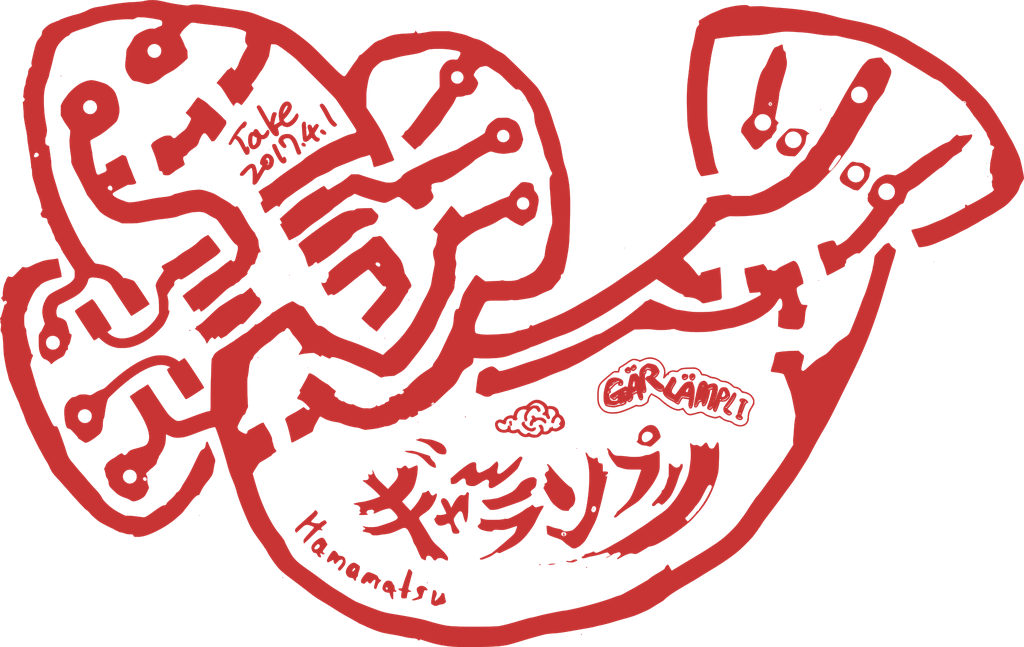
<source format=kicad_pcb>
(kicad_pcb (version 4) (host pcbnew 4.0.2+e4-6225~38~ubuntu16.04.1-stable)
  (layers (0 F.Cu signal) (31 B.Cu signal) (34 B.Paste user) (35 F.Paste user) (36 B.SilkS user) (37 F.SilkS user) (38 B.Mask user) (39 F.Mask user) (44 Edge.Cuts user))
  (net 0 "")
  (module Dusjagr_specials:Unagi_FCu (layer F.Cu) (at 69.69 54.3)
    (fp_text reference G*** hide)
    (fp_text value LOGO hide)
    (fp_poly (pts (xy 0.943176 -10.074319) (xy 1.06635 -10.063677) (xy 1.188081 -10.045593) (xy 1.297804 -10.021013) (xy 1.384955 -9.990883) (xy 1.392286 -9.987475) (xy 1.461552 -9.943681) (xy 1.510253 -9.884662) (xy 1.5425 -9.802387) (xy 1.562408 -9.688825) (xy 1.56663 -9.646995) (xy 1.575398 -9.562484) (xy 1.587605 -9.505244) (xy 1.60958 -9.460311) (xy 1.647654 -9.412721) (xy 1.681066 -9.376444) (xy 1.792454 -9.227641) (xy 1.866016 -9.05989) (xy 1.901731 -8.873292) (xy 1.899578 -8.667949) (xy 1.866814 -8.473823) (xy 1.84528 -8.376262) (xy 1.826654 -8.28168) (xy 1.814135 -8.206638) (xy 1.812048 -8.190403) (xy 1.800211 -8.122795) (xy 1.779011 -8.032971) (xy 1.752719 -7.938789) (xy 1.748735 -7.925819) (xy 1.720555 -7.833523) (xy 1.694272 -7.744356) (xy 1.674972 -7.675619) (xy 1.672981 -7.668091) (xy 1.659555 -7.627042) (xy 1.638894 -7.591466) (xy 1.604359 -7.554543) (xy 1.549306 -7.509455) (xy 1.467095 -7.449384) (xy 1.443935 -7.432936) (xy 1.343857 -7.363901) (xy 1.237658 -7.293652) (xy 1.140312 -7.231958) (xy 1.086275 -7.199569) (xy 1.009728 -7.152159) (xy 0.943847 -7.105567) (xy 0.900641 -7.068423) (xy 0.895373 -7.062377) (xy 0.823062 -6.99684) (xy 0.740436 -6.965682) (xy 0.715766 -6.963936) (xy 0.667118 -6.974019) (xy 0.590818 -7.001367) (xy 0.495731 -7.041831) (xy 0.39072 -7.091258) (xy 0.284652 -7.145499) (xy 0.186389 -7.200403) (xy 0.113372 -7.245999) (xy 0.043038 -7.291443) (xy -0.015185 -7.325863) (xy -0.051549 -7.343603) (xy -0.057013 -7.344833) (xy -0.083678 -7.358058) (xy -0.130604 -7.392588) (xy -0.182919 -7.436831) (xy -0.258135 -7.500389) (xy -0.32552 -7.54564) (xy -0.390589 -7.571771) (xy -0.458855 -7.577965) (xy -0.535834 -7.563409) (xy -0.62704 -7.527287) (xy -0.737986 -7.468784) (xy -0.874187 -7.387085) (xy -0.982859 -7.31862) (xy -1.099782 -7.246424) (xy -1.215265 -7.18038) (xy -1.335545 -7.117615) (xy -1.466861 -7.055256) (xy -1.61545 -6.99043) (xy -1.787551 -6.920264) (xy -1.989401 -6.841886) (xy -2.148417 -6.78184) (xy -2.356753 -6.694553) (xy -2.567258 -6.587112) (xy -2.784048 -6.456802) (xy -3.011239 -6.300907) (xy -3.25295 -6.11671) (xy -3.513296 -5.901495) (xy -3.612274 -5.815989) (xy -3.730545 -5.709816) (xy -3.818129 -5.623535) (xy -3.878756 -5.552388) (xy -3.916154 -5.491615) (xy -3.934055 -5.436458) (xy -3.937 -5.401642) (xy -3.941939 -5.353929) (xy -3.955253 -5.277322) (xy -3.974685 -5.183899) (xy -3.989889 -5.11839) (xy -4.029721 -4.911326) (xy -4.041638 -4.731043) (xy -4.025712 -4.57256) (xy -3.99904 -4.474772) (xy -3.97377 -4.381936) (xy -3.964241 -4.285449) (xy -3.970651 -4.175071) (xy -3.9932 -4.040564) (xy -4.008821 -3.96875) (xy -4.036637 -3.824542) (xy -4.053691 -3.68666) (xy -4.059603 -3.563507) (xy -4.053995 -3.463487) (xy -4.036486 -3.395003) (xy -4.034872 -3.391736) (xy -4.021375 -3.362422) (xy -4.013868 -3.332338) (xy -4.012767 -3.293399) (xy -4.01849 -3.237523) (xy -4.031453 -3.156627) (xy -4.052075 -3.042629) (xy -4.053199 -3.036539) (xy -4.075458 -2.903945) (xy -4.089819 -2.791978) (xy -4.095463 -2.708119) (xy -4.093561 -2.668665) (xy -4.097409 -2.5921) (xy -4.127389 -2.487733) (xy -4.181736 -2.359607) (xy -4.258689 -2.211763) (xy -4.356484 -2.048244) (xy -4.380449 -2.010833) (xy -4.467706 -1.87327) (xy -4.536121 -1.75738) (xy -4.592123 -1.650874) (xy -4.642141 -1.541464) (xy -4.692606 -1.416861) (xy -4.696524 -1.406728) (xy -4.737494 -1.311349) (xy -4.792168 -1.198657) (xy -4.851444 -1.087003) (xy -4.878678 -1.03947) (xy -4.926178 -0.957694) (xy -4.964358 -0.88931) (xy -4.98875 -0.842495) (xy -4.995333 -0.826073) (xy -5.004088 -0.802476) (xy -5.028271 -0.747648) (xy -5.064759 -0.668407) (xy -5.11043 -0.571576) (xy -5.142042 -0.505587) (xy -5.200651 -0.380738) (xy -5.259821 -0.249138) (xy -5.313629 -0.12432) (xy -5.356149 -0.019817) (xy -5.36569 0.005205) (xy -5.44852 0.207274) (xy -5.539859 0.394751) (xy -5.634382 0.557295) (xy -5.694731 0.644312) (xy -5.744558 0.71449) (xy -5.804678 0.805254) (xy -5.864447 0.900392) (xy -5.882474 0.930309) (xy -5.935664 1.015374) (xy -6.009531 1.127341) (xy -6.099219 1.259343) (xy -6.199874 1.404516) (xy -6.306642 1.555992) (xy -6.414666 1.706907) (xy -6.519092 1.850394) (xy -6.615065 1.979588) (xy -6.697731 2.087622) (xy -6.726963 2.124596) (xy -6.788439 2.201777) (xy -6.869091 2.303664) (xy -6.96207 2.421572) (xy -7.06053 2.546817) (xy -7.157624 2.670714) (xy -7.171273 2.688167) (xy -7.301314 2.853345) (xy -7.411148 2.989303) (xy -7.505775 3.100832) (xy -7.590193 3.192723) (xy -7.669402 3.269768) (xy -7.748401 3.336758) (xy -7.832189 3.398484) (xy -7.925764 3.459738) (xy -8.034126 3.525311) (xy -8.061525 3.541425) (xy -8.379795 3.727932) (xy -8.650773 3.747499) (xy -8.810472 3.759659) (xy -8.934567 3.770803) (xy -9.02974 3.781856) (xy -9.102676 3.793746) (xy -9.160059 3.807398) (xy -9.208571 3.823738) (xy -9.212786 3.825395) (xy -9.264081 3.84201) (xy -9.31145 3.845623) (xy -9.363068 3.833606) (xy -9.42711 3.803332) (xy -9.511753 3.752173) (xy -9.580647 3.707167) (xy -9.760461 3.596901) (xy -9.973001 3.481875) (xy -10.20964 3.366399) (xy -10.461754 3.254779) (xy -10.599549 3.198318) (xy -10.728819 3.14527) (xy -10.881265 3.080222) (xy -11.041989 3.009676) (xy -11.196092 2.940133) (xy -11.274649 2.90372) (xy -11.446382 2.826206) (xy -11.628869 2.749285) (xy -11.816342 2.674943) (xy -12.003032 2.605168) (xy -12.18317 2.541948) (xy -12.350988 2.487269) (xy -12.500717 2.443119) (xy -12.626589 2.411485) (xy -12.722835 2.394354) (xy -12.760533 2.391834) (xy -12.854467 2.406312) (xy -12.923905 2.447124) (xy -12.959128 2.501771) (xy -12.976687 2.506871) (xy -13.021859 2.494201) (xy -13.097366 2.462715) (xy -13.205928 2.411367) (xy -13.246816 2.391205) (xy -13.525057 2.252993) (xy -13.649633 2.377569) (xy -13.722056 2.313981) (xy -13.776004 2.274163) (xy -13.853613 2.226019) (xy -13.939974 2.178671) (xy -13.958401 2.169398) (xy -14.122323 2.088402) (xy -14.45362 2.113928) (xy -14.67637 2.134385) (xy -14.861851 2.15882) (xy -15.015007 2.187998) (xy -15.128416 2.218668) (xy -15.196749 2.240449) (xy -15.141559 2.130933) (xy -15.096378 2.047507) (xy -15.04269 1.956853) (xy -15.015018 1.913393) (xy -14.965292 1.824916) (xy -14.945275 1.747178) (xy -14.955409 1.669069) (xy -14.996141 1.579481) (xy -15.030626 1.52302) (xy -15.132651 1.373733) (xy -15.251322 1.213812) (xy -15.37441 1.059164) (xy -15.489686 0.925695) (xy -15.490651 0.924638) (xy -15.548794 0.85975) (xy -15.597195 0.803458) (xy -15.627477 0.765573) (xy -15.631583 0.759576) (xy -15.659396 0.716093) (xy -15.686327 0.675011) (xy -15.714536 0.630239) (xy -15.754523 0.564083) (xy -15.792161 0.500218) (xy -15.860725 0.404358) (xy -15.931402 0.344796) (xy -16.000284 0.322159) (xy -16.063465 0.337073) (xy -16.11704 0.390164) (xy -16.144218 0.44379) (xy -16.194166 0.5187) (xy -16.270676 0.561704) (xy -16.342201 0.5715) (xy -16.38288 0.584451) (xy -16.433046 0.616157) (xy -16.439584 0.621439) (xy -16.502105 0.667181) (xy -16.566486 0.705758) (xy -16.605021 0.732691) (xy -16.665891 0.783644) (xy -16.741938 0.852272) (xy -16.826002 0.932227) (xy -16.862819 0.968498) (xy -16.982703 1.082106) (xy -17.106824 1.189567) (xy -17.223067 1.280671) (xy -17.282583 1.322308) (xy -17.464826 1.446774) (xy -17.635035 1.571654) (xy -17.786681 1.691796) (xy -17.913234 1.802047) (xy -18.000109 1.888373) (xy -18.057424 1.950776) (xy -18.103991 2.001436) (xy -18.132204 2.032082) (xy -18.13634 2.036553) (xy -18.158571 2.05761) (xy -18.202616 2.097543) (xy -18.252941 2.142386) (xy -18.3494 2.24802) (xy -18.424416 2.370571) (xy -18.465225 2.481524) (xy -18.493075 2.535348) (xy -18.534909 2.575985) (xy -18.593587 2.633474) (xy -18.643233 2.724185) (xy -18.684437 2.850086) (xy -18.717786 3.013147) (xy -18.743869 3.215336) (xy -18.751928 3.302) (xy -18.764299 3.413633) (xy -18.783268 3.545381) (xy -18.805653 3.676172) (xy -18.817341 3.73562) (xy -18.829805 3.796965) (xy -18.839826 3.852325) (xy -18.847587 3.906921) (xy -18.853266 3.965973) (xy -18.857046 4.034702) (xy -18.859106 4.118327) (xy -18.859628 4.22207) (xy -18.858791 4.351152) (xy -18.856777 4.510791) (xy -18.853766 4.70621) (xy -18.852863 4.762203) (xy -18.849308 4.950955) (xy -18.844912 5.134426) (xy -18.839895 5.30636) (xy -18.834475 5.4605) (xy -18.82887 5.590587) (xy -18.823299 5.690363) (xy -18.818386 5.750053) (xy -18.808732 5.842361) (xy -18.805561 5.904966) (xy -18.810308 5.950197) (xy -18.824408 5.990382) (xy -18.849296 6.037849) (xy -18.852562 6.043701) (xy -18.886592 6.113263) (xy -18.92515 6.205164) (xy -18.960659 6.301178) (xy -18.965223 6.314715) (xy -18.994658 6.399295) (xy -19.018057 6.45206) (xy -19.041137 6.481862) (xy -19.069616 6.497556) (xy -19.086555 6.502592) (xy -19.109906 6.51142) (xy -19.132732 6.528396) (xy -19.158236 6.558443) (xy -19.189622 6.606487) (xy -19.230094 6.677452) (xy -19.282857 6.776262) (xy -19.351113 6.907842) (xy -19.354515 6.914447) (xy -19.436323 7.076718) (xy -19.496693 7.204323) (xy -19.536261 7.29872) (xy -19.555663 7.361365) (xy -19.558 7.380974) (xy -19.543606 7.462736) (xy -19.506753 7.551075) (xy -19.456939 7.625121) (xy -19.438544 7.6435) (xy -19.385805 7.681468) (xy -19.310247 7.726329) (xy -19.222457 7.772878) (xy -19.133021 7.81591) (xy -19.052525 7.850221) (xy -18.991555 7.870606) (xy -18.969678 7.874) (xy -18.903221 7.855285) (xy -18.857255 7.804318) (xy -18.838463 7.728866) (xy -18.838333 7.721389) (xy -18.831774 7.686803) (xy -18.808666 7.653043) (xy -18.763867 7.616164) (xy -18.692234 7.572218) (xy -18.588624 7.517258) (xy -18.541217 7.493373) (xy -18.464237 7.452713) (xy -18.366201 7.397755) (xy -18.261811 7.336859) (xy -18.195895 7.297057) (xy -18.081349 7.229822) (xy -17.969714 7.169863) (xy -17.868751 7.120896) (xy -17.78622 7.086638) (xy -17.729885 7.070805) (xy -17.722097 7.070169) (xy -17.699984 7.087466) (xy -17.667372 7.13325) (xy -17.632117 7.196105) (xy -17.592392 7.268985) (xy -17.537373 7.362335) (xy -17.475712 7.461715) (xy -17.438688 7.518897) (xy -17.356447 7.64937) (xy -17.280265 7.781273) (xy -17.213123 7.908376) (xy -17.158003 8.024447) (xy -17.117889 8.123254) (xy -17.095762 8.198565) (xy -17.093482 8.2402) (xy -17.093069 8.301543) (xy -17.073176 8.39923) (xy -17.042517 8.505544) (xy -17.013496 8.601419) (xy -16.988551 8.690372) (xy -16.971254 8.759358) (xy -16.966276 8.784167) (xy -16.946998 8.840534) (xy -16.909031 8.911761) (xy -16.869761 8.969805) (xy -16.826589 9.02916) (xy -16.796106 9.075697) (xy -16.785167 9.098554) (xy -16.801341 9.122711) (xy -16.842964 9.161253) (xy -16.899691 9.205967) (xy -16.961176 9.248637) (xy -17.011448 9.278206) (xy -17.070176 9.321544) (xy -17.11655 9.37672) (xy -17.116553 9.376725) (xy -17.145157 9.419195) (xy -17.166023 9.43993) (xy -17.1678 9.440334) (xy -17.189564 9.451045) (xy -17.240511 9.48057) (xy -17.314108 9.524994) (xy -17.403825 9.580403) (xy -17.454278 9.612005) (xy -17.560666 9.677989) (xy -17.665008 9.741003) (xy -17.75721 9.795064) (xy -17.827177 9.834188) (xy -17.8435 9.842717) (xy -17.895278 9.870042) (xy -17.938735 9.89725) (xy -17.978291 9.929537) (xy -18.018368 9.972098) (xy -18.063388 10.030131) (xy -18.117771 10.108832) (xy -18.185938 10.213397) (xy -18.266538 10.339917) (xy -18.354548 10.481891) (xy -18.41842 10.592183) (xy -18.457784 10.670105) (xy -18.47227 10.714971) (xy -18.471966 10.720917) (xy -18.455881 10.786008) (xy -18.429443 10.884373) (xy -18.394753 11.008825) (xy -18.35391 11.152176) (xy -18.309015 11.30724) (xy -18.262166 11.46683) (xy -18.215465 11.623759) (xy -18.171011 11.770841) (xy -18.130904 11.900888) (xy -18.097244 12.006713) (xy -18.088485 12.033361) (xy -17.955474 12.412825) (xy -17.810509 12.787872) (xy -17.655871 13.153995) (xy -17.493838 13.506681) (xy -17.326689 13.841422) (xy -17.156703 14.153706) (xy -16.986159 14.439024) (xy -16.817336 14.692866) (xy -16.652513 14.910721) (xy -16.607238 14.964834) (xy -16.533653 15.054476) (xy -16.454103 15.157308) (xy -16.385794 15.251085) (xy -16.385713 15.251201) (xy -16.334043 15.323095) (xy -16.287581 15.383581) (xy -16.254308 15.422396) (xy -16.247926 15.428418) (xy -16.219432 15.468968) (xy -16.213667 15.494706) (xy -16.20393 15.529491) (xy -16.176836 15.595062) (xy -16.135564 15.685186) (xy -16.083291 15.793629) (xy -16.023196 15.914157) (xy -15.958455 16.040538) (xy -15.892246 16.166537) (xy -15.827748 16.285922) (xy -15.768138 16.392457) (xy -15.716593 16.479911) (xy -15.690037 16.521878) (xy -15.614465 16.630776) (xy -15.534239 16.733806) (xy -15.445655 16.834226) (xy -15.34501 16.935293) (xy -15.2286 17.040263) (xy -15.092721 17.152391) (xy -14.933669 17.274935) (xy -14.747741 17.411152) (xy -14.531233 17.564296) (xy -14.403917 17.652682) (xy -14.305039 17.722142) (xy -14.17994 17.811842) (xy -14.036058 17.916345) (xy -13.88083 18.030214) (xy -13.721692 18.148011) (xy -13.566081 18.264301) (xy -13.5227 18.296947) (xy -13.264598 18.487892) (xy -13.018568 18.662718) (xy -12.790559 18.817305) (xy -12.586521 18.947532) (xy -12.559617 18.963943) (xy -12.426242 19.045199) (xy -12.267797 19.142419) (xy -12.095014 19.248976) (xy -11.918626 19.358243) (xy -11.749362 19.463591) (xy -11.652787 19.52398) (xy -11.515692 19.608781) (xy -11.384878 19.687624) (xy -11.266151 19.757166) (xy -11.165321 19.814065) (xy -11.088196 19.854981) (xy -11.040583 19.876571) (xy -11.038953 19.877126) (xy -10.984495 19.896765) (xy -10.899731 19.929338) (xy -10.793394 19.9714) (xy -10.674214 20.019505) (xy -10.57275 20.061156) (xy -10.432794 20.118205) (xy -10.282427 20.178046) (xy -10.135509 20.235254) (xy -10.005902 20.284406) (xy -9.945801 20.306481) (xy -9.828166 20.349416) (xy -9.707598 20.394215) (xy -9.598574 20.435454) (xy -9.518317 20.466617) (xy -9.31629 20.537225) (xy -9.078853 20.603269) (xy -8.812832 20.66303) (xy -8.546273 20.711381) (xy -8.099752 20.784968) (xy -7.694441 20.85427) (xy -7.329455 20.919461) (xy -7.003905 20.980717) (xy -6.716905 21.038211) (xy -6.467569 21.092118) (xy -6.255007 21.142612) (xy -6.078335 21.189869) (xy -6.007566 21.210973) (xy -5.79861 21.273733) (xy -5.581778 21.335093) (xy -5.3648 21.393118) (xy -5.155408 21.445873) (xy -4.961331 21.491425) (xy -4.790299 21.527839) (xy -4.650044 21.55318) (xy -4.624917 21.556958) (xy -4.465583 21.575529) (xy -4.266304 21.591417) (xy -4.029388 21.604559) (xy -3.757142 21.614893) (xy -3.451874 21.622353) (xy -3.115891 21.626877) (xy -2.7515 21.6284) (xy -2.36101 21.62686) (xy -2.159 21.624947) (xy -1.896226 21.621736) (xy -1.67214 21.618375) (xy -1.483098 21.614734) (xy -1.325455 21.610683) (xy -1.195567 21.606092) (xy -1.089789 21.600832) (xy -1.004477 21.594773) (xy -0.935985 21.587785) (xy -0.880669 21.579738) (xy -0.878417 21.579346) (xy -0.724246 21.548814) (xy -0.534473 21.505236) (xy -0.313389 21.449729) (xy -0.065287 21.383409) (xy 0.205541 21.307392) (xy 0.494804 21.222794) (xy 0.508 21.218858) (xy 0.732626 21.152204) (xy 0.919842 21.097557) (xy 1.072586 21.054123) (xy 1.193802 21.021111) (xy 1.28643 20.99773) (xy 1.35341 20.983187) (xy 1.397684 20.976691) (xy 1.409312 20.976167) (xy 1.453211 20.970172) (xy 1.53644 20.952392) (xy 1.657755 20.923129) (xy 1.815915 20.882688) (xy 2.009677 20.831373) (xy 2.0955 20.808241) (xy 2.167678 20.790196) (xy 2.26987 20.766733) (xy 2.39617 20.739034) (xy 2.540673 20.708284) (xy 2.697472 20.675664) (xy 2.860661 20.642358) (xy 3.024334 20.609549) (xy 3.182585 20.578419) (xy 3.329507 20.550152) (xy 3.459196 20.525931) (xy 3.565744 20.506938) (xy 3.643245 20.494357) (xy 3.685795 20.489369) (xy 3.68771 20.489334) (xy 3.749581 20.48427) (xy 3.846915 20.469859) (xy 3.974168 20.447272) (xy 4.125797 20.417682) (xy 4.296259 20.38226) (xy 4.480012 20.342176) (xy 4.671511 20.298604) (xy 4.865213 20.252713) (xy 5.055576 20.205677) (xy 5.17525 20.174951) (xy 5.605303 20.06031) (xy 5.996619 19.950922) (xy 6.352333 19.845823) (xy 6.675583 19.744051) (xy 6.969505 19.644641) (xy 7.237237 19.546631) (xy 7.299019 19.52279) (xy 7.404491 19.483495) (xy 7.507228 19.448412) (xy 7.594497 19.421713) (xy 7.647412 19.408649) (xy 7.715881 19.388173) (xy 7.807062 19.35051) (xy 7.907997 19.301272) (xy 7.957809 19.274215) (xy 8.051032 19.222304) (xy 8.168693 19.157753) (xy 8.297776 19.087654) (xy 8.425267 19.019096) (xy 8.466667 18.99701) (xy 8.597478 18.926125) (xy 8.74074 18.846409) (xy 8.881001 18.766581) (xy 9.002807 18.695359) (xy 9.027583 18.680511) (xy 9.144338 18.61109) (xy 9.271594 18.537023) (xy 9.393546 18.467425) (xy 9.489654 18.41399) (xy 9.592709 18.353407) (xy 9.698393 18.283914) (xy 9.790821 18.216256) (xy 9.830853 18.183189) (xy 9.916973 18.113547) (xy 10.019862 18.039462) (xy 10.118658 17.975878) (xy 10.127804 17.9705) (xy 10.205031 17.925135) (xy 10.307235 17.864432) (xy 10.423235 17.795067) (xy 10.541848 17.723716) (xy 10.590939 17.694044) (xy 10.702042 17.626312) (xy 10.782264 17.57551) (xy 10.837173 17.53703) (xy 10.872333 17.506263) (xy 10.893309 17.478601) (xy 10.905667 17.449435) (xy 10.911417 17.428678) (xy 10.953575 17.339841) (xy 11.024815 17.261409) (xy 11.064129 17.225645) (xy 11.093349 17.203941) (xy 11.117698 17.200047) (xy 11.142399 17.217716) (xy 11.172677 17.2607) (xy 11.213754 17.33275) (xy 11.270854 17.437618) (xy 11.271306 17.438446) (xy 11.316859 17.517951) (xy 11.356879 17.580552) (xy 11.386283 17.61871) (xy 11.39825 17.626768) (xy 11.423983 17.614065) (xy 11.477471 17.583876) (xy 11.550449 17.540961) (xy 11.6205 17.498724) (xy 11.707751 17.445715) (xy 11.820216 17.377619) (xy 11.946809 17.301134) (xy 12.076448 17.22296) (xy 12.16025 17.172516) (xy 12.254906 17.115581) (xy 12.379593 17.040571) (xy 12.528072 16.951241) (xy 12.694102 16.851345) (xy 12.871444 16.744638) (xy 13.053858 16.634874) (xy 13.235103 16.525807) (xy 13.2715 16.503904) (xy 13.595533 16.306466) (xy 13.899895 16.116112) (xy 14.182008 15.934589) (xy 14.43929 15.76364) (xy 14.669163 15.605012) (xy 14.869045 15.460448) (xy 15.036358 15.331693) (xy 15.166834 15.222003) (xy 15.342512 15.061681) (xy 15.514927 14.898033) (xy 15.679272 14.736006) (xy 15.830741 14.580546) (xy 15.964527 14.436597) (xy 16.075823 14.309107) (xy 16.159821 14.203021) (xy 16.167634 14.19225) (xy 16.245818 14.084353) (xy 16.336817 13.960563) (xy 16.427606 13.838522) (xy 16.484992 13.762355) (xy 16.561389 13.65759) (xy 16.648463 13.531678) (xy 16.735718 13.400133) (xy 16.812661 13.278467) (xy 16.815704 13.273487) (xy 16.884762 13.162585) (xy 16.957087 13.050332) (xy 17.024924 12.948531) (xy 17.080519 12.868985) (xy 17.089538 12.856716) (xy 17.155486 12.76464) (xy 17.228335 12.65764) (xy 17.293463 12.557247) (xy 17.299728 12.547208) (xy 17.352705 12.467988) (xy 17.405971 12.398454) (xy 17.450501 12.350081) (xy 17.462642 12.340065) (xy 17.488632 12.313417) (xy 17.536136 12.256393) (xy 17.60204 12.17305) (xy 17.683231 12.067443) (xy 17.776595 11.94363) (xy 17.879019 11.805666) (xy 17.987388 11.657608) (xy 18.003364 11.635607) (xy 18.1152 11.481681) (xy 18.223633 11.332907) (xy 18.325117 11.194114) (xy 18.416109 11.07013) (xy 18.493066 10.965784) (xy 18.552442 10.885905) (xy 18.590695 10.83532) (xy 18.591685 10.83404) (xy 18.778555 10.585237) (xy 18.981642 10.300591) (xy 19.201325 9.979541) (xy 19.437986 9.621524) (xy 19.692007 9.225978) (xy 19.817103 9.027584) (xy 19.877561 8.93203) (xy 19.935091 8.842612) (xy 19.983294 8.769179) (xy 20.015774 8.721582) (xy 20.016431 8.720667) (xy 20.050031 8.665679) (xy 20.060781 8.61527) (xy 20.054731 8.551334) (xy 20.043233 8.455617) (xy 20.040244 8.358818) (xy 20.045982 8.247895) (xy 20.060667 8.109808) (xy 20.062353 8.09625) (xy 20.071591 8.009492) (xy 20.081728 7.892378) (xy 20.09185 7.756846) (xy 20.101044 7.614836) (xy 20.106088 7.52475) (xy 20.115899 7.375484) (xy 20.129834 7.215961) (xy 20.146368 7.061127) (xy 20.163976 6.925926) (xy 20.17301 6.868584) (xy 20.220106 6.593417) (xy 20.089033 5.916084) (xy 20.041342 5.671923) (xy 19.999803 5.464927) (xy 19.96331 5.290552) (xy 19.930755 5.144256) (xy 19.90103 5.021497) (xy 19.873028 4.917733) (xy 19.84564 4.828422) (xy 19.817759 4.74902) (xy 19.788277 4.674986) (xy 19.783811 4.664444) (xy 19.748876 4.578901) (xy 19.705582 4.467457) (xy 19.659322 4.34425) (xy 19.615486 4.223416) (xy 19.613541 4.217934) (xy 19.570199 4.097924) (xy 19.524488 3.97518) (xy 19.481703 3.863704) (xy 19.44714 3.777501) (xy 19.445631 3.773885) (xy 19.410437 3.692729) (xy 19.382546 3.641236) (xy 19.353853 3.609638) (xy 19.316254 3.588168) (xy 19.279461 3.573624) (xy 19.223935 3.55806) (xy 19.136572 3.539528) (xy 19.027585 3.519942) (xy 18.90719 3.501215) (xy 18.852853 3.493689) (xy 18.737407 3.477835) (xy 18.635262 3.462846) (xy 18.554505 3.449985) (xy 18.503222 3.440512) (xy 18.490532 3.437211) (xy 18.469437 3.420467) (xy 18.460432 3.387812) (xy 18.464288 3.334661) (xy 18.481775 3.256428) (xy 18.513664 3.148529) (xy 18.560724 3.00638) (xy 18.56504 2.993763) (xy 18.618084 2.828881) (xy 18.658263 2.682607) (xy 18.68347 2.562971) (xy 18.689388 2.519773) (xy 18.707501 2.410691) (xy 18.737213 2.294459) (xy 18.763848 2.217209) (xy 18.79226 2.147947) (xy 18.813816 2.097173) (xy 18.82436 2.074649) (xy 18.824709 2.074305) (xy 18.845385 2.07077) (xy 18.898006 2.061355) (xy 18.972873 2.0478) (xy 19.007667 2.041464) (xy 19.166493 2.017354) (xy 19.360561 1.996047) (xy 19.58284 1.978112) (xy 19.826297 1.964116) (xy 20.083899 1.954625) (xy 20.084521 1.954608) (xy 20.431126 1.945312) (xy 20.584974 2.094489) (xy 20.653142 2.157485) (xy 20.713164 2.207325) (xy 20.756931 2.237568) (xy 20.772827 2.243667) (xy 20.796657 2.262614) (xy 20.807764 2.314773) (xy 20.806587 2.393121) (xy 20.793564 2.490632) (xy 20.769133 2.600284) (xy 20.745618 2.680072) (xy 20.71175 2.794244) (xy 20.677894 2.925078) (xy 20.650492 3.047394) (xy 20.646674 3.066917) (xy 20.629519 3.162277) (xy 20.621262 3.226451) (xy 20.621628 3.269581) (xy 20.630345 3.301809) (xy 20.639825 3.320767) (xy 20.684613 3.370825) (xy 20.746586 3.385473) (xy 20.7975 3.377661) (xy 20.828412 3.359674) (xy 20.884227 3.317188) (xy 20.959242 3.254945) (xy 21.047751 3.177689) (xy 21.144047 3.090162) (xy 21.150368 3.084298) (xy 21.302276 2.943961) (xy 21.429735 2.828534) (xy 21.53867 2.73344) (xy 21.635004 2.654101) (xy 21.724664 2.58594) (xy 21.813573 2.524379) (xy 21.907658 2.464842) (xy 22.012842 2.40275) (xy 22.087787 2.360084) (xy 22.202394 2.294886) (xy 22.295601 2.239452) (xy 22.3739 2.188305) (xy 22.443777 2.135971) (xy 22.511721 2.076975) (xy 22.584222 2.005842) (xy 22.667768 1.917097) (xy 22.768846 1.805266) (xy 22.840372 1.725075) (xy 22.960162 1.593138) (xy 23.063602 1.486308) (xy 23.160179 1.39616) (xy 23.259383 1.314268) (xy 23.370704 1.232206) (xy 23.479303 1.157795) (xy 23.627845 1.05798) (xy 23.74561 0.977587) (xy 23.837095 0.912633) (xy 23.906797 0.859135) (xy 23.959213 0.813109) (xy 23.998839 0.77057) (xy 24.030172 0.727534) (xy 24.057709 0.680019) (xy 24.085947 0.624039) (xy 24.089124 0.617533) (xy 24.123375 0.542901) (xy 24.170232 0.434352) (xy 24.227429 0.297604) (xy 24.292706 0.138378) (xy 24.363799 -0.037608) (xy 24.438444 -0.224634) (xy 24.514379 -0.416982) (xy 24.589342 -0.608931) (xy 24.661068 -0.794763) (xy 24.727296 -0.968758) (xy 24.785762 -1.125198) (xy 24.834203 -1.258362) (xy 24.856897 -1.322916) (xy 24.904656 -1.457149) (xy 24.957032 -1.597581) (xy 25.0088 -1.730618) (xy 25.054737 -1.842662) (xy 25.070815 -1.879694) (xy 25.124978 -2.006231) (xy 25.178377 -2.141367) (xy 25.232875 -2.29056) (xy 25.290334 -2.45927) (xy 25.352616 -2.652956) (xy 25.421584 -2.877076) (xy 25.494677 -3.122083) (xy 25.554418 -3.325388) (xy 25.602902 -3.492234) (xy 25.641196 -3.626659) (xy 25.670371 -3.732704) (xy 25.691495 -3.814406) (xy 25.705638 -3.875807) (xy 25.71387 -3.920943) (xy 25.717259 -3.953856) (xy 25.7175 -3.963756) (xy 25.723861 -4.011183) (xy 25.74041 -4.081961) (xy 25.759916 -4.148926) (xy 25.780025 -4.229904) (xy 25.798971 -4.33833) (xy 25.81439 -4.459339) (xy 25.82109 -4.533481) (xy 25.828558 -4.628508) (xy 25.83748 -4.704076) (xy 25.851566 -4.767121) (xy 25.874526 -4.824573) (xy 25.91007 -4.883368) (xy 25.961906 -4.950438) (xy 26.033744 -5.032717) (xy 26.129295 -5.137138) (xy 26.16446 -5.17525) (xy 26.246144 -5.264929) (xy 26.322664 -5.351027) (xy 26.386868 -5.42535) (xy 26.431602 -5.479704) (xy 26.440855 -5.491838) (xy 26.502003 -5.558373) (xy 26.582432 -5.623476) (xy 26.670459 -5.679736) (xy 26.754398 -5.719747) (xy 26.822565 -5.736099) (xy 26.826203 -5.736166) (xy 26.881508 -5.727544) (xy 26.914138 -5.694934) (xy 26.921355 -5.680602) (xy 26.975462 -5.592093) (xy 27.05578 -5.497809) (xy 27.150496 -5.41058) (xy 27.211427 -5.365564) (xy 27.290502 -5.309246) (xy 27.337095 -5.261376) (xy 27.356103 -5.210526) (xy 27.352422 -5.145271) (xy 27.33624 -5.074279) (xy 27.310987 -4.97679) (xy 27.283676 -4.871135) (xy 27.269301 -4.815416) (xy 27.24773 -4.738712) (xy 27.217034 -4.638373) (xy 27.182261 -4.530653) (xy 27.164119 -4.47675) (xy 27.145308 -4.418873) (xy 27.115899 -4.324532) (xy 27.077146 -4.197902) (xy 27.030302 -4.04316) (xy 26.976623 -3.864481) (xy 26.917361 -3.666041) (xy 26.853771 -3.452017) (xy 26.787107 -3.226583) (xy 26.718623 -2.993917) (xy 26.709645 -2.963333) (xy 26.614505 -2.63951) (xy 26.529859 -2.352333) (xy 26.454462 -2.097776) (xy 26.387066 -1.871815) (xy 26.326425 -1.670422) (xy 26.271291 -1.489572) (xy 26.22042 -1.32524) (xy 26.172562 -1.173398) (xy 26.126473 -1.030022) (xy 26.080905 -0.891084) (xy 26.034612 -0.752561) (xy 25.986347 -0.610424) (xy 25.934863 -0.46065) (xy 25.93294 -0.455083) (xy 25.791492 -0.051595) (xy 25.651683 0.334413) (xy 25.51136 0.707975) (xy 25.368368 1.074123) (xy 25.220551 1.43789) (xy 25.065754 1.804308) (xy 24.901822 2.17841) (xy 24.7266 2.565229) (xy 24.537933 2.969797) (xy 24.333666 3.397146) (xy 24.111643 3.85231) (xy 23.938833 4.201584) (xy 23.831263 4.418199) (xy 23.716436 4.649989) (xy 23.59841 4.888728) (xy 23.481241 5.126191) (xy 23.368986 5.354152) (xy 23.265704 5.564384) (xy 23.175449 5.748663) (xy 23.140213 5.820834) (xy 22.932001 6.241811) (xy 22.734885 6.627708) (xy 22.54622 6.983482) (xy 22.363358 7.314095) (xy 22.183654 7.624505) (xy 22.129469 7.71525) (xy 22.055188 7.841329) (xy 21.965585 7.997593) (xy 21.864738 8.176601) (xy 21.756728 8.370913) (xy 21.645635 8.573089) (xy 21.535538 8.775689) (xy 21.430516 8.971271) (xy 21.334649 9.152395) (xy 21.252018 9.311621) (xy 21.224223 9.36625) (xy 21.195041 9.423436) (xy 21.166306 9.478072) (xy 21.135658 9.534067) (xy 21.100737 9.595329) (xy 21.059183 9.665765) (xy 21.008636 9.749283) (xy 20.946736 9.849793) (xy 20.871122 9.971202) (xy 20.779434 10.117417) (xy 20.669313 10.292348) (xy 20.5665 10.455368) (xy 20.441442 10.652944) (xy 20.333722 10.821444) (xy 20.238576 10.967899) (xy 20.151238 11.099337) (xy 20.066944 11.222787) (xy 19.980927 11.34528) (xy 19.888423 11.473843) (xy 19.784666 11.615506) (xy 19.728213 11.691914) (xy 19.64476 11.805037) (xy 19.544781 11.941202) (xy 19.436529 12.089129) (xy 19.328259 12.237537) (xy 19.228225 12.375147) (xy 19.224293 12.380568) (xy 19.133657 12.504546) (xy 19.024083 12.652797) (xy 18.902482 12.816069) (xy 18.775767 12.985111) (xy 18.650847 13.15067) (xy 18.544381 13.290735) (xy 18.401241 13.478346) (xy 18.281143 13.636094) (xy 18.181362 13.767703) (xy 18.099174 13.876898) (xy 18.031855 13.967404) (xy 17.976681 14.042947) (xy 17.930927 14.107252) (xy 17.891868 14.164043) (xy 17.856781 14.217046) (xy 17.822941 14.269986) (xy 17.792172 14.31925) (xy 17.737036 14.405612) (xy 17.683951 14.484389) (xy 17.640407 14.544672) (xy 17.621171 14.568324) (xy 17.586419 14.612583) (xy 17.568855 14.646173) (xy 17.568333 14.64999) (xy 17.555988 14.676599) (xy 17.52329 14.726209) (xy 17.476749 14.7891) (xy 17.465827 14.803082) (xy 17.404746 14.882839) (xy 17.332924 14.980017) (xy 17.263345 15.076976) (xy 17.245344 15.102673) (xy 17.194734 15.167771) (xy 17.117868 15.256638) (xy 17.019588 15.364317) (xy 16.904734 15.485851) (xy 16.778145 15.616283) (xy 16.644663 15.750656) (xy 16.509126 15.884012) (xy 16.376377 16.011395) (xy 16.251254 16.127847) (xy 16.1925 16.18093) (xy 16.033551 16.315946) (xy 15.842206 16.466803) (xy 15.623661 16.629867) (xy 15.383108 16.801508) (xy 15.125743 16.978094) (xy 14.85676 17.155993) (xy 14.581352 17.331573) (xy 14.304714 17.501202) (xy 14.301186 17.50332) (xy 14.143295 17.598531) (xy 13.98154 17.696888) (xy 13.82379 17.79355) (xy 13.677912 17.883673) (xy 13.551774 17.962415) (xy 13.453244 18.024935) (xy 13.443936 18.030931) (xy 13.34295 18.094722) (xy 13.214241 18.173863) (xy 13.066936 18.262865) (xy 12.910163 18.356243) (xy 12.753049 18.448509) (xy 12.652377 18.506833) (xy 12.336666 18.690069) (xy 12.056814 18.85573) (xy 11.810798 19.005141) (xy 11.596598 19.139627) (xy 11.412192 19.260512) (xy 11.255558 19.36912) (xy 11.124674 19.466777) (xy 11.017519 19.554807) (xy 10.933681 19.632911) (xy 10.760925 19.78211) (xy 10.615209 19.875025) (xy 10.531306 19.922528) (xy 10.425197 19.985429) (xy 10.310009 20.055812) (xy 10.198871 20.125761) (xy 10.190507 20.131126) (xy 10.054613 20.217477) (xy 9.93698 20.289409) (xy 9.828154 20.351926) (xy 9.718678 20.410029) (xy 9.599098 20.468722) (xy 9.45996 20.533005) (xy 9.291808 20.607883) (xy 9.277313 20.614263) (xy 9.100601 20.691113) (xy 8.94756 20.755198) (xy 8.80843 20.809944) (xy 8.673452 20.85878) (xy 8.532867 20.905134) (xy 8.376915 20.952433) (xy 8.195837 21.004105) (xy 8.062141 21.041085) (xy 7.894339 21.087892) (xy 7.707777 21.141208) (xy 7.51767 21.196605) (xy 7.339234 21.24965) (xy 7.198195 21.292649) (xy 7.035855 21.340702) (xy 6.851002 21.391705) (xy 6.660957 21.441103) (xy 6.48304 21.484342) (xy 6.387012 21.505933) (xy 6.255232 21.534892) (xy 6.131922 21.563012) (xy 6.025304 21.58834) (xy 5.943596 21.608922) (xy 5.895021 21.622805) (xy 5.894729 21.622904) (xy 5.841943 21.637375) (xy 5.757771 21.656486) (xy 5.652603 21.678038) (xy 5.53683 21.699834) (xy 5.50177 21.706059) (xy 5.402104 21.723493) (xy 5.269063 21.746769) (xy 5.110971 21.774429) (xy 4.936153 21.805017) (xy 4.752932 21.837077) (xy 4.569634 21.869151) (xy 4.519083 21.877997) (xy 4.266994 21.921894) (xy 4.05129 21.958877) (xy 3.866724 21.989691) (xy 3.708047 22.015081) (xy 3.57001 22.035794) (xy 3.447365 22.052574) (xy 3.334862 22.066167) (xy 3.227254 22.077319) (xy 3.119292 22.086775) (xy 3.005727 22.095281) (xy 2.973917 22.097478) (xy 2.83971 22.107694) (xy 2.7062 22.119758) (xy 2.585115 22.13248) (xy 2.488181 22.14467) (xy 2.449736 22.15066) (xy 2.376108 22.165947) (xy 2.26793 22.191743) (xy 2.131205 22.226405) (xy 1.971936 22.268291) (xy 1.796125 22.315758) (xy 1.609774 22.367164) (xy 1.418887 22.420867) (xy 1.229465 22.475224) (xy 1.047511 22.528594) (xy 0.879028 22.579333) (xy 0.846667 22.58927) (xy 0.599127 22.665351) (xy 0.387117 22.729862) (xy 0.205807 22.784006) (xy 0.050364 22.828986) (xy -0.084041 22.866007) (xy -0.202239 22.89627) (xy -0.30906 22.920979) (xy -0.409336 22.941338) (xy -0.507898 22.95855) (xy -0.609575 22.973817) (xy -0.719199 22.988343) (xy -0.791463 22.997284) (xy -0.937626 23.012169) (xy -1.120092 23.02608) (xy -1.332838 23.038869) (xy -1.569842 23.050388) (xy -1.825082 23.060488) (xy -2.092534 23.069021) (xy -2.366177 23.075838) (xy -2.639987 23.080792) (xy -2.907943 23.083733) (xy -3.164022 23.084514) (xy -3.402201 23.082985) (xy -3.616458 23.078998) (xy -3.80077 23.072405) (xy -3.813793 23.071773) (xy -4.238854 23.04351) (xy -4.633831 23.001453) (xy -5.009281 22.943664) (xy -5.375758 22.868205) (xy -5.743818 22.773138) (xy -6.124018 22.656524) (xy -6.184493 22.636469) (xy -6.527526 22.521651) (xy -6.625452 22.613647) (xy -6.683518 22.55946) (xy -6.730716 22.522389) (xy -6.786988 22.494183) (xy -6.859888 22.472866) (xy -6.956971 22.456464) (xy -7.085791 22.443002) (xy -7.148309 22.437968) (xy -7.408655 22.405419) (xy -7.681491 22.345263) (xy -7.687175 22.343761) (xy -7.791252 22.31851) (xy -7.926875 22.289074) (xy -8.083716 22.257499) (xy -8.25145 22.225833) (xy -8.41975 22.19612) (xy -8.498417 22.183036) (xy -8.659875 22.155796) (xy -8.82266 22.126544) (xy -8.977257 22.097119) (xy -9.114154 22.069361) (xy -9.223838 22.04511) (xy -9.26835 22.034135) (xy -9.427223 21.987597) (xy -9.614295 21.924358) (xy -9.820543 21.847884) (xy -10.036949 21.761645) (xy -10.25449 21.669107) (xy -10.456333 21.57742) (xy -10.563656 21.52746) (xy -10.663376 21.481985) (xy -10.746388 21.44508) (xy -10.803589 21.420831) (xy -10.816167 21.415965) (xy -10.880477 21.386233) (xy -10.952459 21.344293) (xy -10.974917 21.329187) (xy -11.018969 21.301173) (xy -11.093369 21.257243) (xy -11.191106 21.201388) (xy -11.305172 21.137603) (xy -11.428554 21.069881) (xy -11.46175 21.051874) (xy -11.682081 20.930669) (xy -11.905776 20.803914) (xy -12.124874 20.67632) (xy -12.331413 20.552602) (xy -12.517433 20.437472) (xy -12.674972 20.335642) (xy -12.7 20.318879) (xy -12.768624 20.274095) (xy -12.86636 20.21236) (xy -12.98585 20.138219) (xy -13.119734 20.056213) (xy -13.260653 19.970885) (xy -13.36675 19.907312) (xy -13.554256 19.794896) (xy -13.712503 19.698282) (xy -13.849032 19.612351) (xy -13.971386 19.531984) (xy -14.087107 19.452059) (xy -14.203737 19.367459) (xy -14.328818 19.273062) (xy -14.469893 19.163749) (xy -14.520333 19.124243) (xy -14.616978 19.049031) (xy -14.740807 18.953632) (xy -14.885079 18.843184) (xy -15.043057 18.722824) (xy -15.208 18.597692) (xy -15.373169 18.472925) (xy -15.485182 18.388655) (xy -15.700403 18.226544) (xy -15.884875 18.086277) (xy -16.042116 17.964839) (xy -16.175644 17.859218) (xy -16.288977 17.766399) (xy -16.385633 17.68337) (xy -16.469131 17.607116) (xy -16.542987 17.534624) (xy -16.610722 17.46288) (xy -16.675851 17.388871) (xy -16.734873 17.318172) (xy -16.832566 17.19444) (xy -16.937565 17.053747) (xy -17.04477 16.903623) (xy -17.14908 16.751596) (xy -17.245397 16.605194) (xy -17.328618 16.471948) (xy -17.393645 16.359386) (xy -17.423142 16.302131) (xy -17.47259 16.209177) (xy -17.532233 16.111478) (xy -17.578828 16.044334) (xy -17.625106 15.980843) (xy -17.661007 15.927374) (xy -17.678436 15.896167) (xy -17.694132 15.870143) (xy -17.731244 15.815871) (xy -17.785779 15.738965) (xy -17.853746 15.645038) (xy -17.931154 15.539705) (xy -17.949345 15.515167) (xy -18.13599 15.259358) (xy -18.295185 15.031425) (xy -18.428731 14.828638) (xy -18.538427 14.648271) (xy -18.621149 14.497229) (xy -18.697304 14.343283) (xy -18.781239 14.163599) (xy -18.870769 13.96364) (xy -18.963715 13.748868) (xy -19.057893 13.524746) (xy -19.151124 13.296737) (xy -19.241224 13.070305) (xy -19.326013 12.850911) (xy -19.403308 12.64402) (xy -19.470929 12.455094) (xy -19.526692 12.289595) (xy -19.568418 12.152988) (xy -19.588965 12.073754) (xy -19.633676 11.904512) (xy -19.696625 11.705382) (xy -19.775372 11.483415) (xy -19.867479 11.245663) (xy -19.917775 11.123084) (xy -19.98671 10.95588) (xy -20.045147 10.808061) (xy -20.096208 10.670287) (xy -20.143016 10.533222) (xy -20.188691 10.387526) (xy -20.236358 10.223862) (xy -20.289138 10.032891) (xy -20.317639 9.927167) (xy -20.363063 9.762231) (xy -20.416576 9.575567) (xy -20.47657 9.37222) (xy -20.541435 9.157234) (xy -20.609563 8.935654) (xy -20.679345 8.712524) (xy -20.749173 8.492889) (xy -20.817438 8.281793) (xy -20.88253 8.084282) (xy -20.942842 7.9054) (xy -20.996765 7.75019) (xy -21.04269 7.623699) (xy -21.079008 7.530971) (xy -21.089586 7.506457) (xy -21.145309 7.382331) (xy -21.245023 7.397284) (xy -21.309781 7.408491) (xy -21.380592 7.424047) (xy -21.46108 7.445174) (xy -21.554869 7.473093) (xy -21.665583 7.509027) (xy -21.796846 7.554195) (xy -21.952283 7.60982) (xy -22.135519 7.677123) (xy -22.350176 7.757324) (xy -22.599881 7.851647) (xy -22.651912 7.871389) (xy -22.860408 7.948827) (xy -23.037577 8.010345) (xy -23.190531 8.057758) (xy -23.326382 8.092882) (xy -23.452242 8.117534) (xy -23.575224 8.133527) (xy -23.702439 8.142679) (xy -23.71725 8.143357) (xy -23.875874 8.146015) (xy -24.010107 8.136772) (xy -24.133877 8.11269) (xy -24.261117 8.07083) (xy -24.405755 8.008254) (xy -24.444095 7.990072) (xy -24.526458 7.950776) (xy -24.593172 7.919414) (xy -24.636007 7.899825) (xy -24.647468 7.895167) (xy -24.650407 7.915022) (xy -24.654458 7.969404) (xy -24.659133 8.050536) (xy -24.663947 8.15064) (xy -24.665026 8.175625) (xy -24.678485 8.367537) (xy -24.701008 8.532579) (xy -24.721058 8.625417) (xy -24.776784 8.795773) (xy -24.855873 8.9784) (xy -24.950446 9.157006) (xy -25.052623 9.315295) (xy -25.058584 9.323464) (xy -25.108183 9.395684) (xy -25.145902 9.459643) (xy -25.165663 9.504683) (xy -25.167212 9.513964) (xy -25.176795 9.554562) (xy -25.201679 9.617233) (xy -25.231013 9.6777) (xy -25.268181 9.760195) (xy -25.297064 9.845891) (xy -25.308242 9.896948) (xy -25.318162 9.946605) (xy -25.33679 9.990591) (xy -25.370307 10.038364) (xy -25.424895 10.099386) (xy -25.472895 10.148897) (xy -25.544074 10.21817) (xy -25.611613 10.27856) (xy -25.665693 10.321528) (xy -25.686951 10.335065) (xy -25.732578 10.366571) (xy -25.793572 10.418931) (xy -25.857303 10.481247) (xy -25.861862 10.48604) (xy -25.916396 10.542263) (xy -25.959513 10.584042) (xy -25.983366 10.60384) (xy -25.985181 10.6045) (xy -26.005339 10.618975) (xy -26.036195 10.652125) (xy -26.071839 10.720902) (xy -26.067162 10.788816) (xy -26.034656 10.837678) (xy -26.015868 10.861495) (xy -26.002931 10.894148) (xy -25.994414 10.944016) (xy -25.988885 11.019474) (xy -25.984918 11.128719) (xy -25.979703 11.250815) (xy -25.970632 11.34434) (xy -25.955545 11.423022) (xy -25.932283 11.50059) (xy -25.921762 11.530144) (xy -25.894811 11.607274) (xy -25.87494 11.670987) (xy -25.865868 11.709213) (xy -25.865667 11.712221) (xy -25.875184 11.745278) (xy -25.900838 11.806694) (xy -25.938288 11.887777) (xy -25.983191 11.979837) (xy -26.031203 12.074183) (xy -26.077982 12.162124) (xy -26.119184 12.234968) (xy -26.150468 12.284026) (xy -26.153313 12.287854) (xy -26.235181 12.371384) (xy -26.34833 12.454262) (xy -26.481957 12.531243) (xy -26.625258 12.597083) (xy -26.76743 12.646538) (xy -26.89767 12.674365) (xy -26.958185 12.67855) (xy -27.024109 12.674772) (xy -27.080156 12.659113) (xy -27.142474 12.625689) (xy -27.191018 12.593686) (xy -27.293995 12.534577) (xy -27.417973 12.48052) (xy -27.4955 12.453977) (xy -27.599382 12.418528) (xy -27.719635 12.371549) (xy -27.835256 12.321396) (xy -27.870449 12.304782) (xy -27.946393 12.266133) (xy -28.013526 12.226791) (xy -28.079455 12.181013) (xy -28.15179 12.12305) (xy -28.238138 12.047158) (xy -28.34611 11.947592) (xy -28.357282 11.937148) (xy -28.473669 11.826664) (xy -28.562143 11.737495) (xy -28.626869 11.663334) (xy -28.672013 11.597871) (xy -28.701741 11.534797) (xy -28.720217 11.467804) (xy -28.731609 11.390584) (xy -28.734074 11.3665) (xy -28.747689 11.256053) (xy -28.766714 11.17452) (xy -28.795754 11.108489) (xy -28.839415 11.044549) (xy -28.848607 11.032942) (xy -28.888484 10.972306) (xy -28.905187 10.929671) (xy -27.729601 10.929671) (xy -27.709015 11.055436) (xy -27.656194 11.173386) (xy -27.57282 11.277433) (xy -27.460578 11.361488) (xy -27.347471 11.411456) (xy -27.269201 11.422935) (xy -27.17131 11.418001) (xy -27.072216 11.39881) (xy -26.995493 11.370247) (xy -26.874738 11.286814) (xy -26.788612 11.179369) (xy -26.748353 11.075782) (xy -26.297916 11.075782) (xy -26.283369 11.135122) (xy -26.244661 11.18685) (xy -26.19055 11.223799) (xy -26.129795 11.238799) (xy -26.071153 11.224685) (xy -26.047095 11.206238) (xy -26.020138 11.153383) (xy -26.017392 11.086764) (xy -26.039587 11.027841) (xy -26.040965 11.025999) (xy -26.102473 10.97144) (xy -26.169739 10.952802) (xy -26.233619 10.970468) (xy -26.279543 11.015998) (xy -26.297916 11.075782) (xy -26.748353 11.075782) (xy -26.738251 11.049791) (xy -26.724413 10.922) (xy -26.743619 10.780342) (xy -26.797525 10.655222) (xy -26.880783 10.55155) (xy -26.988048 10.474238) (xy -27.113973 10.428196) (xy -27.253214 10.418335) (xy -27.271045 10.419865) (xy -27.394798 10.44456) (xy -27.496688 10.494912) (xy -27.581114 10.566371) (xy -27.667334 10.679049) (xy -27.716269 10.802179) (xy -27.729601 10.929671) (xy -28.905187 10.929671) (xy -28.917444 10.898385) (xy -28.940715 10.797416) (xy -28.943163 10.784005) (xy -28.963986 10.681405) (xy -28.989569 10.574391) (xy -29.014397 10.486026) (xy -29.014543 10.485564) (xy -29.055669 10.356045) (xy -29.005926 10.273897) (xy -28.970983 10.204153) (xy -28.946142 10.133233) (xy -28.942669 10.117667) (xy -28.916044 10.055843) (xy -28.860154 9.979662) (xy -28.782328 9.896046) (xy -28.689898 9.811917) (xy -28.590196 9.734196) (xy -28.490551 9.669805) (xy -28.440525 9.64357) (xy -28.347498 9.593805) (xy -28.25275 9.534105) (xy -28.176687 9.477334) (xy -28.176254 9.476965) (xy -28.09502 9.414899) (xy -28.000037 9.352575) (xy -27.937466 9.317093) (xy -27.807368 9.249996) (xy -27.725457 9.323998) (xy -27.659455 9.374139) (xy -27.599976 9.394738) (xy -27.541264 9.383984) (xy -27.477562 9.340067) (xy -27.403116 9.261174) (xy -27.361087 9.209349) (xy -27.312957 9.152188) (xy -27.26378 9.105248) (xy -27.207238 9.065515) (xy -27.137016 9.029979) (xy -27.046795 8.995626) (xy -26.930261 8.959445) (xy -26.781095 8.918423) (xy -26.714062 8.900814) (xy -26.525908 8.850445) (xy -26.374142 8.805937) (xy -26.253699 8.764568) (xy -26.159512 8.723616) (xy -26.086516 8.680357) (xy -26.029645 8.63207) (xy -25.983834 8.576031) (xy -25.944016 8.509519) (xy -25.928181 8.478456) (xy -25.875078 8.334145) (xy -25.849379 8.171423) (xy -25.851449 7.989257) (xy -25.881656 7.786615) (xy -25.940366 7.562464) (xy -26.027948 7.315771) (xy -26.144767 7.045504) (xy -26.291192 6.750631) (xy -26.467588 6.430118) (xy -26.674323 6.082933) (xy -26.911763 5.708044) (xy -26.914122 5.704417) (xy -26.995632 5.578595) (xy -27.069371 5.463841) (xy -27.132209 5.365103) (xy -27.181016 5.287325) (xy -27.212662 5.235454) (xy -27.223936 5.214842) (xy -27.209854 5.194974) (xy -27.16638 5.157469) (xy -27.099885 5.107339) (xy -27.016742 5.049596) (xy -26.998083 5.037183) (xy -26.901772 4.972606) (xy -26.810161 4.909447) (xy -26.733422 4.854823) (xy -26.681723 4.815854) (xy -26.680583 4.814935) (xy -26.60697 4.761751) (xy -26.525152 4.711494) (xy -26.500667 4.698447) (xy -26.444159 4.66702) (xy -26.364134 4.618686) (xy -26.271993 4.560477) (xy -26.19375 4.509211) (xy -26.108968 4.452795) (xy -26.035679 4.404325) (xy -25.981845 4.369046) (xy -25.9557 4.352363) (xy -25.934042 4.361478) (xy -25.894531 4.404807) (xy -25.836421 4.483297) (xy -25.758962 4.597895) (xy -25.745521 4.618422) (xy -25.5463 4.922958) (xy -25.360758 5.205035) (xy -25.189921 5.463139) (xy -25.034813 5.695751) (xy -24.896458 5.901355) (xy -24.775883 6.078435) (xy -24.674111 6.225474) (xy -24.592167 6.340954) (xy -24.531077 6.423361) (xy -24.498975 6.463226) (xy -24.396809 6.571492) (xy -24.279573 6.680062) (xy -24.157924 6.780082) (xy -24.042523 6.862695) (xy -23.959175 6.911673) (xy -23.895313 6.93931) (xy -23.829684 6.956124) (xy -23.757297 6.96124) (xy -23.673161 6.953782) (xy -23.572283 6.932875) (xy -23.449673 6.897644) (xy -23.300338 6.847215) (xy -23.119287 6.780711) (xy -23.039527 6.750428) (xy -22.75305 6.641732) (xy -22.502743 6.548512) (xy -22.285764 6.469807) (xy -22.099271 6.404657) (xy -21.940421 6.352102) (xy -21.806372 6.311181) (xy -21.694283 6.280934) (xy -21.60131 6.260399) (xy -21.576057 6.255878) (xy -21.488031 6.241099) (xy -21.47274 6.016752) (xy -21.467294 5.893448) (xy -21.465907 5.757245) (xy -21.468676 5.631158) (xy -21.470907 5.589661) (xy -21.472595 5.533717) (xy -21.472997 5.439571) (xy -21.472184 5.311334) (xy -21.470226 5.153116) (xy -21.467194 4.969027) (xy -21.463159 4.763178) (xy -21.458191 4.539678) (xy -21.452362 4.302638) (xy -21.445741 4.056168) (xy -21.442667 3.948228) (xy -21.434463 3.666402) (xy -21.42727 3.423865) (xy -21.420913 3.217589) (xy -21.41522 3.044547) (xy -21.410016 2.90171) (xy -21.405128 2.786051) (xy -21.400382 2.694542) (xy -21.395605 2.624155) (xy -21.390623 2.571862) (xy -21.385262 2.534636) (xy -21.379349 2.509449) (xy -21.37271 2.493273) (xy -21.365171 2.48308) (xy -21.358305 2.477145) (xy -21.325789 2.437784) (xy -21.293696 2.376425) (xy -21.282897 2.348315) (xy -21.24788 2.269815) (xy -21.201218 2.193671) (xy -21.188076 2.176569) (xy -21.116143 2.102924) (xy -21.01485 2.018029) (xy -20.893211 1.928512) (xy -20.760238 1.840998) (xy -20.624946 1.762115) (xy -20.622581 1.760834) (xy -20.516651 1.700425) (xy -20.396048 1.626819) (xy -20.280131 1.551993) (xy -20.230997 1.518574) (xy -20.140536 1.457278) (xy -20.051958 1.400108) (xy -19.977236 1.35465) (xy -19.939 1.333563) (xy -19.865176 1.29083) (xy -19.794503 1.241466) (xy -19.774974 1.225479) (xy -19.719494 1.181561) (xy -19.645675 1.128783) (xy -19.584474 1.088233) (xy -19.502549 1.033499) (xy -19.418431 0.973045) (xy -19.368099 0.934143) (xy -19.228892 0.833266) (xy -19.06559 0.734863) (xy -18.952375 0.676184) (xy -18.891878 0.638494) (xy -18.811033 0.575922) (xy -18.717857 0.495011) (xy -18.637254 0.418963) (xy -18.559222 0.344074) (xy -18.490871 0.28123) (xy -18.438292 0.235826) (xy -18.407577 0.213261) (xy -18.403358 0.211744) (xy -18.362924 0.192927) (xy -18.335799 0.146612) (xy -18.330333 0.110502) (xy -18.325602 0.076585) (xy -18.302954 0.068086) (xy -18.26555 0.074365) (xy -18.208519 0.076798) (xy -18.149558 0.053575) (xy -18.122398 0.036732) (xy -18.06164 0.000391) (xy -18.006555 -0.026427) (xy -17.99445 -0.030867) (xy -17.954947 -0.051745) (xy -17.895478 -0.092689) (xy -17.827667 -0.145583) (xy -17.814811 -0.156304) (xy -17.668213 -0.27827) (xy -17.545548 -0.376779) (xy -17.448626 -0.450448) (xy -17.37926 -0.497897) (xy -17.341976 -0.517013) (xy -17.305903 -0.539492) (xy -17.25388 -0.58554) (xy -17.196454 -0.645713) (xy -17.189856 -0.653255) (xy -17.111039 -0.733685) (xy -17.040682 -0.784889) (xy -17.011687 -0.79749) (xy -16.951109 -0.823406) (xy -16.879588 -0.863947) (xy -16.846307 -0.886227) (xy -16.721609 -0.973297) (xy -16.588248 -1.062605) (xy -16.451555 -1.150947) (xy -16.316861 -1.23512) (xy -16.189496 -1.311919) (xy -16.074792 -1.378141) (xy -15.978079 -1.430582) (xy -15.904688 -1.466039) (xy -15.859951 -1.481309) (xy -15.855498 -1.481667) (xy -15.812547 -1.494732) (xy -15.761228 -1.5267) (xy -15.754916 -1.531813) (xy -15.687557 -1.568014) (xy -15.611494 -1.568412) (xy -15.522871 -1.532352) (xy -15.44297 -1.478816) (xy -15.367084 -1.426011) (xy -15.279139 -1.372079) (xy -15.188979 -1.322237) (xy -15.106446 -1.281701) (xy -15.041381 -1.255687) (xy -15.009051 -1.248833) (xy -14.92324 -1.229057) (xy -14.837048 -1.173323) (xy -14.768588 -1.099869) (xy -14.734307 -1.052552) (xy -14.681617 -0.977329) (xy -14.615572 -0.881529) (xy -14.541223 -0.772484) (xy -14.463623 -0.657523) (xy -14.460493 -0.652861) (xy -14.320103 -0.447054) (xy -14.194299 -0.269523) (xy -14.084352 -0.121913) (xy -13.991534 -0.005871) (xy -13.917114 0.076958) (xy -13.862366 0.124928) (xy -13.857161 0.128274) (xy -13.782951 0.157704) (xy -13.697929 0.169254) (xy -13.604222 0.185207) (xy -13.492391 0.230005) (xy -13.370546 0.299266) (xy -13.246795 0.388609) (xy -13.170368 0.454278) (xy -13.043468 0.563355) (xy -12.906795 0.664846) (xy -12.75607 0.760876) (xy -12.587012 0.853566) (xy -12.395341 0.945042) (xy -12.176776 1.037424) (xy -11.927039 1.132837) (xy -11.641847 1.233404) (xy -11.510057 1.277826) (xy -11.344547 1.335215) (xy -11.15422 1.404902) (xy -10.952784 1.481635) (xy -10.753945 1.56016) (xy -10.571408 1.635222) (xy -10.515223 1.659139) (xy -10.366986 1.722689) (xy -10.221925 1.784479) (xy -10.08754 1.841344) (xy -9.971331 1.890118) (xy -9.8808 1.927637) (xy -9.833959 1.946608) (xy -9.745451 1.983853) (xy -9.634721 2.033554) (xy -9.517134 2.088687) (xy -9.426469 2.13297) (xy -9.186269 2.252963) (xy -9.05401 2.125) (xy -8.986876 2.061776) (xy -8.898421 1.980917) (xy -8.799529 1.89226) (xy -8.701086 1.805643) (xy -8.688917 1.79507) (xy -8.459585 1.586299) (xy -8.228053 1.357156) (xy -8.002032 1.116162) (xy -7.789233 0.871837) (xy -7.597367 0.6327) (xy -7.437867 0.41275) (xy -7.379721 0.329024) (xy -7.32262 0.24965) (xy -7.275811 0.187384) (xy -7.261389 0.169334) (xy -7.228457 0.122619) (xy -7.179158 0.04358) (xy -7.116436 -0.062435) (xy -7.043237 -0.190078) (xy -6.962504 -0.334003) (xy -6.877182 -0.488861) (xy -6.790216 -0.649304) (xy -6.704551 -0.809985) (xy -6.62313 -0.965556) (xy -6.548899 -1.11067) (xy -6.484802 -1.239977) (xy -6.480513 -1.248833) (xy -6.415518 -1.380992) (xy -6.347361 -1.515663) (xy -6.281611 -1.642105) (xy -6.223841 -1.749575) (xy -6.187097 -1.814697) (xy -6.118374 -1.93816) (xy -6.046589 -2.077546) (xy -5.975469 -2.224579) (xy -5.908741 -2.370984) (xy -5.850131 -2.508488) (xy -5.803367 -2.628815) (xy -5.772174 -2.723692) (xy -5.765109 -2.751666) (xy -5.749875 -2.827472) (xy -5.730935 -2.931317) (xy -5.710734 -3.049357) (xy -5.692231 -3.164416) (xy -5.673099 -3.279024) (xy -5.647238 -3.421402) (xy -5.617221 -3.578022) (xy -5.585626 -3.735358) (xy -5.563375 -3.841343) (xy -5.529957 -4.001398) (xy -5.506555 -4.129222) (xy -5.493118 -4.233703) (xy -5.489598 -4.323731) (xy -5.495944 -4.408194) (xy -5.512108 -4.495979) (xy -5.53804 -4.595977) (xy -5.558776 -4.66725) (xy -5.600417 -4.841592) (xy -5.616628 -5.004872) (xy -5.617045 -5.027083) (xy -5.61615 -5.103284) (xy -5.609746 -5.167857) (xy -5.59476 -5.229964) (xy -5.568121 -5.298764) (xy -5.526756 -5.383418) (xy -5.467591 -5.493087) (xy -5.450207 -5.5245) (xy -5.409641 -5.624895) (xy -5.379534 -5.758143) (xy -5.373373 -5.799666) (xy -5.357432 -5.908057) (xy -5.336633 -6.034357) (xy -5.31489 -6.155059) (xy -5.309949 -6.180666) (xy -5.270502 -6.38175) (xy -5.339293 -6.443573) (xy -5.393571 -6.492227) (xy -5.461946 -6.553349) (xy -5.51147 -6.597531) (xy -5.614857 -6.689666) (xy -5.54322 -6.804716) (xy -5.509643 -6.854141) (xy -5.454343 -6.930329) (xy -5.382049 -7.026995) (xy -5.297493 -7.137853) (xy -5.205406 -7.256618) (xy -5.149271 -7.328092) (xy -5.042076 -7.464672) (xy -4.927572 -7.611907) (xy -4.813657 -7.759554) (xy -4.708223 -7.897368) (xy -4.619167 -8.015105) (xy -4.598937 -8.042145) (xy -4.523332 -8.142044) (xy -4.454088 -8.2308) (xy -4.396009 -8.302467) (xy -4.3539 -8.3511) (xy -4.333939 -8.37008) (xy -4.310863 -8.376211) (xy -4.281536 -8.364837) (xy -4.238976 -8.331439) (xy -4.176204 -8.271499) (xy -4.16609 -8.261416) (xy -4.102326 -8.194151) (xy -4.022299 -8.104559) (xy -3.935707 -8.00375) (xy -3.852252 -7.902835) (xy -3.842829 -7.891148) (xy -3.741429 -7.769814) (xy -3.657984 -7.681832) (xy -3.58857 -7.624309) (xy -3.529266 -7.594354) (xy -3.476149 -7.589074) (xy -3.444037 -7.59714) (xy -3.398913 -7.626638) (xy -3.377488 -7.657908) (xy -3.364193 -7.682835) (xy -3.33712 -7.706274) (xy -3.290038 -7.731377) (xy -3.216721 -7.761296) (xy -3.110939 -7.799183) (xy -3.071622 -7.812684) (xy -2.969755 -7.850806) (xy -2.864025 -7.895769) (xy -2.775113 -7.938703) (xy -2.764706 -7.94431) (xy -2.676493 -7.988711) (xy -2.5817 -8.030323) (xy -2.518833 -8.05389) (xy -2.38085 -8.104485) (xy -2.254164 -8.16025) (xy -2.149035 -8.216271) (xy -2.079804 -8.264126) (xy -2.028923 -8.296187) (xy -1.946993 -8.335322) (xy -1.843729 -8.377178) (xy -1.762304 -8.406326) (xy -1.655671 -8.446251) (xy -1.525157 -8.500913) (xy -1.463426 -8.528696) (xy 0.342738 -8.528696) (xy 0.367656 -8.407872) (xy 0.429112 -8.292196) (xy 0.447772 -8.268141) (xy 0.539959 -8.181091) (xy 0.646284 -8.129853) (xy 0.773894 -8.111479) (xy 0.8255 -8.112296) (xy 0.918989 -8.12186) (xy 0.989764 -8.143244) (xy 1.050176 -8.177385) (xy 1.122898 -8.242065) (xy 1.186432 -8.326819) (xy 1.195397 -8.342466) (xy 1.228638 -8.41073) (xy 1.244478 -8.469931) (xy 1.24711 -8.540557) (xy 1.244912 -8.584531) (xy 1.217198 -8.72151) (xy 1.155632 -8.836152) (xy 1.064532 -8.92442) (xy 0.948218 -8.98228) (xy 0.81101 -9.005696) (xy 0.79375 -9.005999) (xy 0.661984 -8.98769) (xy 0.548886 -8.936415) (xy 0.457434 -8.858526) (xy 0.390606 -8.760375) (xy 0.351381 -8.648314) (xy 0.342738 -8.528696) (xy -1.463426 -8.528696) (xy -1.383888 -8.564493) (xy -1.244991 -8.63117) (xy -1.17475 -8.666854) (xy -0.85842 -8.818237) (xy -0.560773 -8.933464) (xy -0.537591 -8.941184) (xy -0.404899 -8.986307) (xy -0.306589 -9.024764) (xy -0.236244 -9.061178) (xy -0.187446 -9.100172) (xy -0.153776 -9.14637) (xy -0.128818 -9.204394) (xy -0.115904 -9.244958) (xy -0.094892 -9.30298) (xy -0.06546 -9.352989) (xy -0.019674 -9.405356) (xy 0.050404 -9.47045) (xy 0.069342 -9.48705) (xy 0.146174 -9.556365) (xy 0.239989 -9.644568) (xy 0.338509 -9.739955) (xy 0.423333 -9.824585) (xy 0.501383 -9.902185) (xy 0.572633 -9.969903) (xy 0.630042 -10.021261) (xy 0.666572 -10.049784) (xy 0.67065 -10.052126) (xy 0.734762 -10.06949) (xy 0.829125 -10.076573) (xy 0.943176 -10.074319)) (layer F.Cu) (width 0.01))
    (fp_poly (pts (xy 4.971778 22.157478) (xy 4.974167 22.172084) (xy 4.962737 22.200251) (xy 4.953 22.203834) (xy 4.934221 22.186689) (xy 4.931833 22.172084) (xy 4.943263 22.143916) (xy 4.953 22.140334) (xy 4.971778 22.157478)) (layer F.Cu) (width 0.01))
    (fp_poly (pts (xy -5.437712 19.059296) (xy -5.39379 19.135148) (xy -5.393634 19.135556) (xy -5.369107 19.208571) (xy -5.359913 19.270191) (xy -5.367331 19.332935) (xy -5.39264 19.409322) (xy -5.430617 19.497528) (xy -5.475687 19.611883) (xy -5.496314 19.699911) (xy -5.492183 19.759035) (xy -5.465603 19.785903) (xy -5.436941 19.776033) (xy -5.388086 19.740206) (xy -5.325673 19.685212) (xy -5.256336 19.617845) (xy -5.186709 19.544894) (xy -5.123425 19.473151) (xy -5.073118 19.409409) (xy -5.042423 19.360458) (xy -5.03738 19.347508) (xy -5.013597 19.274406) (xy -4.988559 19.235683) (xy -4.954548 19.223882) (xy -4.914774 19.229015) (xy -4.861157 19.246554) (xy -4.827196 19.276829) (xy -4.806816 19.329468) (xy -4.793942 19.414098) (xy -4.79313 19.421811) (xy -4.780027 19.509288) (xy -4.758711 19.613106) (xy -4.736385 19.701218) (xy -4.716568 19.775214) (xy -4.703917 19.831163) (xy -4.700704 19.858777) (xy -4.70134 19.859968) (xy -4.720618 19.875974) (xy -4.760301 19.911432) (xy -4.789068 19.937741) (xy -4.839109 19.978823) (xy -4.888589 20.003667) (xy -4.953541 20.018567) (xy -5.014246 20.026182) (xy -5.103496 20.040722) (xy -5.188699 20.062837) (xy -5.242896 20.083883) (xy -5.362907 20.130212) (xy -5.468466 20.138497) (xy -5.54473 20.117989) (xy -5.611732 20.082432) (xy -5.680551 20.037582) (xy -5.689479 20.030935) (xy -5.716834 20.008664) (xy -5.736608 19.985581) (xy -5.748857 19.955963) (xy -5.753636 19.914092) (xy -5.751003 19.854245) (xy -5.741014 19.770703) (xy -5.723725 19.657744) (xy -5.699193 19.509649) (xy -5.694869 19.483917) (xy -5.669514 19.335146) (xy -5.649268 19.222927) (xy -5.632717 19.141984) (xy -5.618451 19.087039) (xy -5.605057 19.052817) (xy -5.591125 19.03404) (xy -5.575242 19.025433) (xy -5.571963 19.024531) (xy -5.496685 19.022684) (xy -5.437712 19.059296)) (layer F.Cu) (width 0.01))
    (fp_poly (pts (xy -6.375877 18.720462) (xy -6.257436 18.751968) (xy -6.150247 18.813386) (xy -6.063145 18.90349) (xy -6.060066 18.907871) (xy -6.026466 18.958838) (xy -6.015745 18.987876) (xy -6.025785 19.007221) (xy -6.040799 19.019197) (xy -6.09169 19.036318) (xy -6.131318 19.027477) (xy -6.180986 19.012277) (xy -6.210296 19.007667) (xy -6.229604 19.027352) (xy -6.256916 19.082875) (xy -6.290244 19.168936) (xy -6.327597 19.280236) (xy -6.366988 19.411476) (xy -6.381919 19.464897) (xy -6.417314 19.594044) (xy -6.632365 19.662604) (xy -6.770226 19.702633) (xy -6.891348 19.730142) (xy -6.990246 19.744376) (xy -7.061433 19.744579) (xy -7.099422 19.729995) (xy -7.101485 19.727223) (xy -7.106326 19.709223) (xy -7.094054 19.690624) (xy -7.059321 19.668145) (xy -6.996779 19.638507) (xy -6.901082 19.598428) (xy -6.872912 19.587023) (xy -6.758158 19.537246) (xy -6.681254 19.492792) (xy -6.639156 19.44803) (xy -6.628823 19.39733) (xy -6.647212 19.335063) (xy -6.69128 19.255598) (xy -6.692633 19.253425) (xy -6.738733 19.165368) (xy -6.7624 19.076695) (xy -6.769169 19.013159) (xy -6.77278 18.939242) (xy -6.767932 18.892635) (xy -6.750162 18.858504) (xy -6.71501 18.822015) (xy -6.710369 18.817667) (xy -6.611178 18.752086) (xy -6.496736 18.720093) (xy -6.375877 18.720462)) (layer F.Cu) (width 0.01))
    (fp_poly (pts (xy -8.742633 18.351348) (xy -8.649312 18.37327) (xy -8.586954 18.401557) (xy -8.544213 18.444043) (xy -8.509744 18.508562) (xy -8.507515 18.513714) (xy -8.473634 18.578825) (xy -8.435938 18.63161) (xy -8.421511 18.645863) (xy -8.390401 18.68583) (xy -8.372778 18.749898) (xy -8.367517 18.797346) (xy -8.358219 18.89503) (xy -8.34669 18.959291) (xy -8.329856 18.999031) (xy -8.304643 19.023152) (xy -8.286166 19.032951) (xy -8.247397 19.059627) (xy -8.233833 19.084096) (xy -8.251806 19.119528) (xy -8.295341 19.138621) (xy -8.348863 19.13503) (xy -8.354244 19.133148) (xy -8.399704 19.119345) (xy -8.431373 19.121762) (xy -8.451401 19.145607) (xy -8.461939 19.196086) (xy -8.465136 19.278406) (xy -8.463168 19.396911) (xy -8.46054 19.504655) (xy -8.460395 19.577275) (xy -8.463756 19.621958) (xy -8.471646 19.645887) (xy -8.485088 19.656248) (xy -8.500559 19.659601) (xy -8.530919 19.654883) (xy -8.559876 19.626207) (xy -8.594492 19.566108) (xy -8.600686 19.553768) (xy -8.639603 19.464786) (xy -8.675277 19.36614) (xy -8.688373 19.322355) (xy -8.720408 19.203126) (xy -8.857371 19.188459) (xy -8.98675 19.161549) (xy -9.087687 19.10906) (xy -9.168549 19.02632) (xy -9.182085 19.007163) (xy -9.214547 18.947755) (xy -9.222921 18.890059) (xy -9.222045 18.881357) (xy -8.995075 18.881357) (xy -8.986986 18.932558) (xy -8.970433 18.9611) (xy -8.920993 18.984923) (xy -8.868796 18.973371) (xy -8.84851 18.955766) (xy -8.833719 18.910294) (xy -8.848924 18.861185) (xy -8.8848 18.82049) (xy -8.932022 18.800257) (xy -8.965737 18.804289) (xy -8.987803 18.832316) (xy -8.995075 18.881357) (xy -9.222045 18.881357) (xy -9.218068 18.84186) (xy -9.178607 18.680253) (xy -9.110268 18.54303) (xy -9.066137 18.483088) (xy -8.985413 18.400535) (xy -8.904626 18.35516) (xy -8.813929 18.342952) (xy -8.742633 18.351348)) (layer F.Cu) (width 0.01))
    (fp_poly (pts (xy -7.281716 17.532994) (xy -7.245221 17.555743) (xy -7.199198 17.605015) (xy -7.176403 17.633215) (xy -7.131698 17.696597) (xy -7.104474 17.749131) (xy -7.099546 17.777352) (xy -7.107694 17.8077) (xy -7.124638 17.872228) (xy -7.148602 17.964122) (xy -7.17781 18.07657) (xy -7.210487 18.202759) (xy -7.216107 18.2245) (xy -7.251789 18.362148) (xy -7.286803 18.496472) (xy -7.318681 18.618058) (xy -7.344954 18.71749) (xy -7.363153 18.785351) (xy -7.363171 18.785417) (xy -7.385323 18.879957) (xy -7.38777 18.945283) (xy -7.366511 18.991492) (xy -7.317547 19.02868) (xy -7.254735 19.059167) (xy -7.195634 19.086445) (xy -7.171157 19.10281) (xy -7.176697 19.113262) (xy -7.198341 19.12038) (xy -7.257795 19.130514) (xy -7.317887 19.134378) (xy -7.37186 19.144434) (xy -7.411868 19.177707) (xy -7.441098 19.239646) (xy -7.462735 19.335697) (xy -7.471562 19.397112) (xy -7.48309 19.477805) (xy -7.494744 19.542658) (xy -7.504322 19.57972) (xy -7.505759 19.582687) (xy -7.534021 19.595186) (xy -7.583361 19.594982) (xy -7.584033 19.594884) (xy -7.652096 19.593031) (xy -7.721713 19.601791) (xy -7.778345 19.608073) (xy -7.820256 19.589945) (xy -7.846717 19.566041) (xy -7.878802 19.527154) (xy -7.890939 19.485652) (xy -7.887967 19.423261) (xy -7.886912 19.414225) (xy -7.877288 19.332324) (xy -7.866491 19.237802) (xy -7.861713 19.195033) (xy -7.848495 19.075483) (xy -7.91317 19.061278) (xy -7.97668 19.037868) (xy -8.034873 19.001144) (xy -8.075031 18.960558) (xy -8.085667 18.933057) (xy -8.071273 18.914821) (xy -8.024565 18.903252) (xy -7.954776 18.897552) (xy -7.823885 18.89125) (xy -7.716011 18.542) (xy -7.675474 18.413689) (xy -7.633891 18.287142) (xy -7.594925 18.173172) (xy -7.562242 18.082593) (xy -7.547423 18.044584) (xy -7.510725 17.949858) (xy -7.470096 17.837076) (xy -7.433623 17.728776) (xy -7.429703 17.7165) (xy -7.400909 17.629515) (xy -7.378511 17.575288) (xy -7.357676 17.545757) (xy -7.333573 17.532862) (xy -7.317921 17.53003) (xy -7.281716 17.532994)) (layer F.Cu) (width 0.01))
    (fp_poly (pts (xy -10.184564 17.742124) (xy -10.120865 17.755996) (xy -10.031989 17.785337) (xy -9.928879 17.82541) (xy -9.822479 17.87148) (xy -9.723732 17.918813) (xy -9.643582 17.962673) (xy -9.593436 17.997896) (xy -9.555387 18.047961) (xy -9.524311 18.113529) (xy -9.520863 18.124129) (xy -9.484571 18.199048) (xy -9.4309 18.256568) (xy -9.37066 18.28615) (xy -9.352812 18.288) (xy -9.318882 18.297968) (xy -9.321192 18.328102) (xy -9.359895 18.378746) (xy -9.419281 18.436167) (xy -9.471244 18.486139) (xy -9.509389 18.533968) (xy -9.540772 18.591619) (xy -9.572449 18.671059) (xy -9.593914 18.732352) (xy -9.631048 18.834222) (xy -9.662209 18.899409) (xy -9.691773 18.932279) (xy -9.724119 18.937199) (xy -9.763623 18.918535) (xy -9.773708 18.911698) (xy -9.801647 18.884959) (xy -9.816355 18.848533) (xy -9.817724 18.795414) (xy -9.805647 18.718599) (xy -9.780014 18.611082) (xy -9.768363 18.566931) (xy -9.745234 18.475384) (xy -9.727243 18.394254) (xy -9.716955 18.335609) (xy -9.7155 18.318223) (xy -9.728359 18.277087) (xy -9.762773 18.264784) (xy -9.812498 18.27822) (xy -9.871287 18.314304) (xy -9.932898 18.36994) (xy -9.991084 18.442037) (xy -10.003483 18.46087) (xy -10.057305 18.523024) (xy -10.114091 18.543251) (xy -10.17419 18.521491) (xy -10.237951 18.457688) (xy -10.266948 18.41675) (xy -10.299813 18.366502) (xy -10.41053 18.464835) (xy -10.46853 18.513833) (xy -10.51563 18.549062) (xy -10.541942 18.563147) (xy -10.542387 18.563167) (xy -10.583363 18.553762) (xy -10.640034 18.530939) (xy -10.695174 18.502787) (xy -10.731557 18.477393) (xy -10.735726 18.472388) (xy -10.753895 18.405973) (xy -10.741124 18.318217) (xy -10.699515 18.214239) (xy -10.631172 18.099158) (xy -10.538198 17.978094) (xy -10.52759 17.965812) (xy -10.443761 17.872215) (xy -10.37878 17.807447) (xy -10.325555 17.766885) (xy -10.276993 17.745902) (xy -10.226002 17.739874) (xy -10.184564 17.742124)) (layer F.Cu) (width 0.01))
    (fp_poly (pts (xy -6.0325 18.467917) (xy -6.012141 18.494978) (xy -6.011333 18.500916) (xy -6.027478 18.520263) (xy -6.0325 18.520834) (xy -6.051076 18.503605) (xy -6.053667 18.487834) (xy -6.043405 18.465926) (xy -6.0325 18.467917)) (layer F.Cu) (width 0.01))
    (fp_poly (pts (xy -11.174273 17.082753) (xy -11.148491 17.094822) (xy -11.094155 17.126132) (xy -11.026368 17.170093) (xy -10.956677 17.218593) (xy -10.896628 17.26352) (xy -10.857766 17.296761) (xy -10.852112 17.303052) (xy -10.840664 17.344896) (xy -10.842227 17.415201) (xy -10.85507 17.502745) (xy -10.877463 17.596305) (xy -10.907675 17.684658) (xy -10.912833 17.696903) (xy -10.951746 17.806798) (xy -10.971775 17.908267) (xy -10.973386 17.935369) (xy -10.977635 18.000483) (xy -10.992182 18.038165) (xy -11.023479 18.063144) (xy -11.031209 18.067333) (xy -11.072813 18.10141) (xy -11.095839 18.157039) (xy -11.101547 18.187131) (xy -11.120061 18.282276) (xy -11.141311 18.337225) (xy -11.167983 18.354111) (xy -11.202758 18.335072) (xy -11.237964 18.295729) (xy -11.267976 18.253) (xy -11.281739 18.22438) (xy -11.281833 18.223158) (xy -11.301185 18.183946) (xy -11.35253 18.154665) (xy -11.425799 18.140438) (xy -11.445527 18.139834) (xy -11.561096 18.120179) (xy -11.662698 18.065564) (xy -11.744799 17.982513) (xy -11.801869 17.877551) (xy -11.828376 17.757202) (xy -11.828078 17.688653) (xy -11.819126 17.648412) (xy -11.377647 17.648412) (xy -11.374669 17.662243) (xy -11.348992 17.69207) (xy -11.309189 17.682963) (xy -11.25663 17.637125) (xy -11.194363 17.561355) (xy -11.166979 17.503432) (xy -11.173015 17.459496) (xy -11.184081 17.445348) (xy -11.209627 17.426052) (xy -11.234769 17.431629) (xy -11.272825 17.463692) (xy -11.32958 17.528339) (xy -11.366471 17.593715) (xy -11.377647 17.648412) (xy -11.819126 17.648412) (xy -11.798155 17.554153) (xy -11.734837 17.418276) (xy -11.645379 17.291469) (xy -11.537036 17.184178) (xy -11.42769 17.112079) (xy -11.331759 17.072528) (xy -11.251667 17.063024) (xy -11.174273 17.082753)) (layer F.Cu) (width 0.01))
    (fp_poly (pts (xy -16.313249 18.112886) (xy -16.308917 18.118667) (xy -16.313715 18.136788) (xy -16.328834 18.139834) (xy -16.357795 18.128782) (xy -16.361833 18.118667) (xy -16.346642 18.098106) (xy -16.341916 18.0975) (xy -16.313249 18.112886)) (layer F.Cu) (width 0.01))
    (fp_poly (pts (xy -12.632694 16.216024) (xy -12.595972 16.227246) (xy -12.558647 16.253555) (xy -12.511467 16.301175) (xy -12.457766 16.361834) (xy -12.431671 16.399609) (xy -12.398285 16.457581) (xy -12.384729 16.483542) (xy -12.353333 16.538815) (xy -12.323451 16.56525) (xy -12.280718 16.573249) (xy -12.260362 16.573618) (xy -12.133548 16.588517) (xy -12.021408 16.629834) (xy -11.96355 16.66831) (xy -11.903748 16.74434) (xy -11.866739 16.846167) (xy -11.853487 16.963319) (xy -11.864954 17.085322) (xy -11.902104 17.201704) (xy -11.91254 17.223077) (xy -11.943937 17.272573) (xy -11.992712 17.337387) (xy -12.052203 17.40999) (xy -12.115746 17.48285) (xy -12.176678 17.548439) (xy -12.228335 17.599225) (xy -12.264054 17.627679) (xy -12.273676 17.63119) (xy -12.30128 17.621138) (xy -12.324032 17.609117) (xy -12.364732 17.572548) (xy -12.382985 17.54626) (xy -12.393369 17.5097) (xy -12.383778 17.467476) (xy -12.350817 17.412921) (xy -12.291091 17.339369) (xy -12.259499 17.30375) (xy -12.157634 17.179853) (xy -12.087309 17.0702) (xy -12.049435 16.977071) (xy -12.044921 16.902743) (xy -12.074676 16.849493) (xy -12.077222 16.847307) (xy -12.107616 16.831871) (xy -12.151622 16.832295) (xy -12.209514 16.844748) (xy -12.267837 16.864889) (xy -12.321966 16.897915) (xy -12.382726 16.951574) (xy -12.436762 17.00745) (xy -12.49632 17.06885) (xy -12.546488 17.11612) (xy -12.5795 17.142129) (xy -12.586531 17.145) (xy -12.628765 17.126046) (xy -12.666858 17.077711) (xy -12.692976 17.012788) (xy -12.7 16.959677) (xy -12.704852 16.901901) (xy -12.716966 16.864025) (xy -12.7218 16.858859) (xy -12.748424 16.863053) (xy -12.801829 16.885455) (xy -12.872838 16.921934) (xy -12.914906 16.945816) (xy -13.007735 16.997178) (xy -13.073098 17.02371) (xy -13.117775 17.025469) (xy -13.148545 17.002513) (xy -13.172185 16.9549) (xy -13.174684 16.948041) (xy -13.175423 16.892141) (xy -13.149922 16.809703) (xy -13.100514 16.705422) (xy -13.029532 16.583996) (xy -12.93931 16.450122) (xy -12.901891 16.398875) (xy -12.840523 16.317471) (xy -12.796889 16.264265) (xy -12.763754 16.23327) (xy -12.733884 16.2185) (xy -12.700043 16.213966) (xy -12.678066 16.213667) (xy -12.632694 16.216024)) (layer F.Cu) (width 0.01))
    (fp_poly (pts (xy 5.360201 17.384417) (xy 5.36575 17.399) (xy 5.335036 17.41869) (xy 5.323417 17.420167) (xy 5.287912 17.406747) (xy 5.281083 17.399) (xy 5.288675 17.383396) (xy 5.323417 17.377834) (xy 5.360201 17.384417)) (layer F.Cu) (width 0.01))
    (fp_poly (pts (xy 1.989055 17.176382) (xy 2.022663 17.197244) (xy 2.050755 17.220501) (xy 2.043634 17.228038) (xy 2.018717 17.228994) (xy 1.969641 17.215457) (xy 1.947333 17.197917) (xy 1.936133 17.172458) (xy 1.953323 17.16525) (xy 1.989055 17.176382)) (layer F.Cu) (width 0.01))
    (fp_poly (pts (xy 3.08614 17.133999) (xy 3.087542 17.144112) (xy 3.050037 17.159001) (xy 2.974449 17.177268) (xy 2.932987 17.185345) (xy 2.818687 17.201784) (xy 2.718981 17.207338) (xy 2.64327 17.201881) (xy 2.606633 17.189718) (xy 2.602711 17.179631) (xy 2.626333 17.170044) (xy 2.680826 17.160434) (xy 2.769513 17.150279) (xy 2.89572 17.139057) (xy 2.963333 17.133698) (xy 3.045012 17.130061) (xy 3.08614 17.133999)) (layer F.Cu) (width 0.01))
    (fp_poly (pts (xy 4.591339 16.839617) (xy 4.615535 16.84931) (xy 4.664712 16.875629) (xy 4.617488 16.913868) (xy 4.568415 16.943745) (xy 4.492642 16.979136) (xy 4.404218 17.01408) (xy 4.317194 17.042622) (xy 4.307417 17.04536) (xy 4.252678 17.046877) (xy 4.22275 17.038963) (xy 4.179063 17.02895) (xy 4.110235 17.021797) (xy 4.052358 17.019488) (xy 3.954208 17.010789) (xy 3.894294 16.987645) (xy 3.87351 16.950405) (xy 3.8735 16.949384) (xy 3.892812 16.942615) (xy 3.943896 16.940944) (xy 4.016468 16.9446) (xy 4.031107 16.94585) (xy 4.116585 16.951956) (xy 4.176334 16.949788) (xy 4.226563 16.936823) (xy 4.283484 16.910536) (xy 4.29444 16.90485) (xy 4.408334 16.856172) (xy 4.509801 16.833995) (xy 4.591339 16.839617)) (layer F.Cu) (width 0.01))
    (fp_poly (pts (xy -6.757948 10.121801) (xy -6.738091 10.146225) (xy -6.725228 10.205948) (xy -6.719169 10.294548) (xy -6.719729 10.405606) (xy -6.72672 10.532699) (xy -6.739954 10.669407) (xy -6.759243 10.80931) (xy -6.781614 10.932584) (xy -6.833935 11.17114) (xy -6.88773 11.37546) (xy -6.947227 11.553522) (xy -7.016652 11.713303) (xy -7.100232 11.862782) (xy -7.202193 12.009935) (xy -7.326761 12.162741) (xy -7.478164 12.329177) (xy -7.574864 12.429889) (xy -7.837325 12.699528) (xy -7.628121 12.923764) (xy -7.543124 13.01518) (xy -7.45907 13.106125) (xy -7.384761 13.187041) (xy -7.329 13.248371) (xy -7.321524 13.256691) (xy -7.224131 13.365381) (xy -7.102929 13.23447) (xy -6.906187 13.00914) (xy -6.735015 12.786609) (xy -6.59229 12.571228) (xy -6.48089 12.367346) (xy -6.403693 12.179316) (xy -6.402342 12.175211) (xy -6.380098 12.111999) (xy -6.35964 12.079217) (xy -6.330156 12.066879) (xy -6.283013 12.065) (xy -6.171961 12.045484) (xy -6.06407 11.990805) (xy -6.016847 11.95321) (xy -5.981398 11.92469) (xy -5.956637 11.924645) (xy -5.928262 11.94714) (xy -5.894999 11.988357) (xy -5.85761 12.050375) (xy -5.841294 12.082913) (xy -5.782514 12.188076) (xy -5.722608 12.25215) (xy -5.660366 12.276378) (xy -5.65252 12.276667) (xy -5.580741 12.258677) (xy -5.505769 12.210179) (xy -5.459005 12.162663) (xy -5.416029 12.133259) (xy -5.387692 12.135857) (xy -5.366416 12.150981) (xy -5.356932 12.182141) (xy -5.356948 12.24018) (xy -5.358978 12.271679) (xy -5.378349 12.372197) (xy -5.420968 12.496502) (xy -5.48238 12.636368) (xy -5.558133 12.783566) (xy -5.643775 12.929871) (xy -5.734852 13.067056) (xy -5.826913 13.186895) (xy -5.894403 13.260917) (xy -5.951313 13.311995) (xy -6.033692 13.378736) (xy -6.131685 13.453474) (xy -6.235435 13.528545) (xy -6.265333 13.549381) (xy -6.381187 13.630094) (xy -6.466727 13.692199) (xy -6.526975 13.7404) (xy -6.566952 13.779405) (xy -6.591679 13.813917) (xy -6.606178 13.848645) (xy -6.612809 13.87503) (xy -6.616657 13.897909) (xy -6.616221 13.920933) (xy -6.609028 13.948812) (xy -6.592609 13.986258) (xy -6.564492 14.037983) (xy -6.522208 14.108699) (xy -6.463285 14.203117) (xy -6.385253 14.325948) (xy -6.335472 14.403917) (xy -6.240274 14.554141) (xy -6.142034 14.711344) (xy -6.045278 14.86811) (xy -5.954534 15.017023) (xy -5.874329 15.150666) (xy -5.80919 15.261623) (xy -5.773403 15.324667) (xy -5.672955 15.478216) (xy -5.538684 15.639935) (xy -5.376416 15.803158) (xy -5.281083 15.887972) (xy -5.11855 16.032222) (xy -4.970493 16.174543) (xy -4.839956 16.311316) (xy -4.729981 16.43892) (xy -4.643612 16.553735) (xy -4.583891 16.652141) (xy -4.553861 16.730517) (xy -4.550833 16.756849) (xy -4.558965 16.818157) (xy -4.579207 16.872552) (xy -4.605336 16.906021) (xy -4.619101 16.910507) (xy -4.648688 16.900287) (xy -4.70554 16.874268) (xy -4.779844 16.837073) (xy -4.821356 16.815257) (xy -4.912696 16.768666) (xy -4.981582 16.740377) (xy -5.041401 16.726167) (xy -5.10554 16.721811) (xy -5.117689 16.721746) (xy -5.232793 16.735463) (xy -5.325791 16.774196) (xy -5.389173 16.834562) (xy -5.396894 16.847534) (xy -5.439059 16.884014) (xy -5.482077 16.891) (xy -5.52037 16.888234) (xy -5.550699 16.875095) (xy -5.581118 16.844322) (xy -5.619677 16.788651) (xy -5.651154 16.738529) (xy -5.718611 16.655656) (xy -5.799885 16.595338) (xy -5.886559 16.560344) (xy -5.970213 16.553447) (xy -6.042429 16.577416) (xy -6.070405 16.600536) (xy -6.108323 16.668501) (xy -6.129982 16.770353) (xy -6.139439 16.838367) (xy -6.150378 16.872945) (xy -6.167562 16.882857) (xy -6.18893 16.878941) (xy -6.247995 16.856947) (xy -6.320098 16.823933) (xy -6.387844 16.788436) (xy -6.433839 16.758994) (xy -6.434667 16.758321) (xy -6.4589 16.725515) (xy -6.496115 16.658276) (xy -6.543935 16.561617) (xy -6.599984 16.440554) (xy -6.661883 16.300103) (xy -6.727256 16.145276) (xy -6.740386 16.113398) (xy -6.783827 16.013726) (xy -6.829699 15.918705) (xy -6.871448 15.841455) (xy -6.893632 15.806481) (xy -6.9595 15.706874) (xy -7.005502 15.615797) (xy -7.041062 15.512867) (xy -7.057464 15.452191) (xy -7.082032 15.378648) (xy -7.123335 15.278813) (xy -7.176398 15.162732) (xy -7.236242 15.040455) (xy -7.297892 14.922029) (xy -7.35637 14.817503) (xy -7.406701 14.736924) (xy -7.422921 14.714323) (xy -7.494642 14.635552) (xy -7.569587 14.588081) (xy -7.653754 14.571404) (xy -7.753138 14.58502) (xy -7.873737 14.628424) (xy -7.960072 14.669206) (xy -8.099015 14.735676) (xy -8.249563 14.801941) (xy -8.401012 14.863734) (xy -8.54266 14.916789) (xy -8.663804 14.956837) (xy -8.720667 14.972476) (xy -8.796234 14.987968) (xy -8.900226 15.005288) (xy -9.018916 15.022317) (xy -9.138358 15.036914) (xy -9.243857 15.049315) (xy -9.334607 15.061471) (xy -9.402057 15.072127) (xy -9.437657 15.08003) (xy -9.44021 15.081174) (xy -9.476482 15.090586) (xy -9.543509 15.0976) (xy -9.629769 15.102) (xy -9.723739 15.103569) (xy -9.813898 15.102093) (xy -9.888724 15.097354) (xy -9.932458 15.090391) (xy -9.985988 15.068478) (xy -10.011204 15.042234) (xy -10.011833 15.03779) (xy -10.031904 14.999862) (xy -10.087814 14.963151) (xy -10.173109 14.930733) (xy -10.281335 14.905686) (xy -10.292977 14.903737) (xy -10.390494 14.885356) (xy -10.483381 14.863338) (xy -10.56279 14.840302) (xy -10.619874 14.818867) (xy -10.645784 14.801654) (xy -10.646453 14.799091) (xy -10.629938 14.780875) (xy -10.587482 14.748062) (xy -10.54062 14.715962) (xy -10.484392 14.676496) (xy -10.446136 14.644477) (xy -10.435167 14.629592) (xy -10.451009 14.608591) (xy -10.491796 14.572975) (xy -10.529632 14.544337) (xy -10.596089 14.49468) (xy -10.626009 14.465945) (xy -10.618665 14.456478) (xy -10.573331 14.46462) (xy -10.503346 14.484462) (xy -10.436805 14.502059) (xy -10.367751 14.514236) (xy -10.286478 14.52187) (xy -10.183283 14.52584) (xy -10.04846 14.527025) (xy -10.033 14.527024) (xy -9.929573 14.526532) (xy -9.840995 14.524301) (xy -9.761072 14.51898) (xy -9.683608 14.509219) (xy -9.602409 14.493669) (xy -9.511278 14.470979) (xy -9.404021 14.439799) (xy -9.274443 14.398779) (xy -9.116347 14.346569) (xy -8.952395 14.291534) (xy -8.734318 14.215845) (xy -8.554758 14.148105) (xy -8.410994 14.086694) (xy -8.300308 14.029989) (xy -8.21998 13.97637) (xy -8.167288 13.924215) (xy -8.139513 13.871901) (xy -8.133936 13.817808) (xy -8.135568 13.804568) (xy -8.157582 13.749098) (xy -8.205258 13.673677) (xy -8.272023 13.585532) (xy -8.351303 13.491887) (xy -8.436525 13.399969) (xy -8.521114 13.317002) (xy -8.598499 13.250213) (xy -8.662104 13.206825) (xy -8.689878 13.195284) (xy -8.758059 13.191636) (xy -8.857078 13.20465) (xy -8.97977 13.232335) (xy -9.118972 13.272699) (xy -9.267518 13.32375) (xy -9.418245 13.383498) (xy -9.504884 13.421832) (xy -9.600732 13.464543) (xy -9.689098 13.501213) (xy -9.759175 13.527513) (xy -9.795953 13.538416) (xy -9.863722 13.55197) (xy -9.830544 13.472563) (xy -9.811065 13.420299) (xy -9.812087 13.386541) (xy -9.837327 13.351273) (xy -9.856975 13.330212) (xy -9.892099 13.296307) (xy -9.925002 13.278482) (xy -9.969758 13.272927) (xy -10.040439 13.275832) (xy -10.054336 13.276775) (xy -10.181216 13.295978) (xy -10.278108 13.332939) (xy -10.340691 13.385759) (xy -10.354104 13.408541) (xy -10.367433 13.482166) (xy -10.34455 13.549835) (xy -10.292629 13.596803) (xy -10.266566 13.61185) (xy -10.261864 13.621975) (xy -10.284075 13.629498) (xy -10.338754 13.63674) (xy -10.404023 13.643345) (xy -10.539933 13.654196) (xy -10.662145 13.659315) (xy -10.763815 13.658763) (xy -10.838099 13.652605) (xy -10.878152 13.640904) (xy -10.880519 13.638948) (xy -10.883057 13.614426) (xy -10.850154 13.57753) (xy -10.826658 13.558615) (xy -10.750529 13.500549) (xy -10.804515 13.42977) (xy -10.843848 13.373066) (xy -10.855919 13.335984) (xy -10.842534 13.307373) (xy -10.82675 13.292667) (xy -10.805083 13.254657) (xy -10.795079 13.197616) (xy -10.795 13.192335) (xy -10.813999 13.118538) (xy -10.86414 13.046446) (xy -10.935144 12.986495) (xy -11.016729 12.949119) (xy -11.039463 12.944216) (xy -11.141883 12.92545) (xy -11.208214 12.906579) (xy -11.244645 12.885297) (xy -11.256782 12.863291) (xy -11.251866 12.837256) (xy -11.217374 12.827545) (xy -11.197668 12.827) (xy -11.12885 12.81734) (xy -11.074407 12.798462) (xy -11.030184 12.78457) (xy -10.955227 12.769291) (xy -10.860994 12.754712) (xy -10.782843 12.745313) (xy -10.67484 12.732302) (xy -10.570723 12.716864) (xy -10.484794 12.70126) (xy -10.444176 12.691744) (xy -10.380778 12.674292) (xy -10.28969 12.64942) (xy -10.1841 12.62072) (xy -10.097056 12.597151) (xy -9.996312 12.567872) (xy -9.882821 12.531564) (xy -9.764627 12.491185) (xy -9.649776 12.44969) (xy -9.546309 12.410037) (xy -9.462273 12.37518) (xy -9.405711 12.348078) (xy -9.388104 12.336589) (xy -9.392042 12.31324) (xy -9.424886 12.266752) (xy -9.482723 12.200724) (xy -9.56164 12.118758) (xy -9.657723 12.024451) (xy -9.767058 11.921405) (xy -9.885732 11.813219) (xy -10.009832 11.703493) (xy -10.135444 11.595827) (xy -10.258654 11.493819) (xy -10.375549 11.401071) (xy -10.482216 11.321182) (xy -10.524424 11.291361) (xy -10.586334 11.247322) (xy -10.617073 11.220472) (xy -10.621036 11.205034) (xy -10.602616 11.195234) (xy -10.598507 11.193985) (xy -10.550359 11.185616) (xy -10.480029 11.179646) (xy -10.439067 11.17811) (xy -10.343445 11.170158) (xy -10.278393 11.14729) (xy -10.233334 11.104552) (xy -10.214285 11.072812) (xy -10.197904 11.032495) (xy -10.194338 10.989702) (xy -10.203436 10.929178) (xy -10.212476 10.888405) (xy -10.226695 10.821468) (xy -10.23438 10.773414) (xy -10.234307 10.756418) (xy -10.212609 10.759428) (xy -10.184371 10.772119) (xy -10.110111 10.793966) (xy -10.030999 10.790143) (xy -9.964812 10.762421) (xy -9.949158 10.748676) (xy -9.914432 10.683208) (xy -9.908197 10.602715) (xy -9.931083 10.524043) (xy -9.940185 10.508505) (xy -9.957976 10.472181) (xy -9.953822 10.456357) (xy -9.953202 10.456334) (xy -9.930105 10.467985) (xy -9.901272 10.505609) (xy -9.864378 10.573213) (xy -9.817099 10.674801) (xy -9.788821 10.739632) (xy -9.753323 10.818816) (xy -9.717503 10.888804) (xy -9.677229 10.954632) (xy -9.628367 11.021338) (xy -9.566787 11.093958) (xy -9.488355 11.177529) (xy -9.388941 11.277088) (xy -9.264411 11.397671) (xy -9.192906 11.466021) (xy -8.833208 11.808959) (xy -8.545331 11.503206) (xy -8.435367 11.384745) (xy -8.350728 11.289126) (xy -8.286263 11.209804) (xy -8.236824 11.140237) (xy -8.197262 11.07388) (xy -8.177573 11.035825) (xy -8.130444 10.927388) (xy -8.105335 10.829919) (xy -8.101847 10.731461) (xy -8.119584 10.620061) (xy -8.158146 10.483763) (xy -8.159092 10.480811) (xy -8.183551 10.400985) (xy -8.200701 10.337912) (xy -8.208019 10.301224) (xy -8.20752 10.295964) (xy -8.183857 10.295743) (xy -8.136339 10.305867) (xy -8.126738 10.308529) (xy -8.055893 10.322341) (xy -7.97636 10.329176) (xy -7.964805 10.329334) (xy -7.910134 10.324932) (xy -7.862963 10.307227) (xy -7.809436 10.26947) (xy -7.766829 10.232895) (xy -7.701532 10.178873) (xy -7.653019 10.150556) (xy -7.609863 10.14208) (xy -7.591497 10.142937) (xy -7.535854 10.159715) (xy -7.50064 10.204537) (xy -7.49646 10.213581) (xy -7.460358 10.265032) (xy -7.406006 10.312659) (xy -7.349126 10.344278) (xy -7.319797 10.3505) (xy -7.29348 10.341926) (xy -7.236856 10.318474) (xy -7.157798 10.283551) (xy -7.064181 10.240561) (xy -7.046835 10.232437) (xy -6.949899 10.188741) (xy -6.864273 10.153541) (xy -6.798406 10.130071) (xy -6.760743 10.121567) (xy -6.757948 10.121801)) (layer F.Cu) (width 0.01))
    (fp_poly (pts (xy 1.559539 13.026377) (xy 1.608661 13.075748) (xy 1.652173 13.106312) (xy 1.699264 13.118868) (xy 1.759125 13.114218) (xy 1.840945 13.093159) (xy 1.943959 13.059834) (xy 2.067246 13.021659) (xy 2.156561 13.001753) (xy 2.215922 12.999703) (xy 2.249347 13.0151) (xy 2.257094 13.027863) (xy 2.251466 13.059072) (xy 2.225563 13.116467) (xy 2.183474 13.191614) (xy 2.15698 13.234238) (xy 2.105037 13.320027) (xy 2.040165 13.434495) (xy 1.967424 13.567997) (xy 1.891873 13.710891) (xy 1.818571 13.853533) (xy 1.752579 13.986279) (xy 1.698955 14.099486) (xy 1.676571 14.149917) (xy 1.624685 14.25452) (xy 1.549576 14.383306) (xy 1.456381 14.529027) (xy 1.350235 14.684436) (xy 1.236275 14.842284) (xy 1.119635 14.995325) (xy 1.005454 15.13631) (xy 0.898866 15.257991) (xy 0.868285 15.290538) (xy 0.715791 15.442626) (xy 0.564648 15.57769) (xy 0.407926 15.700417) (xy 0.238695 15.815494) (xy 0.050027 15.927606) (xy -0.165006 16.041442) (xy -0.413335 16.161686) (xy -0.433917 16.171289) (xy -0.535022 16.218545) (xy -0.643901 16.269727) (xy -0.738636 16.314529) (xy -0.747054 16.318531) (xy -0.821372 16.352965) (xy -0.869865 16.370721) (xy -0.904714 16.373766) (xy -0.938101 16.364065) (xy -0.96192 16.353221) (xy -1.016485 16.330873) (xy -1.057631 16.320046) (xy -1.061532 16.319848) (xy -1.105101 16.333524) (xy -1.17352 16.371046) (xy -1.259929 16.428213) (xy -1.357471 16.500823) (xy -1.359411 16.502343) (xy -1.452661 16.562913) (xy -1.586901 16.630616) (xy -1.76145 16.705112) (xy -1.774624 16.71036) (xy -1.916907 16.765645) (xy -2.026045 16.804853) (xy -2.107511 16.829254) (xy -2.166777 16.840115) (xy -2.209314 16.838706) (xy -2.240596 16.826294) (xy -2.248958 16.820336) (xy -2.281385 16.783996) (xy -2.274697 16.75471) (xy -2.227566 16.729971) (xy -2.196042 16.720507) (xy -2.144962 16.703054) (xy -2.065108 16.6712) (xy -1.965861 16.628881) (xy -1.856601 16.580033) (xy -1.80975 16.558408) (xy -1.70353 16.50914) (xy -1.607945 16.465263) (xy -1.530929 16.430386) (xy -1.480414 16.408116) (xy -1.467736 16.402897) (xy -1.441432 16.385441) (xy -1.387046 16.343606) (xy -1.308519 16.280703) (xy -1.209791 16.200041) (xy -1.094804 16.104929) (xy -0.967498 15.998677) (xy -0.831814 15.884596) (xy -0.691693 15.765995) (xy -0.551075 15.646183) (xy -0.413902 15.528471) (xy -0.284114 15.416168) (xy -0.165653 15.312584) (xy -0.093271 15.248541) (xy -0.004014 15.166377) (xy 0.079314 15.084765) (xy 0.148625 15.01196) (xy 0.195832 14.956218) (xy 0.203354 14.945736) (xy 0.230852 14.895443) (xy 0.262686 14.822674) (xy 0.29568 14.736859) (xy 0.326655 14.647429) (xy 0.352436 14.563814) (xy 0.369844 14.495444) (xy 0.375703 14.451749) (xy 0.373108 14.441886) (xy 0.350765 14.445) (xy 0.295097 14.459903) (xy 0.212804 14.4846) (xy 0.110586 14.517093) (xy 0.017486 14.547857) (xy -0.161453 14.607003) (xy -0.307994 14.65264) (xy -0.429404 14.686056) (xy -0.53295 14.70854) (xy -0.625896 14.721382) (xy -0.715508 14.725869) (xy -0.809054 14.72329) (xy -0.913798 14.714935) (xy -0.92075 14.714263) (xy -1.065026 14.703172) (xy -1.174681 14.702514) (xy -1.256385 14.713381) (xy -1.316808 14.736863) (xy -1.362619 14.774051) (xy -1.374912 14.788553) (xy -1.398117 14.815422) (xy -1.422486 14.830816) (xy -1.458665 14.836732) (xy -1.517303 14.835169) (xy -1.592833 14.829445) (xy -1.839769 14.798046) (xy -2.051158 14.747042) (xy -2.181077 14.698138) (xy -2.267038 14.651017) (xy -2.343118 14.593952) (xy -2.400756 14.53485) (xy -2.431388 14.481618) (xy -2.434167 14.464422) (xy -2.419602 14.43379) (xy -2.381479 14.385887) (xy -2.329871 14.332866) (xy -2.255681 14.252517) (xy -2.215402 14.177492) (xy -2.204666 14.095037) (xy -2.216865 14.002906) (xy -2.227736 13.940452) (xy -2.231399 13.897052) (xy -2.229415 13.885731) (xy -2.206738 13.888397) (xy -2.163335 13.908085) (xy -2.154129 13.913216) (xy -2.066947 13.95009) (xy -1.947964 13.97816) (xy -1.794716 13.99774) (xy -1.604738 14.009145) (xy -1.375833 14.012691) (xy -1.112989 14.008826) (xy -0.891586 13.997834) (xy -0.711334 13.979692) (xy -0.571942 13.954378) (xy -0.551842 13.94924) (xy -0.484677 13.937529) (xy -0.425843 13.937448) (xy -0.416386 13.939229) (xy -0.366143 13.943512) (xy -0.300647 13.933131) (xy -0.215227 13.906497) (xy -0.10521 13.862025) (xy 0.034076 13.798127) (xy 0.116417 13.758269) (xy 0.358487 13.634967) (xy 0.564764 13.519667) (xy 0.740326 13.409346) (xy 0.890254 13.300982) (xy 0.906989 13.287786) (xy 0.984009 13.231098) (xy 1.060695 13.182306) (xy 1.122703 13.150389) (xy 1.132417 13.146705) (xy 1.192992 13.118843) (xy 1.269494 13.074033) (xy 1.343159 13.023555) (xy 1.469235 12.92942) (xy 1.559539 13.026377)) (layer F.Cu) (width 0.01))
    (fp_poly (pts (xy 14.67279 8.477893) (xy 14.696679 8.493188) (xy 14.715659 8.528601) (xy 14.731801 8.602716) (xy 14.744954 8.711988) (xy 14.754968 8.85287) (xy 14.761695 9.021817) (xy 14.764983 9.215282) (xy 14.764684 9.429721) (xy 14.760647 9.661588) (xy 14.754476 9.861332) (xy 14.746614 10.061854) (xy 14.738463 10.227802) (xy 14.728859 10.366924) (xy 14.716638 10.48697) (xy 14.700634 10.59569) (xy 14.679683 10.700832) (xy 14.652619 10.810147) (xy 14.618279 10.931384) (xy 14.575498 11.072292) (xy 14.569604 11.091334) (xy 14.421664 11.53205) (xy 14.261839 11.935982) (xy 14.087899 12.307559) (xy 13.897616 12.651214) (xy 13.68876 12.971378) (xy 13.494238 13.229261) (xy 13.416821 13.323209) (xy 13.32346 13.432859) (xy 13.220226 13.551429) (xy 13.113189 13.672141) (xy 13.008421 13.788213) (xy 12.911992 13.892866) (xy 12.829972 13.979319) (xy 12.768433 14.040791) (xy 12.7635 14.045433) (xy 12.578165 14.21052) (xy 12.362183 14.389351) (xy 12.122738 14.576669) (xy 11.867014 14.767218) (xy 11.602195 14.955742) (xy 11.335463 15.136985) (xy 11.074004 15.30569) (xy 10.875036 15.42716) (xy 10.681862 15.540622) (xy 10.519668 15.633155) (xy 10.38399 15.706976) (xy 10.270362 15.764302) (xy 10.174318 15.807348) (xy 10.091394 15.838331) (xy 10.017123 15.859466) (xy 9.993323 15.864746) (xy 9.872286 15.890659) (xy 9.784953 15.912201) (xy 9.723303 15.932152) (xy 9.679316 15.953291) (xy 9.64497 15.978396) (xy 9.632604 15.989721) (xy 9.591719 16.025372) (xy 9.563541 16.043685) (xy 9.560553 16.044334) (xy 9.538235 16.054779) (xy 9.486252 16.083646) (xy 9.411028 16.127232) (xy 9.318989 16.181833) (xy 9.253499 16.22129) (xy 9.121639 16.30045) (xy 9.018724 16.359268) (xy 8.937876 16.399957) (xy 8.872213 16.424728) (xy 8.814857 16.435792) (xy 8.758926 16.435362) (xy 8.697542 16.425648) (xy 8.650404 16.415157) (xy 8.572484 16.397971) (xy 8.515205 16.390636) (xy 8.462057 16.39362) (xy 8.396527 16.40739) (xy 8.332803 16.424139) (xy 8.251804 16.448253) (xy 8.170527 16.478015) (xy 8.081663 16.516818) (xy 7.977902 16.568056) (xy 7.851936 16.635123) (xy 7.71525 16.710863) (xy 7.629413 16.758561) (xy 7.573009 16.787823) (xy 7.538678 16.801149) (xy 7.51906 16.801042) (xy 7.506794 16.790003) (xy 7.502377 16.783215) (xy 7.509024 16.757778) (xy 7.541944 16.718335) (xy 7.56992 16.693257) (xy 7.667937 16.606836) (xy 7.73054 16.534889) (xy 7.760127 16.472855) (xy 7.759094 16.416173) (xy 7.738482 16.372599) (xy 7.687447 16.322117) (xy 7.620879 16.306773) (xy 7.534411 16.325944) (xy 7.502773 16.338844) (xy 7.435625 16.364671) (xy 7.377405 16.38057) (xy 7.35687 16.383) (xy 7.312824 16.393998) (xy 7.251777 16.422033) (xy 7.216686 16.442416) (xy 7.13135 16.494666) (xy 7.037012 16.549796) (xy 6.941472 16.603566) (xy 6.852532 16.651732) (xy 6.777993 16.690054) (xy 6.725656 16.714289) (xy 6.704909 16.720681) (xy 6.706494 16.711265) (xy 6.743789 16.685299) (xy 6.81423 16.644325) (xy 6.915252 16.589882) (xy 6.971319 16.560722) (xy 7.057741 16.516194) (xy 6.998855 16.485341) (xy 6.947469 16.446296) (xy 6.914591 16.403584) (xy 6.885541 16.361819) (xy 6.844957 16.337524) (xy 6.787146 16.330675) (xy 6.706417 16.341251) (xy 6.597079 16.369229) (xy 6.491866 16.401948) (xy 6.254531 16.474806) (xy 6.035369 16.532018) (xy 5.815398 16.57823) (xy 5.665419 16.604179) (xy 5.564479 16.623115) (xy 5.468858 16.645715) (xy 5.393326 16.668303) (xy 5.368444 16.678106) (xy 5.295455 16.703632) (xy 5.20559 16.724804) (xy 5.153335 16.73282) (xy 5.079303 16.73909) (xy 5.033862 16.735533) (xy 5.003981 16.720053) (xy 4.99026 16.706589) (xy 4.970118 16.680457) (xy 4.973972 16.662271) (xy 5.007821 16.642422) (xy 5.039095 16.628329) (xy 5.106943 16.585788) (xy 5.163614 16.529433) (xy 5.171097 16.518812) (xy 5.208242 16.47311) (xy 5.243121 16.448255) (xy 5.250638 16.446762) (xy 5.301743 16.439725) (xy 5.380279 16.421526) (xy 5.473994 16.395744) (xy 5.570635 16.365955) (xy 5.657948 16.33574) (xy 5.723682 16.308674) (xy 5.723908 16.308566) (xy 5.828365 16.258574) (xy 5.892416 16.31247) (xy 5.943676 16.347619) (xy 5.995852 16.359074) (xy 6.0486 16.355981) (xy 6.102985 16.341752) (xy 6.188386 16.309237) (xy 6.299088 16.261197) (xy 6.429373 16.20039) (xy 6.573527 16.129575) (xy 6.725834 16.051512) (xy 6.880576 15.968959) (xy 7.032039 15.884675) (xy 7.069667 15.863113) (xy 7.171131 15.804911) (xy 7.297555 15.732879) (xy 7.436935 15.653828) (xy 7.57727 15.574568) (xy 7.672917 15.520773) (xy 7.815416 15.438714) (xy 7.977807 15.341813) (xy 8.145102 15.239219) (xy 8.302316 15.14008) (xy 8.392583 15.081442) (xy 8.526804 14.993361) (xy 8.683913 14.891007) (xy 8.851017 14.782736) (xy 9.015224 14.676899) (xy 9.163642 14.581851) (xy 9.165167 14.580879) (xy 9.304448 14.490509) (xy 9.450913 14.39277) (xy 9.594152 14.294794) (xy 9.723757 14.203715) (xy 9.829318 14.126666) (xy 9.8425 14.116709) (xy 9.943418 14.041551) (xy 10.069158 13.950223) (xy 10.1327 13.904853) (xy 12.336399 13.904853) (xy 12.428241 14.011499) (xy 12.477413 14.065715) (xy 12.516979 14.104116) (xy 12.537849 14.118156) (xy 12.559449 14.103949) (xy 12.602854 14.065783) (xy 12.660676 14.010356) (xy 12.696599 13.974273) (xy 12.82304 13.843621) (xy 12.930535 13.72928) (xy 13.016648 13.633997) (xy 13.078944 13.560521) (xy 13.11499 13.511598) (xy 13.123333 13.492714) (xy 13.139157 13.463286) (xy 13.178241 13.422066) (xy 13.228007 13.379793) (xy 13.275876 13.347206) (xy 13.308073 13.335) (xy 13.329247 13.317155) (xy 13.335 13.288533) (xy 13.34903 13.241629) (xy 13.383078 13.190978) (xy 13.385821 13.187992) (xy 13.423898 13.143281) (xy 13.473112 13.079757) (xy 13.527388 13.006026) (xy 13.580649 12.930697) (xy 13.626819 12.862379) (xy 13.659821 12.809679) (xy 13.673579 12.781207) (xy 13.673667 12.780206) (xy 13.686255 12.751477) (xy 13.717365 12.707371) (xy 13.725742 12.69714) (xy 13.770615 12.634961) (xy 13.828799 12.540858) (xy 13.896563 12.421654) (xy 13.970174 12.284176) (xy 14.045901 12.13525) (xy 14.12001 11.9817) (xy 14.137742 11.943619) (xy 14.18799 11.834118) (xy 14.222349 11.755608) (xy 14.242898 11.70075) (xy 14.251714 11.662202) (xy 14.250875 11.632625) (xy 14.242458 11.604679) (xy 14.237282 11.591944) (xy 14.19367 11.52775) (xy 14.134423 11.502302) (xy 14.062465 11.516297) (xy 14.019945 11.540099) (xy 13.991954 11.563885) (xy 13.960488 11.601589) (xy 13.922765 11.657758) (xy 13.876001 11.736939) (xy 13.817414 11.84368) (xy 13.744223 11.98253) (xy 13.71618 12.036576) (xy 13.648785 12.166471) (xy 13.585846 12.287072) (xy 13.530623 12.392187) (xy 13.486375 12.475624) (xy 13.456365 12.531192) (xy 13.446793 12.548167) (xy 13.401069 12.620589) (xy 13.343851 12.704079) (xy 13.280732 12.791315) (xy 13.217302 12.874974) (xy 13.159155 12.947732) (xy 13.111882 13.002266) (xy 13.081075 13.031253) (xy 13.075898 13.033868) (xy 13.043941 13.058526) (xy 13.03797 13.078177) (xy 13.024663 13.112184) (xy 12.985007 13.171041) (xy 12.918066 13.255926) (xy 12.822907 13.368017) (xy 12.698597 13.508493) (xy 12.684125 13.524593) (xy 12.621651 13.595625) (xy 12.571431 13.655804) (xy 12.539339 13.697891) (xy 12.530667 13.713666) (xy 12.513166 13.733696) (xy 12.491567 13.742454) (xy 12.455216 13.764899) (xy 12.410474 13.809087) (xy 12.394433 13.828766) (xy 12.336399 13.904853) (xy 10.1327 13.904853) (xy 10.20937 13.85011) (xy 10.353699 13.748597) (xy 10.491794 13.653067) (xy 10.509097 13.641235) (xy 10.691578 13.513725) (xy 10.845623 13.398415) (xy 10.979976 13.287256) (xy 11.10338 13.172202) (xy 11.224578 13.045208) (xy 11.352313 12.898225) (xy 11.463261 12.7631) (xy 11.553807 12.649927) (xy 11.630287 12.5514) (xy 11.697574 12.460192) (xy 11.760541 12.368974) (xy 11.824062 12.270421) (xy 11.893009 12.157204) (xy 11.972257 12.021996) (xy 12.066677 11.85747) (xy 12.073374 11.845729) (xy 12.1974 11.626) (xy 12.301372 11.434943) (xy 12.387693 11.265344) (xy 12.458766 11.109989) (xy 12.516994 10.961664) (xy 12.56478 10.813154) (xy 12.604527 10.657247) (xy 12.638638 10.486728) (xy 12.669517 10.294383) (xy 12.699565 10.072998) (xy 12.720738 9.902288) (xy 12.747607 9.640308) (xy 12.760409 9.407359) (xy 12.759246 9.192582) (xy 12.74422 8.985116) (xy 12.730413 8.872558) (xy 12.717571 8.771299) (xy 12.70832 8.680694) (xy 12.70366 8.611817) (xy 12.703955 8.579407) (xy 12.710583 8.524247) (xy 12.800527 8.599605) (xy 12.895257 8.664611) (xy 12.980807 8.691323) (xy 13.062364 8.681268) (xy 13.069351 8.678739) (xy 13.158938 8.665954) (xy 13.25641 8.688003) (xy 13.337879 8.733375) (xy 13.395518 8.769524) (xy 13.446306 8.782489) (xy 13.49795 8.769881) (xy 13.558154 8.729312) (xy 13.634623 8.658395) (xy 13.658918 8.633876) (xy 13.727921 8.56496) (xy 13.775409 8.522595) (xy 13.808437 8.502094) (xy 13.83406 8.498771) (xy 13.853027 8.504895) (xy 13.891437 8.537277) (xy 13.928856 8.591316) (xy 13.936992 8.607561) (xy 13.986657 8.714672) (xy 14.023835 8.789791) (xy 14.052799 8.839801) (xy 14.077822 8.871582) (xy 14.103176 8.892019) (xy 14.119283 8.901161) (xy 14.208223 8.928588) (xy 14.298595 8.925474) (xy 14.374714 8.892483) (xy 14.377623 8.890252) (xy 14.410238 8.853535) (xy 14.454143 8.789268) (xy 14.502383 8.708101) (xy 14.52964 8.657418) (xy 14.572363 8.577583) (xy 14.609133 8.514166) (xy 14.635146 8.475164) (xy 14.644284 8.466667) (xy 14.67279 8.477893)) (layer F.Cu) (width 0.01))
    (fp_poly (pts (xy -13.4535 15.302739) (xy -13.376888 15.360931) (xy -13.309562 15.452369) (xy -13.281045 15.508963) (xy -13.244623 15.584566) (xy -13.206144 15.654276) (xy -13.185951 15.685739) (xy -13.141312 15.748429) (xy -13.189151 15.825833) (xy -13.224292 15.877832) (xy -13.276898 15.949978) (xy -13.337659 16.029625) (xy -13.361359 16.059744) (xy -13.431949 16.155463) (xy -13.471266 16.228378) (xy -13.479971 16.283474) (xy -13.458724 16.325737) (xy -13.408186 16.360153) (xy -13.401586 16.363336) (xy -13.356704 16.386834) (xy -13.345321 16.404786) (xy -13.361875 16.427971) (xy -13.366057 16.4322) (xy -13.423807 16.464207) (xy -13.49028 16.455769) (xy -13.540891 16.425334) (xy -13.587324 16.395568) (xy -13.623988 16.383002) (xy -13.624269 16.383) (xy -13.657533 16.399079) (xy -13.666686 16.439066) (xy -13.649429 16.490588) (xy -13.645451 16.496994) (xy -13.617762 16.557781) (xy -13.606082 16.607956) (xy -13.607253 16.652402) (xy -13.630692 16.670376) (xy -13.6525 16.67369) (xy -13.710748 16.667051) (xy -13.760851 16.648009) (xy -13.808348 16.602771) (xy -13.853361 16.524706) (xy -13.863022 16.502237) (xy -13.900179 16.426161) (xy -13.941657 16.38325) (xy -13.998777 16.364917) (xy -14.047751 16.362123) (xy -14.113479 16.342006) (xy -14.174642 16.288363) (xy -14.226458 16.209997) (xy -14.264146 16.115715) (xy -14.281711 16.020859) (xy -14.075833 16.020859) (xy -14.062445 16.087745) (xy -14.023036 16.121795) (xy -13.95874 16.122654) (xy -13.870692 16.089963) (xy -13.865324 16.087257) (xy -13.774091 16.023718) (xy -13.707813 15.943019) (xy -13.680585 15.878517) (xy -13.679686 15.832588) (xy -13.708428 15.790843) (xy -13.724559 15.776123) (xy -13.772683 15.742747) (xy -13.813719 15.727014) (xy -13.816938 15.726834) (xy -13.855008 15.743126) (xy -13.906756 15.785372) (xy -13.963424 15.843626) (xy -14.016255 15.907943) (xy -14.056491 15.968377) (xy -14.075376 16.014982) (xy -14.075833 16.020859) (xy -14.281711 16.020859) (xy -14.282922 16.014321) (xy -14.280948 15.932763) (xy -14.251116 15.840582) (xy -14.18936 15.738833) (xy -14.102982 15.633875) (xy -13.99928 15.532067) (xy -13.885555 15.439769) (xy -13.769107 15.363339) (xy -13.657235 15.309139) (xy -13.557239 15.283526) (xy -13.534327 15.282334) (xy -13.4535 15.302739)) (layer F.Cu) (width 0.01))
    (fp_poly (pts (xy 5.324488 9.239009) (xy 5.368406 9.284112) (xy 5.406336 9.339992) (xy 5.41726 9.362322) (xy 5.447907 9.424072) (xy 5.484081 9.471084) (xy 5.534918 9.510906) (xy 5.609558 9.551082) (xy 5.689758 9.587337) (xy 5.844433 9.654599) (xy 5.934566 9.610966) (xy 5.993168 9.584937) (xy 6.037638 9.56933) (xy 6.049021 9.567334) (xy 6.08083 9.586557) (xy 6.105103 9.636603) (xy 6.116786 9.706033) (xy 6.117167 9.721533) (xy 6.132917 9.828634) (xy 6.177076 9.911988) (xy 6.245 9.966624) (xy 6.332047 9.987574) (xy 6.364401 9.986224) (xy 6.406921 9.989765) (xy 6.437758 10.014056) (xy 6.458506 10.063889) (xy 6.470758 10.14406) (xy 6.476108 10.259361) (xy 6.476688 10.324042) (xy 6.477 10.562167) (xy 6.646857 10.562167) (xy 6.731382 10.562845) (xy 6.783376 10.566859) (xy 6.812639 10.577178) (xy 6.828973 10.596769) (xy 6.839033 10.620375) (xy 6.848394 10.653431) (xy 6.843155 10.68192) (xy 6.81785 10.715935) (xy 6.767015 10.765574) (xy 6.753842 10.777768) (xy 6.700252 10.828808) (xy 6.661732 10.868547) (xy 6.646353 10.888643) (xy 6.646333 10.888893) (xy 6.664988 10.896729) (xy 6.710961 10.900709) (xy 6.721843 10.900834) (xy 6.771727 10.904523) (xy 6.788933 10.919123) (xy 6.786737 10.937875) (xy 6.778011 10.974948) (xy 6.76403 11.041376) (xy 6.747347 11.124907) (xy 6.741549 11.154834) (xy 6.724919 11.23431) (xy 6.700021 11.344261) (xy 6.669325 11.474213) (xy 6.635299 11.61369) (xy 6.604327 11.736917) (xy 6.570468 11.87114) (xy 6.538589 12.000402) (xy 6.510876 12.115618) (xy 6.489516 12.207703) (xy 6.476982 12.266084) (xy 6.45958 12.347833) (xy 6.433112 12.46234) (xy 6.399625 12.601514) (xy 6.361168 12.757265) (xy 6.319788 12.921501) (xy 6.277533 13.086132) (xy 6.236452 13.243067) (xy 6.198592 13.384216) (xy 6.166001 13.501488) (xy 6.152408 13.548349) (xy 6.077457 13.783398) (xy 5.995035 14.003501) (xy 5.89889 14.223946) (xy 5.782772 14.46002) (xy 5.768 14.488584) (xy 5.650813 14.713767) (xy 5.550563 14.904968) (xy 5.464907 15.065894) (xy 5.391498 15.20025) (xy 5.327994 15.311742) (xy 5.272049 15.404075) (xy 5.221319 15.480955) (xy 5.17346 15.546087) (xy 5.126127 15.603178) (xy 5.076975 15.655933) (xy 5.023661 15.708058) (xy 4.96384 15.763259) (xy 4.958485 15.768116) (xy 4.851645 15.855169) (xy 4.73786 15.931183) (xy 4.626237 15.991244) (xy 4.525882 16.030438) (xy 4.447448 16.043869) (xy 4.37749 16.03432) (xy 4.301275 16.011288) (xy 4.286102 16.004873) (xy 4.222397 15.96896) (xy 4.147914 15.917162) (xy 4.099607 15.878338) (xy 4.042825 15.832334) (xy 3.996337 15.800276) (xy 3.972754 15.789773) (xy 3.947999 15.776021) (xy 3.899458 15.739041) (xy 3.834243 15.684539) (xy 3.762656 15.621128) (xy 3.683705 15.551335) (xy 3.610215 15.489875) (xy 3.551019 15.44393) (xy 3.517883 15.422097) (xy 3.478262 15.40501) (xy 3.406596 15.377367) (xy 3.310952 15.342151) (xy 3.199395 15.302347) (xy 3.113491 15.272436) (xy 2.941542 15.212442) (xy 2.805677 15.162542) (xy 2.701636 15.120007) (xy 2.625157 15.082111) (xy 2.57198 15.046123) (xy 2.545666 15.01775) (xy 3.513667 15.01775) (xy 3.531648 15.092941) (xy 3.581989 15.145098) (xy 3.659284 15.170315) (xy 3.724498 15.170079) (xy 3.812574 15.146885) (xy 3.85679 15.112753) (xy 3.89064 15.045517) (xy 3.882309 14.978994) (xy 3.8353 14.915877) (xy 3.765819 14.872122) (xy 3.689622 14.859087) (xy 3.616669 14.873616) (xy 3.556923 14.912555) (xy 3.520347 14.972748) (xy 3.513667 15.01775) (xy 2.545666 15.01775) (xy 2.537844 15.009317) (xy 2.518489 14.968963) (xy 2.509653 14.922334) (xy 2.507442 14.884363) (xy 2.50306 14.813378) (xy 2.494198 14.719841) (xy 2.482703 14.623057) (xy 2.481724 14.615745) (xy 2.471203 14.524223) (xy 2.469706 14.467047) (xy 2.477304 14.437186) (xy 2.483552 14.430886) (xy 2.532068 14.422652) (xy 2.614778 14.437069) (xy 2.730317 14.473817) (xy 2.826183 14.511088) (xy 2.932492 14.549503) (xy 3.056137 14.586447) (xy 3.172519 14.614657) (xy 3.186017 14.61734) (xy 3.3129 14.642208) (xy 3.405952 14.662199) (xy 3.473026 14.67983) (xy 3.521971 14.697616) (xy 3.560641 14.718076) (xy 3.596887 14.743723) (xy 3.608297 14.752675) (xy 3.674438 14.795008) (xy 3.744349 14.824969) (xy 3.764605 14.830122) (xy 3.829449 14.833962) (xy 3.922138 14.829022) (xy 4.029481 14.81691) (xy 4.138284 14.799235) (xy 4.235354 14.777606) (xy 4.265083 14.7691) (xy 4.347119 14.728214) (xy 4.444366 14.653695) (xy 4.553078 14.549761) (xy 4.669507 14.420629) (xy 4.789908 14.270518) (xy 4.910535 14.103646) (xy 5.02764 13.924232) (xy 5.054482 13.88031) (xy 5.106136 13.790763) (xy 5.149735 13.704601) (xy 5.187144 13.615487) (xy 5.220231 13.517083) (xy 5.250862 13.403051) (xy 5.262592 13.34995) (xy 5.655783 13.34995) (xy 5.670632 13.381743) (xy 5.704376 13.419625) (xy 5.705539 13.420838) (xy 5.752565 13.46231) (xy 5.794317 13.475481) (xy 5.830728 13.471557) (xy 5.889862 13.448259) (xy 5.931431 13.416276) (xy 5.964753 13.359938) (xy 5.993181 13.282429) (xy 6.009602 13.204856) (xy 6.011215 13.179518) (xy 5.999463 13.136256) (xy 5.970698 13.083486) (xy 5.967559 13.078976) (xy 5.921967 13.032901) (xy 5.86465 13.017761) (xy 5.852678 13.0175) (xy 5.783452 13.03431) (xy 5.729217 13.086288) (xy 5.688083 13.17576) (xy 5.670415 13.241543) (xy 5.656741 13.308473) (xy 5.655783 13.34995) (xy 5.262592 13.34995) (xy 5.280905 13.267056) (xy 5.312226 13.102758) (xy 5.346692 12.903821) (xy 5.35267 12.868071) (xy 5.43354 12.309902) (xy 5.48813 11.766087) (xy 5.516027 11.242249) (xy 5.516818 10.744011) (xy 5.514436 10.668) (xy 5.502413 10.439227) (xy 5.482462 10.230939) (xy 5.452467 10.030853) (xy 5.410308 9.826683) (xy 5.35387 9.606145) (xy 5.298232 9.413729) (xy 5.275142 9.330946) (xy 5.259808 9.264092) (xy 5.254311 9.222934) (xy 5.255875 9.21507) (xy 5.283878 9.213168) (xy 5.324488 9.239009)) (layer F.Cu) (width 0.01))
    (fp_poly (pts (xy -13.95542 13.341587) (xy -13.910652 13.383633) (xy -13.86673 13.437669) (xy -13.844852 13.490827) (xy -13.846883 13.547822) (xy -13.874687 13.613367) (xy -13.930129 13.69218) (xy -14.015074 13.788973) (xy -14.109545 13.886573) (xy -14.206711 13.986965) (xy -14.27307 14.061781) (xy -14.310097 14.11283) (xy -14.319265 14.141922) (xy -14.318803 14.143451) (xy -14.289667 14.169476) (xy -14.227206 14.196331) (xy -14.140301 14.221557) (xy -14.037831 14.242694) (xy -13.928677 14.257283) (xy -13.898588 14.259826) (xy -13.74775 14.270825) (xy -13.568835 14.15117) (xy -13.467673 14.087066) (xy -13.392293 14.049916) (xy -13.336191 14.039293) (xy -13.292864 14.054768) (xy -13.25581 14.095912) (xy -13.235802 14.12923) (xy -13.210741 14.18461) (xy -13.201502 14.226223) (xy -13.203777 14.236502) (xy -13.22705 14.259996) (xy -13.273916 14.300428) (xy -13.334283 14.349095) (xy -13.335 14.349657) (xy -13.42744 14.423893) (xy -13.506569 14.491176) (xy -13.56682 14.546473) (xy -13.602624 14.584749) (xy -13.610167 14.598495) (xy -13.596828 14.621912) (xy -13.563751 14.661471) (xy -13.553502 14.672413) (xy -13.520419 14.712885) (xy -13.508133 14.740491) (xy -13.509526 14.744248) (xy -13.535472 14.7469) (xy -13.589238 14.740508) (xy -13.639407 14.730712) (xy -13.70747 14.716946) (xy -13.751547 14.716028) (xy -13.788818 14.730935) (xy -13.836463 14.764646) (xy -13.836841 14.764931) (xy -13.872648 14.795368) (xy -13.933778 14.851198) (xy -14.015532 14.927965) (xy -14.113215 15.021213) (xy -14.222127 15.126487) (xy -14.337573 15.23933) (xy -14.35344 15.254938) (xy -14.465338 15.364632) (xy -14.567588 15.463985) (xy -14.656293 15.549282) (xy -14.727556 15.616805) (xy -14.77748 15.662838) (xy -14.802167 15.683665) (xy -14.803896 15.6845) (xy -14.822452 15.667664) (xy -14.831242 15.64998) (xy -14.840133 15.607465) (xy -14.845811 15.544576) (xy -14.846453 15.526472) (xy -14.84504 15.486582) (xy -14.8369 15.447602) (xy -14.818948 15.405141) (xy -14.788098 15.354814) (xy -14.741268 15.292229) (xy -14.675371 15.213) (xy -14.587323 15.112737) (xy -14.474039 14.987052) (xy -14.444239 14.95425) (xy -14.333172 14.831769) (xy -14.247884 14.73647) (xy -14.18545 14.664419) (xy -14.142944 14.611684) (xy -14.117441 14.57433) (xy -14.106015 14.548424) (xy -14.105741 14.530034) (xy -14.113692 14.515225) (xy -14.115775 14.512633) (xy -14.145041 14.494092) (xy -14.204887 14.467059) (xy -14.285504 14.435716) (xy -14.34582 14.414534) (xy -14.441351 14.383202) (xy -14.508841 14.364527) (xy -14.560095 14.356873) (xy -14.60692 14.358601) (xy -14.661122 14.368072) (xy -14.668937 14.369706) (xy -14.712784 14.380447) (xy -14.752372 14.395357) (xy -14.793745 14.418793) (xy -14.842946 14.455109) (xy -14.906018 14.508662) (xy -14.989003 14.583807) (xy -15.069624 14.658518) (xy -15.353457 14.922717) (xy -15.402562 14.876586) (xy -15.442574 14.815531) (xy -15.451667 14.751883) (xy -15.446261 14.702129) (xy -15.425418 14.656625) (xy -15.382206 14.602826) (xy -15.351125 14.570007) (xy -15.297504 14.51723) (xy -15.216846 14.440928) (xy -15.113957 14.345471) (xy -14.993643 14.235228) (xy -14.860711 14.114568) (xy -14.719968 13.987861) (xy -14.576219 13.859477) (xy -14.434272 13.733784) (xy -14.34553 13.655843) (xy -14.256739 13.575998) (xy -14.177564 13.500805) (xy -14.114517 13.436752) (xy -14.07411 13.390325) (xy -14.064528 13.375938) (xy -14.032988 13.329699) (xy -13.999075 13.318126) (xy -13.95542 13.341587)) (layer F.Cu) (width 0.01))
    (fp_poly (pts (xy -32.344382 -4.622949) (xy -32.337538 -4.59999) (xy -32.325144 -4.543417) (xy -32.30886 -4.461333) (xy -32.290351 -4.361839) (xy -32.287216 -4.34441) (xy -32.264545 -4.225291) (xy -32.239396 -4.10527) (xy -32.214966 -3.999) (xy -32.196004 -3.926416) (xy -32.173168 -3.838765) (xy -32.149396 -3.732979) (xy -32.126877 -3.620672) (xy -32.107799 -3.513459) (xy -32.094349 -3.422955) (xy -32.088716 -3.360773) (xy -32.088667 -3.356621) (xy -32.092009 -3.338069) (xy -32.106131 -3.322406) (xy -32.137172 -3.307331) (xy -32.191273 -3.290543) (xy -32.274576 -3.269743) (xy -32.392497 -3.242792) (xy -32.627897 -3.185228) (xy -32.848383 -3.12201) (xy -33.049843 -3.05482) (xy -33.228164 -2.985339) (xy -33.379236 -2.915248) (xy -33.498947 -2.846228) (xy -33.583185 -2.77996) (xy -33.614333 -2.743204) (xy -33.669433 -2.676932) (xy -33.736453 -2.616139) (xy -33.752145 -2.604752) (xy -33.848283 -2.521927) (xy -33.949502 -2.40035) (xy -34.056162 -2.239423) (xy -34.168622 -2.038549) (xy -34.287243 -1.797133) (xy -34.412383 -1.514577) (xy -34.419121 -1.498639) (xy -34.470865 -1.373145) (xy -34.506534 -1.278828) (xy -34.528295 -1.208664) (xy -34.538315 -1.155629) (xy -34.53876 -1.112698) (xy -34.538625 -1.11125) (xy -34.548033 -0.995207) (xy -34.597821 -0.886344) (xy -34.639385 -0.833937) (xy -34.688354 -0.765954) (xy -34.724176 -0.678992) (xy -34.748036 -0.567456) (xy -34.761121 -0.425751) (xy -34.764618 -0.248281) (xy -34.764593 -0.243416) (xy -34.758994 -0.046312) (xy -34.744697 0.111877) (xy -34.721822 0.230421) (xy -34.69049 0.308589) (xy -34.669123 0.334602) (xy -34.637441 0.378706) (xy -34.628667 0.413926) (xy -34.622495 0.456691) (xy -34.61424 0.473038) (xy -34.606923 0.500792) (xy -34.603867 0.556196) (xy -34.604613 0.598274) (xy -34.601198 0.667216) (xy -34.587808 0.768912) (xy -34.56621 0.895446) (xy -34.538172 1.0389) (xy -34.505462 1.191357) (xy -34.469848 1.344899) (xy -34.433097 1.491611) (xy -34.396977 1.623573) (xy -34.363257 1.73287) (xy -34.333703 1.811583) (xy -34.333688 1.811618) (xy -34.307329 1.887248) (xy -34.285827 1.976397) (xy -34.279748 2.013514) (xy -34.259722 2.109761) (xy -34.229967 2.180087) (xy -34.193791 2.217869) (xy -34.17536 2.2225) (xy -34.140933 2.238271) (xy -34.133788 2.284074) (xy -34.153837 2.357645) (xy -34.183066 2.42259) (xy -34.21684 2.503105) (xy -34.251292 2.607234) (xy -34.280615 2.716756) (xy -34.289039 2.755176) (xy -34.307795 2.850259) (xy -34.317912 2.9168) (xy -34.319492 2.967676) (xy -34.312636 3.015768) (xy -34.297445 3.073954) (xy -34.291702 3.093843) (xy -34.218097 3.347091) (xy -34.155395 3.562405) (xy -34.102784 3.742533) (xy -34.05945 3.890222) (xy -34.024583 4.008218) (xy -33.997371 4.099268) (xy -33.977 4.166119) (xy -33.96266 4.211518) (xy -33.953537 4.238213) (xy -33.952864 4.240003) (xy -33.935891 4.29997) (xy -33.930036 4.345836) (xy -33.920199 4.39748) (xy -33.897442 4.454339) (xy -33.880618 4.495031) (xy -33.854655 4.568148) (xy -33.822301 4.665485) (xy -33.786303 4.778837) (xy -33.759522 4.866249) (xy -33.718966 4.996063) (xy -33.676128 5.125246) (xy -33.634908 5.242554) (xy -33.599204 5.336747) (xy -33.582944 5.375494) (xy -33.442911 5.688817) (xy -33.318228 5.965856) (xy -33.207663 6.20928) (xy -33.109987 6.421756) (xy -33.023968 6.605951) (xy -32.948377 6.764535) (xy -32.881982 6.900175) (xy -32.853999 6.955977) (xy -32.785167 7.089835) (xy -32.729835 7.189871) (xy -32.683661 7.260653) (xy -32.642302 7.30675) (xy -32.601415 7.332728) (xy -32.556658 7.343155) (xy -32.503687 7.342599) (xy -32.487756 7.341192) (xy -32.449986 7.33977) (xy -32.422814 7.349646) (xy -32.397942 7.378588) (xy -32.367076 7.434366) (xy -32.348251 7.471834) (xy -32.324506 7.522819) (xy -32.295538 7.591389) (xy -32.260238 7.680536) (xy -32.217499 7.793254) (xy -32.166209 7.932537) (xy -32.105261 8.10138) (xy -32.033545 8.302775) (xy -31.949952 8.539717) (xy -31.901294 8.678334) (xy -31.860355 8.799186) (xy -31.818122 8.930618) (xy -31.780541 9.053819) (xy -31.760804 9.122834) (xy -31.673224 9.380981) (xy -31.560088 9.607845) (xy -31.419399 9.807311) (xy -31.394042 9.837121) (xy -31.32363 9.919038) (xy -31.23754 10.020985) (xy -31.146636 10.130014) (xy -31.06178 10.233176) (xy -31.06123 10.23385) (xy -30.968115 10.345996) (xy -30.860438 10.472477) (xy -30.752478 10.596671) (xy -30.670329 10.688933) (xy -30.581624 10.788479) (xy -30.488563 10.895397) (xy -30.402154 10.996904) (xy -30.333403 11.080216) (xy -30.332973 11.08075) (xy -30.194316 11.249094) (xy -30.044784 11.422105) (xy -29.877241 11.607874) (xy -29.704242 11.793631) (xy -29.547613 11.96512) (xy -29.421203 12.115862) (xy -29.321415 12.250581) (xy -29.244654 12.373999) (xy -29.207482 12.446) (xy -29.17411 12.508438) (xy -29.131515 12.571471) (xy -29.07417 12.641848) (xy -28.996548 12.726317) (xy -28.893121 12.831627) (xy -28.885004 12.839722) (xy -28.691263 13.019877) (xy -28.487434 13.182596) (xy -28.264625 13.334125) (xy -28.013945 13.480712) (xy -27.848538 13.567834) (xy -27.578203 13.705417) (xy -27.24581 13.718948) (xy -27.101203 13.727268) (xy -26.942911 13.740363) (xy -26.788662 13.756543) (xy -26.656187 13.774114) (xy -26.63825 13.776932) (xy -26.522575 13.794146) (xy -26.410144 13.808295) (xy -26.313698 13.817931) (xy -26.245979 13.821607) (xy -26.24519 13.821609) (xy -26.197692 13.820487) (xy -26.156555 13.814551) (xy -26.114002 13.800254) (xy -26.062255 13.774045) (xy -25.993533 13.732377) (xy -25.900059 13.671701) (xy -25.862921 13.647209) (xy -25.755372 13.5749) (xy -25.647275 13.500021) (xy -25.549878 13.430502) (xy -25.474428 13.37427) (xy -25.46223 13.364738) (xy -25.387329 13.30874) (xy -25.289842 13.240444) (xy -25.183509 13.169291) (xy -25.100305 13.11603) (xy -25.000043 13.054847) (xy -24.926053 13.013947) (xy -24.869771 12.989554) (xy -24.822635 12.977894) (xy -24.780793 12.975167) (xy -24.700986 12.964777) (xy -24.647154 12.928721) (xy -24.609786 12.859667) (xy -24.602278 12.837584) (xy -24.573578 12.790825) (xy -24.510097 12.721308) (xy -24.412381 12.629599) (xy -24.340225 12.566452) (xy -24.253522 12.490234) (xy -24.177621 12.420092) (xy -24.11885 12.362136) (xy -24.083537 12.322474) (xy -24.077089 12.312452) (xy -24.046231 12.266603) (xy -24.000378 12.218872) (xy -23.997714 12.216577) (xy -23.958539 12.17274) (xy -23.939778 12.131062) (xy -23.9395 12.126903) (xy -23.919458 12.087872) (xy -23.870708 12.057826) (xy -23.798586 12.012287) (xy -23.720437 11.938357) (xy -23.645889 11.846976) (xy -23.584565 11.749088) (xy -23.566539 11.712027) (xy -23.524867 11.628175) (xy -23.471778 11.53489) (xy -23.434035 11.475422) (xy -23.385575 11.401509) (xy -23.327453 11.309478) (xy -23.263456 11.205711) (xy -23.197372 11.096593) (xy -23.132988 10.988506) (xy -23.074092 10.887834) (xy -23.02447 10.800959) (xy -22.98791 10.734266) (xy -22.9682 10.694138) (xy -22.965833 10.686305) (xy -22.953425 10.64974) (xy -22.938518 10.627334) (xy -22.92101 10.598241) (xy -22.888821 10.537529) (xy -22.845336 10.451862) (xy -22.793939 10.347906) (xy -22.738858 10.234084) (xy -22.667773 10.085739) (xy -22.587181 9.917663) (xy -22.505094 9.746562) (xy -22.429524 9.589138) (xy -22.398718 9.525) (xy -22.319302 9.362851) (xy -22.253235 9.235857) (xy -22.197813 9.139998) (xy -22.150335 9.071259) (xy -22.108095 9.025621) (xy -22.068392 8.999066) (xy -22.038206 8.989166) (xy -21.953456 8.951353) (xy -21.886861 8.876101) (xy -21.839113 8.764536) (xy -21.811165 8.620114) (xy -21.794172 8.533356) (xy -21.767461 8.468628) (xy -21.735 8.432591) (xy -21.700761 8.431904) (xy -21.699454 8.432679) (xy -21.683465 8.456618) (xy -21.656742 8.51098) (xy -21.62359 8.586619) (xy -21.601323 8.641127) (xy -21.560251 8.739983) (xy -21.516793 8.837417) (xy -21.478072 8.917696) (xy -21.464711 8.942917) (xy -21.428664 9.014142) (xy -21.40039 9.081068) (xy -21.390625 9.111527) (xy -21.375966 9.154489) (xy -21.347185 9.225974) (xy -21.308346 9.316281) (xy -21.263514 9.415704) (xy -21.260367 9.422516) (xy -21.203379 9.552035) (xy -21.16655 9.655148) (xy -21.148341 9.741798) (xy -21.147209 9.821927) (xy -21.161612 9.905476) (xy -21.176908 9.960844) (xy -21.191767 10.020797) (xy -21.210196 10.1113) (xy -21.230041 10.220959) (xy -21.249146 10.338381) (xy -21.252583 10.361084) (xy -21.271887 10.484192) (xy -21.291553 10.587225) (xy -21.314846 10.676611) (xy -21.345029 10.75878) (xy -21.385366 10.840164) (xy -21.43912 10.927193) (xy -21.509554 11.026296) (xy -21.599933 11.143905) (xy -21.71352 11.286449) (xy -21.737157 11.315841) (xy -21.877744 11.497354) (xy -21.992769 11.662338) (xy -22.088997 11.821591) (xy -22.173196 11.985915) (xy -22.215602 12.079548) (xy -22.253641 12.162455) (xy -22.282311 12.212108) (xy -22.306369 12.235161) (xy -22.329244 12.238489) (xy -22.377139 12.243371) (xy -22.432053 12.263698) (xy -22.491718 12.304634) (xy -22.569225 12.372502) (xy -22.657546 12.459979) (xy -22.749651 12.559742) (xy -22.83851 12.664465) (xy -22.917094 12.766826) (xy -22.923325 12.775535) (xy -22.996375 12.875074) (xy -23.083152 12.988474) (xy -23.169659 13.0976) (xy -23.208166 13.144568) (xy -23.278401 13.23046) (xy -23.34571 13.315393) (xy -23.401051 13.387826) (xy -23.42815 13.425381) (xy -23.473237 13.48016) (xy -23.541048 13.549808) (xy -23.620673 13.623488) (xy -23.668952 13.664605) (xy -23.754817 13.736784) (xy -23.8404 13.811484) (xy -23.912785 13.877319) (xy -23.94185 13.905187) (xy -24.014894 13.970541) (xy -24.116925 14.052181) (xy -24.240474 14.144868) (xy -24.378075 14.243365) (xy -24.522259 14.342435) (xy -24.665559 14.436841) (xy -24.800507 14.521346) (xy -24.918133 14.589881) (xy -25.227406 14.755536) (xy -25.507946 14.894033) (xy -25.762606 15.0064) (xy -25.99424 15.093666) (xy -26.205701 15.156858) (xy -26.399841 15.197005) (xy -26.579515 15.215134) (xy -26.656839 15.216378) (xy -26.751286 15.214431) (xy -26.832342 15.211174) (xy -26.888989 15.207132) (xy -26.907131 15.204434) (xy -26.94163 15.178251) (xy -26.957259 15.148681) (xy -26.978698 15.094886) (xy -27.009469 15.059745) (xy -27.058043 15.03947) (xy -27.132893 15.030272) (xy -27.226394 15.028334) (xy -27.337934 15.025181) (xy -27.430963 15.013312) (xy -27.526787 14.989115) (xy -27.601885 14.964644) (xy -27.694933 14.935167) (xy -27.782987 14.911525) (xy -27.851451 14.897495) (xy -27.869103 14.895482) (xy -27.942362 14.879998) (xy -28.016526 14.849026) (xy -28.027112 14.842863) (xy -28.098397 14.804641) (xy -28.178726 14.76944) (xy -28.19572 14.763143) (xy -28.262759 14.733895) (xy -28.318901 14.700089) (xy -28.331584 14.689667) (xy -28.378578 14.657363) (xy -28.444591 14.625077) (xy -28.469769 14.615373) (xy -28.519942 14.594322) (xy -28.599575 14.557003) (xy -28.700948 14.507384) (xy -28.816335 14.449429) (xy -28.938015 14.387105) (xy -29.058263 14.324377) (xy -29.169356 14.265211) (xy -29.263571 14.213573) (xy -29.333185 14.173429) (xy -29.347016 14.164914) (xy -29.438349 14.102144) (xy -29.545555 14.020101) (xy -29.660903 13.925568) (xy -29.776666 13.825325) (xy -29.885113 13.726155) (xy -29.978516 13.634837) (xy -30.049145 13.558155) (xy -30.073299 13.527701) (xy -30.162259 13.421255) (xy -30.252409 13.341482) (xy -30.280761 13.322694) (xy -30.352936 13.271655) (xy -30.430986 13.204878) (xy -30.479485 13.156473) (xy -30.528511 13.103682) (xy -30.598872 13.028813) (xy -30.682583 12.940321) (xy -30.771657 12.846662) (xy -30.809315 12.807223) (xy -30.879613 12.732275) (xy -30.972491 12.631091) (xy -31.082789 12.50941) (xy -31.205345 12.372972) (xy -31.334997 12.227516) (xy -31.466585 12.078783) (xy -31.562378 11.96975) (xy -31.697834 11.81572) (xy -31.840232 11.654962) (xy -31.983369 11.494398) (xy -32.121043 11.340952) (xy -32.247051 11.201546) (xy -32.355191 11.083102) (xy -32.408218 11.025729) (xy -32.527113 10.896333) (xy -32.622612 10.787173) (xy -32.700508 10.689402) (xy -32.766595 10.594173) (xy -32.826668 10.492637) (xy -32.886521 10.375948) (xy -32.951948 10.235257) (xy -33.006899 10.111537) (xy -33.042972 10.038765) (xy -33.09455 9.946339) (xy -33.153015 9.849391) (xy -33.181697 9.80462) (xy -33.242038 9.708081) (xy -33.311424 9.58999) (xy -33.380347 9.466849) (xy -33.428222 9.376834) (xy -33.487679 9.263966) (xy -33.552215 9.145314) (xy -33.613344 9.036293) (xy -33.65546 8.964084) (xy -33.690737 8.901412) (xy -33.74079 8.80699) (xy -33.80231 8.687341) (xy -33.871988 8.54899) (xy -33.946514 8.398462) (xy -34.02258 8.242281) (xy -34.042327 8.201292) (xy -34.12195 8.036058) (xy -34.203875 7.866843) (xy -34.284071 7.701913) (xy -34.358508 7.549537) (xy -34.423156 7.417981) (xy -34.473986 7.315513) (xy -34.478213 7.307066) (xy -34.548934 7.158056) (xy -34.613251 7.007801) (xy -34.665465 6.870142) (xy -34.692052 6.787686) (xy -34.7247 6.686203) (xy -34.770065 6.560729) (xy -34.822734 6.425527) (xy -34.877292 6.294859) (xy -34.890959 6.263746) (xy -34.941393 6.147215) (xy -34.988373 6.033051) (xy -35.027713 5.931827) (xy -35.055228 5.854116) (xy -35.062143 5.831417) (xy -35.092227 5.738973) (xy -35.13166 5.637134) (xy -35.158121 5.577417) (xy -35.300277 5.271509) (xy -35.431001 4.974888) (xy -35.545626 4.698282) (xy -35.591124 4.582122) (xy -35.638649 4.460834) (xy -35.687241 4.341341) (xy -35.73227 4.234737) (xy -35.769104 4.152118) (xy -35.780887 4.1275) (xy -35.821331 4.030075) (xy -35.855996 3.919223) (xy -35.873361 3.840669) (xy -35.891093 3.751488) (xy -35.917646 3.641008) (xy -35.948368 3.528064) (xy -35.961035 3.485595) (xy -35.986125 3.394185) (xy -36.014994 3.27302) (xy -36.044992 3.134189) (xy -36.073469 2.989781) (xy -36.090709 2.894009) (xy -36.114344 2.756712) (xy -36.137884 2.620297) (xy -36.159445 2.495664) (xy -36.17714 2.393717) (xy -36.186703 2.338917) (xy -36.196521 2.266475) (xy -36.206984 2.160878) (xy -36.217379 2.03128) (xy -36.226991 1.886837) (xy -36.235105 1.736704) (xy -36.23708 1.693334) (xy -36.24799 1.460878) (xy -36.259148 1.266301) (xy -36.271171 1.105149) (xy -36.284673 0.972968) (xy -36.30027 0.865304) (xy -36.318577 0.777704) (xy -36.340211 0.705715) (xy -36.365785 0.644882) (xy -36.387517 0.604585) (xy -36.407541 0.56815) (xy -36.419661 0.534315) (xy -36.42459 0.49318) (xy -36.423036 0.434846) (xy -36.41571 0.349414) (xy -36.409948 0.291908) (xy -36.399965 0.18605) (xy -36.395798 0.111729) (xy -36.397901 0.058489) (xy -36.406731 0.015873) (xy -36.422744 -0.026573) (xy -36.423957 -0.029374) (xy -36.447574 -0.099591) (xy -36.446908 -0.154247) (xy -36.441315 -0.172984) (xy -36.432902 -0.230867) (xy -36.454684 -0.281242) (xy -36.474174 -0.316833) (xy -36.473525 -0.346978) (xy -36.450509 -0.388681) (xy -36.438207 -0.407022) (xy -36.409166 -0.46287) (xy -36.377256 -0.5446) (xy -36.348382 -0.63668) (xy -36.342559 -0.658597) (xy -36.313915 -0.764933) (xy -36.278382 -0.888531) (xy -36.242576 -1.006532) (xy -36.23433 -1.032562) (xy -36.207703 -1.122185) (xy -36.188125 -1.20071) (xy -36.178251 -1.256785) (xy -36.177911 -1.27389) (xy -36.171783 -1.309935) (xy -36.134638 -1.335187) (xy -36.116456 -1.341994) (xy -36.038394 -1.386571) (xy -35.993436 -1.452935) (xy -35.984007 -1.506613) (xy -36.000163 -1.572126) (xy -36.04293 -1.614385) (xy -36.101058 -1.629078) (xy -36.163299 -1.611893) (xy -36.195 -1.5875) (xy -36.231789 -1.553629) (xy -36.250453 -1.553487) (xy -36.262201 -1.590514) (xy -36.266036 -1.609305) (xy -36.29111 -1.669721) (xy -36.332182 -1.722857) (xy -36.376324 -1.780257) (xy -36.378597 -1.833997) (xy -36.338912 -1.887233) (xy -36.327292 -1.897018) (xy -36.298472 -1.922483) (xy -36.281601 -1.949224) (xy -36.274005 -1.988322) (xy -36.273011 -2.050858) (xy -36.274815 -2.114581) (xy -36.272212 -2.233162) (xy -36.258591 -2.368445) (xy -36.235993 -2.511041) (xy -36.206462 -2.65156) (xy -36.172041 -2.780614) (xy -36.134773 -2.888813) (xy -36.096701 -2.966768) (xy -36.086047 -2.982063) (xy -36.057042 -3.035968) (xy -36.046833 -3.08293) (xy -36.035425 -3.12655) (xy -36.005743 -3.189501) (xy -35.970635 -3.248081) (xy -35.927557 -3.309883) (xy -35.897394 -3.341838) (xy -35.871535 -3.350551) (xy -35.845373 -3.34419) (xy -35.790484 -3.329035) (xy -35.75753 -3.324987) (xy -35.709213 -3.320508) (xy -35.651171 -3.310994) (xy -35.628795 -3.308008) (xy -35.606648 -3.310832) (xy -35.580583 -3.322895) (xy -35.546455 -3.347627) (xy -35.500119 -3.388457) (xy -35.437429 -3.448812) (xy -35.35424 -3.532123) (xy -35.246406 -3.641818) (xy -35.225815 -3.662837) (xy -34.86804 -4.028123) (xy -34.774812 -4.009866) (xy -34.682099 -3.994292) (xy -34.603279 -3.98923) (xy -34.52872 -3.996729) (xy -34.44879 -4.018839) (xy -34.353859 -4.05761) (xy -34.234295 -4.115093) (xy -34.200395 -4.132138) (xy -34.096992 -4.183562) (xy -34.003175 -4.228679) (xy -33.927204 -4.263628) (xy -33.877339 -4.284548) (xy -33.866667 -4.288094) (xy -33.82442 -4.302153) (xy -33.754838 -4.328269) (xy -33.669573 -4.361997) (xy -33.62152 -4.381639) (xy -33.500903 -4.428329) (xy -33.383807 -4.46593) (xy -33.2601 -4.496794) (xy -33.119652 -4.52327) (xy -32.952331 -4.54771) (xy -32.850667 -4.560475) (xy -32.73435 -4.574914) (xy -32.623148 -4.589468) (xy -32.528964 -4.602531) (xy -32.4637 -4.612497) (xy -32.459083 -4.613286) (xy -32.397089 -4.622204) (xy -32.35469 -4.624847) (xy -32.344382 -4.622949)) (layer F.Cu) (width 0.01))
    (fp_poly (pts (xy -3.1448 12.037212) (xy -3.100333 12.070716) (xy -3.06372 12.108547) (xy -3.056979 12.141836) (xy -3.066489 12.171258) (xy -3.07232 12.20468) (xy -3.078689 12.275615) (xy -3.085346 12.379254) (xy -3.092042 12.510783) (xy -3.098525 12.665392) (xy -3.104547 12.838268) (xy -3.108843 12.98575) (xy -3.114588 13.19226) (xy -3.119959 13.361629) (xy -3.125319 13.499045) (xy -3.131031 13.609694) (xy -3.137458 13.698761) (xy -3.144962 13.771435) (xy -3.153908 13.832901) (xy -3.164658 13.888346) (xy -3.175176 13.933365) (xy -3.199458 14.020383) (xy -3.224969 14.094023) (xy -3.247487 14.142664) (xy -3.254862 14.152671) (xy -3.283405 14.174819) (xy -3.304941 14.163148) (xy -3.315725 14.1492) (xy -3.338123 14.106031) (xy -3.367134 14.032727) (xy -3.399131 13.940228) (xy -3.430486 13.839474) (xy -3.457569 13.741406) (xy -3.473427 13.673667) (xy -3.51029 13.543046) (xy -3.558678 13.452371) (xy -3.6195 13.400607) (xy -3.693663 13.386719) (xy -3.722174 13.39046) (xy -3.755721 13.402535) (xy -3.792198 13.428838) (xy -3.837037 13.474818) (xy -3.895671 13.545927) (xy -3.958237 13.627314) (xy -4.032858 13.730554) (xy -4.091011 13.820129) (xy -4.128574 13.88935) (xy -4.140665 13.923402) (xy -4.142641 14.02442) (xy -4.117947 14.147092) (xy -4.069854 14.283146) (xy -4.001638 14.424313) (xy -3.916571 14.562321) (xy -3.855143 14.64474) (xy -3.786941 14.73685) (xy -3.749542 14.808694) (xy -3.741312 14.867205) (xy -3.760616 14.919317) (xy -3.783441 14.948959) (xy -3.811164 14.969032) (xy -3.856278 14.980578) (xy -3.928665 14.985467) (xy -3.978924 14.986) (xy -4.064968 14.984395) (xy -4.120324 14.977805) (xy -4.156578 14.963562) (xy -4.185311 14.939003) (xy -4.185901 14.938375) (xy -4.21767 14.899159) (xy -4.242738 14.852747) (xy -4.264367 14.790036) (xy -4.285819 14.701928) (xy -4.305507 14.604644) (xy -4.325648 14.512836) (xy -4.348265 14.429017) (xy -4.369219 14.368123) (xy -4.373918 14.35782) (xy -4.427882 14.29091) (xy -4.499703 14.256839) (xy -4.578651 14.25786) (xy -4.653997 14.296226) (xy -4.656667 14.298469) (xy -4.704146 14.325034) (xy -4.780467 14.353343) (xy -4.872472 14.379817) (xy -4.967006 14.400879) (xy -5.050912 14.41295) (xy -5.083281 14.4145) (xy -5.19769 14.39896) (xy -5.295761 14.350465) (xy -5.381081 14.266204) (xy -5.457235 14.143364) (xy -5.474661 14.107584) (xy -5.509414 14.02464) (xy -5.520819 13.966423) (xy -5.508258 13.921944) (xy -5.471113 13.880215) (xy -5.461382 13.871824) (xy -5.412532 13.814664) (xy -5.376419 13.74501) (xy -5.373635 13.736507) (xy -5.349005 13.6543) (xy -5.188044 13.666646) (xy -5.064529 13.66756) (xy -4.931311 13.650485) (xy -4.778538 13.61376) (xy -4.662109 13.577917) (xy -4.661697 13.555995) (xy -4.681973 13.49754) (xy -4.722799 13.402873) (xy -4.784037 13.272318) (xy -4.850945 13.135566) (xy -4.919819 12.996432) (xy -4.971844 12.889719) (xy -5.009029 12.809948) (xy -5.033379 12.751637) (xy -5.046901 12.709305) (xy -5.051602 12.677473) (xy -5.049489 12.650659) (xy -5.042568 12.623381) (xy -5.040729 12.617206) (xy -5.005205 12.532168) (xy -4.95815 12.483892) (xy -4.894351 12.467283) (xy -4.887308 12.467167) (xy -4.786275 12.481996) (xy -4.694569 12.528229) (xy -4.609525 12.608484) (xy -4.528477 12.725377) (xy -4.448761 12.881527) (xy -4.435848 12.910567) (xy -4.395312 13.000862) (xy -4.360018 13.074966) (xy -4.333696 13.125351) (xy -4.320077 13.144487) (xy -4.319927 13.1445) (xy -4.305357 13.126767) (xy -4.277212 13.079042) (xy -4.240152 13.009539) (xy -4.214831 12.959292) (xy -4.122168 12.785215) (xy -4.025411 12.628258) (xy -3.927804 12.492262) (xy -3.832591 12.38107) (xy -3.743016 12.298525) (xy -3.662324 12.248468) (xy -3.602721 12.234334) (xy -3.535601 12.241275) (xy -3.483992 12.254711) (xy -3.407693 12.263127) (xy -3.335193 12.233935) (xy -3.274403 12.171661) (xy -3.246185 12.118712) (xy -3.214436 12.053931) (xy -3.183455 12.027691) (xy -3.1448 12.037212)) (layer F.Cu) (width 0.01))
    (fp_poly (pts (xy 6.846406 8.905951) (xy 6.959041 8.993883) (xy 7.051986 9.107779) (xy 7.067837 9.134017) (xy 7.140225 9.238459) (xy 7.226537 9.326822) (xy 7.316959 9.390262) (xy 7.380675 9.415945) (xy 7.431078 9.42421) (xy 7.51352 9.432872) (xy 7.617726 9.441044) (xy 7.73342 9.447838) (xy 7.768167 9.449445) (xy 7.900101 9.45682) (xy 8.03789 9.467331) (xy 8.165945 9.479628) (xy 8.268676 9.492358) (xy 8.276167 9.493482) (xy 8.465729 9.515304) (xy 8.663296 9.525212) (xy 8.860256 9.523705) (xy 9.048001 9.511284) (xy 9.21792 9.488446) (xy 9.361403 9.455693) (xy 9.444773 9.425689) (xy 9.533537 9.392899) (xy 9.599869 9.382486) (xy 9.616345 9.384545) (xy 9.688493 9.386108) (xy 9.789874 9.363691) (xy 9.915925 9.318809) (xy 10.062083 9.252975) (xy 10.153193 9.206362) (xy 10.254735 9.153343) (xy 10.326951 9.118845) (xy 10.377166 9.100206) (xy 10.412708 9.094766) (xy 10.440902 9.099863) (xy 10.443643 9.100866) (xy 10.493054 9.139416) (xy 10.513702 9.180293) (xy 10.518031 9.216722) (xy 10.521944 9.289254) (xy 10.525276 9.391661) (xy 10.527867 9.517712) (xy 10.529552 9.66118) (xy 10.530168 9.81075) (xy 10.530056 9.983229) (xy 10.529269 10.119698) (xy 10.527377 10.226477) (xy 10.523951 10.309888) (xy 10.518562 10.376254) (xy 10.510783 10.431896) (xy 10.500184 10.483135) (xy 10.486336 10.536294) (xy 10.479258 10.561377) (xy 10.43573 10.687897) (xy 10.372041 10.838177) (xy 10.293241 11.001967) (xy 10.204378 11.169017) (xy 10.1105 11.329077) (xy 10.068611 11.395101) (xy 9.935731 11.590375) (xy 9.789871 11.789591) (xy 9.635997 11.986912) (xy 9.479078 12.176504) (xy 9.324081 12.352532) (xy 9.175972 12.50916) (xy 9.03972 12.640553) (xy 8.927949 12.735027) (xy 8.872203 12.775604) (xy 8.788475 12.833513) (xy 8.684585 12.903493) (xy 8.56835 12.980284) (xy 8.44759 13.058623) (xy 8.43662 13.065664) (xy 8.174374 13.238166) (xy 7.947415 13.396971) (xy 7.752013 13.544815) (xy 7.584442 13.684432) (xy 7.543245 13.721292) (xy 7.460776 13.791205) (xy 7.39899 13.830264) (xy 7.352245 13.840767) (xy 7.3149 13.82501) (xy 7.306733 13.8176) (xy 7.287225 13.79201) (xy 7.286656 13.764882) (xy 7.308403 13.727125) (xy 7.355842 13.669646) (xy 7.365981 13.658082) (xy 7.416524 13.591665) (xy 7.456264 13.523384) (xy 7.471254 13.4855) (xy 7.502398 13.419745) (xy 7.558892 13.379544) (xy 7.558994 13.379499) (xy 7.593187 13.3562) (xy 7.651667 13.307383) (xy 7.729162 13.237835) (xy 7.820398 13.152342) (xy 7.920102 13.055689) (xy 7.967075 13.009082) (xy 8.08414 12.891081) (xy 8.17609 12.795488) (xy 8.248538 12.715593) (xy 8.307097 12.644686) (xy 8.35738 12.576058) (xy 8.405 12.502998) (xy 8.442981 12.440184) (xy 8.507282 12.325364) (xy 8.571969 12.196764) (xy 8.638722 12.05028) (xy 8.709224 11.881806) (xy 8.785156 11.687235) (xy 8.8682 11.462461) (xy 8.960037 11.203379) (xy 9.017087 11.038417) (xy 9.068004 10.890169) (xy 9.114703 10.754371) (xy 9.155345 10.636354) (xy 9.188092 10.541451) (xy 9.211107 10.474993) (xy 9.22255 10.442311) (xy 9.223227 10.440459) (xy 9.217724 10.431705) (xy 9.191137 10.424965) (xy 9.139468 10.420018) (xy 9.058716 10.416642) (xy 8.944883 10.414615) (xy 8.793969 10.413717) (xy 8.738806 10.413633) (xy 8.55389 10.412714) (xy 8.402751 10.409489) (xy 8.276849 10.402798) (xy 8.167644 10.391483) (xy 8.066593 10.374385) (xy 7.965158 10.350343) (xy 7.854798 10.3182) (xy 7.726972 10.276796) (xy 7.724484 10.275967) (xy 7.500697 10.201398) (xy 7.332807 9.992449) (xy 7.264183 9.905724) (xy 7.201636 9.824293) (xy 7.152093 9.757325) (xy 7.122583 9.714155) (xy 7.084451 9.651245) (xy 7.040489 9.578117) (xy 7.027333 9.556105) (xy 6.983482 9.484375) (xy 6.938592 9.413561) (xy 6.926871 9.395658) (xy 6.886045 9.29676) (xy 6.879246 9.226962) (xy 6.86268 9.118439) (xy 6.826884 9.026737) (xy 6.797072 8.959861) (xy 6.790775 8.921308) (xy 6.799415 8.908129) (xy 6.836402 8.902171) (xy 6.846406 8.905951)) (layer F.Cu) (width 0.01))
    (fp_poly (pts (xy -22.253222 13.680722) (xy -22.256128 13.693306) (xy -22.267333 13.694834) (xy -22.284756 13.687089) (xy -22.281445 13.680722) (xy -22.256325 13.678189) (xy -22.253222 13.680722)) (layer F.Cu) (width 0.01))
    (fp_poly (pts (xy 2.597404 10.052396) (xy 2.670677 10.107164) (xy 2.749582 10.193568) (xy 2.765094 10.213629) (xy 2.881188 10.36238) (xy 3.011374 10.520197) (xy 3.151613 10.682879) (xy 3.297863 10.846221) (xy 3.446081 11.006022) (xy 3.592227 11.158078) (xy 3.732259 11.298186) (xy 3.862135 11.422143) (xy 3.977815 11.525747) (xy 4.075256 11.604794) (xy 4.150417 11.655082) (xy 4.152039 11.655969) (xy 4.203741 11.686092) (xy 4.242022 11.716654) (xy 4.274342 11.757111) (xy 4.308161 11.816922) (xy 4.35094 11.905546) (xy 4.353915 11.911901) (xy 4.397899 12.012783) (xy 4.438052 12.116942) (xy 4.468119 12.207672) (xy 4.476766 12.239984) (xy 4.504954 12.423054) (xy 4.503217 12.597986) (xy 4.473141 12.759105) (xy 4.416311 12.90074) (xy 4.334313 13.017216) (xy 4.237011 13.097893) (xy 4.152253 13.163826) (xy 4.095261 13.244768) (xy 4.088467 13.258624) (xy 4.042616 13.356167) (xy 3.8681 13.355476) (xy 3.734548 13.348005) (xy 3.621216 13.328059) (xy 3.58775 13.31802) (xy 3.496805 13.27915) (xy 3.39693 13.221386) (xy 3.282165 13.140802) (xy 3.146549 13.033473) (xy 3.1115 13.004356) (xy 2.972347 12.879572) (xy 2.861857 12.759858) (xy 2.769908 12.633324) (xy 2.71098 12.53401) (xy 2.669444 12.459562) (xy 2.618798 12.370611) (xy 2.556162 12.262182) (xy 2.478654 12.129296) (xy 2.383392 11.966978) (xy 2.341422 11.895667) (xy 2.304248 11.833847) (xy 2.272427 11.783127) (xy 2.261071 11.766162) (xy 2.25033 11.735602) (xy 2.263937 11.696766) (xy 2.287678 11.660477) (xy 2.327136 11.581141) (xy 2.335053 11.49894) (xy 2.336045 11.441015) (xy 2.347636 11.414484) (xy 2.369428 11.408834) (xy 2.411822 11.396287) (xy 2.461735 11.365999) (xy 2.463062 11.364964) (xy 2.501669 11.321052) (xy 2.517168 11.264272) (xy 2.509096 11.189052) (xy 2.476986 11.089823) (xy 2.431289 10.984249) (xy 2.343745 10.795828) (xy 2.387134 10.695593) (xy 2.423968 10.626545) (xy 2.465671 10.587194) (xy 2.498535 10.572458) (xy 2.58144 10.527187) (xy 2.628784 10.460331) (xy 2.640272 10.373719) (xy 2.61561 10.269182) (xy 2.564095 10.16436) (xy 2.52441 10.096561) (xy 2.504605 10.057346) (xy 2.502932 10.038908) (xy 2.517641 10.033439) (xy 2.534708 10.03314) (xy 2.597404 10.052396)) (layer F.Cu) (width 0.01))
    (fp_poly (pts (xy 1.552328 10.968884) (xy 1.602621 10.987031) (xy 1.656557 11.027141) (xy 1.674917 11.04342) (xy 1.762456 11.122506) (xy 1.750989 11.314717) (xy 1.73768 11.448148) (xy 1.714544 11.550513) (xy 1.692683 11.606572) (xy 1.668825 11.653863) (xy 1.643224 11.692351) (xy 1.608448 11.729482) (xy 1.557061 11.772703) (xy 1.481631 11.829459) (xy 1.439358 11.860312) (xy 1.36563 11.926736) (xy 1.332461 11.989823) (xy 1.33202 11.991975) (xy 1.33181 12.046886) (xy 1.346229 12.105033) (xy 1.369762 12.151362) (xy 1.396897 12.170821) (xy 1.397543 12.170834) (xy 1.418901 12.18309) (xy 1.409941 12.216256) (xy 1.373508 12.264925) (xy 1.321116 12.316163) (xy 1.243227 12.374552) (xy 1.133309 12.442604) (xy 0.999302 12.516044) (xy 0.849151 12.590599) (xy 0.690798 12.661992) (xy 0.635 12.685404) (xy 0.557534 12.715602) (xy 0.447867 12.756048) (xy 0.312404 12.804566) (xy 0.157548 12.858982) (xy -0.010296 12.91712) (xy -0.184725 12.976805) (xy -0.359334 13.035861) (xy -0.527719 13.092112) (xy -0.683477 13.143385) (xy -0.820204 13.187502) (xy -0.931494 13.222289) (xy -1.010946 13.24557) (xy -1.025278 13.249388) (xy -1.145631 13.272734) (xy -1.280424 13.286736) (xy -1.413131 13.290498) (xy -1.527226 13.283127) (xy -1.557506 13.278192) (xy -1.585159 13.260542) (xy -1.635022 13.21744) (xy -1.701133 13.155033) (xy -1.777526 13.079464) (xy -1.858239 12.996879) (xy -1.937308 12.913422) (xy -2.00877 12.83524) (xy -2.06666 12.768476) (xy -2.105014 12.719277) (xy -2.114374 12.704388) (xy -2.12841 12.665209) (xy -2.113183 12.635348) (xy -2.092957 12.61753) (xy -2.064089 12.600575) (xy -2.020691 12.587932) (xy -1.9553 12.578409) (xy -1.860454 12.570816) (xy -1.768936 12.565838) (xy -1.651495 12.558092) (xy -1.536874 12.546911) (xy -1.438289 12.533799) (xy -1.369509 12.520404) (xy -1.288946 12.50252) (xy -1.213255 12.490878) (xy -1.175947 12.488334) (xy -1.099755 12.479562) (xy -0.994457 12.452804) (xy -0.85805 12.407398) (xy -0.688531 12.342681) (xy -0.498237 12.264087) (xy -0.303366 12.178757) (xy -0.142222 12.101052) (xy -0.008122 12.025979) (xy 0.105616 11.948547) (xy 0.205674 11.863763) (xy 0.298737 11.766634) (xy 0.391485 11.652169) (xy 0.475877 11.536362) (xy 0.565506 11.417481) (xy 0.652093 11.323938) (xy 0.747001 11.246236) (xy 0.861593 11.17488) (xy 0.98425 11.111494) (xy 1.125077 11.046748) (xy 1.241816 11.002982) (xy 1.345178 10.977072) (xy 1.445874 10.965893) (xy 1.486897 10.964851) (xy 1.552328 10.968884)) (layer F.Cu) (width 0.01))
    (fp_poly (pts (xy 11.254878 9.992249) (xy 11.314263 10.022282) (xy 11.385552 10.077799) (xy 11.414967 10.105443) (xy 11.507784 10.190742) (xy 11.585353 10.245945) (xy 11.656814 10.275557) (xy 11.731308 10.284081) (xy 11.772862 10.281814) (xy 11.867677 10.259636) (xy 11.939958 10.209793) (xy 11.997802 10.125965) (xy 12.013081 10.094288) (xy 12.041823 10.040452) (xy 12.070148 10.017721) (xy 12.10573 10.016075) (xy 12.137306 10.023435) (xy 12.154647 10.043381) (xy 12.16321 10.086849) (xy 12.167005 10.138834) (xy 12.165256 10.230375) (xy 12.143885 10.3104) (xy 12.120873 10.361084) (xy 12.023314 10.570156) (xy 11.935373 10.789646) (xy 11.851864 11.032898) (xy 11.819829 11.135601) (xy 11.741859 11.373181) (xy 11.6543 11.607712) (xy 11.560701 11.831083) (xy 11.464614 12.03518) (xy 11.369591 12.211892) (xy 11.299933 12.323381) (xy 11.242242 12.400419) (xy 11.164734 12.492878) (xy 11.075481 12.592205) (xy 10.982553 12.689845) (xy 10.894024 12.777242) (xy 10.817963 12.845841) (xy 10.776743 12.8779) (xy 10.724133 12.91201) (xy 10.689123 12.923655) (xy 10.65544 12.915757) (xy 10.631346 12.904021) (xy 10.578924 12.871187) (xy 10.542158 12.838979) (xy 10.502087 12.815784) (xy 10.442121 12.805855) (xy 10.439267 12.805834) (xy 10.392247 12.8112) (xy 10.349129 12.831963) (xy 10.298182 12.875122) (xy 10.261874 12.911667) (xy 10.200051 12.971347) (xy 10.152602 13.00405) (xy 10.108411 13.016597) (xy 10.089377 13.0175) (xy 10.037099 13.013624) (xy 10.005719 13.004211) (xy 10.004778 13.003389) (xy 9.994647 12.973962) (xy 9.990667 12.926131) (xy 9.996832 12.891954) (xy 10.018136 12.850165) (xy 10.058795 12.794752) (xy 10.123022 12.719701) (xy 10.177341 12.659784) (xy 10.322515 12.499779) (xy 10.439635 12.36589) (xy 10.531091 12.254816) (xy 10.599271 12.163257) (xy 10.646567 12.087914) (xy 10.675367 12.025485) (xy 10.688062 11.97267) (xy 10.689167 11.952971) (xy 10.703092 11.90667) (xy 10.7379 11.888025) (xy 10.775175 11.864142) (xy 10.820856 11.81658) (xy 10.864036 11.759303) (xy 10.893809 11.706276) (xy 10.900833 11.679406) (xy 10.90964 11.650518) (xy 10.932752 11.595693) (xy 10.965205 11.526689) (xy 10.96589 11.525297) (xy 11.005691 11.429117) (xy 11.040185 11.319493) (xy 11.056618 11.247532) (xy 11.078247 11.155627) (xy 11.108336 11.064868) (xy 11.134436 11.006667) (xy 11.152022 10.972919) (xy 11.165156 10.940434) (xy 11.174511 10.902565) (xy 11.180756 10.852666) (xy 11.184563 10.784091) (xy 11.186602 10.690193) (xy 11.187543 10.564326) (xy 11.187841 10.4775) (xy 11.188411 10.345062) (xy 11.189275 10.226321) (xy 11.190353 10.128056) (xy 11.19157 10.057044) (xy 11.192846 10.020063) (xy 11.193133 10.017125) (xy 11.212725 9.989824) (xy 11.254878 9.992249)) (layer F.Cu) (width 0.01))
    (fp_poly (pts (xy 0.651641 9.50117) (xy 0.671803 9.508225) (xy 0.727767 9.541966) (xy 0.74824 9.590154) (xy 0.733885 9.656958) (xy 0.704753 9.71483) (xy 0.634986 9.838356) (xy 0.587296 9.93116) (xy 0.559735 9.997375) (xy 0.55036 10.041137) (xy 0.550333 10.043059) (xy 0.538114 10.088707) (xy 0.50782 10.145166) (xy 0.498525 10.158497) (xy 0.461035 10.220018) (xy 0.435614 10.280822) (xy 0.433295 10.289828) (xy 0.415956 10.324833) (xy 0.374373 10.376903) (xy 0.306212 10.448527) (xy 0.209137 10.542193) (xy 0.112915 10.631177) (xy -0.054407 10.782806) (xy -0.198103 10.910147) (xy -0.324787 11.018539) (xy -0.44107 11.113322) (xy -0.553566 11.199835) (xy -0.668886 11.283417) (xy -0.793643 11.369409) (xy -0.839276 11.40007) (xy -1.007586 11.510847) (xy -1.146327 11.597768) (xy -1.259612 11.662623) (xy -1.351554 11.707202) (xy -1.426265 11.733294) (xy -1.487857 11.74269) (xy -1.540443 11.737179) (xy -1.580231 11.722549) (xy -1.625424 11.678406) (xy -1.650203 11.604532) (xy -1.653059 11.509073) (xy -1.636887 11.416123) (xy -1.619897 11.308172) (xy -1.633675 11.226976) (xy -1.67938 11.169036) (xy -1.727717 11.141786) (xy -1.796446 11.125709) (xy -1.866635 11.138802) (xy -1.948678 11.183469) (xy -1.969241 11.197694) (xy -2.017521 11.226483) (xy -2.054829 11.239488) (xy -2.056434 11.23955) (xy -2.088817 11.25249) (xy -2.136987 11.285034) (xy -2.158123 11.302166) (xy -2.207977 11.339084) (xy -2.283424 11.388236) (xy -2.372611 11.442104) (xy -2.43219 11.476005) (xy -2.53138 11.528944) (xy -2.606998 11.563265) (xy -2.671039 11.583304) (xy -2.7355 11.593397) (xy -2.762884 11.595545) (xy -2.901826 11.594272) (xy -3.029631 11.574066) (xy -3.135929 11.537295) (xy -3.200665 11.495647) (xy -3.23578 11.459524) (xy -3.25732 11.420094) (xy -3.270327 11.363934) (xy -3.278972 11.28731) (xy -3.296307 11.176635) (xy -3.326243 11.102873) (xy -3.371577 11.061751) (xy -3.435074 11.049) (xy -3.488197 11.057346) (xy -3.55093 11.084561) (xy -3.628709 11.133913) (xy -3.726967 11.20867) (xy -3.798659 11.26762) (xy -3.882557 11.336218) (xy -3.947186 11.382074) (xy -4.004706 11.410807) (xy -4.067275 11.428038) (xy -4.147055 11.439384) (xy -4.177307 11.442598) (xy -4.26168 11.447989) (xy -4.310767 11.442558) (xy -4.328175 11.430661) (xy -4.3368 11.398486) (xy -4.34553 11.33599) (xy -4.352788 11.255154) (xy -4.354262 11.232241) (xy -4.364427 11.059584) (xy -4.230985 10.943167) (xy -4.159653 10.880819) (xy -4.069116 10.801518) (xy -3.971946 10.716282) (xy -3.895563 10.649187) (xy -3.758137 10.532283) (xy -3.607141 10.410516) (xy -3.451564 10.290664) (xy -3.300399 10.179502) (xy -3.162634 10.083808) (xy -3.050993 10.01258) (xy -2.938695 9.952431) (xy -2.840071 9.91652) (xy -2.766268 9.901894) (xy -2.694301 9.893265) (xy -2.650565 9.894255) (xy -2.621453 9.908002) (xy -2.593363 9.937644) (xy -2.589138 9.942753) (xy -2.561378 9.983077) (xy -2.549526 10.025541) (xy -2.550319 10.086487) (xy -2.553567 10.120853) (xy -2.553114 10.256182) (xy -2.527743 10.407317) (xy -2.492123 10.525968) (xy -2.445605 10.598353) (xy -2.372602 10.638979) (xy -2.312512 10.646834) (xy -2.257025 10.636148) (xy -2.175531 10.606963) (xy -2.077685 10.563586) (xy -1.973144 10.510327) (xy -1.871564 10.451493) (xy -1.863795 10.446637) (xy -1.790518 10.407271) (xy -1.711938 10.374247) (xy -1.704396 10.371687) (xy -1.653932 10.346394) (xy -1.585501 10.296788) (xy -1.496071 10.220414) (xy -1.382608 10.114819) (xy -1.360177 10.09327) (xy -1.273702 10.010826) (xy -1.197305 9.93978) (xy -1.13632 9.884952) (xy -1.096081 9.851158) (xy -1.082519 9.8425) (xy -1.056426 9.856624) (xy -1.027999 9.88327) (xy -0.995734 9.946198) (xy -0.980237 10.039808) (xy -0.981761 10.1558) (xy -1.000562 10.285875) (xy -1.01386 10.343443) (xy -1.043164 10.469276) (xy -1.056644 10.562051) (xy -1.05415 10.628038) (xy -1.035529 10.673506) (xy -1.00517 10.701859) (xy -0.960208 10.722106) (xy -0.908154 10.726493) (xy -0.846692 10.713413) (xy -0.773508 10.68126) (xy -0.686286 10.628429) (xy -0.582711 10.553312) (xy -0.460469 10.454304) (xy -0.317243 10.329798) (xy -0.15072 10.178188) (xy 0.041415 9.997869) (xy 0.127 9.916348) (xy 0.235597 9.813011) (xy 0.336073 9.718278) (xy 0.423779 9.636459) (xy 0.494072 9.571866) (xy 0.542302 9.528811) (xy 0.56207 9.512642) (xy 0.603463 9.494626) (xy 0.651641 9.50117)) (layer F.Cu) (width 0.01))
    (fp_poly (pts (xy -25.908 10.76325) (xy -25.918583 10.773834) (xy -25.929167 10.76325) (xy -25.918583 10.752667) (xy -25.908 10.76325)) (layer F.Cu) (width 0.01))
    (fp_poly (pts (xy -7.216414 9.083088) (xy -7.130907 9.087414) (xy -7.04738 9.097145) (xy -6.957951 9.113835) (xy -6.854741 9.139042) (xy -6.72987 9.17432) (xy -6.575459 9.221227) (xy -6.515895 9.239768) (xy -6.391469 9.278503) (xy -6.253399 9.321255) (xy -6.122631 9.361548) (xy -6.058439 9.381222) (xy -5.960561 9.41215) (xy -5.896037 9.436013) (xy -5.857342 9.45676) (xy -5.836955 9.47834) (xy -5.827927 9.502219) (xy -5.799856 9.584911) (xy -5.75322 9.663781) (xy -5.681376 9.748638) (xy -5.618961 9.81075) (xy -5.546513 9.883861) (xy -5.499244 9.944137) (xy -5.468476 10.004159) (xy -5.452125 10.052717) (xy -5.433125 10.128626) (xy -5.421003 10.197471) (xy -5.418667 10.227342) (xy -5.425752 10.268333) (xy -5.451972 10.284636) (xy -5.504775 10.278594) (xy -5.545667 10.267259) (xy -5.592435 10.249533) (xy -5.660827 10.219634) (xy -5.724278 10.189703) (xy -5.777602 10.161008) (xy -5.830604 10.125847) (xy -5.888535 10.079591) (xy -5.956645 10.017609) (xy -6.040185 9.935273) (xy -6.144407 9.827953) (xy -6.196588 9.773287) (xy -6.285791 9.687245) (xy -6.394769 9.593676) (xy -6.51081 9.502631) (xy -6.621201 9.42416) (xy -6.69925 9.375879) (xy -6.765859 9.344656) (xy -6.851579 9.315773) (xy -6.962782 9.28753) (xy -7.105837 9.258228) (xy -7.213018 9.238836) (xy -7.316887 9.21765) (xy -7.423833 9.190889) (xy -7.512766 9.163894) (xy -7.522181 9.160546) (xy -7.58896 9.135086) (xy -7.620331 9.118893) (xy -7.62112 9.108072) (xy -7.598121 9.099271) (xy -7.555965 9.093114) (xy -7.482722 9.087825) (xy -7.389636 9.084059) (xy -7.311778 9.08261) (xy -7.216414 9.083088)) (layer F.Cu) (width 0.01))
    (fp_poly (pts (xy -6.405097 8.215588) (xy -6.328833 8.229066) (xy -6.257018 8.240096) (xy -6.158392 8.251296) (xy -6.04844 8.261036) (xy -5.9827 8.265546) (xy -5.865973 8.274837) (xy -5.766848 8.289334) (xy -5.668506 8.312516) (xy -5.554131 8.347858) (xy -5.50645 8.364002) (xy -5.302892 8.438832) (xy -5.136763 8.511595) (xy -5.003475 8.585408) (xy -4.898441 8.663384) (xy -4.817075 8.748638) (xy -4.754789 8.844286) (xy -4.732708 8.889434) (xy -4.687266 9.001753) (xy -4.665086 9.088771) (xy -4.664986 9.159752) (xy -4.685784 9.223956) (xy -4.689132 9.230682) (xy -4.719177 9.281812) (xy -4.745797 9.3153) (xy -4.749579 9.318301) (xy -4.791206 9.329407) (xy -4.86165 9.33268) (xy -4.948238 9.328692) (xy -5.038296 9.318017) (xy -5.117462 9.301683) (xy -5.187312 9.28102) (xy -5.248229 9.25719) (xy -5.306494 9.225722) (xy -5.36839 9.182144) (xy -5.440198 9.121982) (xy -5.528201 9.040765) (xy -5.63868 8.934021) (xy -5.6515 8.921483) (xy -5.755665 8.820392) (xy -5.837535 8.743858) (xy -5.904457 8.686216) (xy -5.963776 8.641801) (xy -6.022841 8.604947) (xy -6.088998 8.569987) (xy -6.138333 8.546048) (xy -6.246178 8.498766) (xy -6.363501 8.453787) (xy -6.471015 8.418299) (xy -6.509586 8.407707) (xy -6.602202 8.382469) (xy -6.690256 8.354988) (xy -6.756647 8.330653) (xy -6.763586 8.327649) (xy -6.847417 8.290173) (xy -6.744244 8.276613) (xy -6.678833 8.262588) (xy -6.630075 8.242403) (xy -6.617244 8.23185) (xy -6.579395 8.21014) (xy -6.509608 8.204728) (xy -6.405097 8.215588)) (layer F.Cu) (width 0.01))
    (fp_poly (pts (xy 4.634638 8.905365) (xy 4.6355 8.911167) (xy 4.628278 8.931783) (xy 4.626166 8.932334) (xy 4.608094 8.917501) (xy 4.60375 8.911167) (xy 4.605428 8.891662) (xy 4.613084 8.89) (xy 4.634638 8.905365)) (layer F.Cu) (width 0.01))
    (fp_poly (pts (xy 10.015861 7.25286) (xy 10.149914 7.300762) (xy 10.271247 7.386461) (xy 10.37808 7.508187) (xy 10.468635 7.664176) (xy 10.541133 7.852658) (xy 10.563669 7.932793) (xy 10.583729 8.0148) (xy 10.592734 8.067563) (xy 10.591013 8.102616) (xy 10.578895 8.13149) (xy 10.569751 8.14613) (xy 10.531632 8.194747) (xy 10.471245 8.260575) (xy 10.394304 8.338411) (xy 10.306527 8.423054) (xy 10.213628 8.5093) (xy 10.121323 8.591945) (xy 10.035328 8.665788) (xy 9.961359 8.725625) (xy 9.905131 8.766253) (xy 9.87236 8.78247) (xy 9.87061 8.782549) (xy 9.831096 8.775916) (xy 9.765804 8.760172) (xy 9.694333 8.740298) (xy 9.602818 8.718357) (xy 9.508188 8.70357) (xy 9.448286 8.699583) (xy 9.31789 8.685187) (xy 9.189375 8.640239) (xy 9.056238 8.561792) (xy 8.93528 8.467175) (xy 8.88531 8.424334) (xy 8.931033 8.387292) (xy 8.973419 8.328259) (xy 9.002051 8.233387) (xy 9.012116 8.140443) (xy 9.249866 8.140443) (xy 9.264206 8.271571) (xy 9.307141 8.371505) (xy 9.378665 8.440229) (xy 9.398 8.45104) (xy 9.465053 8.474418) (xy 9.534745 8.47394) (xy 9.617319 8.448099) (xy 9.703203 8.406189) (xy 9.831051 8.325094) (xy 9.933164 8.234952) (xy 10.005843 8.140663) (xy 10.045387 8.047131) (xy 10.048095 7.959257) (xy 10.046365 7.951632) (xy 10.003902 7.863287) (xy 9.930796 7.792467) (xy 9.835989 7.741689) (xy 9.728423 7.713468) (xy 9.617038 7.71032) (xy 9.510775 7.734763) (xy 9.431746 7.778663) (xy 9.332737 7.8777) (xy 9.272159 7.994487) (xy 9.249982 8.12908) (xy 9.249866 8.140443) (xy 9.012116 8.140443) (xy 9.015709 8.107269) (xy 9.016702 8.0645) (xy 9.029438 7.949998) (xy 9.068535 7.839668) (xy 9.137503 7.726944) (xy 9.239855 7.60526) (xy 9.289835 7.5537) (xy 9.439393 7.420894) (xy 9.585419 7.326744) (xy 9.733114 7.268484) (xy 9.870866 7.24452) (xy 10.015861 7.25286)) (layer F.Cu) (width 0.01))
    (fp_poly (pts (xy -24.790762 2.28073) (xy -24.625395 2.297809) (xy -24.489833 2.324485) (xy -24.351759 2.368679) (xy -24.202789 2.428355) (xy -24.05623 2.497289) (xy -23.925389 2.569254) (xy -23.829645 2.633317) (xy -23.774641 2.673993) (xy -23.733732 2.701578) (xy -23.718312 2.709334) (xy -23.696744 2.698312) (xy -23.648033 2.668552) (xy -23.580118 2.625008) (xy -23.523869 2.587961) (xy -23.341487 2.466588) (xy -23.251922 2.565515) (xy -23.220696 2.604776) (xy -23.171008 2.673251) (xy -23.105399 2.767064) (xy -23.026408 2.882333) (xy -22.936574 3.015182) (xy -22.838436 3.161731) (xy -22.734534 3.318101) (xy -22.627408 3.480414) (xy -22.519596 3.64479) (xy -22.413639 3.807352) (xy -22.312075 3.96422) (xy -22.217444 4.111516) (xy -22.132286 4.24536) (xy -22.05914 4.361874) (xy -22.000545 4.45718) (xy -21.959041 4.527398) (xy -21.937168 4.568649) (xy -21.934484 4.577796) (xy -21.954804 4.596859) (xy -22.005892 4.635015) (xy -22.08262 4.68892) (xy -22.179855 4.755234) (xy -22.292467 4.830614) (xy -22.415325 4.911718) (xy -22.543298 4.995204) (xy -22.671256 5.077731) (xy -22.794068 5.155955) (xy -22.906603 5.226536) (xy -23.00373 5.286131) (xy -23.080319 5.331399) (xy -23.131238 5.358996) (xy -23.139985 5.363013) (xy -23.198191 5.385429) (xy -23.238404 5.396618) (xy -23.248752 5.396209) (xy -23.262115 5.376781) (xy -23.295926 5.326029) (xy -23.347485 5.248072) (xy -23.41409 5.147031) (xy -23.493042 5.027026) (xy -23.581641 4.892178) (xy -23.677185 4.746605) (xy -23.776976 4.594429) (xy -23.878313 4.439769) (xy -23.978495 4.286745) (xy -24.074823 4.139477) (xy -24.164595 4.002086) (xy -24.245113 3.878691) (xy -24.313675 3.773413) (xy -24.367581 3.690372) (xy -24.404132 3.633687) (xy -24.412749 3.620167) (xy -24.461878 3.535697) (xy -24.506243 3.447585) (xy -24.535346 3.377275) (xy -24.571222 3.2713) (xy -24.45239 3.192386) (xy -24.333557 3.113472) (xy -24.434029 3.070405) (xy -24.645469 2.99585) (xy -24.853647 2.957153) (xy -25.069852 2.952925) (xy -25.24125 2.97111) (xy -25.517042 3.030994) (xy -25.809589 3.129465) (xy -26.118624 3.266348) (xy -26.443883 3.441469) (xy -26.7851 3.654653) (xy -27.142009 3.905727) (xy -27.514346 4.194514) (xy -27.901845 4.520842) (xy -28.304241 4.884534) (xy -28.641536 5.207) (xy -28.711338 5.277805) (xy -28.758276 5.334894) (xy -28.791303 5.392474) (xy -28.819373 5.464753) (xy -28.835678 5.515079) (xy -28.885545 5.698081) (xy -28.932737 5.920009) (xy -28.976607 6.177501) (xy -29.011424 6.426701) (xy -29.029893 6.55952) (xy -29.047348 6.656584) (xy -29.065275 6.724394) (xy -29.085159 6.769455) (xy -29.09211 6.780039) (xy -29.110039 6.81026) (xy -29.123296 6.84913) (xy -29.133125 6.904437) (xy -29.140774 6.983969) (xy -29.147487 7.095514) (xy -29.149672 7.139872) (xy -29.158077 7.286048) (xy -29.168988 7.400166) (xy -29.184597 7.492502) (xy -29.207094 7.573331) (xy -29.238671 7.652927) (xy -29.275397 7.729495) (xy -29.297806 7.772357) (xy -29.32043 7.809204) (xy -29.348097 7.844641) (xy -29.385636 7.883276) (xy -29.437874 7.929715) (xy -29.509641 7.988565) (xy -29.605765 8.064433) (xy -29.718 8.151776) (xy -29.830516 8.233944) (xy -29.949788 8.312132) (xy -30.068475 8.382349) (xy -30.179236 8.440604) (xy -30.274732 8.482904) (xy -30.34762 8.505258) (xy -30.372631 8.507727) (xy -30.413299 8.495473) (xy -30.477326 8.463647) (xy -30.554052 8.417869) (xy -30.596417 8.389738) (xy -30.672784 8.338062) (xy -30.73851 8.295342) (xy -30.784207 8.267594) (xy -30.7975 8.260857) (xy -30.844841 8.232806) (xy -30.890198 8.191354) (xy -30.919846 8.15026) (xy -30.9245 8.133554) (xy -30.938206 8.106704) (xy -30.975254 8.057176) (xy -31.029537 7.992708) (xy -31.077958 7.939127) (xy -31.156499 7.854257) (xy -31.238117 7.765391) (xy -31.309921 7.68659) (xy -31.33725 7.656319) (xy -31.402602 7.588795) (xy -31.459511 7.545711) (xy -31.523572 7.516662) (xy -31.566936 7.50306) (xy -31.637082 7.480869) (xy -31.680183 7.457017) (xy -31.710285 7.41966) (xy -31.741435 7.356956) (xy -31.742199 7.355287) (xy -31.782397 7.243517) (xy -31.817818 7.099259) (xy -31.847622 6.931862) (xy -31.870969 6.750675) (xy -31.884466 6.594577) (xy -30.935977 6.594577) (xy -30.920624 6.724534) (xy -30.869533 6.849354) (xy -30.781689 6.962174) (xy -30.779058 6.964738) (xy -30.659878 7.053606) (xy -30.52946 7.10249) (xy -30.391903 7.110687) (xy -30.251305 7.077494) (xy -30.213917 7.061607) (xy -30.092717 6.983829) (xy -30.003986 6.879614) (xy -29.949164 6.751323) (xy -29.92969 6.601318) (xy -29.929667 6.595573) (xy -29.94891 6.462075) (xy -30.002458 6.344382) (xy -30.084044 6.246226) (xy -30.187397 6.171339) (xy -30.306249 6.123452) (xy -30.43433 6.106298) (xy -30.565371 6.123609) (xy -30.660278 6.160656) (xy -30.777741 6.242524) (xy -30.863521 6.346709) (xy -30.916605 6.466348) (xy -30.935977 6.594577) (xy -31.884466 6.594577) (xy -31.88702 6.565046) (xy -31.894934 6.384324) (xy -31.893871 6.217857) (xy -31.882993 6.074994) (xy -31.86572 5.980324) (xy -31.796729 5.795785) (xy -31.68834 5.616046) (xy -31.543484 5.445443) (xy -31.437667 5.347032) (xy -31.372117 5.29469) (xy -31.321776 5.266232) (xy -31.272466 5.255074) (xy -31.237212 5.253946) (xy -31.173892 5.247242) (xy -31.101053 5.223524) (xy -31.007964 5.179034) (xy -30.978954 5.16351) (xy -30.901621 5.122496) (xy -30.841714 5.095654) (xy -30.785583 5.079504) (xy -30.71958 5.070564) (xy -30.630055 5.065354) (xy -30.587371 5.063641) (xy -30.463879 5.062158) (xy -30.356664 5.067146) (xy -30.277639 5.077984) (xy -30.268333 5.080239) (xy -30.162238 5.105936) (xy -30.083472 5.116854) (xy -30.019423 5.112244) (xy -29.957478 5.091356) (xy -29.892932 5.057923) (xy -29.809809 5.009414) (xy -29.713585 4.950881) (xy -29.633333 4.900261) (xy -29.552558 4.854087) (xy -29.447948 4.802642) (xy -29.335932 4.753728) (xy -29.273872 4.729531) (xy -29.193812 4.699528) (xy -29.130843 4.673297) (xy -29.077299 4.645596) (xy -29.025516 4.611182) (xy -28.967828 4.564813) (xy -28.896569 4.501248) (xy -28.804075 4.415244) (xy -28.776456 4.389361) (xy -28.342188 3.995894) (xy -27.921569 3.642491) (xy -27.5146 3.329151) (xy -27.121282 3.055877) (xy -26.741615 2.822669) (xy -26.375602 2.629527) (xy -26.023244 2.476453) (xy -25.684542 2.363447) (xy -25.484667 2.314195) (xy -25.331705 2.290299) (xy -25.156607 2.276844) (xy -24.972063 2.273698) (xy -24.790762 2.28073)) (layer F.Cu) (width 0.01))
    (fp_poly (pts (xy -25.426169 -23.057284) (xy -25.22067 -23.033253) (xy -24.993969 -22.993118) (xy -24.738188 -22.936467) (xy -24.67489 -22.921174) (xy -24.488943 -22.879066) (xy -24.272221 -22.835704) (xy -24.036158 -22.79309) (xy -23.792187 -22.753226) (xy -23.551741 -22.718115) (xy -23.410333 -22.699719) (xy -23.290577 -22.685205) (xy -23.202755 -22.67604) (xy -23.136785 -22.672394) (xy -23.082584 -22.674441) (xy -23.030071 -22.682352) (xy -22.969164 -22.6963) (xy -22.922814 -22.708042) (xy -22.791352 -22.733935) (xy -22.643433 -22.747839) (xy -22.475003 -22.749546) (xy -22.282005 -22.738846) (xy -22.060385 -22.715532) (xy -21.806088 -22.679396) (xy -21.55825 -22.637919) (xy -21.429257 -22.616577) (xy -21.274381 -22.593195) (xy -21.109845 -22.5701) (xy -20.951873 -22.549616) (xy -20.8915 -22.542364) (xy -20.737122 -22.523355) (xy -20.565566 -22.500585) (xy -20.394432 -22.476489) (xy -20.24132 -22.453499) (xy -20.193 -22.445799) (xy -20.062767 -22.425092) (xy -19.904709 -22.400704) (xy -19.73293 -22.374768) (xy -19.561538 -22.349418) (xy -19.426706 -22.329925) (xy -19.230692 -22.301062) (xy -19.059397 -22.27325) (xy -18.905803 -22.24448) (xy -18.762888 -22.212745) (xy -18.623636 -22.176037) (xy -18.481026 -22.132347) (xy -18.32804 -22.079668) (xy -18.157659 -22.015992) (xy -17.962862 -21.93931) (xy -17.736633 -21.847615) (xy -17.727083 -21.84371) (xy -17.569905 -21.780164) (xy -17.407324 -21.715751) (xy -17.249126 -21.654254) (xy -17.105099 -21.599458) (xy -16.98503 -21.555147) (xy -16.933333 -21.536819) (xy -16.761721 -21.47615) (xy -16.620104 -21.422921) (xy -16.497913 -21.372471) (xy -16.384575 -21.320137) (xy -16.26952 -21.261257) (xy -16.142177 -21.19117) (xy -16.11604 -21.176383) (xy -15.913957 -21.057754) (xy -15.719217 -20.934705) (xy -15.520504 -20.799727) (xy -15.306504 -20.645309) (xy -15.229417 -20.587918) (xy -14.995591 -20.410707) (xy -14.786015 -20.247109) (xy -14.59378 -20.091025) (xy -14.411978 -19.936356) (xy -14.233701 -19.777001) (xy -14.052039 -19.606861) (xy -13.860084 -19.419837) (xy -13.650929 -19.209829) (xy -13.537802 -19.094362) (xy -13.294429 -18.845301) (xy -13.078376 -18.625243) (xy -12.887809 -18.432498) (xy -12.720891 -18.265378) (xy -12.575787 -18.122192) (xy -12.450661 -18.001252) (xy -12.343677 -17.900867) (xy -12.252999 -17.819349) (xy -12.176792 -17.755008) (xy -12.113221 -17.706155) (xy -12.060448 -17.671101) (xy -12.01664 -17.648155) (xy -11.979959 -17.635629) (xy -11.948597 -17.631833) (xy -11.929874 -17.63173) (xy -11.913352 -17.633632) (xy -11.896414 -17.640858) (xy -11.87644 -17.656728) (xy -11.850812 -17.684559) (xy -11.816912 -17.727671) (xy -11.772122 -17.789382) (xy -11.713822 -17.873011) (xy -11.639395 -17.981877) (xy -11.546222 -18.119299) (xy -11.439249 -18.277416) (xy -11.362345 -18.388493) (xy -11.275872 -18.509304) (xy -11.191475 -18.623771) (xy -11.132667 -18.70075) (xy -11.064992 -18.791634) (xy -11.001168 -18.885034) (xy -10.949848 -18.9679) (xy -10.926356 -19.011896) (xy -10.888565 -19.080539) (xy -10.854135 -19.123375) (xy -10.834996 -19.133604) (xy -10.800414 -19.142623) (xy -10.752168 -19.169468) (xy -10.687274 -19.216509) (xy -10.602751 -19.286116) (xy -10.495619 -19.380657) (xy -10.362894 -19.502502) (xy -10.317386 -19.544973) (xy -10.162194 -19.689528) (xy -10.034321 -19.80691) (xy -9.930864 -19.899591) (xy -9.848921 -19.970043) (xy -9.78559 -20.020737) (xy -9.737968 -20.054146) (xy -9.703153 -20.072741) (xy -9.693793 -20.076105) (xy -9.640266 -20.099834) (xy -9.581499 -20.135727) (xy -9.577917 -20.1383) (xy -9.516659 -20.171301) (xy -9.454388 -20.18851) (xy -9.450917 -20.188803) (xy -9.409589 -20.199268) (xy -9.338981 -20.225138) (xy -9.247706 -20.262949) (xy -9.144377 -20.309235) (xy -9.101667 -20.329314) (xy -8.928752 -20.408426) (xy -8.767526 -20.474089) (xy -8.611019 -20.527778) (xy -8.452262 -20.570971) (xy -8.284285 -20.605142) (xy -8.100119 -20.631768) (xy -7.892794 -20.652325) (xy -7.65534 -20.668288) (xy -7.454928 -20.678064) (xy -7.288957 -20.685908) (xy -7.160231 -20.694251) (xy -7.063671 -20.704376) (xy -6.994197 -20.717568) (xy -6.946729 -20.735112) (xy -6.916187 -20.758293) (xy -6.89749 -20.788395) (xy -6.886774 -20.821738) (xy -6.872543 -20.878441) (xy -6.78486 -20.77737) (xy -6.697178 -20.676298) (xy -6.444214 -20.71065) (xy -6.313329 -20.729848) (xy -6.167503 -20.753477) (xy -6.028691 -20.777895) (xy -5.958417 -20.791305) (xy -5.885725 -20.804987) (xy -5.816961 -20.815716) (xy -5.74561 -20.823845) (xy -5.665161 -20.829727) (xy -5.5691 -20.833717) (xy -5.450916 -20.836169) (xy -5.304096 -20.837436) (xy -5.122127 -20.837872) (xy -5.101167 -20.837884) (xy -4.47675 -20.838162) (xy -3.955397 -20.726845) (xy -3.758656 -20.684116) (xy -3.595934 -20.646806) (xy -3.459612 -20.612686) (xy -3.342073 -20.579527) (xy -3.235697 -20.545099) (xy -3.132868 -20.507173) (xy -3.025968 -20.463521) (xy -2.963333 -20.43655) (xy -2.835386 -20.381667) (xy -2.736092 -20.341787) (xy -2.655923 -20.313632) (xy -2.58535 -20.293926) (xy -2.514843 -20.279391) (xy -2.497992 -20.276495) (xy -2.40429 -20.251374) (xy -2.283415 -20.204436) (xy -2.142043 -20.139287) (xy -1.986854 -20.059532) (xy -1.824522 -19.968776) (xy -1.661727 -19.870625) (xy -1.505144 -19.768682) (xy -1.361452 -19.666555) (xy -1.344083 -19.653465) (xy -1.265141 -19.598857) (xy -1.161567 -19.534707) (xy -1.047156 -19.469236) (xy -0.941917 -19.413766) (xy -0.818348 -19.350464) (xy -0.715248 -19.293332) (xy -0.624449 -19.236413) (xy -0.537781 -19.173747) (xy -0.447074 -19.099379) (xy -0.344161 -19.00735) (xy -0.22087 -18.891703) (xy -0.203858 -18.875517) (xy -0.083097 -18.759622) (xy 0.053336 -18.627161) (xy 0.202065 -18.481528) (xy 0.359712 -18.326119) (xy 0.5229 -18.16433) (xy 0.688251 -17.999556) (xy 0.852389 -17.835192) (xy 1.011935 -17.674633) (xy 1.163514 -17.521274) (xy 1.303746 -17.378512) (xy 1.429257 -17.24974) (xy 1.536667 -17.138355) (xy 1.622599 -17.047751) (xy 1.683677 -16.981324) (xy 1.706977 -16.9545) (xy 1.787588 -16.855692) (xy 1.857754 -16.764582) (xy 1.921989 -16.674061) (xy 1.984806 -16.577022) (xy 2.050716 -16.466358) (xy 2.124233 -16.334961) (xy 2.209869 -16.175722) (xy 2.251936 -16.096174) (xy 2.367787 -15.871919) (xy 2.468781 -15.665644) (xy 2.558514 -15.468445) (xy 2.64058 -15.27142) (xy 2.718574 -15.065664) (xy 2.796091 -14.842273) (xy 2.876725 -14.592345) (xy 2.933665 -14.407649) (xy 2.971448 -14.287094) (xy 3.019604 -14.139111) (xy 3.074012 -13.976048) (xy 3.130549 -13.810252) (xy 3.185092 -13.654068) (xy 3.188326 -13.644951) (xy 3.288525 -13.351921) (xy 3.370639 -13.086817) (xy 3.437119 -12.840543) (xy 3.490413 -12.604005) (xy 3.532971 -12.368108) (xy 3.534046 -12.361333) (xy 3.570826 -12.138771) (xy 3.608619 -11.928661) (xy 3.646287 -11.736426) (xy 3.682693 -11.567492) (xy 3.7167 -11.427282) (xy 3.747172 -11.321222) (xy 3.759428 -11.286079) (xy 3.863747 -10.973903) (xy 3.953547 -10.627629) (xy 4.027663 -10.253328) (xy 4.084928 -9.857075) (xy 4.124176 -9.444942) (xy 4.130095 -9.355729) (xy 4.138142 -9.184919) (xy 4.143887 -8.977561) (xy 4.147435 -8.739374) (xy 4.148886 -8.476075) (xy 4.148344 -8.193382) (xy 4.145913 -7.897012) (xy 4.141693 -7.592684) (xy 4.13579 -7.286115) (xy 4.128304 -6.983022) (xy 4.119339 -6.689124) (xy 4.108997 -6.410138) (xy 4.097382 -6.151782) (xy 4.084596 -5.919774) (xy 4.070742 -5.719831) (xy 4.063141 -5.630333) (xy 4.039213 -5.414639) (xy 4.004928 -5.169119) (xy 3.962177 -4.904472) (xy 3.912854 -4.631394) (xy 3.858851 -4.360583) (xy 3.802061 -4.102736) (xy 3.767303 -3.958166) (xy 3.730933 -3.815474) (xy 3.701504 -3.708966) (xy 3.676974 -3.633458) (xy 3.655299 -3.583766) (xy 3.634437 -3.554706) (xy 3.612344 -3.541093) (xy 3.60203 -3.538708) (xy 3.542622 -3.51058) (xy 3.49954 -3.45457) (xy 3.481497 -3.384444) (xy 3.483847 -3.352072) (xy 3.481697 -3.28481) (xy 3.450825 -3.204489) (xy 3.389393 -3.107847) (xy 3.29556 -2.99162) (xy 3.254864 -2.945866) (xy 3.180027 -2.860249) (xy 3.095767 -2.7591) (xy 3.017577 -2.661112) (xy 3.000478 -2.638885) (xy 2.938687 -2.562364) (xy 2.878258 -2.495335) (xy 2.828449 -2.447757) (xy 2.810195 -2.434238) (xy 2.767127 -2.412136) (xy 2.693967 -2.378849) (xy 2.600096 -2.338485) (xy 2.494893 -2.295154) (xy 2.468449 -2.284549) (xy 2.335918 -2.228979) (xy 2.187762 -2.162519) (xy 2.043253 -2.094025) (xy 1.935124 -2.039477) (xy 1.842012 -1.991734) (xy 1.756753 -1.951512) (xy 1.673462 -1.91725) (xy 1.58626 -1.887384) (xy 1.489263 -1.860353) (xy 1.376591 -1.834593) (xy 1.242361 -1.808544) (xy 1.080691 -1.780642) (xy 0.885701 -1.749325) (xy 0.781685 -1.733109) (xy 0.610146 -1.706732) (xy 0.474767 -1.68662) (xy 0.369917 -1.672274) (xy 0.289967 -1.663193) (xy 0.229286 -1.658877) (xy 0.182245 -1.658827) (xy 0.143214 -1.662543) (xy 0.106563 -1.669524) (xy 0.095272 -1.672161) (xy 0.029158 -1.685351) (xy -0.029678 -1.688547) (xy -0.097361 -1.681252) (xy -0.18765 -1.663486) (xy -0.244846 -1.652515) (xy -0.306299 -1.644099) (xy -0.377949 -1.638003) (xy -0.46574 -1.633994) (xy -0.575613 -1.631838) (xy -0.713509 -1.6313) (xy -0.885371 -1.632148) (xy -0.966224 -1.632834) (xy -1.177595 -1.634012) (xy -1.351251 -1.632949) (xy -1.491771 -1.629146) (xy -1.603738 -1.622103) (xy -1.691734 -1.611322) (xy -1.760339 -1.596304) (xy -1.814135 -1.576551) (xy -1.857704 -1.551563) (xy -1.881662 -1.533163) (xy -1.911797 -1.498379) (xy -1.953066 -1.434769) (xy -2.006304 -1.340723) (xy -2.072347 -1.214631) (xy -2.152029 -1.054882) (xy -2.246186 -0.859867) (xy -2.355653 -0.627975) (xy -2.395352 -0.542929) (xy -2.472753 -0.374043) (xy -2.532714 -0.235544) (xy -2.57736 -0.120279) (xy -2.608817 -0.021095) (xy -2.629207 0.069162) (xy -2.640656 0.157646) (xy -2.645289 0.25151) (xy -2.645715 0.300066) (xy -2.642438 0.443103) (xy -2.631859 0.549756) (xy -2.612595 0.625561) (xy -2.583264 0.676052) (xy -2.544306 0.705867) (xy -2.501976 0.719549) (xy -2.427699 0.736263) (xy -2.331557 0.753993) (xy -2.223634 0.770721) (xy -2.211917 0.772353) (xy -2.108088 0.785474) (xy -2.011281 0.794614) (xy -1.912104 0.800067) (xy -1.801162 0.802128) (xy -1.669061 0.801091) (xy -1.506409 0.79725) (xy -1.4605 0.795906) (xy -1.307709 0.790605) (xy -1.155423 0.784063) (xy -1.013488 0.776792) (xy -0.891751 0.76931) (xy -0.800058 0.762131) (xy -0.783167 0.760463) (xy -0.674586 0.749859) (xy -0.543292 0.738217) (xy -0.408815 0.727225) (xy -0.328083 0.721166) (xy -0.093579 0.693175) (xy 0.111817 0.643842) (xy 0.296735 0.571009) (xy 0.322088 0.558506) (xy 0.394307 0.52877) (xy 0.464292 0.51062) (xy 0.491561 0.508) (xy 0.562517 0.5014) (xy 0.63514 0.48556) (xy 0.686318 0.471824) (xy 0.766758 0.452268) (xy 0.864292 0.429784) (xy 0.941845 0.412631) (xy 1.067853 0.381766) (xy 1.156572 0.350748) (xy 1.212961 0.316745) (xy 1.24198 0.276919) (xy 1.248833 0.237144) (xy 1.262491 0.198779) (xy 1.293993 0.155741) (xy 1.32792 0.124566) (xy 1.357494 0.120561) (xy 1.402543 0.14045) (xy 1.434707 0.155366) (xy 1.465637 0.16271) (xy 1.502271 0.160814) (xy 1.551544 0.148011) (xy 1.620392 0.122632) (xy 1.715751 0.083012) (xy 1.80975 0.042553) (xy 1.9099 -0.000159) (xy 2.03842 -0.05403) (xy 2.184366 -0.114526) (xy 2.336791 -0.17711) (xy 2.484749 -0.237248) (xy 2.497667 -0.242464) (xy 2.643751 -0.302008) (xy 2.794372 -0.364445) (xy 2.938839 -0.425269) (xy 3.066458 -0.479974) (xy 3.166537 -0.524054) (xy 3.175 -0.527877) (xy 3.285761 -0.577888) (xy 3.399226 -0.628809) (xy 3.500883 -0.674143) (xy 3.566583 -0.703175) (xy 3.660445 -0.74678) (xy 3.783048 -0.807372) (xy 3.926485 -0.880745) (xy 4.082852 -0.962694) (xy 4.244242 -1.049013) (xy 4.402751 -1.135496) (xy 4.550472 -1.217936) (xy 4.679499 -1.292128) (xy 4.73075 -1.322539) (xy 4.834001 -1.383408) (xy 4.962871 -1.457547) (xy 5.105622 -1.538308) (xy 5.25052 -1.619043) (xy 5.36575 -1.682219) (xy 5.504661 -1.759084) (xy 5.652376 -1.843212) (xy 5.796776 -1.927543) (xy 5.925743 -2.005015) (xy 6.011333 -2.058377) (xy 6.110297 -2.121096) (xy 6.235542 -2.19962) (xy 6.377162 -2.287785) (xy 6.52525 -2.379431) (xy 6.669898 -2.468395) (xy 6.709833 -2.49284) (xy 6.864526 -2.589388) (xy 7.036945 -2.700289) (xy 7.213742 -2.816745) (xy 7.38157 -2.929957) (xy 7.527079 -3.031126) (xy 7.535333 -3.036995) (xy 7.661115 -3.125758) (xy 7.81258 -3.231337) (xy 7.980142 -3.347132) (xy 8.154218 -3.466539) (xy 8.325223 -3.582959) (xy 8.466667 -3.678442) (xy 8.613041 -3.777217) (xy 8.758532 -3.876212) (xy 8.89648 -3.970837) (xy 9.020228 -4.056501) (xy 9.123116 -4.128614) (xy 9.198487 -4.182585) (xy 9.2075 -4.189195) (xy 9.312498 -4.265039) (xy 9.429809 -4.347385) (xy 9.541535 -4.423759) (xy 9.596064 -4.459974) (xy 9.797251 -4.597461) (xy 10.019998 -4.760211) (xy 10.25705 -4.942476) (xy 10.50115 -5.138508) (xy 10.745041 -5.34256) (xy 10.981468 -5.548884) (xy 11.059583 -5.619184) (xy 11.159643 -5.708556) (xy 11.278119 -5.812156) (xy 11.400594 -5.917491) (xy 11.512652 -6.012066) (xy 11.518613 -6.017028) (xy 11.664321 -6.140919) (xy 11.821949 -6.279737) (xy 11.987456 -6.429546) (xy 12.156802 -6.586412) (xy 12.325946 -6.7464) (xy 12.490847 -6.905574) (xy 12.647465 -7.059999) (xy 12.791758 -7.205741) (xy 12.919687 -7.338864) (xy 13.02721 -7.455432) (xy 13.110286 -7.551512) (xy 13.158847 -7.614394) (xy 13.205983 -7.685298) (xy 13.267407 -7.783226) (xy 13.336991 -7.898113) (xy 13.408608 -8.019897) (xy 13.453963 -8.099077) (xy 13.5384 -8.245065) (xy 13.608811 -8.358666) (xy 13.669492 -8.445656) (xy 13.724736 -8.511813) (xy 13.778838 -8.562914) (xy 13.823767 -8.596553) (xy 13.850678 -8.619115) (xy 13.866029 -8.648609) (xy 13.872967 -8.696517) (xy 13.874637 -8.774319) (xy 13.874638 -8.782179) (xy 13.874526 -8.933167) (xy 13.986374 -8.975015) (xy 14.082111 -9.004134) (xy 14.217303 -9.034974) (xy 14.389127 -9.067021) (xy 14.594764 -9.099761) (xy 14.831392 -9.132681) (xy 14.901333 -9.141673) (xy 15.071007 -9.163108) (xy 15.204173 -9.179465) (xy 15.306345 -9.190808) (xy 15.383034 -9.197203) (xy 15.439754 -9.198716) (xy 15.482017 -9.195413) (xy 15.515335 -9.187358) (xy 15.545221 -9.174618) (xy 15.577188 -9.157258) (xy 15.590312 -9.149864) (xy 15.695083 -9.091083) (xy 16.340667 -9.094895) (xy 16.98625 -9.098706) (xy 17.377833 -9.234659) (xy 17.548703 -9.294841) (xy 17.692829 -9.348212) (xy 17.818818 -9.398901) (xy 17.935277 -9.451033) (xy 18.050813 -9.508737) (xy 18.174033 -9.576137) (xy 18.313543 -9.657362) (xy 18.47795 -9.756539) (xy 18.520833 -9.782716) (xy 18.671125 -9.873956) (xy 18.836016 -9.972983) (xy 19.003329 -10.072554) (xy 19.160883 -10.165426) (xy 19.296499 -10.244356) (xy 19.314583 -10.254767) (xy 19.456638 -10.336571) (xy 19.566698 -10.400846) (xy 19.649506 -10.4511) (xy 19.709804 -10.490842) (xy 19.752334 -10.52358) (xy 19.781837 -10.552822) (xy 19.803056 -10.582076) (xy 19.820732 -10.614851) (xy 19.831335 -10.637082) (xy 19.86905 -10.698937) (xy 19.932808 -10.783351) (xy 20.017162 -10.884597) (xy 20.116659 -10.996946) (xy 20.133347 -11.014939) (xy 22.56667 -11.014939) (xy 22.568358 -10.96545) (xy 22.592155 -10.927774) (xy 22.61071 -10.912617) (xy 22.646368 -10.888426) (xy 22.670387 -10.882867) (xy 22.702412 -10.895547) (xy 22.730659 -10.910206) (xy 22.780149 -10.947405) (xy 22.8483 -11.017763) (xy 22.93575 -11.122053) (xy 23.043133 -11.261044) (xy 23.171085 -11.43551) (xy 23.220125 -11.504083) (xy 23.307671 -11.628266) (xy 23.372456 -11.723785) (xy 23.417006 -11.795927) (xy 23.443843 -11.849983) (xy 23.455491 -11.891241) (xy 23.454473 -11.924991) (xy 23.443312 -11.956522) (xy 23.439562 -11.964043) (xy 23.408847 -12.005547) (xy 23.364203 -12.02129) (xy 23.333201 -12.022666) (xy 23.291596 -12.0186) (xy 23.252918 -12.002336) (xy 23.207782 -11.967778) (xy 23.146804 -11.908828) (xy 23.127369 -11.888932) (xy 23.055554 -11.808644) (xy 22.98535 -11.7197) (xy 22.930433 -11.63958) (xy 22.924498 -11.62964) (xy 22.882568 -11.560054) (xy 22.825233 -11.468187) (xy 22.760626 -11.366944) (xy 22.707539 -11.285391) (xy 22.634934 -11.1698) (xy 22.58842 -11.081353) (xy 22.56667 -11.014939) (xy 20.133347 -11.014939) (xy 20.22585 -11.11467) (xy 20.339284 -11.23204) (xy 20.451512 -11.343329) (xy 20.557083 -11.442807) (xy 20.650547 -11.524747) (xy 20.726454 -11.58342) (xy 20.740889 -11.593043) (xy 20.797837 -11.630657) (xy 20.843241 -11.665574) (xy 20.882253 -11.704564) (xy 20.920027 -11.7544) (xy 20.961714 -11.821853) (xy 21.012467 -11.913695) (xy 21.075171 -12.032372) (xy 21.166971 -12.201406) (xy 21.24831 -12.336601) (xy 21.323524 -12.44378) (xy 21.396951 -12.528769) (xy 21.472927 -12.597389) (xy 21.523548 -12.634495) (xy 21.579295 -12.673526) (xy 21.624178 -12.709687) (xy 21.663325 -12.749703) (xy 21.701868 -12.800297) (xy 21.744936 -12.868194) (xy 21.797659 -12.96012) (xy 21.864186 -13.081) (xy 21.929149 -13.193791) (xy 22.003024 -13.312369) (xy 22.075946 -13.42135) (xy 22.128879 -13.49375) (xy 22.181459 -13.568782) (xy 22.247435 -13.674335) (xy 22.322509 -13.802474) (xy 22.402381 -13.945264) (xy 22.482753 -14.094766) (xy 22.559326 -14.243047) (xy 22.627802 -14.38217) (xy 22.68388 -14.504199) (xy 22.710158 -14.566836) (xy 22.744217 -14.637484) (xy 22.78239 -14.694863) (xy 22.808035 -14.720094) (xy 22.826639 -14.734704) (xy 22.847556 -14.757027) (xy 22.872742 -14.790383) (xy 22.904155 -14.83809) (xy 22.94375 -14.903469) (xy 22.993484 -14.989837) (xy 23.055313 -15.100514) (xy 23.131194 -15.23882) (xy 23.223083 -15.408073) (xy 23.326601 -15.599833) (xy 23.518983 -15.953755) (xy 23.69574 -16.272418) (xy 23.710475 -16.298333) (xy 24.16449 -16.298333) (xy 24.184344 -16.138206) (xy 24.24093 -15.999006) (xy 24.333677 -15.881646) (xy 24.462014 -15.787037) (xy 24.495903 -15.768894) (xy 24.570098 -15.733909) (xy 24.629584 -15.714891) (xy 24.69283 -15.708104) (xy 24.77831 -15.709813) (xy 24.786167 -15.710181) (xy 24.908609 -15.72341) (xy 25.006234 -15.748922) (xy 25.028881 -15.75864) (xy 25.156595 -15.841896) (xy 25.253939 -15.948367) (xy 25.320858 -16.071766) (xy 25.357299 -16.205806) (xy 25.363208 -16.344201) (xy 25.338531 -16.480662) (xy 25.283213 -16.608904) (xy 25.1972 -16.722638) (xy 25.080439 -16.815579) (xy 25.038171 -16.839094) (xy 24.892099 -16.891746) (xy 24.745851 -16.90581) (xy 24.604838 -16.884637) (xy 24.474471 -16.831574) (xy 24.360161 -16.749973) (xy 24.26732 -16.64318) (xy 24.201358 -16.514547) (xy 24.167686 -16.367421) (xy 24.16449 -16.298333) (xy 23.710475 -16.298333) (xy 23.858752 -16.559108) (xy 24.009899 -16.817111) (xy 24.151062 -17.049713) (xy 24.210584 -17.145) (xy 24.286986 -17.267286) (xy 24.375773 -17.411174) (xy 24.467832 -17.561793) (xy 24.554052 -17.704275) (xy 24.58676 -17.758833) (xy 24.660676 -17.880878) (xy 24.737833 -18.00537) (xy 24.811429 -18.121531) (xy 24.874666 -18.218582) (xy 24.905593 -18.264291) (xy 24.977708 -18.361008) (xy 25.063573 -18.464551) (xy 25.15656 -18.56805) (xy 25.250042 -18.664636) (xy 25.337392 -18.747441) (xy 25.411982 -18.809594) (xy 25.4635 -18.842565) (xy 25.521618 -18.862047) (xy 25.613486 -18.883324) (xy 25.730645 -18.904974) (xy 25.864634 -18.925576) (xy 26.006993 -18.943707) (xy 26.149262 -18.957943) (xy 26.150229 -18.958025) (xy 26.233626 -18.963988) (xy 26.287066 -18.963168) (xy 26.322664 -18.953477) (xy 26.352537 -18.932825) (xy 26.365775 -18.920862) (xy 26.404953 -18.874155) (xy 26.450041 -18.805777) (xy 26.481688 -18.748846) (xy 26.543811 -18.650156) (xy 26.610083 -18.591843) (xy 26.613265 -18.590096) (xy 26.67964 -18.542637) (xy 26.757439 -18.468962) (xy 26.837353 -18.379762) (xy 26.910069 -18.285727) (xy 26.966276 -18.19755) (xy 26.981714 -18.167052) (xy 27.019893 -18.048865) (xy 27.02861 -17.920975) (xy 27.007385 -17.777723) (xy 26.955739 -17.613448) (xy 26.929228 -17.547166) (xy 26.890076 -17.451842) (xy 26.854317 -17.36132) (xy 26.827156 -17.288936) (xy 26.817682 -17.261416) (xy 26.796855 -17.20529) (xy 26.763296 -17.124124) (xy 26.722542 -17.031069) (xy 26.698572 -16.97852) (xy 26.655572 -16.882118) (xy 26.61633 -16.787714) (xy 26.586658 -16.709573) (xy 26.576792 -16.679608) (xy 26.558637 -16.622484) (xy 26.538377 -16.570731) (xy 26.512291 -16.518464) (xy 26.476657 -16.459798) (xy 26.427753 -16.388847) (xy 26.361858 -16.299725) (xy 26.27525 -16.186549) (xy 26.219335 -16.11436) (xy 26.100253 -15.960649) (xy 26.004058 -15.835435) (xy 25.92746 -15.733949) (xy 25.867167 -15.651421) (xy 25.819886 -15.583082) (xy 25.782326 -15.524161) (xy 25.751195 -15.46989) (xy 25.723201 -15.415498) (xy 25.695053 -15.356216) (xy 25.692932 -15.35163) (xy 25.641424 -15.251552) (xy 25.579638 -15.148054) (xy 25.519226 -15.060369) (xy 25.507097 -15.044889) (xy 25.464569 -14.985365) (xy 25.408282 -14.896436) (xy 25.343282 -14.786622) (xy 25.274614 -14.664447) (xy 25.20762 -14.539005) (xy 25.139084 -14.410574) (xy 25.068052 -14.283727) (xy 24.999915 -14.167654) (xy 24.940061 -14.071546) (xy 24.895624 -14.0069) (xy 24.813845 -13.890825) (xy 24.727985 -13.753756) (xy 24.635014 -13.59047) (xy 24.531901 -13.395743) (xy 24.467738 -13.269296) (xy 24.389433 -13.116157) (xy 24.316298 -12.981143) (xy 24.242875 -12.85562) (xy 24.163707 -12.730956) (xy 24.073336 -12.598515) (xy 23.966306 -12.449664) (xy 23.853697 -12.297833) (xy 23.750107 -12.158416) (xy 23.639301 -12.007446) (xy 23.529031 -11.855608) (xy 23.427048 -11.713587) (xy 23.341101 -11.592069) (xy 23.324028 -11.567583) (xy 23.283479 -11.50937) (xy 23.246059 -11.456457) (xy 23.209562 -11.406441) (xy 23.171785 -11.356921) (xy 23.130523 -11.305494) (xy 23.083571 -11.249758) (xy 23.028727 -11.187309) (xy 22.963785 -11.115746) (xy 22.886542 -11.032666) (xy 22.794793 -10.935667) (xy 22.686334 -10.822346) (xy 22.558961 -10.690301) (xy 22.41047 -10.537129) (xy 22.238656 -10.360428) (xy 22.041316 -10.157795) (xy 21.857829 -9.9695) (xy 21.62974 -9.757098) (xy 21.378107 -9.561319) (xy 21.116615 -9.392436) (xy 21.011914 -9.3345) (xy 20.898112 -9.272957) (xy 20.767344 -9.199568) (xy 20.638474 -9.125032) (xy 20.560511 -9.078518) (xy 20.44558 -9.010345) (xy 20.317315 -8.936779) (xy 20.193853 -8.868115) (xy 20.118917 -8.827909) (xy 20.016289 -8.770502) (xy 19.895222 -8.697288) (xy 19.771143 -8.617861) (xy 19.663833 -8.544899) (xy 19.398649 -8.372925) (xy 19.111737 -8.214565) (xy 18.813918 -8.07479) (xy 18.51601 -7.958573) (xy 18.228832 -7.870885) (xy 18.161 -7.854239) (xy 17.946219 -7.810358) (xy 17.697916 -7.769949) (xy 17.424817 -7.733795) (xy 17.135648 -7.702674) (xy 16.839136 -7.677369) (xy 16.544005 -7.658659) (xy 16.258982 -7.647326) (xy 15.992793 -7.64415) (xy 15.840435 -7.646637) (xy 15.72251 -7.650251) (xy 15.627053 -7.652237) (xy 15.547441 -7.650841) (xy 15.477051 -7.644308) (xy 15.40926 -7.630886) (xy 15.337444 -7.608821) (xy 15.254981 -7.576358) (xy 15.155246 -7.531745) (xy 15.031617 -7.473228) (xy 14.877471 -7.399052) (xy 14.843326 -7.382631) (xy 14.714898 -7.320318) (xy 14.620311 -7.272681) (xy 14.554878 -7.23685) (xy 14.513913 -7.209961) (xy 14.492727 -7.189147) (xy 14.486635 -7.171541) (xy 14.487339 -7.164916) (xy 14.505448 -7.075961) (xy 14.512733 -7.018774) (xy 14.507074 -6.983693) (xy 14.486346 -6.961057) (xy 14.448428 -6.941204) (xy 14.437053 -6.936016) (xy 14.361509 -6.885373) (xy 14.286288 -6.806189) (xy 14.27243 -6.787957) (xy 14.184615 -6.675027) (xy 14.069516 -6.538196) (xy 13.931354 -6.381841) (xy 13.774351 -6.210337) (xy 13.602727 -6.02806) (xy 13.420702 -5.839387) (xy 13.232498 -5.648694) (xy 13.042335 -5.460357) (xy 12.854435 -5.278753) (xy 12.673017 -5.108256) (xy 12.506275 -4.956779) (xy 12.399936 -4.859499) (xy 12.315746 -4.777064) (xy 12.257094 -4.713) (xy 12.22737 -4.670831) (xy 12.224851 -4.6641) (xy 12.227723 -4.596118) (xy 12.270886 -4.526228) (xy 12.340739 -4.463511) (xy 12.496079 -4.332716) (xy 12.66398 -4.166209) (xy 12.841184 -3.967543) (xy 13.024433 -3.740272) (xy 13.119379 -3.614208) (xy 13.186222 -3.525216) (xy 13.235028 -3.465665) (xy 13.271541 -3.429973) (xy 13.301501 -3.412558) (xy 13.330652 -3.407837) (xy 13.331676 -3.407833) (xy 13.399206 -3.426496) (xy 13.446354 -3.475302) (xy 13.462324 -3.5365) (xy 13.468624 -3.585941) (xy 13.478199 -3.610788) (xy 13.504221 -3.625926) (xy 13.561585 -3.647925) (xy 13.640582 -3.673289) (xy 13.694833 -3.688806) (xy 13.914268 -3.749131) (xy 14.119409 -3.806164) (xy 14.30473 -3.858342) (xy 14.464709 -3.904099) (xy 14.593822 -3.941871) (xy 14.672852 -3.965808) (xy 14.74997 -3.988031) (xy 14.810551 -4.00223) (xy 14.844244 -4.006084) (xy 14.847477 -4.004967) (xy 14.852605 -3.980031) (xy 14.856661 -3.922931) (xy 14.859048 -3.843836) (xy 14.859425 -3.80118) (xy 14.862083 -3.69348) (xy 14.868739 -3.581858) (xy 14.878071 -3.487221) (xy 14.880266 -3.471333) (xy 14.885846 -3.416913) (xy 14.892204 -3.326363) (xy 14.899031 -3.205872) (xy 14.906019 -3.061629) (xy 14.912861 -2.899824) (xy 14.919247 -2.726645) (xy 14.922843 -2.616271) (xy 14.928394 -2.445887) (xy 14.934059 -2.288958) (xy 14.939614 -2.150505) (xy 14.944835 -2.035551) (xy 14.949498 -1.949116) (xy 14.953379 -1.896221) (xy 14.955636 -1.88159) (xy 14.954948 -1.851813) (xy 14.941094 -1.815902) (xy 14.915767 -1.765897) (xy 14.901413 -1.736277) (xy 14.873228 -1.717995) (xy 14.803918 -1.694777) (xy 14.694375 -1.666879) (xy 14.560745 -1.637699) (xy 14.426353 -1.609198) (xy 14.285715 -1.578164) (xy 14.153492 -1.547907) (xy 14.044344 -1.521734) (xy 14.021699 -1.516043) (xy 13.917122 -1.491049) (xy 13.813551 -1.469065) (xy 13.726795 -1.453337) (xy 13.693616 -1.448713) (xy 13.625888 -1.442729) (xy 13.58258 -1.448473) (xy 13.546137 -1.472189) (xy 13.502086 -1.516841) (xy 13.418166 -1.58976) (xy 13.305778 -1.664561) (xy 13.177815 -1.734102) (xy 13.04717 -1.791243) (xy 12.948606 -1.823434) (xy 12.853484 -1.843759) (xy 12.737441 -1.861638) (xy 12.621885 -1.873907) (xy 12.594167 -1.875811) (xy 12.454097 -1.887175) (xy 12.353355 -1.902849) (xy 12.289086 -1.923582) (xy 12.258433 -1.950123) (xy 12.254827 -1.96485) (xy 12.237361 -2.02037) (xy 12.185098 -2.067331) (xy 12.094775 -2.108339) (xy 12.061437 -2.119353) (xy 11.980919 -2.147789) (xy 11.890812 -2.186625) (xy 11.787648 -2.237847) (xy 11.66796 -2.303436) (xy 11.528279 -2.385377) (xy 11.365139 -2.485653) (xy 11.175072 -2.606246) (xy 10.95461 -2.74914) (xy 10.91459 -2.775315) (xy 10.303929 -3.175147) (xy 9.937735 -2.910704) (xy 9.803567 -2.81509) (xy 9.656816 -2.712649) (xy 9.509503 -2.611634) (xy 9.37365 -2.520297) (xy 9.273338 -2.454617) (xy 9.150685 -2.374749) (xy 9.007367 -2.279768) (xy 8.857292 -2.178987) (xy 8.714368 -2.081721) (xy 8.641526 -2.031488) (xy 8.391826 -1.859753) (xy 8.133701 -1.685065) (xy 7.871479 -1.510192) (xy 7.609489 -1.337902) (xy 7.352059 -1.170962) (xy 7.103516 -1.012139) (xy 6.868189 -0.8642) (xy 6.650405 -0.729913) (xy 6.454493 -0.612045) (xy 6.28478 -0.513364) (xy 6.155223 -0.441751) (xy 6.019927 -0.368629) (xy 5.863871 -0.282714) (xy 5.702751 -0.192738) (xy 5.55226 -0.107433) (xy 5.490416 -0.071871) (xy 5.134052 0.128455) (xy 4.787813 0.311646) (xy 4.456147 0.475579) (xy 4.143506 0.618134) (xy 3.85434 0.737186) (xy 3.608917 0.825437) (xy 3.423304 0.889079) (xy 3.209194 0.966696) (xy 2.976503 1.054473) (xy 2.735147 1.148593) (xy 2.495043 1.245241) (xy 2.266107 1.340603) (xy 2.230275 1.355872) (xy 2.08509 1.416681) (xy 1.938291 1.475875) (xy 1.795998 1.5312) (xy 1.66433 1.5804) (xy 1.549407 1.621223) (xy 1.457347 1.651413) (xy 1.394271 1.668716) (xy 1.372166 1.671985) (xy 1.3331 1.685054) (xy 1.28381 1.716845) (xy 1.276916 1.722455) (xy 1.235185 1.747649) (xy 1.159922 1.783288) (xy 1.057862 1.826749) (xy 0.935736 1.875409) (xy 0.800279 1.926645) (xy 0.658225 1.977833) (xy 0.516306 2.02635) (xy 0.40391 2.062566) (xy 0.31547 2.091898) (xy 0.201689 2.132178) (xy 0.076429 2.178378) (xy -0.04645 2.22547) (xy -0.061757 2.231487) (xy -0.197215 2.282841) (xy -0.320473 2.3242) (xy -0.441605 2.357961) (xy -0.570688 2.386518) (xy -0.717798 2.412264) (xy -0.893012 2.437595) (xy -0.973667 2.448205) (xy -1.105442 2.461413) (xy -1.270291 2.472033) (xy -1.459025 2.479933) (xy -1.662456 2.484985) (xy -1.871396 2.487057) (xy -2.076657 2.486019) (xy -2.26905 2.48174) (xy -2.439388 2.474089) (xy -2.501273 2.469906) (xy -2.727128 2.452728) (xy -2.741286 2.575739) (xy -2.756483 2.687003) (xy -2.776793 2.776109) (xy -2.8073 2.849656) (xy -2.853085 2.914244) (xy -2.919231 2.976473) (xy -3.010821 3.042943) (xy -3.132937 3.120253) (xy -3.184827 3.151694) (xy -3.283577 3.213185) (xy -3.364087 3.269924) (xy -3.431765 3.328404) (xy -3.492023 3.395116) (xy -3.550269 3.47655) (xy -3.611914 3.5792) (xy -3.682368 3.709555) (xy -3.735664 3.812637) (xy -3.830267 3.991466) (xy -3.917167 4.140065) (xy -4.003739 4.267763) (xy -4.097354 4.383886) (xy -4.205387 4.497765) (xy -4.335211 4.618727) (xy -4.455297 4.723104) (xy -4.537945 4.795499) (xy -4.643028 4.890573) (xy -4.762894 5.001225) (xy -4.889889 5.120358) (xy -5.016358 5.24087) (xy -5.085362 5.307542) (xy -5.192575 5.411078) (xy -5.290219 5.504134) (xy -5.374108 5.58282) (xy -5.440055 5.643246) (xy -5.483873 5.681523) (xy -5.501098 5.693834) (xy -5.528366 5.679367) (xy -5.545667 5.662084) (xy -5.593152 5.634657) (xy -5.654297 5.637785) (xy -5.702025 5.661919) (xy -5.727942 5.692557) (xy -5.734197 5.738814) (xy -5.730467 5.777887) (xy -5.718968 5.863617) (xy -5.862201 5.947269) (xy -5.943932 5.993026) (xy -6.047978 6.048471) (xy -6.158379 6.105198) (xy -6.22319 6.13741) (xy -6.325246 6.185772) (xy -6.400552 6.216779) (xy -6.459342 6.233665) (xy -6.511856 6.239665) (xy -6.545781 6.239336) (xy -6.616105 6.240466) (xy -6.658315 6.253953) (xy -6.680225 6.275266) (xy -6.705852 6.334341) (xy -6.705223 6.393937) (xy -6.686802 6.428065) (xy -6.684805 6.449071) (xy -6.714471 6.481064) (xy -6.777316 6.526462) (xy -6.887125 6.594133) (xy -6.985226 6.644625) (xy -7.066287 6.675942) (xy -7.124976 6.686086) (xy -7.155962 6.673058) (xy -7.157861 6.669065) (xy -7.181517 6.650212) (xy -7.223633 6.634893) (xy -7.266122 6.63108) (xy -7.30423 6.648686) (xy -7.350633 6.692183) (xy -7.414029 6.750417) (xy -7.485109 6.804209) (xy -7.50033 6.814008) (xy -7.539774 6.836377) (xy -7.576723 6.850023) (xy -7.621812 6.856204) (xy -7.685679 6.856178) (xy -7.778962 6.851204) (xy -7.802231 6.849717) (xy -7.901228 6.843765) (xy -7.967415 6.84212) (xy -8.010208 6.846105) (xy -8.039024 6.857044) (xy -8.063281 6.87626) (xy -8.07536 6.888102) (xy -8.111108 6.930944) (xy -8.128359 6.965512) (xy -8.128624 6.968163) (xy -8.145907 6.996512) (xy -8.189298 7.036585) (xy -8.247457 7.080359) (xy -8.309045 7.119812) (xy -8.362725 7.14692) (xy -8.391743 7.154334) (xy -8.435277 7.16401) (xy -8.497207 7.188629) (xy -8.531617 7.205632) (xy -8.638548 7.252361) (xy -8.762914 7.291193) (xy -8.886977 7.317499) (xy -8.992999 7.32665) (xy -8.995291 7.326619) (xy -9.065195 7.332524) (xy -9.124485 7.349218) (xy -9.137421 7.356094) (xy -9.189149 7.380093) (xy -9.226036 7.387167) (xy -9.266988 7.393366) (xy -9.332954 7.409531) (xy -9.401406 7.429631) (xy -9.471099 7.447693) (xy -9.571264 7.468415) (xy -9.690316 7.48964) (xy -9.816668 7.509212) (xy -9.863667 7.515698) (xy -10.045831 7.539561) (xy -10.190885 7.557605) (xy -10.3036 7.570173) (xy -10.388749 7.577611) (xy -10.451103 7.58026) (xy -10.495434 7.578466) (xy -10.526514 7.572572) (xy -10.545629 7.564832) (xy -10.602109 7.543155) (xy -10.663508 7.528572) (xy -10.728466 7.511164) (xy -10.800662 7.482061) (xy -10.814738 7.475055) (xy -10.88488 7.449046) (xy -10.979002 7.428169) (xy -11.052063 7.418695) (xy -11.186089 7.400902) (xy -11.345818 7.370406) (xy -11.51883 7.3304) (xy -11.692702 7.284073) (xy -11.855016 7.234618) (xy -11.99335 7.185225) (xy -12.045146 7.163566) (xy -12.135164 7.12504) (xy -12.216219 7.094977) (xy -12.298548 7.070741) (xy -12.392388 7.049696) (xy -12.507976 7.029206) (xy -12.653145 7.006986) (xy -12.759557 6.986492) (xy -12.886759 6.954616) (xy -13.02108 6.915488) (xy -13.148846 6.873239) (xy -13.256384 6.831999) (xy -13.30325 6.810598) (xy -13.368289 6.775877) (xy -13.44874 6.730046) (xy -13.507932 6.69471) (xy -13.590232 6.650075) (xy -13.647637 6.633078) (xy -13.672596 6.63541) (xy -13.707359 6.664513) (xy -13.754409 6.733293) (xy -13.813282 6.841058) (xy -13.820612 6.855567) (xy -13.871737 6.955404) (xy -13.924547 7.055158) (xy -13.971179 7.140113) (xy -13.992253 7.176734) (xy -14.041852 7.272835) (xy -14.093408 7.393238) (xy -14.140179 7.520815) (xy -14.175426 7.638437) (xy -14.178017 7.648825) (xy -14.189935 7.677488) (xy -14.215079 7.706238) (xy -14.259591 7.739662) (xy -14.329609 7.782343) (xy -14.431275 7.838866) (xy -14.435936 7.841398) (xy -14.682544 7.975164) (xy -14.894533 8.08989) (xy -15.074403 8.186894) (xy -15.224653 8.267492) (xy -15.347783 8.333003) (xy -15.446292 8.384743) (xy -15.522679 8.424031) (xy -15.579444 8.452183) (xy -15.619084 8.470516) (xy -15.644101 8.480349) (xy -15.652332 8.482573) (xy -15.680652 8.484112) (xy -15.699014 8.469311) (xy -15.713197 8.429242) (xy -15.72637 8.368223) (xy -15.781016 8.107652) (xy -15.840091 7.852571) (xy -15.901756 7.609769) (xy -15.964175 7.386033) (xy -16.025508 7.188153) (xy -16.083919 7.022918) (xy -16.104708 6.970723) (xy -16.135826 6.893994) (xy -16.151671 6.846187) (xy -16.153474 6.817238) (xy -16.142463 6.797085) (xy -16.127681 6.782723) (xy -16.091741 6.740108) (xy -16.076091 6.709858) (xy -16.054103 6.687649) (xy -16.001147 6.650595) (xy -15.924016 6.602985) (xy -15.829504 6.549108) (xy -15.773926 6.519074) (xy -15.612381 6.432711) (xy -15.477821 6.358913) (xy -15.359337 6.291362) (xy -15.246024 6.223743) (xy -15.126976 6.14974) (xy -15.035181 6.091266) (xy -14.840946 5.966664) (xy -14.710661 6.071649) (xy -14.644085 6.12287) (xy -14.586265 6.163043) (xy -14.547981 6.184766) (xy -14.54378 6.186204) (xy -14.503839 6.180234) (xy -14.453919 6.153059) (xy -14.446928 6.147728) (xy -14.408085 6.112585) (xy -14.398332 6.082535) (xy -14.412045 6.038446) (xy -14.413648 6.034558) (xy -14.441626 5.991324) (xy -14.495206 5.928053) (xy -14.567292 5.851592) (xy -14.650789 5.768794) (xy -14.738603 5.686508) (xy -14.823637 5.611584) (xy -14.898797 5.550872) (xy -14.953797 5.513064) (xy -15.032298 5.473462) (xy -15.124568 5.435708) (xy -15.171762 5.419825) (xy -15.238917 5.398312) (xy -15.274507 5.379943) (xy -15.287672 5.356246) (xy -15.287557 5.318749) (xy -15.287089 5.312965) (xy -15.262959 5.238182) (xy -15.22888 5.194066) (xy -15.192864 5.152676) (xy -15.176581 5.11814) (xy -15.1765 5.11645) (xy -15.162147 5.08311) (xy -15.127226 5.041158) (xy -15.123583 5.037667) (xy -15.083682 4.980057) (xy -15.071445 4.916766) (xy -15.088488 4.862179) (xy -15.102212 4.847337) (xy -15.121283 4.807803) (xy -15.118021 4.754453) (xy -15.09542 4.707389) (xy -15.079276 4.693339) (xy -15.056024 4.6675) (xy -15.021001 4.615121) (xy -14.981662 4.54738) (xy -14.980464 4.545173) (xy -14.94384 4.478317) (xy -14.892383 4.385375) (xy -14.832083 4.277123) (xy -14.768931 4.164332) (xy -14.748232 4.1275) (xy -14.686268 4.014722) (xy -14.626698 3.901602) (xy -14.575197 3.799236) (xy -14.53744 3.718716) (xy -14.528982 3.698875) (xy -14.491859 3.61698) (xy -14.456486 3.570739) (xy -14.412734 3.556139) (xy -14.350473 3.569168) (xy -14.276066 3.598698) (xy -14.196647 3.638917) (xy -14.094929 3.699455) (xy -13.981143 3.77354) (xy -13.86552 3.854399) (xy -13.758291 3.935261) (xy -13.716 3.969432) (xy -13.655582 4.015572) (xy -13.57403 4.07247) (xy -13.480177 4.13456) (xy -13.382855 4.196276) (xy -13.290898 4.252054) (xy -13.21314 4.296328) (xy -13.158414 4.323532) (xy -13.147462 4.327643) (xy -13.114841 4.347532) (xy -13.063013 4.389149) (xy -13.00243 4.444016) (xy -12.994195 4.451933) (xy -12.921265 4.518498) (xy -12.830492 4.595599) (xy -12.738516 4.669215) (xy -12.714933 4.687204) (xy -12.644961 4.74157) (xy -12.590009 4.787503) (xy -12.557492 4.818628) (xy -12.551833 4.827445) (xy -12.561075 4.854666) (xy -12.584774 4.905578) (xy -12.60475 4.944449) (xy -12.635569 5.013959) (xy -12.654645 5.079222) (xy -12.657667 5.105282) (xy -12.638555 5.174756) (xy -12.589437 5.232455) (xy -12.522637 5.266284) (xy -12.489296 5.2705) (xy -12.439104 5.279441) (xy -12.424833 5.300626) (xy -12.410543 5.339651) (xy -12.375814 5.388218) (xy -12.332864 5.432501) (xy -12.293908 5.458674) (xy -12.283132 5.461) (xy -12.247008 5.473866) (xy -12.198365 5.505679) (xy -12.187504 5.514452) (xy -12.132176 5.551002) (xy -12.078997 5.558429) (xy -12.05691 5.555321) (xy -12.005752 5.553206) (xy -11.957029 5.572537) (xy -11.909119 5.606887) (xy -11.841839 5.651609) (xy -11.757861 5.695968) (xy -11.708575 5.71727) (xy -11.623967 5.744268) (xy -11.534473 5.763759) (xy -11.450609 5.774546) (xy -11.382888 5.775432) (xy -11.341828 5.765217) (xy -11.336204 5.759686) (xy -11.310933 5.755983) (xy -11.261253 5.785166) (xy -11.243545 5.798843) (xy -11.181275 5.838163) (xy -11.088939 5.883434) (xy -10.97757 5.930447) (xy -10.858198 5.974993) (xy -10.741855 6.012861) (xy -10.639571 6.039842) (xy -10.586939 6.049406) (xy -10.498979 6.056128) (xy -10.409971 6.055429) (xy -10.371667 6.051908) (xy -10.302187 6.048298) (xy -10.242903 6.055336) (xy -10.228835 6.060073) (xy -10.177372 6.067855) (xy -10.099724 6.061895) (xy -10.008923 6.044388) (xy -9.918 6.017535) (xy -9.87425 6.000278) (xy -9.815522 5.976431) (xy -9.768417 5.960154) (xy -9.73005 5.934391) (xy -9.691305 5.887173) (xy -9.686412 5.879096) (xy -9.659864 5.835524) (xy -9.644543 5.825409) (xy -9.630757 5.845406) (xy -9.624969 5.857875) (xy -9.590394 5.896081) (xy -9.558807 5.905382) (xy -9.493933 5.898057) (xy -9.42634 5.879801) (xy -9.37078 5.855731) (xy -9.342006 5.830959) (xy -9.341649 5.830099) (xy -9.316914 5.802841) (xy -9.304327 5.799667) (xy -9.270718 5.793962) (xy -9.212119 5.779322) (xy -9.168052 5.766813) (xy -9.08898 5.736114) (xy -9.043906 5.699209) (xy -9.033581 5.681638) (xy -8.995828 5.637353) (xy -8.955163 5.617522) (xy -8.855888 5.590052) (xy -8.792022 5.554303) (xy -8.75665 5.502926) (xy -8.742857 5.428574) (xy -8.741833 5.390792) (xy -8.74 5.337089) (xy -8.728358 5.303431) (xy -8.697698 5.277613) (xy -8.63881 5.247434) (xy -8.630708 5.243561) (xy -8.55652 5.213583) (xy -8.486088 5.193939) (xy -8.452116 5.189613) (xy -8.406074 5.18574) (xy -8.360324 5.172475) (xy -8.305129 5.145431) (xy -8.230755 5.100221) (xy -8.178791 5.066447) (xy -8.118212 5.027843) (xy -8.07915 5.009998) (xy -8.047968 5.010085) (xy -8.011028 5.02528) (xy -8.001911 5.029802) (xy -7.945338 5.051142) (xy -7.891487 5.050026) (xy -7.851715 5.039832) (xy -7.776217 5.004489) (xy -7.721592 4.954663) (xy -7.691344 4.898469) (xy -7.688973 4.84402) (xy -7.717984 4.799433) (xy -7.741708 4.784976) (xy -7.799917 4.758323) (xy -7.704667 4.706788) (xy -7.568357 4.629382) (xy -7.471062 4.565806) (xy -7.41311 4.516283) (xy -7.400011 4.498743) (xy -7.369804 4.458699) (xy -7.31337 4.395983) (xy -7.236228 4.315927) (xy -7.143897 4.223862) (xy -7.041896 4.12512) (xy -6.935747 4.025033) (xy -6.830967 3.928934) (xy -6.733076 3.842153) (xy -6.647593 3.770023) (xy -6.63575 3.76045) (xy -6.526695 3.675479) (xy -6.40507 3.584795) (xy -6.28621 3.499625) (xy -6.19125 3.434984) (xy -6.044655 3.338772) (xy -5.929363 3.262412) (xy -5.841124 3.202776) (xy -5.775687 3.156739) (xy -5.728801 3.121172) (xy -5.696215 3.092949) (xy -5.673678 3.068942) (xy -5.656941 3.046026) (xy -5.65208 3.038354) (xy -5.62363 2.981455) (xy -5.609507 2.931907) (xy -5.609167 2.925957) (xy -5.596627 2.890352) (xy -5.563207 2.832724) (xy -5.515201 2.763505) (xy -5.495716 2.737956) (xy -5.409613 2.624048) (xy -5.331532 2.511468) (xy -5.257178 2.392818) (xy -5.182256 2.260705) (xy -5.102471 2.107732) (xy -5.013527 1.926504) (xy -4.964219 1.822857) (xy -4.899093 1.684918) (xy -4.83598 1.551323) (xy -4.778455 1.429637) (xy -4.730096 1.327424) (xy -4.694477 1.252246) (xy -4.682805 1.227667) (xy -4.643711 1.144397) (xy -4.606505 1.063378) (xy -4.581666 1.007665) (xy -4.560155 0.960493) (xy -4.524039 0.883974) (xy -4.477438 0.786729) (xy -4.424472 0.677377) (xy -4.391888 0.610635) (xy -4.31559 0.449411) (xy -4.258113 0.312434) (xy -4.216118 0.187881) (xy -4.186266 0.063928) (xy -4.165218 -0.071247) (xy -4.149636 -0.229468) (xy -4.14771 -0.254) (xy -4.133769 -0.422326) (xy -4.119944 -0.555509) (xy -4.10492 -0.660718) (xy -4.087383 -0.745118) (xy -4.066016 -0.815877) (xy -4.039505 -0.880162) (xy -4.028685 -0.902624) (xy -3.991565 -0.971567) (xy -3.962626 -1.008415) (xy -3.935019 -1.020648) (xy -3.92111 -1.020102) (xy -3.866492 -1.020207) (xy -3.821069 -1.040428) (xy -3.782057 -1.085174) (xy -3.746671 -1.158852) (xy -3.712128 -1.265871) (xy -3.676353 -1.407583) (xy -3.635686 -1.567854) (xy -3.588819 -1.729045) (xy -3.538862 -1.881975) (xy -3.488924 -2.017464) (xy -3.442116 -2.126329) (xy -3.415864 -2.176715) (xy -3.381397 -2.233865) (xy -3.329218 -2.31758) (xy -3.262998 -2.422202) (xy -3.186411 -2.54207) (xy -3.103129 -2.671524) (xy -3.016823 -2.804904) (xy -2.931168 -2.93655) (xy -2.849835 -3.060802) (xy -2.776498 -3.172) (xy -2.714827 -3.264484) (xy -2.668498 -3.332592) (xy -2.641181 -3.370667) (xy -2.641083 -3.370791) (xy -2.589347 -3.424924) (xy -2.538729 -3.447517) (xy -2.481956 -3.437994) (xy -2.411755 -3.395778) (xy -2.352374 -3.347877) (xy -2.278399 -3.286523) (xy -2.186735 -3.213453) (xy -2.093958 -3.141814) (xy -2.068211 -3.122437) (xy -1.903339 -2.999287) (xy -1.401461 -3.012908) (xy -1.244319 -3.018245) (xy -1.096976 -3.025269) (xy -0.966928 -3.033481) (xy -0.861672 -3.042386) (xy -0.788702 -3.051488) (xy -0.772583 -3.054538) (xy -0.694468 -3.069257) (xy -0.639912 -3.07117) (xy -0.59207 -3.060108) (xy -0.572286 -3.052524) (xy -0.504792 -3.035855) (xy -0.400473 -3.026589) (xy -0.258658 -3.024487) (xy -0.040297 -3.03305) (xy 0.157595 -3.054312) (xy 0.3303 -3.087265) (xy 0.473104 -3.1309) (xy 0.581291 -3.184208) (xy 0.618585 -3.212094) (xy 0.665404 -3.23625) (xy 0.724418 -3.248619) (xy 0.784171 -3.262665) (xy 0.871507 -3.296375) (xy 0.978978 -3.345644) (xy 1.099137 -3.406367) (xy 1.224537 -3.474438) (xy 1.347731 -3.54575) (xy 1.461271 -3.6162) (xy 1.55771 -3.68168) (xy 1.6296 -3.738085) (xy 1.65306 -3.760579) (xy 1.688819 -3.80183) (xy 1.741001 -3.865981) (xy 1.804281 -3.946059) (xy 1.873334 -4.03509) (xy 1.942837 -4.126101) (xy 2.007464 -4.212116) (xy 2.061892 -4.286164) (xy 2.100796 -4.341269) (xy 2.118852 -4.370459) (xy 2.119038 -4.370916) (xy 2.132262 -4.397545) (xy 2.161203 -4.452072) (xy 2.200994 -4.525404) (xy 2.228976 -4.57632) (xy 2.278241 -4.669001) (xy 2.310331 -4.742071) (xy 2.330465 -4.811842) (xy 2.343861 -4.89463) (xy 2.350833 -4.95732) (xy 2.367957 -5.104481) (xy 2.388825 -5.252131) (xy 2.411799 -5.390755) (xy 2.43524 -5.510837) (xy 2.457512 -5.60286) (xy 2.467382 -5.634488) (xy 2.481677 -5.681881) (xy 2.50322 -5.762012) (xy 2.529828 -5.866351) (xy 2.559318 -5.986367) (xy 2.584332 -6.091403) (xy 2.622326 -6.244782) (xy 2.667764 -6.414896) (xy 2.715922 -6.584811) (xy 2.76208 -6.737589) (xy 2.78028 -6.79423) (xy 2.820698 -6.918246) (xy 2.849492 -7.012286) (xy 2.868583 -7.086483) (xy 2.879889 -7.150971) (xy 2.885329 -7.215883) (xy 2.886821 -7.291353) (xy 2.886548 -7.355416) (xy 2.882289 -7.469801) (xy 2.872045 -7.608237) (xy 2.857363 -7.753121) (xy 2.840128 -7.884583) (xy 2.82563 -7.996993) (xy 2.81084 -8.140183) (xy 2.796738 -8.302616) (xy 2.784305 -8.472759) (xy 2.774522 -8.639076) (xy 2.772623 -8.678333) (xy 2.764255 -8.843824) (xy 2.754154 -9.017791) (xy 2.74311 -9.1882) (xy 2.731912 -9.343017) (xy 2.72135 -9.470209) (xy 2.719193 -9.49325) (xy 2.705252 -9.66307) (xy 2.695682 -9.832609) (xy 2.690582 -9.994113) (xy 2.690052 -10.139831) (xy 2.694192 -10.262011) (xy 2.7031 -10.352898) (xy 2.707855 -10.378047) (xy 2.731955 -10.441018) (xy 2.773306 -10.514564) (xy 2.8026 -10.556145) (xy 2.859602 -10.647336) (xy 2.876995 -10.72381) (xy 2.854807 -10.785715) (xy 2.848448 -10.793333) (xy 2.809899 -10.849381) (xy 2.764608 -10.936362) (xy 2.716979 -11.044369) (xy 2.671415 -11.163495) (xy 2.636044 -11.27125) (xy 2.598601 -11.380751) (xy 2.55124 -11.497973) (xy 2.503058 -11.600714) (xy 2.494142 -11.617536) (xy 2.398762 -11.811582) (xy 2.330797 -11.99701) (xy 2.284202 -12.191137) (xy 2.274668 -12.246249) (xy 2.249087 -12.382319) (xy 2.212862 -12.53657) (xy 2.164807 -12.713116) (xy 2.103737 -12.916071) (xy 2.028465 -13.14955) (xy 1.937806 -13.417668) (xy 1.933471 -13.43025) (xy 1.859229 -13.646528) (xy 1.7979 -13.82791) (xy 1.748112 -13.979347) (xy 1.708493 -14.105794) (xy 1.677671 -14.212204) (xy 1.654274 -14.30353) (xy 1.63693 -14.384725) (xy 1.624267 -14.460742) (xy 1.614913 -14.536535) (xy 1.608672 -14.602913) (xy 1.595738 -14.748279) (xy 1.584219 -14.857836) (xy 1.573052 -14.938036) (xy 1.561172 -14.99533) (xy 1.547516 -15.036169) (xy 1.532549 -15.06463) (xy 1.509951 -15.107994) (xy 1.502833 -15.133393) (xy 1.492762 -15.173827) (xy 1.465256 -15.242611) (xy 1.42438 -15.331626) (xy 1.374196 -15.432753) (xy 1.318768 -15.537873) (xy 1.262159 -15.638868) (xy 1.208434 -15.727618) (xy 1.195231 -15.748) (xy 1.138817 -15.83802) (xy 1.089784 -15.92442) (xy 1.054234 -15.995969) (xy 1.039924 -16.03375) (xy 1.018088 -16.083124) (xy 0.974927 -16.156815) (xy 0.916172 -16.246586) (xy 0.847557 -16.344196) (xy 0.774814 -16.441408) (xy 0.703676 -16.529982) (xy 0.658794 -16.581461) (xy 0.579873 -16.64841) (xy 0.492587 -16.690893) (xy 0.408916 -16.703975) (xy 0.374401 -16.698607) (xy 0.311173 -16.691547) (xy 0.276466 -16.706982) (xy 0.13233 -16.829004) (xy -0.024054 -16.970045) (xy -0.196979 -17.134127) (xy -0.390742 -17.325267) (xy -0.47625 -17.411422) (xy -0.597741 -17.533823) (xy -0.695624 -17.630416) (xy -0.775525 -17.706012) (xy -0.843066 -17.765425) (xy -0.903872 -17.813468) (xy -0.963566 -17.854953) (xy -1.027771 -17.894692) (xy -1.068917 -17.918622) (xy -1.178127 -17.983707) (xy -1.29641 -18.058208) (xy -1.405549 -18.130499) (xy -1.454437 -18.164646) (xy -1.585638 -18.254521) (xy -1.69354 -18.317196) (xy -1.78531 -18.35486) (xy -1.86812 -18.369699) (xy -1.94914 -18.363903) (xy -2.032 -18.340916) (xy -2.101052 -18.320914) (xy -2.163345 -18.309814) (xy -2.177536 -18.309027) (xy -2.236209 -18.296964) (xy -2.288075 -18.271985) (xy -2.361743 -18.217228) (xy -2.439682 -18.150688) (xy -2.513366 -18.080673) (xy -2.574268 -18.015496) (xy -2.613862 -17.963466) (xy -2.622726 -17.945802) (xy -2.650931 -17.883975) (xy -2.688688 -17.821602) (xy -2.689017 -17.821139) (xy -2.718337 -17.762693) (xy -2.719663 -17.702395) (xy -2.691145 -17.632901) (xy -2.630936 -17.546868) (xy -2.61501 -17.527129) (xy -2.523631 -17.404234) (xy -2.456796 -17.289815) (xy -2.417789 -17.190199) (xy -2.408767 -17.129554) (xy -2.421477 -17.055859) (xy -2.456257 -16.958963) (xy -2.508081 -16.84819) (xy -2.57192 -16.732865) (xy -2.64275 -16.622312) (xy -2.715543 -16.525854) (xy -2.761583 -16.47508) (xy -2.855693 -16.390184) (xy -2.942112 -16.336307) (xy -3.033882 -16.30756) (xy -3.144044 -16.298053) (xy -3.153833 -16.297949) (xy -3.234562 -16.287327) (xy -3.329599 -16.259998) (xy -3.376083 -16.241618) (xy -3.44874 -16.213242) (xy -3.51887 -16.19555) (xy -3.601493 -16.185829) (xy -3.709214 -16.181415) (xy -3.809409 -16.176716) (xy -3.888301 -16.168063) (xy -3.937007 -16.156566) (xy -3.945522 -16.151877) (xy -3.968093 -16.120492) (xy -3.998752 -16.061804) (xy -4.031023 -15.988262) (xy -4.032314 -15.985041) (xy -4.07455 -15.888224) (xy -4.12715 -15.785201) (xy -4.193243 -15.670868) (xy -4.275958 -15.54012) (xy -4.378424 -15.387854) (xy -4.50377 -15.208966) (xy -4.534793 -15.165439) (xy -4.624796 -15.037441) (xy -4.71765 -14.901824) (xy -4.806224 -14.769247) (xy -4.88339 -14.650371) (xy -4.937939 -14.562666) (xy -5.001266 -14.460425) (xy -5.066201 -14.36081) (xy -5.125215 -14.275077) (xy -5.170775 -14.214479) (xy -5.17165 -14.213416) (xy -5.242682 -14.129186) (xy -5.336209 -14.020986) (xy -5.446051 -13.895727) (xy -5.566027 -13.760321) (xy -5.689958 -13.621677) (xy -5.811663 -13.486707) (xy -5.924962 -13.362321) (xy -6.023673 -13.255431) (xy -6.101619 -13.172947) (xy -6.108653 -13.165666) (xy -6.192863 -13.075457) (xy -6.275857 -12.980807) (xy -6.347774 -12.893288) (xy -6.396611 -12.827652) (xy -6.452184 -12.751477) (xy -6.496795 -12.705448) (xy -6.538569 -12.68192) (xy -6.556708 -12.677015) (xy -6.606124 -12.655504) (xy -6.674971 -12.610339) (xy -6.753214 -12.548264) (xy -6.769782 -12.533815) (xy -6.915844 -12.404321) (xy -7.355698 -12.826258) (xy -7.470738 -12.93735) (xy -7.577242 -13.041602) (xy -7.67091 -13.134693) (xy -7.747438 -13.2123) (xy -7.802526 -13.270102) (xy -7.831871 -13.303778) (xy -7.833861 -13.306594) (xy -7.87217 -13.364993) (xy -7.811682 -13.390426) (xy -7.770908 -13.41841) (xy -7.729271 -13.471645) (xy -7.681452 -13.557179) (xy -7.672749 -13.574582) (xy -7.631252 -13.654759) (xy -7.59922 -13.704277) (xy -7.569621 -13.731465) (xy -7.535422 -13.744651) (xy -7.527777 -13.746269) (xy -7.50274 -13.755969) (xy -7.471138 -13.777502) (xy -7.431745 -13.812473) (xy -7.383336 -13.862488) (xy -7.324686 -13.929153) (xy -7.25457 -14.014073) (xy -7.17176 -14.118855) (xy -7.075033 -14.245104) (xy -6.963163 -14.394425) (xy -6.834925 -14.568425) (xy -6.689092 -14.768709) (xy -6.524439 -14.996883) (xy -6.339742 -15.254553) (xy -6.133774 -15.543324) (xy -5.905311 -15.864802) (xy -5.83051 -15.97025) (xy -5.740785 -16.092387) (xy -5.636182 -16.227895) (xy -5.529008 -16.36119) (xy -5.431569 -16.47669) (xy -5.421298 -16.488407) (xy -5.323963 -16.599734) (xy -5.25138 -16.687294) (xy -5.200115 -16.758904) (xy -5.166737 -16.822386) (xy -5.147812 -16.885558) (xy -5.139908 -16.95624) (xy -5.139593 -17.042252) (xy -5.142361 -17.123833) (xy -5.146254 -17.246227) (xy -5.149564 -17.391387) (xy -5.151877 -17.538098) (xy -4.34296 -17.538098) (xy -4.322218 -17.410492) (xy -4.297434 -17.347325) (xy -4.223391 -17.239705) (xy -4.123549 -17.159857) (xy -4.006278 -17.110657) (xy -3.879947 -17.094983) (xy -3.752924 -17.11571) (xy -3.693583 -17.139721) (xy -3.582709 -17.216389) (xy -3.500674 -17.318542) (xy -3.45118 -17.438424) (xy -3.437931 -17.568278) (xy -3.449626 -17.650744) (xy -3.49866 -17.773638) (xy -3.576559 -17.871989) (xy -3.676289 -17.943691) (xy -3.790818 -17.98664) (xy -3.913112 -17.998728) (xy -4.036137 -17.977851) (xy -4.15286 -17.921903) (xy -4.208935 -17.878066) (xy -4.284606 -17.782156) (xy -4.329852 -17.665409) (xy -4.34296 -17.538098) (xy -5.151877 -17.538098) (xy -5.151904 -17.539747) (xy -5.15284 -17.653) (xy -5.152613 -17.771943) (xy -5.150032 -17.858869) (xy -5.143747 -17.924079) (xy -5.132407 -17.977877) (xy -5.114663 -18.030566) (xy -5.097984 -18.071651) (xy -5.008076 -18.254865) (xy -4.901572 -18.420372) (xy -4.783597 -18.561981) (xy -4.659276 -18.673501) (xy -4.539668 -18.746072) (xy -4.385032 -18.800225) (xy -4.226999 -18.825526) (xy -4.079567 -18.81988) (xy -4.064335 -18.81723) (xy -3.983421 -18.806803) (xy -3.920964 -18.814123) (xy -3.869179 -18.84433) (xy -3.820281 -18.902567) (xy -3.766483 -18.993972) (xy -3.750348 -19.024544) (xy -3.702225 -19.121555) (xy -3.670235 -19.201874) (xy -3.657225 -19.267862) (xy -3.666043 -19.321882) (xy -3.699534 -19.366296) (xy -3.760548 -19.403463) (xy -3.85193 -19.435747) (xy -3.976527 -19.465508) (xy -4.137187 -19.495109) (xy -4.336756 -19.526911) (xy -4.360333 -19.530512) (xy -4.489204 -19.549397) (xy -4.600892 -19.563577) (xy -4.705439 -19.57369) (xy -4.812883 -19.580372) (xy -4.933265 -19.584259) (xy -5.076626 -19.585989) (xy -5.23875 -19.586221) (xy -5.423831 -19.585298) (xy -5.574421 -19.582231) (xy -5.698358 -19.575708) (xy -5.803476 -19.564416) (xy -5.897612 -19.547041) (xy -5.9886 -19.52227) (xy -6.084276 -19.48879) (xy -6.192476 -19.445288) (xy -6.266178 -19.41404) (xy -6.350575 -19.378617) (xy -6.427896 -19.348382) (xy -6.503836 -19.321944) (xy -6.584092 -19.297916) (xy -6.674361 -19.274909) (xy -6.780339 -19.251535) (xy -6.907724 -19.226404) (xy -7.06221 -19.198129) (xy -7.249497 -19.16532) (xy -7.37522 -19.143696) (xy -7.56229 -19.111308) (xy -7.717033 -19.083374) (xy -7.848923 -19.057675) (xy -7.967437 -19.031987) (xy -8.082052 -19.00409) (xy -8.202241 -18.971762) (xy -8.337482 -18.932783) (xy -8.49725 -18.884929) (xy -8.559253 -18.866118) (xy -8.718407 -18.820728) (xy -8.854329 -18.788047) (xy -8.96078 -18.769483) (xy -9.003753 -18.765826) (xy -9.11737 -18.748556) (xy -9.237727 -18.703283) (xy -9.368175 -18.627986) (xy -9.512065 -18.520638) (xy -9.672749 -18.379218) (xy -9.723252 -18.331268) (xy -9.803526 -18.252293) (xy -9.863291 -18.187365) (xy -9.910812 -18.124914) (xy -9.954354 -18.053367) (xy -10.00218 -17.96115) (xy -10.033793 -17.896416) (xy -10.085349 -17.787935) (xy -10.126901 -17.694321) (xy -10.160762 -17.607565) (xy -10.18925 -17.519653) (xy -10.214678 -17.422577) (xy -10.239361 -17.308324) (xy -10.265616 -17.168884) (xy -10.295757 -16.996246) (xy -10.2984 -16.980792) (xy -10.320392 -16.850641) (xy -10.337477 -16.743088) (xy -10.350275 -16.649666) (xy -10.359404 -16.561908) (xy -10.365482 -16.471348) (xy -10.369129 -16.369519) (xy -10.370961 -16.247955) (xy -10.3716 -16.098189) (xy -10.371667 -15.978033) (xy -10.371667 -15.404066) (xy -10.003428 -14.851075) (xy -9.798298 -14.538687) (xy -9.617295 -14.25327) (xy -9.457357 -13.989349) (xy -9.31542 -13.74145) (xy -9.188422 -13.504096) (xy -9.073297 -13.271813) (xy -8.966984 -13.039127) (xy -8.894615 -12.869333) (xy -8.845867 -12.752963) (xy -8.785022 -12.60965) (xy -8.717124 -12.451159) (xy -8.647216 -12.289256) (xy -8.58034 -12.135705) (xy -8.572977 -12.118898) (xy -8.510745 -11.976432) (xy -8.4641 -11.867659) (xy -8.431405 -11.787606) (xy -8.411021 -11.731294) (xy -8.401311 -11.693749) (xy -8.400637 -11.669993) (xy -8.407363 -11.65505) (xy -8.417311 -11.645838) (xy -8.459392 -11.619932) (xy -8.519842 -11.589301) (xy -8.583811 -11.560699) (xy -8.63645 -11.540878) (xy -8.659226 -11.535833) (xy -8.684921 -11.528434) (xy -8.742526 -11.508059) (xy -8.824639 -11.477438) (xy -8.923858 -11.439304) (xy -8.97459 -11.419447) (xy -9.100567 -11.371923) (xy -9.233896 -11.325092) (xy -9.359871 -11.283917) (xy -9.463787 -11.25336) (xy -9.476995 -11.249888) (xy -9.572066 -11.224576) (xy -9.657698 -11.200237) (xy -9.72155 -11.180451) (xy -9.74335 -11.17263) (xy -9.788766 -11.161651) (xy -9.824249 -11.17346) (xy -9.853073 -11.212767) (xy -9.878512 -11.284284) (xy -9.903839 -11.392723) (xy -9.906946 -11.40804) (xy -9.929206 -11.503414) (xy -9.958888 -11.608796) (xy -9.993183 -11.716471) (xy -10.029284 -11.818723) (xy -10.06438 -11.907836) (xy -10.095665 -11.976093) (xy -10.120328 -12.015778) (xy -10.130663 -12.022666) (xy -10.161733 -12.015632) (xy -10.219566 -11.997211) (xy -10.289772 -11.97208) (xy -10.378935 -11.942581) (xy -10.487603 -11.912229) (xy -10.593532 -11.887197) (xy -10.602129 -11.885424) (xy -10.695313 -11.861511) (xy -10.811428 -11.824362) (xy -10.935279 -11.779144) (xy -11.036045 -11.737892) (xy -11.121812 -11.70151) (xy -11.239528 -11.652893) (xy -11.381663 -11.595083) (xy -11.540683 -11.53112) (xy -11.709058 -11.464045) (xy -11.879255 -11.396899) (xy -11.927417 -11.378027) (xy -12.112834 -11.305316) (xy -12.26392 -11.245389) (xy -12.385841 -11.195795) (xy -12.483764 -11.154082) (xy -12.562854 -11.117799) (xy -12.628278 -11.084495) (xy -12.6852 -11.051718) (xy -12.738788 -11.017018) (xy -12.794207 -10.977942) (xy -12.837583 -10.946135) (xy -12.932652 -10.883443) (xy -13.060041 -10.812338) (xy -13.221739 -10.731833) (xy -13.419735 -10.640944) (xy -13.656016 -10.538685) (xy -13.680334 -10.528424) (xy -13.817398 -10.46691) (xy -13.93393 -10.40705) (xy -14.02183 -10.353155) (xy -14.050751 -10.331276) (xy -14.147748 -10.254357) (xy -14.275261 -10.15977) (xy -14.427471 -10.051572) (xy -14.598564 -9.933825) (xy -14.782723 -9.810587) (xy -14.974131 -9.685919) (xy -14.989722 -9.675915) (xy -15.115614 -9.594028) (xy -15.242899 -9.509096) (xy -15.362151 -9.427558) (xy -15.463949 -9.355856) (xy -15.536333 -9.302384) (xy -15.626456 -9.234645) (xy -15.737431 -9.153698) (xy -15.85493 -9.06988) (xy -15.960809 -8.996143) (xy -16.06029 -8.926144) (xy -16.141937 -8.863205) (xy -16.21334 -8.799707) (xy -16.282091 -8.72803) (xy -16.355783 -8.640555) (xy -16.442007 -8.529662) (xy -16.492865 -8.462153) (xy -16.535574 -8.403069) (xy -16.567076 -8.355708) (xy -16.578935 -8.333946) (xy -16.599689 -8.327944) (xy -16.644648 -8.351335) (xy -16.652254 -8.356623) (xy -16.705954 -8.387569) (xy -16.752517 -8.402829) (xy -16.757832 -8.403166) (xy -16.792989 -8.39541) (xy -16.844103 -8.370671) (xy -16.914505 -8.326744) (xy -17.007524 -8.261426) (xy -17.126489 -8.172512) (xy -17.24832 -8.078434) (xy -17.346088 -8.004435) (xy -17.432503 -7.943339) (xy -17.501351 -7.899266) (xy -17.546416 -7.876335) (xy -17.556766 -7.874) (xy -17.578006 -7.879462) (xy -17.599985 -7.89964) (xy -17.62619 -7.940217) (xy -17.660106 -8.006877) (xy -17.705218 -8.105307) (xy -17.722615 -8.144503) (xy -17.769575 -8.252198) (xy -17.813157 -8.35462) (xy -17.848966 -8.441277) (xy -17.872608 -8.501675) (xy -17.875203 -8.508867) (xy -17.908319 -8.602728) (xy -17.833576 -8.671201) (xy -17.777586 -8.736831) (xy -17.758833 -8.794094) (xy -17.768881 -8.836854) (xy -17.796295 -8.907528) (xy -17.836985 -8.997534) (xy -17.886859 -9.098294) (xy -17.941824 -9.20123) (xy -17.997791 -9.297761) (xy -18.003447 -9.306994) (xy -18.058229 -9.395906) (xy -17.887304 -9.522638) (xy -17.788131 -9.592328) (xy -17.671561 -9.668512) (xy -17.55776 -9.738163) (xy -17.520648 -9.759526) (xy -17.389603 -9.835063) (xy -17.27723 -9.904684) (xy -17.173322 -9.975663) (xy -17.067672 -10.055275) (xy -16.950072 -10.150792) (xy -16.836034 -10.247399) (xy -16.717845 -10.344302) (xy -16.568323 -10.459698) (xy -16.392335 -10.590134) (xy -16.194745 -10.732154) (xy -15.98042 -10.882304) (xy -15.754225 -11.03713) (xy -15.521028 -11.193176) (xy -15.302966 -11.335828) (xy -15.123887 -11.455217) (xy -14.980727 -11.558713) (xy -14.870986 -11.648196) (xy -14.810063 -11.706244) (xy -14.675459 -11.826497) (xy -14.503492 -11.945291) (xy -14.451783 -11.976535) (xy -14.350229 -12.038549) (xy -14.227767 -12.11669) (xy -14.097773 -12.202244) (xy -13.973617 -12.286498) (xy -13.93682 -12.3121) (xy -13.824378 -12.388304) (xy -13.708074 -12.462646) (xy -13.598919 -12.528375) (xy -13.507922 -12.578746) (xy -13.476094 -12.594481) (xy -13.376272 -12.643126) (xy -13.260178 -12.702847) (xy -13.147988 -12.763186) (xy -13.11275 -12.782869) (xy -13.009078 -12.838253) (xy -12.884832 -12.899742) (xy -12.758915 -12.958161) (xy -12.689417 -12.988346) (xy -12.581003 -13.035236) (xy -12.449973 -13.094052) (xy -12.311595 -13.157828) (xy -12.181139 -13.219602) (xy -12.16025 -13.229693) (xy -11.97732 -13.315891) (xy -11.82085 -13.383587) (xy -11.681204 -13.436391) (xy -11.548744 -13.477915) (xy -11.413833 -13.511769) (xy -11.39825 -13.515219) (xy -11.273202 -13.546173) (xy -11.184503 -13.577256) (xy -11.126242 -13.611094) (xy -11.09251 -13.650314) (xy -11.091961 -13.651327) (xy -11.075244 -13.694215) (xy -11.074542 -13.739239) (xy -11.092251 -13.795053) (xy -11.130771 -13.870307) (xy -11.172015 -13.940197) (xy -11.219817 -14.017006) (xy -11.286518 -14.121431) (xy -11.369181 -14.24907) (xy -11.464871 -14.39552) (xy -11.57065 -14.556379) (xy -11.683582 -14.727244) (xy -11.80073 -14.903711) (xy -11.919157 -15.081379) (xy -12.035928 -15.255844) (xy -12.148104 -15.422703) (xy -12.25275 -15.577555) (xy -12.346929 -15.715996) (xy -12.427704 -15.833623) (xy -12.492139 -15.926034) (xy -12.537297 -15.988826) (xy -12.547239 -16.002) (xy -12.583135 -16.044012) (xy -12.646447 -16.113008) (xy -12.734451 -16.206249) (xy -12.844422 -16.320995) (xy -12.973636 -16.454504) (xy -13.119367 -16.604036) (xy -13.27889 -16.766852) (xy -13.449481 -16.940211) (xy -13.628414 -17.121372) (xy -13.812966 -17.307595) (xy -14.00041 -17.49614) (xy -14.188022 -17.684266) (xy -14.373077 -17.869233) (xy -14.552851 -18.048301) (xy -14.724617 -18.21873) (xy -14.885653 -18.377779) (xy -15.033232 -18.522707) (xy -15.164629 -18.650775) (xy -15.277121 -18.759242) (xy -15.367981 -18.845367) (xy -15.434485 -18.906411) (xy -15.441083 -18.912259) (xy -15.534248 -18.991722) (xy -15.647816 -19.084354) (xy -15.776466 -19.186192) (xy -15.914875 -19.293276) (xy -16.057721 -19.401644) (xy -16.199682 -19.507334) (xy -16.335434 -19.606386) (xy -16.459657 -19.694837) (xy -16.567027 -19.768727) (xy -16.652223 -19.824093) (xy -16.709921 -19.856974) (xy -16.711083 -19.85753) (xy -16.79115 -19.891402) (xy -16.863618 -19.909882) (xy -16.94841 -19.917119) (xy -17.000624 -19.917816) (xy -17.163165 -19.917833) (xy -17.185071 -19.806708) (xy -17.19661 -19.745537) (xy -17.213316 -19.653551) (xy -17.233235 -19.541667) (xy -17.254413 -19.4208) (xy -17.261815 -19.378083) (xy -17.316654 -19.060583) (xy -17.540945 -18.594916) (xy -17.628162 -18.416994) (xy -17.701413 -18.274746) (xy -17.762675 -18.164629) (xy -17.813921 -18.0831) (xy -17.857129 -18.026615) (xy -17.85884 -18.02469) (xy -17.912752 -17.957717) (xy -17.976046 -17.869004) (xy -18.03789 -17.774008) (xy -18.059074 -17.73894) (xy -18.213794 -17.493225) (xy -18.3673 -17.283434) (xy -18.463376 -17.170078) (xy -18.523936 -17.096439) (xy -18.552075 -17.037739) (xy -18.548346 -16.982369) (xy -18.513306 -16.918723) (xy -18.477618 -16.871902) (xy -18.439768 -16.819573) (xy -18.426468 -16.779657) (xy -18.432646 -16.734328) (xy -18.435513 -16.723948) (xy -18.463148 -16.660153) (xy -18.499808 -16.608219) (xy -18.532776 -16.56827) (xy -18.578589 -16.50518) (xy -18.627909 -16.431865) (xy -18.632911 -16.424099) (xy -18.678402 -16.353157) (xy -18.716911 -16.293116) (xy -18.74108 -16.255449) (xy -18.743083 -16.252328) (xy -18.776411 -16.203862) (xy -18.826707 -16.134941) (xy -18.889215 -16.051664) (xy -18.959178 -15.960126) (xy -19.031839 -15.866423) (xy -19.102441 -15.776651) (xy -19.166226 -15.696908) (xy -19.218437 -15.633289) (xy -19.254318 -15.59189) (xy -19.268762 -15.578666) (xy -19.295296 -15.591155) (xy -19.341845 -15.62326) (xy -19.378547 -15.651997) (xy -19.474329 -15.721569) (xy -19.552912 -15.75534) (xy -19.620642 -15.75269) (xy -19.683865 -15.712998) (xy -19.748927 -15.635646) (xy -19.763526 -15.614397) (xy -19.831469 -15.512924) (xy -19.928694 -15.638122) (xy -19.96812 -15.692717) (xy -20.024827 -15.776456) (xy -20.094198 -15.882257) (xy -20.171615 -16.003035) (xy -20.252463 -16.131705) (xy -20.291549 -16.194868) (xy -20.400761 -16.371407) (xy -20.491895 -16.516234) (xy -20.568395 -16.634095) (xy -20.633704 -16.729733) (xy -20.691263 -16.807894) (xy -20.744515 -16.873322) (xy -20.796904 -16.930761) (xy -20.85187 -16.984956) (xy -20.891038 -17.021076) (xy -21.039767 -17.155583) (xy -20.801592 -17.441999) (xy -20.711835 -17.549585) (xy -20.619969 -17.65909) (xy -20.534143 -17.760843) (xy -20.462505 -17.845168) (xy -20.431125 -17.881751) (xy -20.374077 -17.949619) (xy -20.329385 -18.006111) (xy -20.303166 -18.043314) (xy -20.298833 -18.052834) (xy -20.280849 -18.070061) (xy -20.235109 -18.093924) (xy -20.203817 -18.106869) (xy -20.133186 -18.144135) (xy -20.071206 -18.193558) (xy -20.056289 -18.210255) (xy -20.003776 -18.277354) (xy -19.879273 -18.15415) (xy -19.754771 -18.030947) (xy -19.644345 -18.179902) (xy -19.5693 -18.293765) (xy -19.507747 -18.418315) (xy -19.459964 -18.544197) (xy -19.405918 -18.685508) (xy -19.333189 -18.851974) (xy -19.246685 -19.033601) (xy -19.151318 -19.220395) (xy -19.051995 -19.402363) (xy -18.967132 -19.547416) (xy -18.916369 -19.63346) (xy -18.87504 -19.708176) (xy -18.847604 -19.763185) (xy -18.838464 -19.789284) (xy -18.849783 -19.821382) (xy -18.879463 -19.875449) (xy -18.917405 -19.934293) (xy -18.960974 -20.0025) (xy -18.986031 -20.06028) (xy -18.998645 -20.126287) (xy -19.003999 -20.200426) (xy -18.999956 -20.34951) (xy -18.971273 -20.508552) (xy -18.966834 -20.526281) (xy -18.941808 -20.636769) (xy -18.934061 -20.71616) (xy -18.945627 -20.77285) (xy -18.978541 -20.815236) (xy -19.034836 -20.851714) (xy -19.047235 -20.858111) (xy -19.135884 -20.897014) (xy -19.254153 -20.940755) (xy -19.3902 -20.98563) (xy -19.532181 -21.027933) (xy -19.668255 -21.063958) (xy -19.78658 -21.09) (xy -19.790833 -21.090792) (xy -19.893173 -21.108063) (xy -20.031183 -21.128915) (xy -20.19843 -21.152529) (xy -20.388478 -21.178089) (xy -20.594894 -21.204776) (xy -20.811245 -21.231771) (xy -21.031096 -21.258257) (xy -21.248013 -21.283415) (xy -21.455562 -21.306427) (xy -21.632333 -21.324962) (xy -21.796411 -21.342266) (xy -21.962309 -21.360967) (xy -22.120402 -21.379892) (xy -22.261063 -21.39787) (xy -22.374666 -21.413726) (xy -22.423445 -21.421337) (xy -22.563168 -21.444102) (xy -22.669387 -21.458518) (xy -22.750394 -21.462949) (xy -22.814481 -21.45576) (xy -22.869942 -21.435316) (xy -22.925068 -21.39998) (xy -22.988154 -21.348117) (xy -23.04391 -21.298958) (xy -23.1917 -21.165581) (xy -23.310536 -21.052502) (xy -23.405268 -20.954533) (xy -23.480744 -20.866489) (xy -23.541814 -20.783181) (xy -23.575224 -20.730544) (xy -23.665462 -20.580171) (xy -23.506148 -20.254852) (xy -23.453438 -20.144799) (xy -23.408084 -20.045482) (xy -23.373208 -19.964117) (xy -23.351935 -19.907922) (xy -23.346785 -19.886642) (xy -23.33653 -19.850957) (xy -23.308917 -19.788981) (xy -23.268607 -19.710581) (xy -23.236511 -19.65325) (xy -23.126285 -19.46275) (xy -23.118601 -19.187551) (xy -23.110916 -18.912353) (xy -23.287083 -18.743051) (xy -23.393787 -18.64387) (xy -23.515341 -18.536451) (xy -23.644724 -18.4265) (xy -23.774915 -18.319722) (xy -23.898893 -18.221822) (xy -24.009639 -18.138503) (xy -24.10013 -18.075472) (xy -24.136617 -18.052743) (xy -24.206993 -18.01265) (xy -24.302431 -17.959672) (xy -24.410525 -17.900637) (xy -24.51887 -17.842369) (xy -24.521295 -17.841077) (xy -24.662705 -17.760409) (xy -24.789856 -17.677648) (xy -24.891282 -17.60037) (xy -24.908865 -17.584984) (xy -25.088887 -17.437266) (xy -25.276482 -17.310813) (xy -25.465414 -17.208661) (xy -25.649447 -17.133848) (xy -25.822342 -17.089409) (xy -25.95069 -17.077765) (xy -26.031304 -17.082192) (xy -26.11927 -17.097011) (xy -26.225352 -17.124529) (xy -26.347301 -17.162747) (xy -26.464296 -17.198817) (xy -26.58535 -17.231957) (xy -26.695181 -17.258202) (xy -26.769863 -17.272366) (xy -26.859387 -17.288587) (xy -26.941475 -17.308324) (xy -26.999628 -17.327559) (xy -27.003404 -17.329259) (xy -27.057684 -17.369022) (xy -27.124484 -17.439895) (xy -27.198819 -17.534445) (xy -27.275705 -17.645237) (xy -27.350156 -17.764839) (xy -27.417186 -17.885816) (xy -27.471812 -18.000734) (xy -27.497286 -18.065743) (xy -27.539861 -18.241787) (xy -27.553998 -18.443117) (xy -27.53937 -18.663367) (xy -27.530942 -18.722145) (xy -27.516149 -18.831672) (xy -27.50198 -18.96512) (xy -27.490222 -19.104094) (xy -27.48366 -19.20875) (xy -27.476431 -19.31844) (xy -27.466671 -19.418051) (xy -27.463381 -19.441583) (xy -25.978695 -19.441583) (xy -25.959828 -19.302784) (xy -25.907217 -19.180603) (xy -25.826847 -19.078783) (xy -25.724704 -19.001066) (xy -25.606773 -18.951193) (xy -25.47904 -18.932907) (xy -25.34749 -18.949948) (xy -25.251833 -18.987182) (xy -25.133096 -19.07043) (xy -25.045562 -19.180144) (xy -24.99243 -19.311041) (xy -24.976667 -19.441583) (xy -24.996237 -19.586172) (xy -25.052989 -19.713249) (xy -25.143984 -19.818158) (xy -25.262435 -19.894452) (xy -25.395671 -19.935956) (xy -25.528429 -19.93945) (xy -25.654636 -19.908774) (xy -25.768216 -19.847771) (xy -25.863095 -19.76028) (xy -25.933199 -19.650142) (xy -25.972452 -19.521197) (xy -25.978695 -19.441583) (xy -27.463381 -19.441583) (xy -27.455615 -19.49712) (xy -27.4445 -19.545188) (xy -27.443631 -19.547416) (xy -27.421211 -19.590287) (xy -27.380542 -19.65795) (xy -27.327717 -19.740563) (xy -27.277646 -19.815432) (xy -27.208373 -19.921736) (xy -27.13638 -20.04026) (xy -27.072385 -20.153028) (xy -27.04306 -20.208904) (xy -26.995568 -20.298759) (xy -26.947511 -20.381829) (xy -26.906347 -20.445524) (xy -26.890649 -20.46621) (xy -26.815044 -20.538831) (xy -26.707347 -20.618953) (xy -26.576089 -20.702167) (xy -26.429801 -20.784064) (xy -26.277013 -20.860236) (xy -26.126258 -20.926275) (xy -25.986066 -20.977771) (xy -25.864968 -21.010316) (xy -25.825038 -21.016884) (xy -25.728221 -21.025232) (xy -25.629193 -21.027741) (xy -25.558333 -21.024549) (xy -25.494342 -21.020612) (xy -25.442267 -21.027003) (xy -25.386369 -21.047744) (xy -25.310908 -21.086857) (xy -25.307792 -21.088568) (xy -25.225447 -21.130398) (xy -25.14383 -21.166277) (xy -25.082865 -21.187735) (xy -24.994237 -21.221937) (xy -24.940924 -21.27149) (xy -24.916553 -21.344385) (xy -24.913167 -21.400551) (xy -24.920371 -21.502733) (xy -24.946533 -21.57299) (xy -24.998476 -21.619958) (xy -25.083025 -21.652269) (xy -25.119164 -21.661168) (xy -25.362573 -21.711935) (xy -25.6134 -21.756422) (xy -25.86028 -21.792978) (xy -26.091852 -21.819953) (xy -26.296751 -21.835698) (xy -26.332181 -21.837301) (xy -26.661111 -21.850202) (xy -26.848439 -21.762417) (xy -26.937032 -21.721911) (xy -26.998329 -21.697811) (xy -27.042883 -21.687562) (xy -27.081248 -21.68861) (xy -27.118772 -21.696984) (xy -27.170833 -21.70505) (xy -27.252375 -21.70851) (xy -27.366943 -21.707361) (xy -27.518087 -21.701597) (xy -27.618514 -21.696436) (xy -27.953156 -21.674948) (xy -28.253664 -21.64835) (xy -28.528095 -21.615026) (xy -28.784505 -21.573358) (xy -29.030948 -21.521728) (xy -29.275482 -21.458519) (xy -29.526161 -21.382113) (xy -29.791041 -21.290893) (xy -29.972 -21.223892) (xy -30.071058 -21.18822) (xy -30.195518 -21.146103) (xy -30.330046 -21.1026) (xy -30.459302 -21.062774) (xy -30.469417 -21.059762) (xy -30.629248 -21.010676) (xy -30.789994 -20.958361) (xy -30.945202 -20.905173) (xy -31.088417 -20.853473) (xy -31.213184 -20.805618) (xy -31.313049 -20.763966) (xy -31.381557 -20.730876) (xy -31.39991 -20.719769) (xy -31.457942 -20.669436) (xy -31.509512 -20.608383) (xy -31.512912 -20.603331) (xy -31.559615 -20.551484) (xy -31.611997 -20.520126) (xy -31.617625 -20.518537) (xy -31.687323 -20.496239) (xy -31.755168 -20.460795) (xy -31.82942 -20.406589) (xy -31.918338 -20.32801) (xy -31.968769 -20.279874) (xy -32.09844 -20.150511) (xy -32.207881 -20.031686) (xy -32.300197 -19.917299) (xy -32.378493 -19.801249) (xy -32.445872 -19.677439) (xy -32.505438 -19.539767) (xy -32.560297 -19.382135) (xy -32.613552 -19.198443) (xy -32.668308 -18.982591) (xy -32.702424 -18.838333) (xy -32.739143 -18.682942) (xy -32.777894 -18.523754) (xy -32.816007 -18.371405) (xy -32.850813 -18.236528) (xy -32.879642 -18.12976) (xy -32.885388 -18.109454) (xy -32.915978 -17.997143) (xy -32.943684 -17.885372) (xy -32.965195 -17.788098) (xy -32.976231 -17.726558) (xy -32.995997 -17.634219) (xy -33.026499 -17.539758) (xy -33.047065 -17.492354) (xy -33.080535 -17.417627) (xy -33.106733 -17.34449) (xy -33.114656 -17.314333) (xy -33.133036 -17.251346) (xy -33.162786 -17.174013) (xy -33.180599 -17.134416) (xy -33.208869 -17.063403) (xy -33.239162 -16.968204) (xy -33.266058 -16.866307) (xy -33.272431 -16.838083) (xy -33.302644 -16.685175) (xy -33.325515 -16.53682) (xy -33.341614 -16.384699) (xy -33.351512 -16.220493) (xy -33.35578 -16.035882) (xy -33.354989 -15.822547) (xy -33.352257 -15.674393) (xy -33.342364 -15.38154) (xy -33.325715 -15.11561) (xy -33.300707 -14.861957) (xy -33.26574 -14.605934) (xy -33.21921 -14.332895) (xy -33.187244 -14.16577) (xy -33.158957 -14.01436) (xy -33.140826 -13.89608) (xy -33.131946 -13.803201) (xy -33.13141 -13.727989) (xy -33.133092 -13.703673) (xy -33.144606 -13.613268) (xy -33.162527 -13.513783) (xy -33.184228 -13.416384) (xy -33.20708 -13.332237) (xy -33.228456 -13.272508) (xy -33.23899 -13.253647) (xy -33.251457 -13.215385) (xy -33.258658 -13.147421) (xy -33.26076 -13.062037) (xy -33.257932 -12.971513) (xy -33.250341 -12.888132) (xy -33.238154 -12.824175) (xy -33.232919 -12.808856) (xy -33.186181 -12.742796) (xy -33.116458 -12.695643) (xy -33.044483 -12.678833) (xy -33.00425 -12.663625) (xy -32.990501 -12.645315) (xy -32.983711 -12.614454) (xy -32.972585 -12.548842) (xy -32.958236 -12.455709) (xy -32.94178 -12.342287) (xy -32.924449 -12.21669) (xy -32.906158 -12.082975) (xy -32.88818 -11.955412) (xy -32.871857 -11.843243) (xy -32.858531 -11.755712) (xy -32.850379 -11.706571) (xy -32.838795 -11.619457) (xy -32.831159 -11.517424) (xy -32.829375 -11.452571) (xy -32.824808 -11.323018) (xy -32.810709 -11.182441) (xy -32.78615 -11.026551) (xy -32.750198 -10.851062) (xy -32.701923 -10.651684) (xy -32.640394 -10.42413) (xy -32.564682 -10.164114) (xy -32.512036 -9.990666) (xy -32.46405 -9.833927) (xy -32.414352 -9.670553) (xy -32.366294 -9.511625) (xy -32.323222 -9.368223) (xy -32.288484 -9.251431) (xy -32.28154 -9.227844) (xy -32.242654 -9.105095) (xy -32.191843 -8.958747) (xy -32.134566 -8.803804) (xy -32.076282 -8.655265) (xy -32.050478 -8.592844) (xy -31.990566 -8.450403) (xy -31.924788 -8.293402) (xy -31.859678 -8.137476) (xy -31.801773 -7.998263) (xy -31.780985 -7.948083) (xy -31.614353 -7.559417) (xy -31.428564 -7.151578) (xy -31.230357 -6.738887) (xy -31.026468 -6.335662) (xy -30.985125 -6.256507) (xy -30.885317 -6.067329) (xy -30.801913 -5.911423) (xy -30.732233 -5.784271) (xy -30.673599 -5.681358) (xy -30.623331 -5.598167) (xy -30.57875 -5.53018) (xy -30.537178 -5.472881) (xy -30.495935 -5.421753) (xy -30.476994 -5.399811) (xy -30.432516 -5.343499) (xy -30.402856 -5.295045) (xy -30.395334 -5.271838) (xy -30.382288 -5.229983) (xy -30.344775 -5.158987) (xy -30.285228 -5.062399) (xy -30.20608 -4.943764) (xy -30.109767 -4.80663) (xy -29.998722 -4.654542) (xy -29.875379 -4.491048) (xy -29.742172 -4.319694) (xy -29.739997 -4.316938) (xy -29.716423 -4.294726) (xy -29.680483 -4.277623) (xy -29.623834 -4.263239) (xy -29.538134 -4.249188) (xy -29.472397 -4.240321) (xy -29.136404 -4.181784) (xy -28.832659 -4.096962) (xy -28.559902 -3.985442) (xy -28.361299 -3.875557) (xy -28.166997 -3.740161) (xy -27.992346 -3.59199) (xy -27.845976 -3.438786) (xy -27.779578 -3.353678) (xy -27.726553 -3.281079) (xy -27.690852 -3.238751) (xy -27.666224 -3.221802) (xy -27.64642 -3.22534) (xy -27.631606 -3.237861) (xy -27.603838 -3.240208) (xy -27.544536 -3.23035) (xy -27.461869 -3.210774) (xy -27.364004 -3.183967) (xy -27.25911 -3.152417) (xy -27.155354 -3.11861) (xy -27.060905 -3.085034) (xy -26.983932 -3.054174) (xy -26.932602 -3.028519) (xy -26.923491 -3.022261) (xy -26.902294 -2.997522) (xy -26.861309 -2.942336) (xy -26.803418 -2.861009) (xy -26.731506 -2.757842) (xy -26.648454 -2.63714) (xy -26.557147 -2.503206) (xy -26.460466 -2.360342) (xy -26.361295 -2.212854) (xy -26.262518 -2.065042) (xy -26.167016 -1.921212) (xy -26.077674 -1.785666) (xy -25.997373 -1.662708) (xy -25.928998 -1.556641) (xy -25.875431 -1.471768) (xy -25.839556 -1.412393) (xy -25.824254 -1.382819) (xy -25.823908 -1.380981) (xy -25.841129 -1.365823) (xy -25.889238 -1.331143) (xy -25.963376 -1.280104) (xy -26.058688 -1.215866) (xy -26.170317 -1.141591) (xy -26.293406 -1.06044) (xy -26.423099 -0.975575) (xy -26.554538 -0.890156) (xy -26.682866 -0.807345) (xy -26.803228 -0.730303) (xy -26.910765 -0.662191) (xy -27.000622 -0.606171) (xy -27.067942 -0.565404) (xy -27.107868 -0.543051) (xy -27.116322 -0.53975) (xy -27.132233 -0.55693) (xy -27.168563 -0.605969) (xy -27.222845 -0.683111) (xy -27.29261 -0.784603) (xy -27.375391 -0.906689) (xy -27.468718 -1.045615) (xy -27.570125 -1.197627) (xy -27.677142 -1.35897) (xy -27.787302 -1.525891) (xy -27.898136 -1.694634) (xy -28.007176 -1.861444) (xy -28.111955 -2.022569) (xy -28.210003 -2.174252) (xy -28.298852 -2.31274) (xy -28.376035 -2.434278) (xy -28.439084 -2.535112) (xy -28.485529 -2.611487) (xy -28.512904 -2.659649) (xy -28.519239 -2.673786) (xy -28.546511 -2.728746) (xy -28.600241 -2.798602) (xy -28.671852 -2.874486) (xy -28.752764 -2.947534) (xy -28.834399 -3.008881) (xy -28.857878 -3.023756) (xy -29.027111 -3.11306) (xy -29.206516 -3.181692) (xy -29.404881 -3.23217) (xy -29.630995 -3.267011) (xy -29.747617 -3.278553) (xy -29.846358 -3.28619) (xy -29.91488 -3.288322) (xy -29.965087 -3.283668) (xy -30.008881 -3.270946) (xy -30.058167 -3.248875) (xy -30.068021 -3.244066) (xy -30.129561 -3.211358) (xy -30.165055 -3.180252) (xy -30.186153 -3.135847) (xy -30.202478 -3.072146) (xy -30.263093 -2.884894) (xy -30.357548 -2.692926) (xy -30.479744 -2.505554) (xy -30.623582 -2.332092) (xy -30.782962 -2.181856) (xy -30.788423 -2.177395) (xy -30.885056 -2.101548) (xy -30.984087 -2.029932) (xy -31.091206 -1.959143) (xy -31.212104 -1.885774) (xy -31.352473 -1.80642) (xy -31.518003 -1.717675) (xy -31.714385 -1.616132) (xy -31.79333 -1.575992) (xy -32.320561 -1.308853) (xy -32.389822 -1.16822) (xy -32.445832 -1.011406) (xy -32.469154 -0.8424) (xy -32.458797 -0.674636) (xy -32.433767 -0.573321) (xy -32.395583 -0.458725) (xy -32.20249 -0.3989) (xy -32.027168 -0.333371) (xy -31.891742 -0.257482) (xy -31.794852 -0.170358) (xy -31.753685 -0.110585) (xy -31.728559 -0.051769) (xy -31.696304 0.045173) (xy -31.657886 0.176819) (xy -31.614272 0.339744) (xy -31.566426 0.530521) (xy -31.530035 0.682625) (xy -31.50711 0.728449) (xy -31.479722 0.741507) (xy -31.433262 0.75445) (xy -31.405332 0.770818) (xy -31.39144 0.783845) (xy -31.3836 0.801999) (xy -31.382452 0.831907) (xy -31.388633 0.880196) (xy -31.402783 0.953492) (xy -31.425539 1.058423) (xy -31.438771 1.117789) (xy -31.467931 1.244493) (xy -31.491832 1.337382) (xy -31.513192 1.404216) (xy -31.534731 1.452755) (xy -31.559166 1.490758) (xy -31.577064 1.512548) (xy -31.613195 1.557595) (xy -31.633381 1.598895) (xy -31.642183 1.651573) (xy -31.644165 1.730755) (xy -31.644167 1.734997) (xy -31.645055 1.811906) (xy -31.650006 1.85622) (xy -31.662454 1.877675) (xy -31.685831 1.886005) (xy -31.69802 1.887719) (xy -31.726515 1.896485) (xy -31.751343 1.919947) (xy -31.777769 1.96582) (xy -31.811056 2.04182) (xy -31.822708 2.070508) (xy -31.871981 2.183187) (xy -31.919893 2.265113) (xy -31.975271 2.326621) (xy -32.046945 2.378047) (xy -32.119033 2.417399) (xy -32.256341 2.491612) (xy -32.397328 2.575923) (xy -32.531254 2.663342) (xy -32.647379 2.746876) (xy -32.730359 2.815294) (xy -32.796773 2.872655) (xy -32.839434 2.899734) (xy -32.862832 2.897782) (xy -32.871455 2.868052) (xy -32.871833 2.854758) (xy -32.889466 2.812239) (xy -32.93642 2.758061) (xy -33.003783 2.698732) (xy -33.082638 2.640761) (xy -33.164072 2.590658) (xy -33.239171 2.554932) (xy -33.29902 2.54009) (xy -33.302911 2.54) (xy -33.342949 2.523454) (xy -33.396579 2.479645) (xy -33.45513 2.417317) (xy -33.509928 2.345213) (xy -33.533826 2.307167) (xy -33.565392 2.242361) (xy -33.601476 2.152701) (xy -33.635771 2.054257) (xy -33.64597 2.021417) (xy -33.664863 1.955577) (xy -33.679316 1.895739) (xy -33.690098 1.834325) (xy -33.697978 1.763755) (xy -33.703725 1.676449) (xy -33.708108 1.564829) (xy -33.711896 1.421315) (xy -33.713047 1.369862) (xy -33.210035 1.369862) (xy -33.190691 1.512646) (xy -33.13756 1.636543) (xy -33.056274 1.738106) (xy -32.952464 1.813883) (xy -32.831764 1.860427) (xy -32.699804 1.874286) (xy -32.562217 1.852013) (xy -32.477065 1.818791) (xy -32.378822 1.750556) (xy -32.294838 1.653406) (xy -32.235264 1.540561) (xy -32.217422 1.480628) (xy -32.206975 1.341943) (xy -32.2331 1.213334) (xy -32.290432 1.09906) (xy -32.373611 1.003381) (xy -32.477274 0.930559) (xy -32.59606 0.884854) (xy -32.724607 0.870525) (xy -32.857553 0.891834) (xy -32.925615 0.917932) (xy -33.04922 0.996121) (xy -33.138504 1.098828) (xy -33.192447 1.224429) (xy -33.210035 1.369862) (xy -33.713047 1.369862) (xy -33.713327 1.357363) (xy -33.716558 1.184272) (xy -33.717094 1.047287) (xy -33.713832 0.940209) (xy -33.705669 0.856841) (xy -33.691499 0.790985) (xy -33.670221 0.736443) (xy -33.640729 0.687018) (xy -33.601921 0.636511) (xy -33.580406 0.610936) (xy -33.532927 0.552738) (xy -33.498934 0.506159) (xy -33.485671 0.481136) (xy -33.485667 0.480952) (xy -33.476787 0.455389) (xy -33.452683 0.400392) (xy -33.417156 0.324346) (xy -33.378905 0.245539) (xy -33.272142 0.02912) (xy -33.339166 -0.170648) (xy -33.416717 -0.451142) (xy -33.455392 -0.717639) (xy -33.454811 -0.973757) (xy -33.414592 -1.223117) (xy -33.334353 -1.469339) (xy -33.213712 -1.71604) (xy -33.168164 -1.792998) (xy -33.120904 -1.866361) (xy -33.073213 -1.930913) (xy -33.020778 -1.989695) (xy -32.959284 -2.045747) (xy -32.884417 -2.102107) (xy -32.791863 -2.161817) (xy -32.677308 -2.227916) (xy -32.536438 -2.303444) (xy -32.364939 -2.391441) (xy -32.204702 -2.471903) (xy -31.973826 -2.590211) (xy -31.779314 -2.696975) (xy -31.617623 -2.794772) (xy -31.485208 -2.886176) (xy -31.378525 -2.973766) (xy -31.294029 -3.060115) (xy -31.228177 -3.147802) (xy -31.193684 -3.20675) (xy -31.174123 -3.249083) (xy -31.161521 -3.29379) (xy -31.154667 -3.35088) (xy -31.15235 -3.430365) (xy -31.15333 -3.540471) (xy -31.157595 -3.789526) (xy -31.418475 -4.186055) (xy -31.504501 -4.317543) (xy -31.59199 -4.452566) (xy -31.674972 -4.581815) (xy -31.747473 -4.69598) (xy -31.80352 -4.78575) (xy -31.810871 -4.797732) (xy -31.865116 -4.884459) (xy -31.914075 -4.959077) (xy -31.952188 -5.01334) (xy -31.973193 -5.038449) (xy -31.999789 -5.07946) (xy -32.004 -5.102134) (xy -32.017018 -5.142575) (xy -32.049116 -5.193452) (xy -32.056917 -5.20314) (xy -32.091168 -5.249571) (xy -32.109076 -5.285022) (xy -32.109833 -5.289959) (xy -32.120323 -5.329926) (xy -32.148669 -5.394127) (xy -32.190186 -5.474716) (xy -32.240188 -5.563846) (xy -32.293991 -5.65367) (xy -32.346909 -5.736341) (xy -32.394258 -5.804014) (xy -32.431352 -5.848841) (xy -32.452091 -5.863166) (xy -32.472126 -5.880717) (xy -32.492582 -5.920681) (xy -32.516583 -5.972875) (xy -32.537234 -6.005651) (xy -32.55421 -6.044827) (xy -32.564194 -6.102218) (xy -32.564414 -6.105495) (xy -32.578204 -6.173549) (xy -32.603905 -6.231448) (xy -32.629371 -6.279997) (xy -32.639 -6.315881) (xy -32.651541 -6.352084) (xy -32.682245 -6.400084) (xy -32.687358 -6.406584) (xy -32.721814 -6.46381) (xy -32.752797 -6.539014) (xy -32.762695 -6.57225) (xy -32.785879 -6.644866) (xy -32.821687 -6.736125) (xy -32.86527 -6.835706) (xy -32.91178 -6.933289) (xy -32.95637 -7.018552) (xy -32.994192 -7.081175) (xy -33.01286 -7.104859) (xy -33.038926 -7.14813) (xy -33.063724 -7.218131) (xy -33.078082 -7.279194) (xy -33.100151 -7.381563) (xy -33.126873 -7.450845) (xy -33.166851 -7.495041) (xy -33.228689 -7.522155) (xy -33.32099 -7.54019) (xy -33.365169 -7.546239) (xy -33.434368 -7.562875) (xy -33.485733 -7.597056) (xy -33.526521 -7.656575) (xy -33.563988 -7.749223) (xy -33.569514 -7.765683) (xy -33.584781 -7.820897) (xy -33.581504 -7.855269) (xy -33.557106 -7.887163) (xy -33.551714 -7.892619) (xy -33.518809 -7.937039) (xy -33.50616 -7.974541) (xy -33.493274 -8.020381) (xy -33.47441 -8.05267) (xy -33.446256 -8.112155) (xy -33.453673 -8.162801) (xy -33.48248 -8.189794) (xy -33.504476 -8.210984) (xy -33.519645 -8.252346) (xy -33.530559 -8.322746) (xy -33.535221 -8.371579) (xy -33.54809 -8.455348) (xy -33.573551 -8.568455) (xy -33.608567 -8.700896) (xy -33.650099 -8.842667) (xy -33.695108 -8.983765) (xy -33.740556 -9.114185) (xy -33.783405 -9.223925) (xy -33.814834 -9.292166) (xy -33.84798 -9.370272) (xy -33.877204 -9.462736) (xy -33.888172 -9.509425) (xy -33.904046 -9.577926) (xy -33.929488 -9.673884) (xy -33.960971 -9.7845) (xy -33.994495 -9.895454) (xy -34.051895 -10.081634) (xy -34.097067 -10.234313) (xy -34.131452 -10.360054) (xy -34.15649 -10.465424) (xy -34.173621 -10.556987) (xy -34.184286 -10.641308) (xy -34.189923 -10.724952) (xy -34.191768 -10.794717) (xy -34.195001 -10.906704) (xy -34.202025 -10.985179) (xy -34.21408 -11.038886) (xy -34.231501 -11.07521) (xy -34.258363 -11.150371) (xy -34.256141 -11.191837) (xy -34.255121 -11.23305) (xy -34.260052 -11.308921) (xy -34.270015 -11.412337) (xy -34.284091 -11.536183) (xy -34.30136 -11.673345) (xy -34.320903 -11.816711) (xy -34.341784 -11.959067) (xy -34.068188 -11.959067) (xy -34.058931 -11.91089) (xy -34.023348 -11.860235) (xy -33.966561 -11.843003) (xy -33.886613 -11.859036) (xy -33.81375 -11.891017) (xy -33.746693 -11.93514) (xy -33.715778 -11.985094) (xy -33.714363 -12.046408) (xy -33.74313 -12.112449) (xy -33.79944 -12.164895) (xy -33.868509 -12.191039) (xy -33.88373 -12.192) (xy -33.940625 -12.178032) (xy -33.989174 -12.143865) (xy -34.014048 -12.101106) (xy -34.014833 -12.092725) (xy -34.025796 -12.054111) (xy -34.047146 -12.014196) (xy -34.068188 -11.959067) (xy -34.341784 -11.959067) (xy -34.341799 -11.959166) (xy -34.36313 -12.093597) (xy -34.383976 -12.212888) (xy -34.396364 -12.276666) (xy -34.418199 -12.393495) (xy -34.43916 -12.522733) (xy -34.455413 -12.640346) (xy -34.458117 -12.66355) (xy -34.469157 -12.750119) (xy -34.480933 -12.821733) (xy -34.491473 -12.867044) (xy -34.494873 -12.875216) (xy -34.502112 -12.905353) (xy -34.510098 -12.968706) (xy -34.517893 -13.056194) (xy -34.524555 -13.158733) (xy -34.524925 -13.165666) (xy -34.539194 -13.335249) (xy -34.565825 -13.528328) (xy -34.605809 -13.75161) (xy -34.626424 -13.854085) (xy -34.658355 -14.013303) (xy -34.688704 -14.173404) (xy -34.716558 -14.328698) (xy -34.741005 -14.473494) (xy -34.761134 -14.602103) (xy -34.776033 -14.708835) (xy -34.784791 -14.787999) (xy -34.786496 -14.833906) (xy -34.784731 -14.842179) (xy -34.783563 -14.86687) (xy -34.785567 -14.927462) (xy -34.790389 -15.017672) (xy -34.797675 -15.131214) (xy -34.807072 -15.261803) (xy -34.811703 -15.321991) (xy -34.848126 -15.786509) (xy -34.78073 -15.843219) (xy -34.726801 -15.910694) (xy -34.711191 -15.98479) (xy -34.734372 -16.05712) (xy -34.766497 -16.095625) (xy -34.819661 -16.144895) (xy -34.797105 -16.404666) (xy -34.781485 -16.567743) (xy -34.765466 -16.695957) (xy -34.747639 -16.796765) (xy -34.726595 -16.877623) (xy -34.700925 -16.945991) (xy -34.690617 -16.968285) (xy -34.661947 -17.051675) (xy -34.642794 -17.15619) (xy -34.638677 -17.201858) (xy -34.61819 -17.362572) (xy -34.573864 -17.518753) (xy -34.524576 -17.638591) (xy -34.497253 -17.719988) (xy -34.475956 -17.824315) (xy -34.466881 -17.90101) (xy -34.457303 -17.983873) (xy -34.44403 -18.052516) (xy -34.429667 -18.094022) (xy -34.427263 -18.0975) (xy -34.398758 -18.144804) (xy -34.387347 -18.173663) (xy -34.358485 -18.216164) (xy -34.322463 -18.24149) (xy -34.272812 -18.276778) (xy -34.234642 -18.320505) (xy -34.213656 -18.360235) (xy -34.209079 -18.400833) (xy -34.219775 -18.459802) (xy -34.224396 -18.478271) (xy -34.231764 -18.510895) (xy -34.235739 -18.543894) (xy -34.235471 -18.582741) (xy -34.23011 -18.632906) (xy -34.218804 -18.699862) (xy -34.200705 -18.789081) (xy -34.17496 -18.906035) (xy -34.140721 -19.056196) (xy -34.121864 -19.13801) (xy -34.068398 -19.366417) (xy -34.021612 -19.557928) (xy -33.979901 -19.717162) (xy -33.941658 -19.848738) (xy -33.905278 -19.957274) (xy -33.869155 -20.047388) (xy -33.831682 -20.123701) (xy -33.791253 -20.190829) (xy -33.746264 -20.253392) (xy -33.724486 -20.280815) (xy -33.636453 -20.390725) (xy -33.572717 -20.475592) (xy -33.529527 -20.542079) (xy -33.503131 -20.596848) (xy -33.489776 -20.646562) (xy -33.485709 -20.697884) (xy -33.485667 -20.70486) (xy -33.4805 -20.775723) (xy -33.461938 -20.839665) (xy -33.425388 -20.903987) (xy -33.366256 -20.975992) (xy -33.27995 -21.062981) (xy -33.232148 -21.107918) (xy -33.087238 -21.232926) (xy -32.950034 -21.329343) (xy -32.807314 -21.405374) (xy -32.655351 -21.465928) (xy -32.574329 -21.495803) (xy -32.508151 -21.523011) (xy -32.467541 -21.543038) (xy -32.461222 -21.547644) (xy -32.425402 -21.563743) (xy -32.383943 -21.568833) (xy -32.33403 -21.581077) (xy -32.270969 -21.612154) (xy -32.240193 -21.632333) (xy -32.183017 -21.66912) (xy -32.135087 -21.692041) (xy -32.11819 -21.695833) (xy -32.078242 -21.705294) (xy -32.02191 -21.72878) (xy -32.006882 -21.736376) (xy -31.955011 -21.758877) (xy -31.870681 -21.790022) (xy -31.762244 -21.827194) (xy -31.638052 -21.867781) (xy -31.506454 -21.909166) (xy -31.375803 -21.948736) (xy -31.25445 -21.983877) (xy -31.150744 -22.011972) (xy -31.073038 -22.030409) (xy -31.058977 -22.033144) (xy -30.953693 -22.05822) (xy -30.822332 -22.098522) (xy -30.676379 -22.149755) (xy -30.527323 -22.207625) (xy -30.386649 -22.26784) (xy -30.265846 -22.326106) (xy -30.243846 -22.337818) (xy -30.033608 -22.438552) (xy -29.820562 -22.511345) (xy -29.589291 -22.561101) (xy -29.501511 -22.573938) (xy -29.396516 -22.589105) (xy -29.26338 -22.610433) (xy -29.115449 -22.635671) (xy -28.966073 -22.662566) (xy -28.880522 -22.678712) (xy -28.706504 -22.712126) (xy -28.565682 -22.738754) (xy -28.449711 -22.759951) (xy -28.350244 -22.777072) (xy -28.258934 -22.791472) (xy -28.167435 -22.804505) (xy -28.067401 -22.817527) (xy -27.950485 -22.831891) (xy -27.897667 -22.838251) (xy -27.734535 -22.857779) (xy -27.604256 -22.873034) (xy -27.497654 -22.884799) (xy -27.405551 -22.893857) (xy -27.318771 -22.900989) (xy -27.228136 -22.906979) (xy -27.12447 -22.912609) (xy -26.998595 -22.918661) (xy -26.902833 -22.923086) (xy -26.715751 -22.933188) (xy -26.559927 -22.945299) (xy -26.424296 -22.960629) (xy -26.297791 -22.980389) (xy -26.19375 -23.000611) (xy -25.994257 -23.036875) (xy -25.805083 -23.058683) (xy -25.618346 -23.065624) (xy -25.426169 -23.057284)) (layer F.Cu) (width 0.01))
    (fp_poly (pts (xy 1.860022 5.444363) (xy 1.968219 5.467188) (xy 2.0867 5.51258) (xy 2.20613 5.574723) (xy 2.31718 5.6478) (xy 2.410517 5.725996) (xy 2.476809 5.803495) (xy 2.497541 5.841698) (xy 2.523278 5.903832) (xy 2.685943 5.891288) (xy 2.853713 5.894561) (xy 3.004097 5.929438) (xy 3.132965 5.992999) (xy 3.236189 6.082327) (xy 3.309637 6.194504) (xy 3.34918 6.326611) (xy 3.353321 6.36288) (xy 3.362949 6.42739) (xy 3.386545 6.469579) (xy 3.435587 6.508813) (xy 3.442588 6.513489) (xy 3.541219 6.584921) (xy 3.614859 6.655888) (xy 3.671652 6.737583) (xy 3.719739 6.841202) (xy 3.75678 6.945478) (xy 3.778081 7.020176) (xy 3.785456 7.083305) (xy 3.780183 7.155638) (xy 3.772721 7.204667) (xy 3.753777 7.287948) (xy 3.727952 7.363133) (xy 3.70532 7.406713) (xy 3.662119 7.448872) (xy 3.590082 7.500432) (xy 3.499811 7.555399) (xy 3.401906 7.607781) (xy 3.306967 7.651585) (xy 3.225595 7.680818) (xy 3.215896 7.683405) (xy 3.147366 7.695499) (xy 3.078559 7.693741) (xy 2.990467 7.677519) (xy 2.983535 7.67593) (xy 2.909652 7.659878) (xy 2.866206 7.654721) (xy 2.842659 7.660718) (xy 2.828471 7.678131) (xy 2.827549 7.679798) (xy 2.772742 7.749462) (xy 2.691714 7.816532) (xy 2.599604 7.869388) (xy 2.560431 7.884828) (xy 2.48151 7.905024) (xy 2.397441 7.911903) (xy 2.290293 7.906928) (xy 2.290098 7.906912) (xy 2.12725 7.893296) (xy 2.053167 7.971418) (xy 1.988304 8.028178) (xy 1.914175 8.077153) (xy 1.889681 8.089515) (xy 1.809115 8.114715) (xy 1.705409 8.13282) (xy 1.597468 8.141684) (xy 1.504195 8.139162) (xy 1.481667 8.13582) (xy 1.429855 8.123264) (xy 1.359608 8.103147) (xy 1.326493 8.092822) (xy 1.253367 8.073703) (xy 1.193874 8.072414) (xy 1.130152 8.086301) (xy 0.987839 8.104942) (xy 0.842285 8.085171) (xy 0.700914 8.029545) (xy 0.571146 7.940622) (xy 0.498854 7.868839) (xy 0.41001 7.767277) (xy 0.318761 7.799472) (xy 0.182044 7.828601) (xy 0.036159 7.827311) (xy -0.101629 7.796349) (xy -0.142918 7.779497) (xy -0.208451 7.750833) (xy -0.253454 7.739547) (xy -0.29513 7.743821) (xy -0.341371 7.758537) (xy -0.475176 7.786746) (xy -0.621674 7.785965) (xy -0.768115 7.758497) (xy -0.901747 7.706646) (xy -1.002744 7.639097) (xy -1.085265 7.545061) (xy -1.148543 7.430585) (xy -1.188781 7.307139) (xy -1.200309 7.203082) (xy -1.009919 7.203082) (xy -0.995839 7.273408) (xy -0.956631 7.367926) (xy -0.950571 7.380569) (xy -0.885468 7.469311) (xy -0.791727 7.53695) (xy -0.679448 7.579457) (xy -0.558728 7.592802) (xy -0.455911 7.577899) (xy -0.367036 7.539543) (xy -0.314841 7.48287) (xy -0.296433 7.404608) (xy -0.296333 7.397274) (xy -0.28258 7.327063) (xy -0.24227 7.288693) (xy -0.202142 7.281658) (xy -0.144819 7.29149) (xy -0.111273 7.324578) (xy -0.096591 7.387896) (xy -0.094783 7.434021) (xy -0.09124 7.51567) (xy -0.077132 7.566079) (xy -0.045974 7.596143) (xy 0.008715 7.616758) (xy 0.014993 7.618517) (xy 0.063895 7.62744) (xy 0.115942 7.624434) (xy 0.184465 7.607725) (xy 0.247507 7.58755) (xy 0.356987 7.553432) (xy 0.435608 7.537442) (xy 0.49127 7.540683) (xy 0.531872 7.564257) (xy 0.565314 7.609267) (xy 0.578575 7.633751) (xy 0.636659 7.713695) (xy 0.722248 7.791125) (xy 0.821406 7.854875) (xy 0.893542 7.886092) (xy 0.955936 7.9054) (xy 0.993327 7.909798) (xy 1.020596 7.898573) (xy 1.044022 7.878866) (xy 1.117101 7.825146) (xy 1.188061 7.794886) (xy 1.248617 7.789612) (xy 1.290483 7.81085) (xy 1.301671 7.831419) (xy 1.333387 7.867428) (xy 1.398994 7.898258) (xy 1.490136 7.92138) (xy 1.598454 7.934268) (xy 1.647542 7.936026) (xy 1.781667 7.9375) (xy 1.890958 7.825159) (xy 1.973359 7.735713) (xy 2.024525 7.664012) (xy 2.046072 7.6011) (xy 2.039613 7.53802) (xy 2.006762 7.465813) (xy 1.967151 7.402355) (xy 1.932637 7.342364) (xy 1.913429 7.293032) (xy 1.912305 7.27166) (xy 1.93997 7.248125) (xy 1.992412 7.229477) (xy 2.052081 7.219963) (xy 2.101425 7.223831) (xy 2.104932 7.225046) (xy 2.13401 7.248719) (xy 2.173418 7.295699) (xy 2.194994 7.326284) (xy 2.228715 7.384473) (xy 2.246731 7.440666) (xy 2.253561 7.5126) (xy 2.254195 7.558547) (xy 2.255183 7.634558) (xy 2.260526 7.678406) (xy 2.273907 7.700256) (xy 2.299006 7.710271) (xy 2.309986 7.712611) (xy 2.39031 7.712757) (xy 2.480484 7.689789) (xy 2.559697 7.649782) (xy 2.579917 7.633846) (xy 2.620458 7.585418) (xy 2.660425 7.519785) (xy 2.670865 7.498292) (xy 2.700961 7.447269) (xy 2.733429 7.414308) (xy 2.760063 7.404946) (xy 2.772655 7.42472) (xy 2.772833 7.4295) (xy 2.782127 7.450708) (xy 2.804036 7.440444) (xy 2.829606 7.403664) (xy 2.833239 7.396088) (xy 2.86278 7.356237) (xy 2.892147 7.356571) (xy 2.915177 7.395366) (xy 2.921131 7.420663) (xy 2.929636 7.454998) (xy 2.947201 7.474166) (xy 2.984648 7.483487) (xy 3.052795 7.488278) (xy 3.05932 7.488597) (xy 3.129721 7.490046) (xy 3.180984 7.482569) (xy 3.229512 7.460855) (xy 3.29171 7.419596) (xy 3.3077 7.408198) (xy 3.393518 7.342173) (xy 3.442452 7.292695) (xy 3.455705 7.257825) (xy 3.434477 7.235626) (xy 3.41799 7.230201) (xy 3.37558 7.205662) (xy 3.369673 7.161941) (xy 3.400323 7.098225) (xy 3.429 7.059084) (xy 3.466948 7.002908) (xy 3.489646 6.953044) (xy 3.4925 6.936963) (xy 3.477184 6.87832) (xy 3.437668 6.808995) (xy 3.383596 6.74373) (xy 3.343571 6.709291) (xy 3.298735 6.681545) (xy 3.26431 6.678748) (xy 3.219932 6.697906) (xy 3.131484 6.766799) (xy 3.068735 6.866088) (xy 3.047349 6.929555) (xy 3.023176 7.017533) (xy 3.000865 7.071809) (xy 2.974528 7.100296) (xy 2.938276 7.110912) (xy 2.911615 7.112) (xy 2.847351 7.100705) (xy 2.812335 7.064414) (xy 2.804646 6.999516) (xy 2.81538 6.931129) (xy 2.86562 6.7814) (xy 2.943679 6.661153) (xy 3.005364 6.600934) (xy 3.075874 6.519978) (xy 3.106989 6.431148) (xy 3.099425 6.340112) (xy 3.053894 6.252541) (xy 2.97111 6.174103) (xy 2.94981 6.159798) (xy 2.87597 6.119391) (xy 2.806872 6.10042) (xy 2.726356 6.096) (xy 2.6035 6.096) (xy 2.599629 6.207125) (xy 2.598022 6.314986) (xy 2.603561 6.395202) (xy 2.618571 6.462184) (xy 2.645371 6.530346) (xy 2.655056 6.551084) (xy 2.692717 6.632555) (xy 2.712778 6.686559) (xy 2.717077 6.723236) (xy 2.70745 6.752724) (xy 2.69512 6.772093) (xy 2.654777 6.806492) (xy 2.596175 6.811565) (xy 2.557047 6.802947) (xy 2.525676 6.780092) (xy 2.493123 6.734105) (xy 2.462024 6.678084) (xy 2.424057 6.610002) (xy 2.394651 6.571314) (xy 2.364105 6.553223) (xy 2.322715 6.546932) (xy 2.316971 6.546577) (xy 2.235065 6.530115) (xy 2.189163 6.496263) (xy 2.17995 6.450964) (xy 2.208109 6.400159) (xy 2.274323 6.349793) (xy 2.293197 6.339793) (xy 2.342832 6.298237) (xy 2.3622 6.235825) (xy 2.351781 6.148836) (xy 2.327567 6.072785) (xy 2.261487 5.941024) (xy 2.169103 5.835643) (xy 2.044074 5.749963) (xy 1.999664 5.7273) (xy 1.866115 5.674834) (xy 1.747454 5.655985) (xy 1.6358 5.671985) (xy 1.523275 5.724067) (xy 1.401998 5.813463) (xy 1.391456 5.822458) (xy 1.320963 5.886655) (xy 1.278819 5.932441) (xy 1.26578 5.957616) (xy 1.282599 5.959979) (xy 1.330031 5.937331) (xy 1.357769 5.920759) (xy 1.417093 5.886304) (xy 1.46767 5.865895) (xy 1.524575 5.855917) (xy 1.602887 5.852752) (xy 1.641987 5.852584) (xy 1.730256 5.853728) (xy 1.789222 5.859391) (xy 1.8319 5.872916) (xy 1.871305 5.897645) (xy 1.897522 5.918224) (xy 1.95299 5.977649) (xy 2.00003 6.053717) (xy 2.032521 6.13311) (xy 2.044339 6.20251) (xy 2.040552 6.229399) (xy 2.009376 6.267849) (xy 1.955154 6.294028) (xy 1.89697 6.299819) (xy 1.882453 6.296645) (xy 1.85133 6.271445) (xy 1.815349 6.221098) (xy 1.79852 6.189914) (xy 1.757881 6.11864) (xy 1.712671 6.076572) (xy 1.64755 6.051978) (xy 1.606913 6.043343) (xy 1.563696 6.038716) (xy 1.525737 6.046947) (xy 1.481015 6.073143) (xy 1.417506 6.122414) (xy 1.413871 6.125371) (xy 1.285662 6.247722) (xy 1.179681 6.384799) (xy 1.104891 6.524811) (xy 1.099135 6.539405) (xy 1.077384 6.605989) (xy 1.07022 6.663875) (xy 1.07624 6.733282) (xy 1.082877 6.773663) (xy 1.094411 6.846836) (xy 1.095601 6.891814) (xy 1.084776 6.921836) (xy 1.060666 6.949741) (xy 1.014858 6.978463) (xy 0.971326 6.968141) (xy 0.927416 6.917544) (xy 0.904908 6.877582) (xy 0.872131 6.770628) (xy 0.868985 6.644976) (xy 0.893744 6.510367) (xy 0.944684 6.376545) (xy 1.014004 6.261388) (xy 1.080008 6.171636) (xy 0.969561 6.137048) (xy 0.861739 6.115891) (xy 0.757674 6.124922) (xy 0.644311 6.16574) (xy 0.613954 6.180605) (xy 0.529838 6.237618) (xy 0.461256 6.318405) (xy 0.400368 6.432219) (xy 0.400009 6.43302) (xy 0.37215 6.509861) (xy 0.354154 6.588147) (xy 0.346984 6.657787) (xy 0.351597 6.70869) (xy 0.368956 6.730765) (xy 0.371656 6.731) (xy 0.397761 6.745643) (xy 0.398626 6.782817) (xy 0.37594 6.832388) (xy 0.349009 6.866843) (xy 0.303964 6.905442) (xy 0.263833 6.912334) (xy 0.248468 6.90842) (xy 0.191039 6.896053) (xy 0.137583 6.891195) (xy 0.092817 6.884664) (xy 0.079088 6.862374) (xy 0.080076 6.845842) (xy 0.068339 6.800456) (xy 0.024 6.770049) (xy -0.045256 6.756601) (xy -0.131741 6.762093) (xy -0.191034 6.775994) (xy -0.290067 6.816877) (xy -0.354641 6.873748) (xy -0.391864 6.954569) (xy -0.403516 7.01404) (xy -0.421301 7.109062) (xy -0.447636 7.167578) (xy -0.488469 7.192268) (xy -0.549748 7.185811) (xy -0.637421 7.150886) (xy -0.671114 7.134586) (xy -0.767859 7.088658) (xy -0.836593 7.062962) (xy -0.885931 7.056505) (xy -0.92449 7.068293) (xy -0.960887 7.097335) (xy -0.964384 7.100793) (xy -0.999293 7.148395) (xy -1.009919 7.203082) (xy -1.200309 7.203082) (xy -1.202181 7.186194) (xy -1.186556 7.083953) (xy -1.13465 6.989842) (xy -1.053437 6.915877) (xy -0.953384 6.867714) (xy -0.844957 6.851009) (xy -0.772583 6.860297) (xy -0.70639 6.877218) (xy -0.650623 6.891254) (xy -0.642375 6.893292) (xy -0.602453 6.890928) (xy -0.581998 6.85773) (xy -0.559339 6.814917) (xy -0.518449 6.758739) (xy -0.493603 6.729566) (xy -0.411995 6.66201) (xy -0.306427 6.606638) (xy -0.189994 6.56768) (xy -0.075795 6.549368) (xy 0.023076 6.555933) (xy 0.034497 6.558945) (xy 0.100745 6.578419) (xy 0.137206 6.443721) (xy 0.193324 6.298856) (xy 0.275814 6.170354) (xy 0.377142 6.069367) (xy 0.402363 6.051176) (xy 0.485683 6.005297) (xy 0.591934 5.960848) (xy 0.706492 5.92266) (xy 0.814731 5.895565) (xy 0.902025 5.884395) (xy 0.90741 5.884334) (xy 0.956813 5.881396) (xy 0.998346 5.868555) (xy 1.043173 5.839769) (xy 1.102457 5.788995) (xy 1.129587 5.764078) (xy 1.295318 5.626075) (xy 1.453327 5.527371) (xy 1.607098 5.466442) (xy 1.760113 5.441763) (xy 1.860022 5.444363)) (layer F.Cu) (width 0.01))
    (fp_poly (pts (xy 10.069355 2.440378) (xy 10.26058 2.503924) (xy 10.329333 2.534622) (xy 10.501191 2.637964) (xy 10.649384 2.774598) (xy 10.775521 2.946187) (xy 10.837754 3.059434) (xy 10.88167 3.150771) (xy 10.909762 3.220611) (xy 10.926119 3.284816) (xy 10.934826 3.359247) (xy 10.9398 3.455425) (xy 10.948104 3.662184) (xy 11.034739 3.563762) (xy 11.156065 3.456687) (xy 11.298055 3.384274) (xy 11.454585 3.348401) (xy 11.619536 3.350945) (xy 11.687661 3.363408) (xy 11.733329 3.370757) (xy 11.772516 3.36502) (xy 11.818669 3.341741) (xy 11.881392 3.299192) (xy 11.944947 3.255971) (xy 12.003258 3.222483) (xy 12.063251 3.197242) (xy 12.13185 3.178757) (xy 12.215981 3.165542) (xy 12.32257 3.156108) (xy 12.45854 3.148967) (xy 12.60608 3.143462) (xy 12.755515 3.138638) (xy 12.869522 3.135907) (xy 12.954971 3.135625) (xy 13.018732 3.138147) (xy 13.067675 3.14383) (xy 13.10867 3.153029) (xy 13.148586 3.1661) (xy 13.165667 3.172446) (xy 13.308915 3.245046) (xy 13.420672 3.344025) (xy 13.503395 3.469476) (xy 13.564337 3.5902) (xy 13.728984 3.615797) (xy 13.881592 3.651533) (xy 14.025279 3.713271) (xy 14.04294 3.722716) (xy 14.149278 3.774283) (xy 14.245031 3.804336) (xy 14.336201 3.818302) (xy 14.520142 3.852756) (xy 14.691331 3.920597) (xy 14.824815 4.000297) (xy 14.897161 4.046628) (xy 14.953503 4.072309) (xy 15.010852 4.083188) (xy 15.071638 4.085167) (xy 15.252363 4.106103) (xy 15.428194 4.16812) (xy 15.596612 4.270034) (xy 15.748 4.403294) (xy 15.807175 4.459765) (xy 15.856636 4.491884) (xy 15.91288 4.50854) (xy 15.954354 4.514532) (xy 16.099518 4.545906) (xy 16.218092 4.605085) (xy 16.319053 4.696919) (xy 16.340825 4.723294) (xy 16.391747 4.784797) (xy 16.433616 4.821626) (xy 16.482163 4.843429) (xy 16.553121 4.859852) (xy 16.568237 4.862745) (xy 16.769484 4.918734) (xy 16.941055 5.004897) (xy 17.083003 5.121273) (xy 17.19538 5.267896) (xy 17.222517 5.316216) (xy 17.255416 5.387353) (xy 17.273593 5.453659) (xy 17.281058 5.533553) (xy 17.28205 5.589694) (xy 17.281251 5.66678) (xy 17.275346 5.723527) (xy 17.259988 5.773559) (xy 17.230832 5.8305) (xy 17.183531 5.907975) (xy 17.177383 5.917777) (xy 17.076415 6.085728) (xy 17.000617 6.229878) (xy 16.947103 6.35813) (xy 16.912988 6.478383) (xy 16.895386 6.598539) (xy 16.891251 6.701178) (xy 16.87672 6.875197) (xy 16.832782 7.020203) (xy 16.757972 7.138985) (xy 16.650824 7.234335) (xy 16.592353 7.269966) (xy 16.466909 7.317584) (xy 16.321442 7.339165) (xy 16.1702 7.333522) (xy 16.070806 7.313383) (xy 15.90682 7.253408) (xy 15.764473 7.168734) (xy 15.708385 7.124855) (xy 15.639045 7.077155) (xy 15.568011 7.044136) (xy 15.540523 7.036906) (xy 15.349404 6.996765) (xy 15.18832 6.943469) (xy 15.045821 6.872301) (xy 14.910457 6.778544) (xy 14.907206 6.775981) (xy 14.799168 6.690582) (xy 14.681446 6.731958) (xy 14.60507 6.755648) (xy 14.535564 6.767939) (xy 14.46369 6.768065) (xy 14.380214 6.755256) (xy 14.2759 6.728746) (xy 14.141512 6.687765) (xy 14.138528 6.686816) (xy 13.987975 6.635479) (xy 13.867634 6.585502) (xy 13.765983 6.531145) (xy 13.671501 6.466668) (xy 13.627446 6.432169) (xy 13.567381 6.399643) (xy 13.488252 6.386657) (xy 13.385228 6.393416) (xy 13.253483 6.420124) (xy 13.133917 6.453073) (xy 12.990913 6.494498) (xy 12.880275 6.523298) (xy 12.79437 6.540706) (xy 12.725562 6.547954) (xy 12.666218 6.546277) (xy 12.611347 6.537474) (xy 12.507071 6.495953) (xy 12.401045 6.41778) (xy 12.299334 6.307911) (xy 12.25374 6.245244) (xy 12.208913 6.184005) (xy 12.175693 6.154034) (xy 12.146335 6.148946) (xy 12.139083 6.150694) (xy 12.027958 6.18345) (xy 11.946318 6.204193) (xy 11.883485 6.214289) (xy 11.828781 6.215103) (xy 11.771529 6.208004) (xy 11.738685 6.201927) (xy 11.572286 6.153833) (xy 11.387952 6.072372) (xy 11.189968 5.96021) (xy 10.982618 5.820012) (xy 10.770189 5.654444) (xy 10.559292 5.468349) (xy 10.474053 5.396178) (xy 10.377004 5.325388) (xy 10.286947 5.26953) (xy 10.273542 5.26242) (xy 10.18796 5.217287) (xy 10.10374 5.170874) (xy 10.039661 5.133553) (xy 9.951072 5.079234) (xy 9.895228 5.15245) (xy 9.8321 5.257797) (xy 9.780668 5.387148) (xy 9.748062 5.522424) (xy 9.747232 5.527823) (xy 9.735721 5.583382) (xy 9.715259 5.62498) (xy 9.676963 5.665001) (xy 9.612854 5.71516) (xy 9.48802 5.801785) (xy 9.380135 5.8613) (xy 9.278154 5.898354) (xy 9.171034 5.917596) (xy 9.122833 5.921429) (xy 9.037591 5.923246) (xy 8.962768 5.919557) (xy 8.913703 5.911161) (xy 8.911647 5.910425) (xy 8.874906 5.903297) (xy 8.831074 5.912239) (xy 8.768746 5.940402) (xy 8.731731 5.960127) (xy 8.642513 6.004863) (xy 8.522859 6.059105) (xy 8.382498 6.118973) (xy 8.231154 6.180588) (xy 8.078553 6.240068) (xy 7.934423 6.293534) (xy 7.80849 6.337107) (xy 7.71525 6.365617) (xy 7.497456 6.410849) (xy 7.275161 6.430847) (xy 7.057373 6.426025) (xy 6.853099 6.396798) (xy 6.671347 6.343581) (xy 6.6045 6.314472) (xy 6.467919 6.226285) (xy 6.344106 6.104665) (xy 6.239139 5.957982) (xy 6.159097 5.794603) (xy 6.11287 5.637602) (xy 6.104525 5.573852) (xy 6.097568 5.478178) (xy 6.092499 5.360983) (xy 6.089821 5.232667) (xy 6.089572 5.154084) (xy 6.089791 5.143111) (xy 6.182132 5.143111) (xy 6.182845 5.3016) (xy 6.188662 5.446036) (xy 6.19968 5.563833) (xy 6.202815 5.58494) (xy 6.245127 5.742738) (xy 6.316715 5.894657) (xy 6.411354 6.031795) (xy 6.522818 6.14525) (xy 6.644886 6.226119) (xy 6.654241 6.230598) (xy 6.742842 6.266657) (xy 6.840828 6.299151) (xy 6.879167 6.309541) (xy 6.999818 6.328594) (xy 7.147454 6.335915) (xy 7.308498 6.33189) (xy 7.469373 6.316907) (xy 7.616502 6.291354) (xy 7.630583 6.288078) (xy 7.726452 6.26098) (xy 7.851426 6.219538) (xy 7.996276 6.167373) (xy 8.151774 6.108104) (xy 8.308692 6.045349) (xy 8.457799 5.982727) (xy 8.589868 5.923857) (xy 8.69567 5.872359) (xy 8.710083 5.864757) (xy 8.785046 5.825519) (xy 8.835044 5.804045) (xy 8.872244 5.797762) (xy 8.908809 5.804096) (xy 8.942917 5.815502) (xy 9.064092 5.836735) (xy 9.198979 5.821362) (xy 9.342576 5.770749) (xy 9.48988 5.686264) (xy 9.535061 5.653752) (xy 9.594845 5.605641) (xy 9.630591 5.564002) (xy 9.652449 5.512583) (xy 9.670078 5.437518) (xy 9.714908 5.287086) (xy 9.781719 5.154099) (xy 9.864783 5.049525) (xy 9.880052 5.035412) (xy 9.951623 4.972572) (xy 10.061103 5.037578) (xy 10.137397 5.081249) (xy 10.230937 5.132525) (xy 10.31875 5.178884) (xy 10.405364 5.230631) (xy 10.503293 5.300023) (xy 10.594588 5.374115) (xy 10.615083 5.392607) (xy 10.836721 5.585214) (xy 11.064862 5.759309) (xy 11.287226 5.905568) (xy 11.30306 5.914997) (xy 11.481667 6.011659) (xy 11.638364 6.076349) (xy 11.777903 6.109974) (xy 11.905037 6.113443) (xy 12.024521 6.087663) (xy 12.082977 6.064043) (xy 12.144698 6.035879) (xy 12.188946 6.016753) (xy 12.20404 6.011334) (xy 12.218515 6.027652) (xy 12.250677 6.071343) (xy 12.294803 6.134505) (xy 12.318186 6.168878) (xy 12.397275 6.278796) (xy 12.470515 6.359923) (xy 12.544775 6.414108) (xy 12.626925 6.443203) (xy 12.723835 6.449057) (xy 12.842373 6.433523) (xy 12.989411 6.398449) (xy 13.077881 6.373549) (xy 13.229813 6.331081) (xy 13.349724 6.303196) (xy 13.445558 6.290513) (xy 13.525257 6.293653) (xy 13.596764 6.313234) (xy 13.668023 6.349877) (xy 13.746977 6.404201) (xy 13.778856 6.428238) (xy 13.850637 6.47551) (xy 13.927882 6.515423) (xy 13.95573 6.526519) (xy 14.122183 6.582717) (xy 14.256255 6.623709) (xy 14.364722 6.650374) (xy 14.454363 6.663594) (xy 14.531952 6.664249) (xy 14.604267 6.653222) (xy 14.678084 6.631391) (xy 14.700351 6.623311) (xy 14.818456 6.579122) (xy 14.939176 6.678505) (xy 15.074726 6.77798) (xy 15.210369 6.849472) (xy 15.362434 6.900684) (xy 15.456138 6.922416) (xy 15.615174 6.964566) (xy 15.734021 7.017548) (xy 15.812266 7.081178) (xy 15.812996 7.082053) (xy 15.866253 7.125184) (xy 15.950214 7.168763) (xy 16.053633 7.207541) (xy 16.123922 7.227193) (xy 16.21549 7.247647) (xy 16.282762 7.256112) (xy 16.342039 7.252604) (xy 16.409618 7.237137) (xy 16.442956 7.227508) (xy 16.523594 7.194873) (xy 16.600732 7.14999) (xy 16.627962 7.128971) (xy 16.690059 7.066445) (xy 16.735332 6.998677) (xy 16.767074 6.916763) (xy 16.788578 6.811803) (xy 16.803139 6.674893) (xy 16.804967 6.650513) (xy 16.818863 6.505821) (xy 16.840267 6.384925) (xy 16.87343 6.275354) (xy 16.922604 6.164636) (xy 16.992039 6.0403) (xy 17.039091 5.963686) (xy 17.119145 5.825451) (xy 17.170307 5.710249) (xy 17.194528 5.612117) (xy 17.193757 5.52509) (xy 17.189625 5.503199) (xy 17.134983 5.354235) (xy 17.045229 5.222289) (xy 16.925646 5.111721) (xy 16.78152 5.026889) (xy 16.618134 4.972153) (xy 16.527628 4.957066) (xy 16.45725 4.947677) (xy 16.409841 4.933269) (xy 16.371168 4.905559) (xy 16.327 4.85626) (xy 16.302483 4.826) (xy 16.225392 4.739992) (xy 16.14872 4.680344) (xy 16.058632 4.63886) (xy 15.941291 4.607341) (xy 15.929054 4.604741) (xy 15.855282 4.587049) (xy 15.799255 4.56527) (xy 15.747434 4.531643) (xy 15.68628 4.478404) (xy 15.652071 4.445945) (xy 15.506069 4.325079) (xy 15.356201 4.242115) (xy 15.193562 4.192922) (xy 15.071614 4.17669) (xy 14.978021 4.167464) (xy 14.911351 4.15392) (xy 14.856199 4.131308) (xy 14.797157 4.094875) (xy 14.78962 4.089721) (xy 14.662278 4.011339) (xy 14.540579 3.959142) (xy 14.405745 3.926023) (xy 14.325793 3.914178) (xy 14.238266 3.902181) (xy 14.171801 3.888577) (xy 14.112687 3.868527) (xy 14.047218 3.837189) (xy 13.961685 3.789725) (xy 13.942933 3.779) (xy 13.864697 3.742294) (xy 13.776103 3.719292) (xy 13.67414 3.706627) (xy 13.59478 3.698724) (xy 13.533609 3.690593) (xy 13.501271 3.68371) (xy 13.498907 3.682319) (xy 13.486681 3.659767) (xy 13.461279 3.609173) (xy 13.427784 3.540687) (xy 13.42148 3.527641) (xy 13.3743 3.439695) (xy 13.327902 3.379071) (xy 13.271494 3.332372) (xy 13.256012 3.322218) (xy 13.193147 3.286735) (xy 13.127284 3.260406) (xy 13.051713 3.242405) (xy 12.959727 3.231908) (xy 12.844617 3.228092) (xy 12.699676 3.230131) (xy 12.551833 3.235684) (xy 12.396056 3.243507) (xy 12.274748 3.252894) (xy 12.180049 3.265951) (xy 12.104098 3.284785) (xy 12.039035 3.311505) (xy 11.976998 3.348216) (xy 11.910128 3.397026) (xy 11.889286 3.413291) (xy 11.833925 3.452127) (xy 11.788265 3.467091) (xy 11.731908 3.464076) (xy 11.719953 3.462225) (xy 11.605308 3.444572) (xy 11.521893 3.435192) (xy 11.459344 3.434496) (xy 11.407293 3.442894) (xy 11.355374 3.460798) (xy 11.315644 3.478251) (xy 11.249533 3.510757) (xy 11.213825 3.537129) (xy 11.199436 3.566487) (xy 11.197167 3.597162) (xy 11.190734 3.644098) (xy 11.164442 3.66346) (xy 11.10937 3.663307) (xy 11.079383 3.677617) (xy 11.033302 3.719417) (xy 10.979103 3.781373) (xy 10.973956 3.787869) (xy 10.903103 3.867731) (xy 10.846096 3.909723) (xy 10.803791 3.913355) (xy 10.785194 3.895925) (xy 10.784593 3.867574) (xy 10.793655 3.809255) (xy 10.810552 3.731743) (xy 10.818216 3.701157) (xy 10.847947 3.534082) (xy 10.845413 3.37766) (xy 10.808993 3.224535) (xy 10.737069 3.067354) (xy 10.647514 2.926075) (xy 10.517085 2.776062) (xy 10.360682 2.657638) (xy 10.182987 2.573198) (xy 9.988681 2.525135) (xy 9.8425 2.514404) (xy 9.729469 2.51798) (xy 9.628672 2.531832) (xy 9.527364 2.559212) (xy 9.4128 2.603373) (xy 9.307305 2.650964) (xy 9.12136 2.73822) (xy 9.027677 2.692705) (xy 8.954156 2.66374) (xy 8.862311 2.636555) (xy 8.796693 2.621891) (xy 8.723021 2.609521) (xy 8.671093 2.607401) (xy 8.623854 2.618141) (xy 8.564248 2.64435) (xy 8.525988 2.663316) (xy 8.444756 2.708561) (xy 8.348397 2.769002) (xy 8.254772 2.833307) (xy 8.233833 2.848698) (xy 8.139262 2.916096) (xy 8.027752 2.9907) (xy 7.919382 3.059183) (xy 7.890609 3.07647) (xy 7.706134 3.185584) (xy 7.671525 3.339042) (xy 7.636917 3.4925) (xy 7.283726 3.4925) (xy 7.156849 3.593042) (xy 7.050345 3.679154) (xy 6.933888 3.776206) (xy 6.814343 3.878199) (xy 6.698574 3.979129) (xy 6.593446 4.072997) (xy 6.505823 4.1538) (xy 6.44257 4.215538) (xy 6.431339 4.227322) (xy 6.343283 4.33393) (xy 6.281045 4.441592) (xy 6.238314 4.564023) (xy 6.209635 4.709195) (xy 6.195625 4.834322) (xy 6.186425 4.983156) (xy 6.182132 5.143111) (xy 6.089791 5.143111) (xy 6.093967 4.934018) (xy 6.107223 4.748952) (xy 6.13236 4.591953) (xy 6.172401 4.456092) (xy 6.230369 4.334437) (xy 6.309285 4.22006) (xy 6.412171 4.106028) (xy 6.54205 3.985412) (xy 6.632905 3.90807) (xy 6.732636 3.824405) (xy 6.834127 3.738168) (xy 6.926529 3.658645) (xy 6.998994 3.595119) (xy 7.008813 3.586341) (xy 7.123327 3.492238) (xy 7.223631 3.430653) (xy 7.317683 3.398042) (xy 7.413443 3.390859) (xy 7.442784 3.393038) (xy 7.498372 3.398794) (xy 7.533673 3.397025) (xy 7.555706 3.380253) (xy 7.571489 3.341002) (xy 7.588041 3.271793) (xy 7.597847 3.227831) (xy 7.610299 3.178287) (xy 7.626255 3.142288) (xy 7.653498 3.111868) (xy 7.69981 3.079064) (xy 7.772974 3.03591) (xy 7.800967 3.019957) (xy 7.904315 2.95774) (xy 8.019875 2.882891) (xy 8.126698 2.809097) (xy 8.151902 2.790701) (xy 8.301876 2.68426) (xy 8.427328 2.606244) (xy 8.532846 2.554342) (xy 8.623017 2.526245) (xy 8.690674 2.519351) (xy 8.838753 2.532681) (xy 8.982012 2.568104) (xy 9.054133 2.59689) (xy 9.090272 2.612334) (xy 9.121726 2.617328) (xy 9.159491 2.609864) (xy 9.214566 2.587938) (xy 9.287856 2.554258) (xy 9.498136 2.470345) (xy 9.694341 2.423472) (xy 9.882678 2.413522) (xy 10.069355 2.440378)) (layer F.Cu) (width 0.01))
    (fp_poly (pts (xy -6.652066 7.035712) (xy -6.658379 7.045332) (xy -6.679847 7.046829) (xy -6.702433 7.04166) (xy -6.692636 7.034041) (xy -6.659555 7.031518) (xy -6.652066 7.035712)) (layer F.Cu) (width 0.01))
    (fp_poly (pts (xy -7.281333 6.720417) (xy -7.291917 6.731) (xy -7.3025 6.720417) (xy -7.291917 6.709834) (xy -7.281333 6.720417)) (layer F.Cu) (width 0.01))
    (fp_poly (pts (xy -3.287219 6.650804) (xy -3.280833 6.668749) (xy -3.294152 6.687384) (xy -3.320931 6.68076) (xy -3.334621 6.666092) (xy -3.340337 6.637587) (xy -3.337278 6.632222) (xy -3.312521 6.630626) (xy -3.287219 6.650804)) (layer F.Cu) (width 0.01))
    (fp_poly (pts (xy -5.6515 5.74675) (xy -5.631141 5.773811) (xy -5.630333 5.779749) (xy -5.646478 5.799097) (xy -5.6515 5.799667) (xy -5.670076 5.782438) (xy -5.672667 5.766668) (xy -5.662405 5.744759) (xy -5.6515 5.74675)) (layer F.Cu) (width 0.01))
    (fp_poly (pts (xy -5.560576 5.730447) (xy -5.55625 5.736167) (xy -5.557218 5.755703) (xy -5.564335 5.757334) (xy -5.594258 5.741887) (xy -5.598583 5.736167) (xy -5.597616 5.716631) (xy -5.590499 5.715) (xy -5.560576 5.730447)) (layer F.Cu) (width 0.01))
    (fp_poly (pts (xy 20.110029 -4.459086) (xy 20.133834 -4.451801) (xy 20.148593 -4.445859) (xy 20.23342 -4.391384) (xy 20.313714 -4.299535) (xy 20.390084 -4.169198) (xy 20.463138 -3.999259) (xy 20.533485 -3.788603) (xy 20.562045 -3.6889) (xy 20.595363 -3.571445) (xy 20.630161 -3.455182) (xy 20.66244 -3.353099) (xy 20.688204 -3.278186) (xy 20.689464 -3.274816) (xy 20.7193 -3.177842) (xy 20.743757 -3.067114) (xy 20.754598 -2.992336) (xy 20.769205 -2.84409) (xy 20.592228 -2.743957) (xy 20.479151 -2.678882) (xy 20.398186 -2.627988) (xy 20.344058 -2.585599) (xy 20.311493 -2.546038) (xy 20.295215 -2.503628) (xy 20.289951 -2.452693) (xy 20.289844 -2.418529) (xy 20.296101 -2.34021) (xy 20.311326 -2.239598) (xy 20.332599 -2.135031) (xy 20.339609 -2.106083) (xy 20.371159 -1.994816) (xy 20.411225 -1.873644) (xy 20.456675 -1.750098) (xy 20.50438 -1.631705) (xy 20.55121 -1.525995) (xy 20.594035 -1.440497) (xy 20.629724 -1.382739) (xy 20.648564 -1.362988) (xy 20.693398 -1.346227) (xy 20.768318 -1.3312) (xy 20.861082 -1.320253) (xy 20.878515 -1.318912) (xy 20.96036 -1.31195) (xy 21.023181 -1.30435) (xy 21.057345 -1.297375) (xy 21.060833 -1.294975) (xy 21.05353 -1.27119) (xy 21.034356 -1.219293) (xy 21.007413 -1.150377) (xy 21.006578 -1.148289) (xy 20.961613 -1.016776) (xy 20.927247 -0.870457) (xy 20.902031 -0.701101) (xy 20.884511 -0.50048) (xy 20.88059 -0.433916) (xy 20.867035 -0.261903) (xy 20.844795 -0.119137) (xy 20.810849 0.00709) (xy 20.762177 0.129483) (xy 20.731624 0.192722) (xy 20.698455 0.249974) (xy 20.660373 0.291465) (xy 20.605025 0.327993) (xy 20.538339 0.3617) (xy 20.39634 0.42947) (xy 20.056545 0.415183) (xy 19.854706 0.405548) (xy 19.688662 0.394677) (xy 19.551876 0.381626) (xy 19.437811 0.365453) (xy 19.33993 0.345215) (xy 19.251694 0.319969) (xy 19.166568 0.288771) (xy 19.159075 0.285736) (xy 19.079635 0.252838) (xy 19.016439 0.225704) (xy 18.978772 0.208366) (xy 18.97248 0.204703) (xy 18.971064 0.182023) (xy 18.971883 0.123423) (xy 18.974723 0.035245) (xy 18.979367 -0.076169) (xy 18.985601 -0.204478) (xy 18.987774 -0.245794) (xy 18.99438 -0.385028) (xy 18.999023 -0.515949) (xy 19.001537 -0.630451) (xy 19.001756 -0.720423) (xy 18.999513 -0.777758) (xy 18.998814 -0.784149) (xy 18.992821 -0.843584) (xy 19.000074 -0.875613) (xy 19.027722 -0.894723) (xy 19.059378 -0.906849) (xy 19.146915 -0.96014) (xy 19.21508 -1.046446) (xy 19.261667 -1.160084) (xy 19.284471 -1.295372) (xy 19.281287 -1.446628) (xy 19.278345 -1.470994) (xy 19.252821 -1.609355) (xy 19.218424 -1.707153) (xy 19.17452 -1.765347) (xy 19.120476 -1.784899) (xy 19.076844 -1.776324) (xy 19.054176 -1.76483) (xy 19.03003 -1.744453) (xy 19.000453 -1.710014) (xy 18.96149 -1.656332) (xy 18.909187 -1.578226) (xy 18.839592 -1.470516) (xy 18.819652 -1.439333) (xy 18.709249 -1.284083) (xy 18.578607 -1.128956) (xy 18.437645 -0.984324) (xy 18.296277 -0.86056) (xy 18.197955 -0.788981) (xy 18.117838 -0.735418) (xy 18.047256 -0.686151) (xy 17.996525 -0.648477) (xy 17.981143 -0.635638) (xy 17.925406 -0.591914) (xy 17.839402 -0.534191) (xy 17.730894 -0.467068) (xy 17.607642 -0.395145) (xy 17.47741 -0.323022) (xy 17.34796 -0.255298) (xy 17.29375 -0.228323) (xy 17.184294 -0.178528) (xy 17.049366 -0.123036) (xy 16.894934 -0.063794) (xy 16.726968 -0.002744) (xy 16.551437 0.058169) (xy 16.374312 0.117) (xy 16.20156 0.171804) (xy 16.039153 0.220637) (xy 15.893058 0.261555) (xy 15.769246 0.292613) (xy 15.673686 0.311866) (xy 15.618161 0.3175) (xy 15.580966 0.32148) (xy 15.508619 0.332678) (xy 15.407474 0.34998) (xy 15.283885 0.372272) (xy 15.144206 0.39844) (xy 15.02252 0.421929) (xy 14.867468 0.451869) (xy 14.716954 0.480224) (xy 14.578852 0.505564) (xy 14.461038 0.52646) (xy 14.371387 0.54148) (xy 14.329833 0.547703) (xy 14.10459 0.572673) (xy 13.849389 0.591766) (xy 13.576265 0.604446) (xy 13.297256 0.610176) (xy 13.024398 0.608423) (xy 12.98575 0.607508) (xy 12.717845 0.597876) (xy 12.485148 0.583307) (xy 12.280718 0.562796) (xy 12.097613 0.535335) (xy 11.928891 0.499917) (xy 11.76761 0.455535) (xy 11.636023 0.41174) (xy 11.585804 0.39529) (xy 11.542733 0.387298) (xy 11.494496 0.387839) (xy 11.428774 0.396992) (xy 11.339689 0.413585) (xy 11.195866 0.434895) (xy 11.021481 0.450408) (xy 10.827935 0.459942) (xy 10.626625 0.463316) (xy 10.42895 0.460349) (xy 10.24631 0.45086) (xy 10.090102 0.434667) (xy 10.082402 0.433564) (xy 9.995467 0.421936) (xy 9.911912 0.413505) (xy 9.824098 0.408066) (xy 9.72439 0.405413) (xy 9.60515 0.40534) (xy 9.458742 0.407643) (xy 9.281583 0.412004) (xy 8.73125 0.426973) (xy 8.117417 0.799058) (xy 7.962771 0.892991) (xy 7.811903 0.984989) (xy 7.670658 1.071458) (xy 7.544885 1.148807) (xy 7.44043 1.213444) (xy 7.363142 1.261777) (xy 7.33425 1.280162) (xy 7.248339 1.334401) (xy 7.139767 1.401383) (xy 7.022478 1.472578) (xy 6.910917 1.539159) (xy 6.802146 1.604789) (xy 6.691687 1.67384) (xy 6.592178 1.738272) (xy 6.516256 1.790045) (xy 6.513836 1.791777) (xy 6.447976 1.836265) (xy 6.354397 1.89575) (xy 6.242323 1.964553) (xy 6.120977 2.036999) (xy 6.020395 2.0955) (xy 5.881405 2.175619) (xy 5.720771 2.268775) (xy 5.553243 2.366379) (xy 5.393571 2.459845) (xy 5.295642 2.517462) (xy 5.101457 2.630871) (xy 4.936184 2.724708) (xy 4.793275 2.802526) (xy 4.66618 2.867874) (xy 4.548351 2.924305) (xy 4.529667 2.932859) (xy 4.475405 2.95878) (xy 4.393811 2.999279) (xy 4.295031 3.049258) (xy 4.189213 3.103614) (xy 4.165635 3.115841) (xy 4.05412 3.171757) (xy 3.941532 3.224724) (xy 3.84002 3.269241) (xy 3.761733 3.299804) (xy 3.752885 3.302798) (xy 3.67433 3.329795) (xy 3.565709 3.368747) (xy 3.436361 3.416146) (xy 3.295628 3.468486) (xy 3.152852 3.52226) (xy 3.017373 3.573961) (xy 2.898534 3.620082) (xy 2.805674 3.657115) (xy 2.772833 3.670735) (xy 2.718801 3.693948) (xy 2.633625 3.730929) (xy 2.524897 3.778365) (xy 2.400208 3.832941) (xy 2.267149 3.891344) (xy 2.220535 3.911843) (xy 2.085731 3.970787) (xy 1.956006 4.026837) (xy 1.839108 4.076697) (xy 1.742786 4.117069) (xy 1.674789 4.144656) (xy 1.659618 4.150493) (xy 1.561483 4.185985) (xy 1.432061 4.230832) (xy 1.277413 4.283092) (xy 1.103597 4.34082) (xy 0.91667 4.402073) (xy 0.722692 4.464907) (xy 0.527721 4.52738) (xy 0.337814 4.587547) (xy 0.159031 4.643465) (xy -0.00257 4.693191) (xy -0.140931 4.734781) (xy -0.249993 4.766291) (xy -0.311083 4.782686) (xy -0.403384 4.80671) (xy -0.520149 4.838267) (xy -0.64523 4.872945) (xy -0.744135 4.901034) (xy -0.860892 4.93283) (xy -0.980218 4.962264) (xy -1.08716 4.985811) (xy -1.158894 4.998825) (xy -1.281059 5.025302) (xy -1.368771 5.062584) (xy -1.382008 5.071419) (xy -1.440021 5.113766) (xy -1.492086 5.151853) (xy -1.497064 5.155502) (xy -1.592502 5.201719) (xy -1.711838 5.222409) (xy -1.844397 5.216474) (xy -1.926167 5.199589) (xy -1.997769 5.174324) (xy -2.083002 5.136002) (xy -2.141626 5.105071) (xy -2.225384 5.061963) (xy -2.314206 5.023565) (xy -2.367064 5.005026) (xy -2.438585 4.97902) (xy -2.49991 4.948725) (xy -2.519984 4.935158) (xy -2.567675 4.89654) (xy -2.520156 4.464395) (xy -2.492247 4.225744) (xy -2.4649 4.025942) (xy -2.437172 3.861533) (xy -2.408117 3.729061) (xy -2.37679 3.625069) (xy -2.342247 3.5461) (xy -2.303542 3.488697) (xy -2.259731 3.449404) (xy -2.239447 3.437401) (xy -2.184642 3.405584) (xy -2.115731 3.361071) (xy -2.0771 3.334385) (xy -1.952862 3.255177) (xy -1.818186 3.184901) (xy -1.683299 3.127776) (xy -1.558432 3.088019) (xy -1.453813 3.069849) (xy -1.433927 3.069167) (xy -1.36634 3.075213) (xy -1.300695 3.096228) (xy -1.229009 3.136524) (xy -1.143299 3.200412) (xy -1.058825 3.271796) (xy -0.985504 3.334868) (xy -0.934584 3.374333) (xy -0.896951 3.394847) (xy -0.863489 3.401066) (xy -0.825081 3.397645) (xy -0.815408 3.396117) (xy -0.685354 3.370146) (xy -0.522949 3.32977) (xy -0.334881 3.276953) (xy -0.127838 3.213662) (xy 0.091493 3.141863) (xy 0.316423 3.06352) (xy 0.3175 3.063134) (xy 0.575566 2.971087) (xy 0.802089 2.891772) (xy 1.004975 2.822561) (xy 1.192129 2.760827) (xy 1.371458 2.703943) (xy 1.550867 2.649282) (xy 1.661583 2.616536) (xy 1.796098 2.574714) (xy 1.959247 2.520107) (xy 2.142492 2.455904) (xy 2.337295 2.385295) (xy 2.535117 2.311468) (xy 2.727421 2.237615) (xy 2.905669 2.166925) (xy 3.061322 2.102587) (xy 3.185843 2.047791) (xy 3.193538 2.044225) (xy 3.278901 2.006293) (xy 3.393607 1.957908) (xy 3.52729 1.903302) (xy 3.669589 1.84671) (xy 3.81 1.792416) (xy 3.977974 1.727917) (xy 4.135085 1.666115) (xy 4.286323 1.604784) (xy 4.436678 1.541694) (xy 4.591142 1.474618) (xy 4.754704 1.401326) (xy 4.932357 1.319592) (xy 5.129089 1.227187) (xy 5.349892 1.121883) (xy 5.599757 1.001451) (xy 5.81025 0.899363) (xy 5.934173 0.843102) (xy 6.044074 0.80085) (xy 6.130512 0.77611) (xy 6.152503 0.772357) (xy 6.187002 0.76702) (xy 6.221833 0.758657) (xy 6.260776 0.745214) (xy 6.307614 0.724637) (xy 6.366127 0.694872) (xy 6.440097 0.653865) (xy 6.533307 0.599563) (xy 6.649537 0.529911) (xy 6.792569 0.442856) (xy 6.966184 0.336343) (xy 7.0485 0.285701) (xy 7.186999 0.200491) (xy 7.323518 0.116569) (xy 7.450858 0.038355) (xy 7.561822 -0.02973) (xy 7.64921 -0.083268) (xy 7.694083 -0.110686) (xy 7.775748 -0.162221) (xy 7.849222 -0.21167) (xy 7.902771 -0.251021) (xy 7.916333 -0.262459) (xy 7.950216 -0.29078) (xy 8.011392 -0.33925) (xy 8.09322 -0.402711) (xy 8.189057 -0.476006) (xy 8.276038 -0.541785) (xy 8.397529 -0.634163) (xy 8.528558 -0.735437) (xy 8.656659 -0.83587) (xy 8.769369 -0.925724) (xy 8.815788 -0.963422) (xy 8.913828 -1.043222) (xy 9.013468 -1.123444) (xy 9.103694 -1.195274) (xy 9.173494 -1.249898) (xy 9.179349 -1.254399) (xy 9.260667 -1.322305) (xy 9.343819 -1.400557) (xy 9.405006 -1.465727) (xy 9.464721 -1.530222) (xy 9.516386 -1.5695) (xy 9.575209 -1.593717) (xy 9.610592 -1.603007) (xy 9.690594 -1.629353) (xy 9.766012 -1.666042) (xy 9.79266 -1.683662) (xy 9.864198 -1.738226) (xy 10.070307 -1.644482) (xy 10.170659 -1.600379) (xy 10.27107 -1.558844) (xy 10.356617 -1.525942) (xy 10.392833 -1.513431) (xy 10.449806 -1.492781) (xy 10.536727 -1.45828) (xy 10.644962 -1.413498) (xy 10.765873 -1.362002) (xy 10.879667 -1.312302) (xy 11.098588 -1.216968) (xy 11.284263 -1.139551) (xy 11.441028 -1.078495) (xy 11.573224 -1.03224) (xy 11.685189 -0.999228) (xy 11.781263 -0.977899) (xy 11.832167 -0.970176) (xy 11.912111 -0.959489) (xy 12.021039 -0.943801) (xy 12.146169 -0.925006) (xy 12.274715 -0.904998) (xy 12.309661 -0.899424) (xy 12.527636 -0.86611) (xy 12.719798 -0.841013) (xy 12.897753 -0.823378) (xy 13.07311 -0.812449) (xy 13.257477 -0.807473) (xy 13.462462 -0.807695) (xy 13.663083 -0.811444) (xy 13.87441 -0.817663) (xy 14.057045 -0.825974) (xy 14.221707 -0.837564) (xy 14.379113 -0.853618) (xy 14.539983 -0.875324) (xy 14.715035 -0.903867) (xy 14.914987 -0.940434) (xy 15.032033 -0.96295) (xy 15.172583 -0.990305) (xy 15.315319 -1.018087) (xy 15.448489 -1.044007) (xy 15.560342 -1.065779) (xy 15.621214 -1.077628) (xy 15.775197 -1.11588) (xy 15.961861 -1.176719) (xy 16.17872 -1.259165) (xy 16.423286 -1.362243) (xy 16.693073 -1.484973) (xy 16.85925 -1.564351) (xy 16.978662 -1.623275) (xy 17.107645 -1.688561) (xy 17.239992 -1.756899) (xy 17.369498 -1.824977) (xy 17.489954 -1.889481) (xy 17.595154 -1.947101) (xy 17.678891 -1.994523) (xy 17.734959 -2.028437) (xy 17.75348 -2.041542) (xy 17.750294 -2.06221) (xy 17.736403 -2.110142) (xy 17.724541 -2.146268) (xy 17.702769 -2.205402) (xy 17.682759 -2.233476) (xy 17.653031 -2.239637) (xy 17.613477 -2.234774) (xy 17.539024 -2.225059) (xy 17.444448 -2.215147) (xy 17.338851 -2.205697) (xy 17.231331 -2.19737) (xy 17.130991 -2.190825) (xy 17.046931 -2.186723) (xy 16.98825 -2.185723) (xy 16.965245 -2.187759) (xy 16.942668 -2.214318) (xy 16.92411 -2.265736) (xy 16.92122 -2.279596) (xy 16.909318 -2.330647) (xy 16.8874 -2.411156) (xy 16.858527 -2.510317) (xy 16.825759 -2.617326) (xy 16.823777 -2.623628) (xy 16.789029 -2.742395) (xy 16.75742 -2.865653) (xy 16.732642 -2.978076) (xy 16.719207 -3.057545) (xy 16.702315 -3.161762) (xy 16.677181 -3.283033) (xy 16.648697 -3.398166) (xy 16.643144 -3.418014) (xy 16.604378 -3.587477) (xy 16.586944 -3.745306) (xy 16.586369 -3.766531) (xy 16.584083 -3.92495) (xy 16.79575 -3.972648) (xy 16.895483 -3.995112) (xy 17.022125 -4.023621) (xy 17.161283 -4.054936) (xy 17.298563 -4.085817) (xy 17.3355 -4.094124) (xy 17.460655 -4.122764) (xy 17.583128 -4.151668) (xy 17.691584 -4.178101) (xy 17.774685 -4.199328) (xy 17.798859 -4.205909) (xy 17.87131 -4.225598) (xy 17.913802 -4.233342) (xy 17.937068 -4.228866) (xy 17.951842 -4.211897) (xy 17.957609 -4.201854) (xy 17.985845 -4.162259) (xy 18.031317 -4.108761) (xy 18.058134 -4.07998) (xy 18.111251 -4.011841) (xy 18.144791 -3.942859) (xy 18.149081 -3.926091) (xy 18.177288 -3.856759) (xy 18.214744 -3.818095) (xy 18.253453 -3.797693) (xy 18.290197 -3.79693) (xy 18.34485 -3.815423) (xy 18.345235 -3.815576) (xy 18.399046 -3.834015) (xy 18.435076 -3.832733) (xy 18.473844 -3.810038) (xy 18.481622 -3.804345) (xy 18.573529 -3.760581) (xy 18.677933 -3.74874) (xy 18.783052 -3.766711) (xy 18.877106 -3.812385) (xy 18.948315 -3.883652) (xy 18.95147 -3.888485) (xy 18.971508 -3.914107) (xy 19.001896 -3.941121) (xy 19.047331 -3.972271) (xy 19.112505 -4.010299) (xy 19.202113 -4.057947) (xy 19.32085 -4.117959) (xy 19.469703 -4.191266) (xy 19.635512 -4.272209) (xy 19.76781 -4.336214) (xy 19.871099 -4.384968) (xy 19.949883 -4.42016) (xy 20.008665 -4.443479) (xy 20.051948 -4.456614) (xy 20.084235 -4.461254) (xy 20.110029 -4.459086)) (layer F.Cu) (width 0.01))
    (fp_poly (pts (xy -14.506222 3.139722) (xy -14.503689 3.164842) (xy -14.506222 3.167945) (xy -14.518806 3.165039) (xy -14.520333 3.153834) (xy -14.512589 3.136411) (xy -14.506222 3.139722)) (layer F.Cu) (width 0.01))
    (fp_poly (pts (xy -18.0975 2.423584) (xy -18.077308 2.442604) (xy -18.076333 2.445999) (xy -18.09271 2.455091) (xy -18.0975 2.455334) (xy -18.117853 2.439062) (xy -18.118667 2.432918) (xy -18.105699 2.420276) (xy -18.0975 2.423584)) (layer F.Cu) (width 0.01))
    (fp_poly (pts (xy -21.541789 -6.197489) (xy -21.466474 -6.110559) (xy -21.367078 -5.990074) (xy -21.244247 -5.836841) (xy -21.098627 -5.651666) (xy -20.935131 -5.440884) (xy -20.871254 -5.354763) (xy -20.818264 -5.277009) (xy -20.781135 -5.215391) (xy -20.764841 -5.177678) (xy -20.7645 -5.174364) (xy -20.782514 -5.127844) (xy -20.835211 -5.061975) (xy -20.920575 -4.978506) (xy -21.036589 -4.879189) (xy -21.181237 -4.765774) (xy -21.352502 -4.640013) (xy -21.49475 -4.540333) (xy -21.567115 -4.48985) (xy -21.667104 -4.419122) (xy -21.788142 -4.33285) (xy -21.923653 -4.235739) (xy -22.067062 -4.13249) (xy -22.211793 -4.027807) (xy -22.239856 -4.007448) (xy -22.49397 -3.824448) (xy -22.724184 -3.661639) (xy -22.928953 -3.520059) (xy -23.10673 -3.400746) (xy -23.25597 -3.304738) (xy -23.375127 -3.233074) (xy -23.459732 -3.188165) (xy -23.525759 -3.158078) (xy -23.568541 -3.144991) (xy -23.602927 -3.147435) (xy -23.643766 -3.163945) (xy -23.654297 -3.16894) (xy -23.697652 -3.188003) (xy -23.731099 -3.193286) (xy -23.768921 -3.182847) (xy -23.825402 -3.154748) (xy -23.848047 -3.142623) (xy -23.948853 -3.081387) (xy -24.01462 -3.021225) (xy -24.051523 -2.953538) (xy -24.065736 -2.869728) (xy -24.0665 -2.838399) (xy -24.069479 -2.763763) (xy -24.081728 -2.715693) (xy -24.108213 -2.678643) (xy -24.121769 -2.665398) (xy -24.192048 -2.590481) (xy -24.274019 -2.487417) (xy -24.360482 -2.365943) (xy -24.444241 -2.235796) (xy -24.465453 -2.200442) (xy -24.566948 -2.028463) (xy -24.51703 -1.781523) (xy -24.496345 -1.673111) (xy -24.48305 -1.582898) (xy -24.476212 -1.496999) (xy -24.474902 -1.401523) (xy -24.478187 -1.282585) (xy -24.480245 -1.232958) (xy -24.485221 -1.114698) (xy -24.487623 -1.032265) (xy -24.486727 -0.979195) (xy -24.481813 -0.949022) (xy -24.472157 -0.93528) (xy -24.457037 -0.931504) (xy -24.446545 -0.931333) (xy -24.419777 -0.928293) (xy -24.407951 -0.912229) (xy -24.408043 -0.872726) (xy -24.414276 -0.820208) (xy -24.434712 -0.728647) (xy -24.473727 -0.609898) (xy -24.5274 -0.472633) (xy -24.591809 -0.325523) (xy -24.663032 -0.177239) (xy -24.737149 -0.036453) (xy -24.810238 0.088164) (xy -24.857001 0.15875) (xy -24.896415 0.206936) (xy -24.961112 0.277475) (xy -25.044951 0.364352) (xy -25.141789 0.461555) (xy -25.245487 0.563069) (xy -25.349902 0.662882) (xy -25.448893 0.75498) (xy -25.536319 0.833349) (xy -25.604904 0.891073) (xy -25.929494 1.128189) (xy -26.263944 1.330755) (xy -26.604378 1.496855) (xy -26.94692 1.624576) (xy -27.252083 1.704766) (xy -27.373824 1.724194) (xy -27.5207 1.73823) (xy -27.680537 1.74658) (xy -27.841162 1.74895) (xy -27.990402 1.745046) (xy -28.116082 1.734571) (xy -28.165761 1.726878) (xy -28.449504 1.654922) (xy -28.710265 1.550405) (xy -28.953437 1.410526) (xy -29.184414 1.232479) (xy -29.273171 1.151311) (xy -29.434862 0.996833) (xy -29.592306 1.101613) (xy -29.665155 1.148413) (xy -29.726048 1.184445) (xy -29.765567 1.204265) (xy -29.77367 1.206446) (xy -29.789423 1.189286) (xy -29.825551 1.14033) (xy -29.879546 1.063396) (xy -29.948898 0.962303) (xy -30.031099 0.84087) (xy -30.12364 0.702916) (xy -30.224011 0.552259) (xy -30.329703 0.392717) (xy -30.438209 0.22811) (xy -30.547018 0.062257) (xy -30.653622 -0.101025) (xy -30.755511 -0.257916) (xy -30.850178 -0.404599) (xy -30.935112 -0.537253) (xy -31.007805 -0.652061) (xy -31.065748 -0.745204) (xy -31.106432 -0.812863) (xy -31.127347 -0.851219) (xy -31.129579 -0.85725) (xy -31.122338 -0.904615) (xy -31.099521 -0.945197) (xy -31.073023 -0.967667) (xy -31.015522 -1.009905) (xy -30.931608 -1.068757) (xy -30.825869 -1.141069) (xy -30.702893 -1.223686) (xy -30.567269 -1.313456) (xy -30.492603 -1.36235) (xy -29.923123 -1.73389) (xy -29.865987 -1.693205) (xy -29.845405 -1.677644) (xy -29.82442 -1.659005) (xy -29.800966 -1.634342) (xy -29.772976 -1.600709) (xy -29.738384 -1.555162) (xy -29.695123 -1.494755) (xy -29.641125 -1.416542) (xy -29.574325 -1.317579) (xy -29.492655 -1.194919) (xy -29.394049 -1.045618) (xy -29.276439 -0.86673) (xy -29.138679 -0.656713) (xy -28.999797 -0.444236) (xy -28.882917 -0.263881) (xy -28.786313 -0.112713) (xy -28.708256 0.012203) (xy -28.64702 0.113803) (xy -28.600877 0.195021) (xy -28.568099 0.258792) (xy -28.546959 0.308051) (xy -28.53573 0.345734) (xy -28.532667 0.372909) (xy -28.549246 0.397187) (xy -28.593397 0.436602) (xy -28.656734 0.483943) (xy -28.680833 0.500354) (xy -28.748452 0.547021) (xy -28.799886 0.585764) (xy -28.826865 0.610224) (xy -28.829 0.614243) (xy -28.814576 0.635752) (xy -28.777282 0.675436) (xy -28.739042 0.711871) (xy -28.553752 0.853701) (xy -28.345878 0.960574) (xy -28.114165 1.033047) (xy -27.950642 1.061911) (xy -27.727748 1.071956) (xy -27.486487 1.048302) (xy -27.232175 0.992339) (xy -26.970126 0.905458) (xy -26.705656 0.78905) (xy -26.513433 0.685829) (xy -26.257977 0.522413) (xy -26.013635 0.336385) (xy -25.786193 0.133454) (xy -25.581432 -0.080675) (xy -25.405138 -0.300293) (xy -25.263093 -0.519694) (xy -25.23014 -0.580514) (xy -25.146 -0.743111) (xy -25.146081 -1.170597) (xy -25.147582 -1.361892) (xy -25.153026 -1.52328) (xy -25.163944 -1.666497) (xy -25.181865 -1.803278) (xy -25.208322 -1.94536) (xy -25.244844 -2.104479) (xy -25.291799 -2.287966) (xy -25.321963 -2.408462) (xy -25.347592 -2.522488) (xy -25.366706 -2.620309) (xy -25.377325 -2.692186) (xy -25.378833 -2.716073) (xy -25.366923 -2.795221) (xy -25.330554 -2.897416) (xy -25.26877 -3.024567) (xy -25.180615 -3.178583) (xy -25.065133 -3.361375) (xy -25.026028 -3.42059) (xy -24.948023 -3.53781) (xy -24.890674 -3.625299) (xy -24.851337 -3.688669) (xy -24.827364 -3.73353) (xy -24.816109 -3.765494) (xy -24.814926 -3.790172) (xy -24.821169 -3.813175) (xy -24.83032 -3.83556) (xy -24.863698 -3.898245) (xy -24.906937 -3.959475) (xy -24.907844 -3.960558) (xy -24.937145 -3.99845) (xy -24.953061 -4.031406) (xy -24.952283 -4.062742) (xy -24.931503 -4.095773) (xy -24.887411 -4.133814) (xy -24.816698 -4.180181) (xy -24.716056 -4.238189) (xy -24.582176 -4.311153) (xy -24.529973 -4.339166) (xy -24.374333 -4.422751) (xy -24.250077 -4.490303) (xy -24.151161 -4.545561) (xy -24.071535 -4.592266) (xy -24.005155 -4.634156) (xy -23.945972 -4.674972) (xy -23.88794 -4.718453) (xy -23.825014 -4.768339) (xy -23.789481 -4.797132) (xy -23.576653 -4.958698) (xy -23.350451 -5.109923) (xy -23.176485 -5.212545) (xy -23.051563 -5.286416) (xy -22.912833 -5.376792) (xy -22.769486 -5.476938) (xy -22.630712 -5.580123) (xy -22.505703 -5.679614) (xy -22.40365 -5.768677) (xy -22.362583 -5.808761) (xy -22.153888 -6.00135) (xy -21.938312 -6.155976) (xy -21.791083 -6.237369) (xy -21.642917 -6.309561) (xy -21.541789 -6.197489)) (layer F.Cu) (width 0.01))
    (fp_poly (pts (xy -18.560724 -2.491502) (xy -18.51011 -2.440344) (xy -18.474141 -2.389358) (xy -18.466188 -2.370666) (xy -18.431735 -2.279396) (xy -18.389128 -2.216181) (xy -18.351703 -2.190814) (xy -18.317536 -2.163063) (xy -18.280473 -2.106733) (xy -18.263988 -2.072409) (xy -18.213537 -1.982457) (xy -18.151476 -1.912684) (xy -18.086023 -1.870981) (xy -18.045566 -1.862666) (xy -18.011591 -1.853407) (xy -17.982282 -1.819876) (xy -17.95194 -1.758201) (xy -17.92668 -1.696011) (xy -17.910377 -1.649208) (xy -17.907 -1.633793) (xy -17.892532 -1.604371) (xy -17.878857 -1.590493) (xy -17.860147 -1.55032) (xy -17.860454 -1.497943) (xy -17.873256 -1.449158) (xy -17.900415 -1.390685) (xy -17.943984 -1.319929) (xy -18.006019 -1.234293) (xy -18.088572 -1.13118) (xy -18.193698 -1.007994) (xy -18.32345 -0.862138) (xy -18.479883 -0.691016) (xy -18.606934 -0.554191) (xy -18.702386 -0.45094) (xy -18.788232 -0.356241) (xy -18.860141 -0.275024) (xy -18.913781 -0.212215) (xy -18.944822 -0.172741) (xy -18.950525 -0.163268) (xy -18.977929 -0.126938) (xy -19.02498 -0.090822) (xy -19.027524 -0.089338) (xy -19.076922 -0.051942) (xy -19.108975 -0.011712) (xy -19.109422 -0.010737) (xy -19.128096 0.014435) (xy -19.162824 0.027351) (xy -19.225211 0.031614) (xy -19.246234 0.03175) (xy -19.324948 0.036109) (xy -19.377598 0.052132) (xy -19.414776 0.079375) (xy -19.455829 0.112318) (xy -19.485904 0.126955) (xy -19.486883 0.127) (xy -19.514353 0.141262) (xy -19.553652 0.176223) (xy -19.559602 0.18251) (xy -19.596966 0.218289) (xy -19.658471 0.272257) (xy -19.734928 0.336509) (xy -19.801417 0.390588) (xy -19.902119 0.473618) (xy -20.013183 0.568947) (xy -20.117065 0.661383) (xy -20.16125 0.702163) (xy -20.245702 0.779935) (xy -20.31288 0.836398) (xy -20.375327 0.880295) (xy -20.445586 0.920369) (xy -20.536202 0.965361) (xy -20.54481 0.969485) (xy -20.600726 0.999653) (xy -20.63927 1.026717) (xy -20.646601 1.034768) (xy -20.682893 1.059534) (xy -20.734877 1.051052) (xy -20.795462 1.011752) (xy -20.837314 0.969413) (xy -20.913426 0.880493) (xy -21.035369 1.001163) (xy -21.09356 1.057195) (xy -21.140371 1.099392) (xy -21.167786 1.120619) (xy -21.170944 1.121834) (xy -21.193012 1.108186) (xy -21.232026 1.073964) (xy -21.248077 1.058334) (xy -21.300062 1.014836) (xy -21.348437 0.996348) (xy -21.397467 1.005237) (xy -21.45142 1.043875) (xy -21.514561 1.11463) (xy -21.591156 1.219871) (xy -21.622666 1.266389) (xy -21.684969 1.35672) (xy -21.727648 1.411732) (xy -21.751998 1.432911) (xy -21.759333 1.42301) (xy -21.768322 1.366993) (xy -21.779536 1.338505) (xy -21.799669 1.297263) (xy -21.827114 1.235682) (xy -21.839507 1.2065) (xy -21.87208 1.146139) (xy -21.924037 1.068695) (xy -21.985862 0.988018) (xy -22.006775 0.963084) (xy -22.068418 0.888416) (xy -22.122838 0.817088) (xy -22.161156 0.760928) (xy -22.169597 0.746125) (xy -22.197598 0.700953) (xy -22.221203 0.678041) (xy -22.224347 0.677334) (xy -22.247237 0.660869) (xy -22.277155 0.620707) (xy -22.280304 0.615492) (xy -22.322941 0.56286) (xy -22.371459 0.5258) (xy -22.422223 0.495273) (xy -22.484359 0.451937) (xy -22.506054 0.435454) (xy -22.586025 0.372957) (xy -22.529123 0.327585) (xy -22.487962 0.281767) (xy -22.483717 0.238247) (xy -22.484532 0.206868) (xy -22.458967 0.18925) (xy -22.423155 0.180764) (xy -22.359099 0.157653) (xy -22.293553 0.118004) (xy -22.282756 0.109374) (xy -22.219569 0.059827) (xy -22.147431 0.008582) (xy -22.12975 -0.003077) (xy -22.092957 -0.031689) (xy -22.030656 -0.085678) (xy -21.947531 -0.160747) (xy -21.848266 -0.2526) (xy -21.737544 -0.356937) (xy -21.62005 -0.469463) (xy -21.594374 -0.494293) (xy -21.420733 -0.661793) (xy -21.273131 -0.802412) (xy -21.147875 -0.919401) (xy -21.041272 -1.016014) (xy -20.949629 -1.095505) (xy -20.869254 -1.161126) (xy -20.796453 -1.21613) (xy -20.727533 -1.263771) (xy -20.702106 -1.280293) (xy -20.645075 -1.316828) (xy -20.55928 -1.371874) (xy -20.45156 -1.441038) (xy -20.328757 -1.519928) (xy -20.197708 -1.604152) (xy -20.108896 -1.661251) (xy -19.91331 -1.785472) (xy -19.748911 -1.886318) (xy -19.612698 -1.965377) (xy -19.501668 -2.024235) (xy -19.41282 -2.064481) (xy -19.34315 -2.087703) (xy -19.289657 -2.095487) (xy -19.287671 -2.0955) (xy -19.238908 -2.099492) (xy -19.190155 -2.113973) (xy -19.135425 -2.142697) (xy -19.068734 -2.189419) (xy -18.984096 -2.257896) (xy -18.875526 -2.351882) (xy -18.866892 -2.359499) (xy -18.640464 -2.559421) (xy -18.560724 -2.491502)) (layer F.Cu) (width 0.01))
    (fp_poly (pts (xy -15.776222 1.065389) (xy -15.773689 1.090509) (xy -15.776222 1.093611) (xy -15.788806 1.090706) (xy -15.790333 1.0795) (xy -15.782589 1.062078) (xy -15.776222 1.065389)) (layer F.Cu) (width 0.01))
    (fp_poly (pts (xy -9.039028 1.052532) (xy -9.038167 1.058334) (xy -9.045389 1.07895) (xy -9.047501 1.0795) (xy -9.065572 1.064668) (xy -9.069917 1.058334) (xy -9.068239 1.038829) (xy -9.060583 1.037167) (xy -9.039028 1.052532)) (layer F.Cu) (width 0.01))
    (fp_poly (pts (xy -9.309137 -6.208092) (xy -9.241656 -6.154682) (xy -9.163025 -6.06877) (xy -9.158114 -6.062946) (xy -9.091694 -5.981168) (xy -9.01298 -5.880075) (xy -8.933861 -5.775093) (xy -8.889951 -5.715) (xy -8.77672 -5.563972) (xy -8.635781 -5.386786) (xy -8.46984 -5.186729) (xy -8.281602 -4.967091) (xy -8.165384 -4.834414) (xy -8.088242 -4.743175) (xy -8.015259 -4.65007) (xy -7.954709 -4.566071) (xy -7.915158 -4.502691) (xy -7.851714 -4.366251) (xy -7.790894 -4.203054) (xy -7.73784 -4.028604) (xy -7.697696 -3.858401) (xy -7.692719 -3.832079) (xy -7.664817 -3.690898) (xy -7.63982 -3.59046) (xy -7.617874 -3.531268) (xy -7.60059 -3.513666) (xy -7.581285 -3.496552) (xy -7.558557 -3.456811) (xy -7.528658 -3.403665) (xy -7.486091 -3.341308) (xy -7.473285 -3.32452) (xy -7.439619 -3.275353) (xy -7.393367 -3.199246) (xy -7.340941 -3.10709) (xy -7.294709 -3.021208) (xy -7.229873 -2.889461) (xy -7.190016 -2.784904) (xy -7.175298 -2.700435) (xy -7.185878 -2.628951) (xy -7.221914 -2.563349) (xy -7.283567 -2.496526) (xy -7.306946 -2.475299) (xy -7.360112 -2.422412) (xy -7.386429 -2.375908) (xy -7.394897 -2.319656) (xy -7.394973 -2.317532) (xy -7.410347 -2.241115) (xy -7.455736 -2.18115) (xy -7.481785 -2.153432) (xy -7.513789 -2.112167) (xy -7.554094 -2.053663) (xy -7.605049 -1.97423) (xy -7.669002 -1.870176) (xy -7.7483 -1.737811) (xy -7.845291 -1.573445) (xy -7.880489 -1.513416) (xy -7.945704 -1.404945) (xy -8.009659 -1.30576) (xy -8.076806 -1.210309) (xy -8.151597 -1.11304) (xy -8.238483 -1.008403) (xy -8.341919 -0.890844) (xy -8.466355 -0.754812) (xy -8.616243 -0.594756) (xy -8.622597 -0.588024) (xy -8.762752 -0.43934) (xy -8.877849 -0.316584) (xy -8.972048 -0.215052) (xy -9.04951 -0.130041) (xy -9.114395 -0.056846) (xy -9.170865 0.009236) (xy -9.22308 0.072908) (xy -9.275202 0.138876) (xy -9.33139 0.211842) (xy -9.339335 0.22225) (xy -9.408446 0.31088) (xy -9.47565 0.393614) (xy -9.533045 0.460926) (xy -9.57131 0.501933) (xy -9.641832 0.569949) (xy -9.715708 0.512968) (xy -9.768519 0.471049) (xy -9.839278 0.413345) (xy -9.913702 0.351519) (xy -9.92216 0.34441) (xy -9.987605 0.292404) (xy -10.043732 0.253327) (xy -10.080719 0.233861) (xy -10.086202 0.232834) (xy -10.114195 0.221899) (xy -10.117667 0.212761) (xy -10.13268 0.192913) (xy -10.174454 0.149715) (xy -10.238091 0.08792) (xy -10.318692 0.012283) (xy -10.41136 -0.072444) (xy -10.414 -0.074829) (xy -10.506895 -0.159605) (xy -10.587867 -0.235249) (xy -10.652023 -0.297045) (xy -10.694472 -0.340278) (xy -10.71032 -0.360233) (xy -10.710333 -0.360417) (xy -10.696201 -0.387854) (xy -10.654262 -0.445754) (xy -10.585209 -0.533274) (xy -10.48973 -0.649573) (xy -10.368518 -0.793805) (xy -10.222262 -0.96513) (xy -10.078438 -1.131811) (xy -9.958315 -1.271481) (xy -9.827779 -1.425019) (xy -9.695529 -1.582073) (xy -9.570266 -1.732293) (xy -9.460689 -1.865326) (xy -9.422271 -1.912555) (xy -9.292523 -2.072873) (xy -9.187237 -2.203687) (xy -9.104346 -2.308479) (xy -9.041782 -2.390733) (xy -8.997474 -2.453932) (xy -8.969355 -2.501559) (xy -8.955356 -2.537097) (xy -8.953408 -2.56403) (xy -8.961444 -2.585839) (xy -8.977393 -2.606009) (xy -8.998038 -2.626871) (xy -9.050577 -2.65987) (xy -9.101849 -2.659555) (xy -9.124143 -2.657421) (xy -9.147457 -2.66211) (xy -9.174659 -2.676613) (xy -9.208616 -2.703919) (xy -9.252197 -2.74702) (xy -9.308271 -2.808907) (xy -9.379706 -2.892569) (xy -9.46937 -3.000999) (xy -9.580132 -3.137186) (xy -9.687567 -3.27025) (xy -9.817325 -3.430487) (xy -9.924127 -3.559989) (xy -10.011024 -3.661424) (xy -10.081065 -3.737459) (xy -10.137302 -3.790764) (xy -10.182784 -3.824006) (xy -10.220562 -3.839854) (xy -10.253686 -3.840975) (xy -10.285206 -3.830037) (xy -10.310368 -3.815034) (xy -10.375949 -3.769214) (xy -10.468103 -3.701983) (xy -10.580317 -3.618339) (xy -10.706077 -3.523277) (xy -10.838869 -3.421793) (xy -10.972179 -3.318883) (xy -11.099494 -3.219544) (xy -11.214298 -3.128772) (xy -11.310079 -3.051563) (xy -11.363251 -3.007476) (xy -11.620875 -2.792635) (xy -11.856886 -2.601561) (xy -12.069817 -2.435357) (xy -12.2582 -2.295125) (xy -12.420567 -2.18197) (xy -12.55545 -2.096994) (xy -12.626219 -2.058137) (xy -12.679703 -2.032589) (xy -12.712007 -2.026214) (xy -12.739517 -2.038663) (xy -12.760856 -2.055282) (xy -12.810548 -2.085748) (xy -12.862704 -2.092182) (xy -12.928606 -2.073996) (xy -12.995427 -2.043043) (xy -13.098946 -1.990585) (xy -13.195525 -2.137182) (xy -13.252644 -2.229074) (xy -13.315475 -2.338168) (xy -13.371886 -2.443279) (xy -13.380108 -2.459514) (xy -13.423958 -2.54468) (xy -13.46562 -2.621474) (xy -13.498307 -2.67753) (xy -13.50739 -2.691434) (xy -13.535663 -2.747475) (xy -13.546667 -2.798326) (xy -13.556549 -2.848495) (xy -13.571714 -2.87408) (xy -13.585975 -2.902883) (xy -13.581945 -2.913944) (xy -13.556917 -2.914391) (xy -13.542081 -2.903714) (xy -13.498589 -2.884619) (xy -13.431617 -2.879712) (xy -13.357407 -2.888541) (xy -13.292243 -2.910636) (xy -13.222167 -2.966127) (xy -13.189533 -3.041151) (xy -13.186833 -3.075267) (xy -13.172777 -3.125315) (xy -13.138545 -3.178446) (xy -13.134653 -3.182789) (xy -13.075034 -3.277488) (xy -13.047363 -3.395375) (xy -13.052492 -3.53091) (xy -13.069047 -3.608916) (xy -13.067049 -3.625549) (xy -13.05186 -3.650408) (xy -13.020566 -3.686282) (xy -12.970254 -3.735958) (xy -12.898012 -3.802224) (xy -12.800925 -3.887867) (xy -12.676081 -3.995676) (xy -12.571387 -4.085166) (xy -12.430934 -4.202968) (xy -12.385714 -4.239892) (xy -9.72386 -4.239892) (xy -9.695503 -4.176839) (xy -9.632385 -4.115904) (xy -9.600461 -4.094815) (xy -9.527448 -4.056632) (xy -9.474045 -4.045192) (xy -9.428286 -4.059042) (xy -9.409101 -4.071587) (xy -9.376049 -4.119303) (xy -9.371055 -4.183648) (xy -9.393293 -4.250301) (xy -9.421549 -4.28767) (xy -9.494028 -4.340228) (xy -9.570953 -4.363774) (xy -9.642352 -4.357914) (xy -9.698254 -4.322254) (xy -9.714214 -4.299237) (xy -9.72386 -4.239892) (xy -12.385714 -4.239892) (xy -12.278988 -4.327038) (xy -12.120308 -4.453768) (xy -11.959655 -4.579546) (xy -11.801791 -4.700763) (xy -11.651476 -4.813811) (xy -11.513471 -4.915079) (xy -11.392536 -5.000957) (xy -11.293432 -5.067835) (xy -11.22092 -5.112105) (xy -11.20775 -5.119093) (xy -11.158169 -5.146442) (xy -11.087724 -5.187996) (xy -11.01115 -5.235054) (xy -11.006667 -5.237872) (xy -10.932344 -5.283358) (xy -10.865246 -5.322169) (xy -10.818908 -5.346499) (xy -10.816167 -5.347734) (xy -10.771129 -5.375955) (xy -10.69802 -5.432903) (xy -10.598481 -5.517152) (xy -10.474153 -5.627273) (xy -10.326677 -5.761839) (xy -10.157695 -5.919424) (xy -10.143772 -5.932534) (xy -9.884127 -6.177184) (xy -9.773355 -6.17648) (xy -9.686664 -6.18265) (xy -9.589577 -6.19915) (xy -9.542506 -6.210999) (xy -9.449779 -6.232483) (xy -9.37525 -6.23277) (xy -9.309137 -6.208092)) (layer F.Cu) (width 0.01))
    (fp_poly (pts (xy -22.927188 0.48261) (xy -22.9235 0.497417) (xy -22.936394 0.526569) (xy -22.965667 0.521314) (xy -22.972889 0.515056) (xy -22.986372 0.484075) (xy -22.964341 0.466377) (xy -22.95525 0.465667) (xy -22.927188 0.48261)) (layer F.Cu) (width 0.01))
    (fp_poly (pts (xy -29.917791 -17.347883) (xy -29.775175 -17.328718) (xy -29.601102 -17.291434) (xy -29.39866 -17.236665) (xy -29.231167 -17.184853) (xy -29.099974 -17.141354) (xy -28.999341 -17.104705) (xy -28.919152 -17.070025) (xy -28.84929 -17.032434) (xy -28.77964 -16.987055) (xy -28.700086 -16.929006) (xy -28.698898 -16.928113) (xy -28.532313 -16.789671) (xy -28.396516 -16.648859) (xy -28.295619 -16.510248) (xy -28.256178 -16.435916) (xy -28.190607 -16.271999) (xy -28.127591 -16.077891) (xy -28.070257 -15.86573) (xy -28.02173 -15.647657) (xy -27.985139 -15.435809) (xy -27.971886 -15.332311) (xy -27.968214 -15.189039) (xy -27.983516 -15.023326) (xy -28.015119 -14.849112) (xy -28.06035 -14.680337) (xy -28.116537 -14.530941) (xy -28.1317 -14.498822) (xy -28.156037 -14.45347) (xy -28.184458 -14.410141) (xy -28.221163 -14.364624) (xy -28.270347 -14.312707) (xy -28.336209 -14.250177) (xy -28.422948 -14.172823) (xy -28.53476 -14.076432) (xy -28.65079 -13.977959) (xy -28.840475 -13.82065) (xy -29.010149 -13.687409) (xy -29.169247 -13.571889) (xy -29.327205 -13.467744) (xy -29.493458 -13.368629) (xy -29.677443 -13.268199) (xy -29.801819 -13.203881) (xy -29.885471 -13.157613) (xy -29.958091 -13.110765) (xy -30.008535 -13.070808) (xy -30.021178 -13.056861) (xy -30.037357 -13.032651) (xy -30.0471 -13.008327) (xy -30.05027 -12.975815) (xy -30.046734 -12.92704) (xy -30.036357 -12.853928) (xy -30.019005 -12.748405) (xy -30.015708 -12.728778) (xy -29.99561 -12.613577) (xy -29.97482 -12.501745) (xy -29.955805 -12.406141) (xy -29.941166 -12.340166) (xy -29.923581 -12.254562) (xy -29.907534 -12.152138) (xy -29.898591 -12.075583) (xy -29.877005 -11.892419) (xy -29.844255 -11.691354) (xy -29.799037 -11.465261) (xy -29.740045 -11.20701) (xy -29.737682 -11.197166) (xy -29.696302 -11.027718) (xy -29.66221 -10.895122) (xy -29.633897 -10.794821) (xy -29.609852 -10.722258) (xy -29.588566 -10.672878) (xy -29.568529 -10.642122) (xy -29.54829 -10.625465) (xy -29.496878 -10.608915) (xy -29.441189 -10.605567) (xy -29.399714 -10.615661) (xy -29.391301 -10.623427) (xy -29.367686 -10.638649) (xy -29.313444 -10.664473) (xy -29.237637 -10.696767) (xy -29.18065 -10.719443) (xy -29.0531 -10.772331) (xy -28.962768 -10.820936) (xy -28.905874 -10.871533) (xy -28.878638 -10.930392) (xy -28.877281 -11.003788) (xy -28.898025 -11.097992) (xy -28.916485 -11.157882) (xy -28.937907 -11.232388) (xy -28.950322 -11.293304) (xy -28.951084 -11.327606) (xy -28.950992 -11.327853) (xy -28.929103 -11.347873) (xy -28.876606 -11.382934) (xy -28.800529 -11.428697) (xy -28.707901 -11.480822) (xy -28.669912 -11.50135) (xy -28.543358 -11.570354) (xy -28.40214 -11.649579) (xy -28.264097 -11.728907) (xy -28.154169 -11.793923) (xy -28.023796 -11.87234) (xy -27.924315 -11.930959) (xy -27.850469 -11.972008) (xy -27.797001 -11.997718) (xy -27.758653 -12.010319) (xy -27.730168 -12.012042) (xy -27.706289 -12.005117) (xy -27.684271 -11.993262) (xy -27.629122 -11.968611) (xy -27.583393 -11.959166) (xy -27.547522 -11.949785) (xy -27.514642 -11.918335) (xy -27.481934 -11.859859) (xy -27.446579 -11.769397) (xy -27.40886 -11.65225) (xy -27.331836 -11.412371) (xy -27.258493 -11.212343) (xy -27.187999 -11.049925) (xy -27.176629 -11.026675) (xy -27.136442 -10.938392) (xy -27.0983 -10.842394) (xy -27.081512 -10.793842) (xy -27.053802 -10.714274) (xy -27.014233 -10.61058) (xy -26.967599 -10.494355) (xy -26.918693 -10.377194) (xy -26.872311 -10.27069) (xy -26.833245 -10.18644) (xy -26.8177 -10.155806) (xy -26.783254 -10.080899) (xy -26.77832 -10.029223) (xy -26.806555 -9.991214) (xy -26.871617 -9.957307) (xy -26.897542 -9.947011) (xy -27.013362 -9.913941) (xy -27.149681 -9.897866) (xy -27.199167 -9.895921) (xy -27.379083 -9.891528) (xy -27.894544 -9.618306) (xy -28.061779 -9.529083) (xy -28.194614 -9.456273) (xy -28.296389 -9.39711) (xy -28.370446 -9.348828) (xy -28.420123 -9.308663) (xy -28.448763 -9.273848) (xy -28.459704 -9.241617) (xy -28.456287 -9.209207) (xy -28.441853 -9.17385) (xy -28.438753 -9.167751) (xy -28.390897 -9.107999) (xy -28.308579 -9.041354) (xy -28.198297 -8.971625) (xy -28.066546 -8.902623) (xy -27.919823 -8.838158) (xy -27.802417 -8.794582) (xy -27.703702 -8.759697) (xy -27.602053 -8.721903) (xy -27.518107 -8.688891) (xy -27.512013 -8.686371) (xy -27.438834 -8.661227) (xy -27.356777 -8.644261) (xy -27.262035 -8.635792) (xy -27.1508 -8.636141) (xy -27.019265 -8.645625) (xy -26.863625 -8.664563) (xy -26.68007 -8.693276) (xy -26.464796 -8.732083) (xy -26.213993 -8.781301) (xy -26.0985 -8.804876) (xy -25.870338 -8.851082) (xy -25.67308 -8.889035) (xy -25.496474 -8.920391) (xy -25.330268 -8.946809) (xy -25.164209 -8.969948) (xy -24.988045 -8.991464) (xy -24.849667 -9.006831) (xy -24.633057 -9.03425) (xy -24.450701 -9.066053) (xy -24.304731 -9.101742) (xy -24.197279 -9.140818) (xy -24.142947 -9.172277) (xy -24.075991 -9.209986) (xy -24.000181 -9.235509) (xy -23.992417 -9.237011) (xy -23.943637 -9.247389) (xy -23.862912 -9.266664) (xy -23.759145 -9.292621) (xy -23.64124 -9.323045) (xy -23.55731 -9.345215) (xy -23.359921 -9.39628) (xy -23.190499 -9.43599) (xy -23.036889 -9.466499) (xy -22.886937 -9.489957) (xy -22.728489 -9.508517) (xy -22.549389 -9.524329) (xy -22.5425 -9.524867) (xy -22.402795 -9.534194) (xy -22.284012 -9.537431) (xy -22.176858 -9.533212) (xy -22.072041 -9.520173) (xy -21.960269 -9.496952) (xy -21.83225 -9.462183) (xy -21.678692 -9.414502) (xy -21.587034 -9.384604) (xy -21.468014 -9.344832) (xy -21.36963 -9.309851) (xy -21.283812 -9.275707) (xy -21.202491 -9.238444) (xy -21.117597 -9.194105) (xy -21.02106 -9.138736) (xy -20.90481 -9.06838) (xy -20.7645 -8.981401) (xy -20.689857 -8.936143) (xy -20.591537 -8.878279) (xy -20.482943 -8.815622) (xy -20.388367 -8.762078) (xy -20.283618 -8.700652) (xy -20.179474 -8.634826) (xy -20.088633 -8.57289) (xy -20.028534 -8.52715) (xy -19.952722 -8.466713) (xy -19.874114 -8.408614) (xy -19.814523 -8.368525) (xy -19.75476 -8.334866) (xy -19.710265 -8.322463) (xy -19.662142 -8.32758) (xy -19.638002 -8.333598) (xy -19.554208 -8.355964) (xy -19.450717 -8.215524) (xy -19.372391 -8.102005) (xy -19.27861 -7.95295) (xy -19.168868 -7.767512) (xy -19.042661 -7.544846) (xy -18.949826 -7.376583) (xy -18.856826 -7.211823) (xy -18.760815 -7.051372) (xy -18.665904 -6.901462) (xy -18.576206 -6.768324) (xy -18.495833 -6.658189) (xy -18.428899 -6.577291) (xy -18.408232 -6.555889) (xy -18.348227 -6.486664) (xy -18.302802 -6.414036) (xy -18.28934 -6.381586) (xy -18.263499 -6.316726) (xy -18.22421 -6.236803) (xy -18.191472 -6.178636) (xy -18.143504 -6.095696) (xy -18.109931 -6.025707) (xy -18.08727 -5.956489) (xy -18.072039 -5.875861) (xy -18.060755 -5.771642) (xy -18.055112 -5.701726) (xy -18.043564 -5.579344) (xy -18.028221 -5.484263) (xy -18.005854 -5.401459) (xy -17.973236 -5.315903) (xy -17.971197 -5.311095) (xy -17.931027 -5.207498) (xy -17.913436 -5.136102) (xy -17.918453 -5.093278) (xy -17.946107 -5.0754) (xy -17.973108 -5.075089) (xy -18.019346 -5.068399) (xy -18.056583 -5.034454) (xy -18.088124 -4.968331) (xy -18.117276 -4.865103) (xy -18.118992 -4.85775) (xy -18.143581 -4.772242) (xy -18.179551 -4.671219) (xy -18.218181 -4.578679) (xy -18.251973 -4.497818) (xy -18.276977 -4.424181) (xy -18.288446 -4.372023) (xy -18.288704 -4.367012) (xy -18.307116 -4.293294) (xy -18.353967 -4.238407) (xy -18.419502 -4.212844) (xy -18.432644 -4.212166) (xy -18.508466 -4.192652) (xy -18.577913 -4.140352) (xy -18.630699 -4.064636) (xy -18.649326 -4.01483) (xy -18.67313 -3.948389) (xy -18.70299 -3.893639) (xy -18.710515 -3.884083) (xy -18.783684 -3.79044) (xy -18.832716 -3.703035) (xy -18.853735 -3.629593) (xy -18.852608 -3.600915) (xy -18.849984 -3.567448) (xy -18.860605 -3.535385) (xy -18.889974 -3.496068) (xy -18.943598 -3.440842) (xy -18.971632 -3.413737) (xy -19.03889 -3.353866) (xy -19.102026 -3.305604) (xy -19.150035 -3.277139) (xy -19.159829 -3.273688) (xy -19.20544 -3.247571) (xy -19.26801 -3.190002) (xy -19.342451 -3.105667) (xy -19.343213 -3.104736) (xy -19.412715 -3.023878) (xy -19.467947 -2.97109) (xy -19.517695 -2.938938) (xy -19.557009 -2.923798) (xy -19.640682 -2.88228) (xy -19.725561 -2.811173) (xy -19.732933 -2.803484) (xy -19.783139 -2.753647) (xy -19.823855 -2.71951) (xy -19.843225 -2.709316) (xy -19.891678 -2.696933) (xy -19.96505 -2.663047) (xy -20.055104 -2.612479) (xy -20.153604 -2.550049) (xy -20.252314 -2.480577) (xy -20.309811 -2.436241) (xy -20.375282 -2.381364) (xy -20.465246 -2.302555) (xy -20.573705 -2.205249) (xy -20.694659 -2.094881) (xy -20.822111 -1.976887) (xy -20.950063 -1.856702) (xy -20.965583 -1.841995) (xy -21.207954 -1.614782) (xy -21.42718 -1.414857) (xy -21.622194 -1.243146) (xy -21.79193 -1.100575) (xy -21.93532 -0.988071) (xy -22.017464 -0.929056) (xy -22.07904 -0.887937) (xy -22.125958 -0.858408) (xy -22.148337 -0.846678) (xy -22.148534 -0.846666) (xy -22.163703 -0.863551) (xy -22.192055 -0.907227) (xy -22.218487 -0.952478) (xy -22.253371 -1.009783) (xy -22.281932 -1.048217) (xy -22.294748 -1.058312) (xy -22.318868 -1.04726) (xy -22.368783 -1.017745) (xy -22.435383 -0.975257) (xy -22.464081 -0.956243) (xy -22.536035 -0.908294) (xy -22.595827 -0.868852) (xy -22.633742 -0.84431) (xy -22.640213 -0.840326) (xy -22.670636 -0.843363) (xy -22.695306 -0.863041) (xy -22.717025 -0.891895) (xy -22.757916 -0.94946) (xy -22.813513 -1.029325) (xy -22.879351 -1.125082) (xy -22.941995 -1.217083) (xy -23.024709 -1.338107) (xy -23.112314 -1.464595) (xy -23.196859 -1.585179) (xy -23.270393 -1.688486) (xy -23.304615 -1.735666) (xy -23.362485 -1.816448) (xy -23.409737 -1.885895) (xy -23.441354 -1.93639) (xy -23.452338 -1.959909) (xy -23.436186 -1.982297) (xy -23.390627 -2.025775) (xy -23.320457 -2.086489) (xy -23.230473 -2.160583) (xy -23.12547 -2.244202) (xy -23.010245 -2.333491) (xy -22.889593 -2.424595) (xy -22.768311 -2.513659) (xy -22.722417 -2.546623) (xy -22.614383 -2.626461) (xy -22.487872 -2.724335) (xy -22.355868 -2.829952) (xy -22.231351 -2.933021) (xy -22.182667 -2.974578) (xy -22.08614 -3.05684) (xy -21.996727 -3.131017) (xy -21.920895 -3.191897) (xy -21.865113 -3.23427) (xy -21.838974 -3.251495) (xy -21.799673 -3.274189) (xy -21.733693 -3.314656) (xy -21.64976 -3.367456) (xy -21.556598 -3.427152) (xy -21.542641 -3.436187) (xy -21.437317 -3.503682) (xy -21.328656 -3.571992) (xy -21.229723 -3.632976) (xy -21.155958 -3.677114) (xy -21.079791 -3.724267) (xy -21.013621 -3.770172) (xy -20.969918 -3.806082) (xy -20.965458 -3.810745) (xy -20.928765 -3.846064) (xy -20.866585 -3.899667) (xy -20.784309 -3.967408) (xy -20.68733 -4.045141) (xy -20.581038 -4.128721) (xy -20.470827 -4.214004) (xy -20.362086 -4.296842) (xy -20.260209 -4.373091) (xy -20.170587 -4.438606) (xy -20.098612 -4.48924) (xy -20.049674 -4.520849) (xy -20.030395 -4.529666) (xy -20.001806 -4.515378) (xy -19.968976 -4.485373) (xy -19.925695 -4.444816) (xy -19.892822 -4.421775) (xy -19.840209 -4.415131) (xy -19.783598 -4.4395) (xy -19.737201 -4.48768) (xy -19.727472 -4.505542) (xy -19.711059 -4.551158) (xy -19.688062 -4.628338) (xy -19.660561 -4.728646) (xy -19.630638 -4.843643) (xy -19.600377 -4.964891) (xy -19.571857 -5.083953) (xy -19.547161 -5.192391) (xy -19.528372 -5.281768) (xy -19.51757 -5.343644) (xy -19.515785 -5.363536) (xy -19.52804 -5.478279) (xy -19.563217 -5.563538) (xy -19.619624 -5.61548) (xy -19.628913 -5.619789) (xy -19.676065 -5.646221) (xy -19.731335 -5.690429) (xy -19.796364 -5.75448) (xy -19.872792 -5.840444) (xy -19.962262 -5.950388) (xy -20.066413 -6.08638) (xy -20.186886 -6.25049) (xy -20.325324 -6.444785) (xy -20.483366 -6.671335) (xy -20.615769 -6.863685) (xy -20.710214 -6.99971) (xy -20.799965 -7.125562) (xy -20.881304 -7.236274) (xy -20.950513 -7.32688) (xy -21.003875 -7.392411) (xy -21.037672 -7.427902) (xy -21.03871 -7.428742) (xy -21.096498 -7.467749) (xy -21.177351 -7.513922) (xy -21.265237 -7.558196) (xy -21.278449 -7.564301) (xy -21.379398 -7.61428) (xy -21.491356 -7.675745) (xy -21.590767 -7.735738) (xy -21.594357 -7.738059) (xy -21.719845 -7.815409) (xy -21.83449 -7.8753) (xy -21.945623 -7.918999) (xy -22.060572 -7.947774) (xy -22.186668 -7.962895) (xy -22.331242 -7.965631) (xy -22.501621 -7.957248) (xy -22.705138 -7.939018) (xy -22.736638 -7.935757) (xy -22.835063 -7.920552) (xy -22.96386 -7.893455) (xy -23.113626 -7.857059) (xy -23.274957 -7.81396) (xy -23.438448 -7.76675) (xy -23.594695 -7.718024) (xy -23.734294 -7.670376) (xy -23.827418 -7.634879) (xy -23.921142 -7.604307) (xy -24.052869 -7.573575) (xy -24.223487 -7.542535) (xy -24.433882 -7.51104) (xy -24.68494 -7.478944) (xy -24.937992 -7.450322) (xy -25.085939 -7.432984) (xy -25.240937 -7.412373) (xy -25.389543 -7.390437) (xy -25.518312 -7.369127) (xy -25.585921 -7.356349) (xy -25.686173 -7.336603) (xy -25.817038 -7.311821) (xy -25.967395 -7.284055) (xy -26.12612 -7.255355) (xy -26.282092 -7.227774) (xy -26.30193 -7.224318) (xy -26.450659 -7.198724) (xy -26.570953 -7.179215) (xy -26.672759 -7.164966) (xy -26.766023 -7.155153) (xy -26.860692 -7.14895) (xy -26.966711 -7.145532) (xy -27.094028 -7.144074) (xy -27.252589 -7.143751) (xy -27.27325 -7.14375) (xy -27.78125 -7.14375) (xy -27.97175 -7.225694) (xy -28.079773 -7.270849) (xy -28.197665 -7.31808) (xy -28.304096 -7.358887) (xy -28.328517 -7.367852) (xy -28.482665 -7.430678) (xy -28.649807 -7.510829) (xy -28.820775 -7.602904) (xy -28.986396 -7.701502) (xy -29.137499 -7.801224) (xy -29.264915 -7.896669) (xy -29.341783 -7.964505) (xy -29.397172 -8.024283) (xy -29.469815 -8.110897) (xy -29.553211 -8.216147) (xy -29.640857 -8.331829) (xy -29.724849 -8.447757) (xy -29.812185 -8.569686) (xy -29.902864 -8.693384) (xy -29.989891 -8.809512) (xy -30.066273 -8.908727) (xy -30.121034 -8.976924) (xy -30.184409 -9.055934) (xy -30.238998 -9.129198) (xy -30.277851 -9.187089) (xy -30.292242 -9.214006) (xy -30.320464 -9.279844) (xy -30.365173 -9.37702) (xy -30.423284 -9.499333) (xy -30.491716 -9.640582) (xy -30.499194 -9.6558) (xy -28.805387 -9.6558) (xy -28.784959 -9.585309) (xy -28.751719 -9.550477) (xy -28.696296 -9.51479) (xy -28.633947 -9.485815) (xy -28.57993 -9.471117) (xy -28.557394 -9.472463) (xy -28.520316 -9.481978) (xy -28.512337 -9.482666) (xy -28.493176 -9.500042) (xy -28.471456 -9.540875) (xy -28.460146 -9.612096) (xy -28.473166 -9.692799) (xy -28.505479 -9.766452) (xy -28.552054 -9.816523) (xy -28.556131 -9.818951) (xy -28.629602 -9.840168) (xy -28.698752 -9.826816) (xy -28.756091 -9.78654) (xy -28.794132 -9.726986) (xy -28.805387 -9.6558) (xy -30.499194 -9.6558) (xy -30.567387 -9.794565) (xy -30.647213 -9.955082) (xy -30.728113 -10.115931) (xy -30.807004 -10.27091) (xy -30.880804 -10.413819) (xy -30.946431 -10.538456) (xy -30.996558 -10.630966) (xy -31.069068 -10.765346) (xy -31.14237 -10.90696) (xy -31.210749 -11.044363) (xy -31.268488 -11.166105) (xy -31.30446 -11.247591) (xy -31.347445 -11.352389) (xy -31.375816 -11.428826) (xy -31.392071 -11.48726) (xy -31.398708 -11.538051) (xy -31.398226 -11.591558) (xy -31.395797 -11.626316) (xy -31.39521 -11.732074) (xy -31.406961 -11.870034) (xy -31.42899 -12.023882) (xy -31.453315 -12.182446) (xy -31.475109 -12.34915) (xy -31.493828 -12.517193) (xy -31.508931 -12.679772) (xy -31.519874 -12.830085) (xy -31.526115 -12.961327) (xy -31.527112 -13.066698) (xy -31.522323 -13.139393) (xy -31.519224 -13.155681) (xy -31.508595 -13.214799) (xy -31.497814 -13.303436) (xy -31.488254 -13.408804) (xy -31.482155 -13.501173) (xy -31.468599 -13.753286) (xy -31.572258 -13.914961) (xy -31.636158 -14.011917) (xy -31.711146 -14.121708) (xy -31.782849 -14.223353) (xy -31.795108 -14.240276) (xy -31.855057 -14.326509) (xy -31.911473 -14.414431) (xy -31.954906 -14.489097) (xy -31.965494 -14.50975) (xy -32.008047 -14.593166) (xy -32.057379 -14.68361) (xy -32.079136 -14.721416) (xy -32.141583 -14.82725) (xy -32.141583 -15.434394) (xy -30.564674 -15.434394) (xy -30.548405 -15.298723) (xy -30.49915 -15.177449) (xy -30.421397 -15.074981) (xy -30.319636 -14.995729) (xy -30.198354 -14.944103) (xy -30.062042 -14.924515) (xy -29.915187 -14.941373) (xy -29.897917 -14.945823) (xy -29.810405 -14.987367) (xy -29.722895 -15.058632) (xy -29.645816 -15.14831) (xy -29.589602 -15.245093) (xy -29.570492 -15.300754) (xy -29.555876 -15.441175) (xy -29.577664 -15.571701) (xy -29.630684 -15.688201) (xy -29.709764 -15.786539) (xy -29.80973 -15.862581) (xy -29.925411 -15.912193) (xy -30.051633 -15.931242) (xy -30.183226 -15.915592) (xy -30.289168 -15.875169) (xy -30.369656 -15.819563) (xy -30.447114 -15.741618) (xy -30.50954 -15.655264) (xy -30.543466 -15.58005) (xy -30.564674 -15.434394) (xy -32.141583 -15.434394) (xy -32.141583 -15.546916) (xy -32.054871 -15.726833) (xy -32.001523 -15.826571) (xy -31.937806 -15.92973) (xy -31.875633 -16.017318) (xy -31.862399 -16.03375) (xy -31.796435 -16.117296) (xy -31.723678 -16.21605) (xy -31.659484 -16.309145) (xy -31.657442 -16.312257) (xy -31.595171 -16.393942) (xy -31.505569 -16.493349) (xy -31.39584 -16.603716) (xy -31.273189 -16.718283) (xy -31.144819 -16.830286) (xy -31.017935 -16.932966) (xy -30.915338 -17.008769) (xy -30.720406 -17.126702) (xy -30.504835 -17.225255) (xy -30.282138 -17.299268) (xy -30.065827 -17.343584) (xy -30.025863 -17.348293) (xy -29.917791 -17.347883)) (layer F.Cu) (width 0.01))
    (fp_poly (pts (xy -36.068243 -1.46529) (xy -36.068 -1.4605) (xy -36.084272 -1.440147) (xy -36.090416 -1.439333) (xy -36.103058 -1.452301) (xy -36.09975 -1.4605) (xy -36.08073 -1.480692) (xy -36.077334 -1.481666) (xy -36.068243 -1.46529)) (layer F.Cu) (width 0.01))
    (fp_poly (pts (xy -7.324528 -1.677968) (xy -7.323667 -1.672166) (xy -7.330889 -1.65155) (xy -7.333001 -1.651) (xy -7.351072 -1.665832) (xy -7.355417 -1.672166) (xy -7.353739 -1.691671) (xy -7.346083 -1.693333) (xy -7.324528 -1.677968)) (layer F.Cu) (width 0.01))
    (fp_poly (pts (xy 21.879057 -3.077366) (xy 21.87575 -3.069166) (xy 21.856729 -3.048974) (xy 21.853334 -3.048) (xy 21.844243 -3.064376) (xy 21.844 -3.069166) (xy 21.860272 -3.08952) (xy 21.866416 -3.090333) (xy 21.879057 -3.077366)) (layer F.Cu) (width 0.01))
    (fp_poly (pts (xy -15.857104 -3.462771) (xy -15.834559 -3.443095) (xy -15.832667 -3.438334) (xy -15.842712 -3.429634) (xy -15.863626 -3.449128) (xy -15.866438 -3.453437) (xy -15.868933 -3.467921) (xy -15.857104 -3.462771)) (layer F.Cu) (width 0.01))
    (fp_poly (pts (xy 32.765634 -13.476223) (xy 32.798441 -13.446036) (xy 32.800743 -13.386983) (xy 32.772852 -13.298561) (xy 32.742809 -13.233308) (xy 32.710005 -13.174128) (xy 32.668457 -13.113238) (xy 32.61328 -13.044815) (xy 32.539589 -12.963038) (xy 32.4425 -12.862083) (xy 32.369809 -12.788707) (xy 32.267578 -12.686027) (xy 32.19146 -12.608192) (xy 32.137603 -12.550135) (xy 32.102158 -12.506796) (xy 32.081276 -12.473109) (xy 32.071104 -12.444011) (xy 32.067795 -12.41444) (xy 32.0675 -12.391119) (xy 32.0675 -12.296409) (xy 31.792459 -12.117204) (xy 31.696241 -12.05543) (xy 31.611681 -12.002864) (xy 31.545437 -11.963513) (xy 31.504168 -11.941381) (xy 31.494562 -11.938) (xy 31.473455 -11.92379) (xy 31.426901 -11.88397) (xy 31.359493 -11.822752) (xy 31.275829 -11.744349) (xy 31.180503 -11.652975) (xy 31.12931 -11.603159) (xy 30.986715 -11.465078) (xy 30.869042 -11.354487) (xy 30.77225 -11.268004) (xy 30.692293 -11.202247) (xy 30.625131 -11.153834) (xy 30.566719 -11.119382) (xy 30.530988 -11.102646) (xy 30.494387 -11.080938) (xy 30.431515 -11.036913) (xy 30.348687 -10.975275) (xy 30.25222 -10.900731) (xy 30.148427 -10.817985) (xy 30.142718 -10.81336) (xy 30.028336 -10.720929) (xy 29.911503 -10.627073) (xy 29.801404 -10.539131) (xy 29.707225 -10.464446) (xy 29.647231 -10.417396) (xy 29.553999 -10.343231) (xy 29.446024 -10.25474) (xy 29.340132 -10.165804) (xy 29.288906 -10.121756) (xy 29.120479 -9.98175) (xy 28.948861 -9.850913) (xy 28.783386 -9.735939) (xy 28.633391 -9.643523) (xy 28.585583 -9.617382) (xy 28.442719 -9.537778) (xy 28.333262 -9.463913) (xy 28.250376 -9.388391) (xy 28.187224 -9.303815) (xy 28.136971 -9.20279) (xy 28.095781 -9.087471) (xy 28.067481 -9.003707) (xy 28.039782 -8.931149) (xy 28.017817 -8.883044) (xy 28.014281 -8.877086) (xy 27.992178 -8.831922) (xy 27.966547 -8.763805) (xy 27.951049 -8.714817) (xy 27.925873 -8.63778) (xy 27.898636 -8.590437) (xy 27.858245 -8.56112) (xy 27.793611 -8.538164) (xy 27.779121 -8.53397) (xy 27.712646 -8.503662) (xy 27.63946 -8.447393) (xy 27.556937 -8.362348) (xy 27.462446 -8.24571) (xy 27.353358 -8.094661) (xy 27.310172 -8.031561) (xy 27.229277 -7.913548) (xy 27.164932 -7.824288) (xy 27.111175 -7.756685) (xy 27.062039 -7.703642) (xy 27.01156 -7.658065) (xy 26.96592 -7.621995) (xy 26.914004 -7.566252) (xy 26.859177 -7.478652) (xy 26.82787 -7.415515) (xy 26.79247 -7.34271) (xy 26.752687 -7.272321) (xy 26.704593 -7.199162) (xy 26.644263 -7.118049) (xy 26.567769 -7.023798) (xy 26.471185 -6.911224) (xy 26.350586 -6.775142) (xy 26.30145 -6.720416) (xy 26.178147 -6.579715) (xy 26.086376 -6.466595) (xy 26.025862 -6.380699) (xy 25.998798 -6.328833) (xy 25.980955 -6.293351) (xy 25.948757 -6.245957) (xy 25.899671 -6.183705) (xy 25.831168 -6.103651) (xy 25.740717 -6.00285) (xy 25.625788 -5.878356) (xy 25.483849 -5.727225) (xy 25.462287 -5.704416) (xy 25.339591 -5.575114) (xy 25.221836 -5.451772) (xy 25.113263 -5.338775) (xy 25.018111 -5.240508) (xy 24.940621 -5.161356) (xy 24.885032 -5.105704) (xy 24.862047 -5.083652) (xy 24.804893 -5.033617) (xy 24.76404 -5.007925) (xy 24.72606 -5.000783) (xy 24.681411 -5.005734) (xy 24.612813 -5.010712) (xy 24.541544 -5.000471) (xy 24.461246 -4.972417) (xy 24.36556 -4.923957) (xy 24.248127 -4.852497) (xy 24.154797 -4.79092) (xy 24.035661 -4.709918) (xy 23.947538 -4.647199) (xy 23.885934 -4.597994) (xy 23.846355 -4.557539) (xy 23.824305 -4.521065) (xy 23.81529 -4.483806) (xy 23.814814 -4.440996) (xy 23.815372 -4.430971) (xy 23.812404 -4.359329) (xy 23.788811 -4.307849) (xy 23.773653 -4.289961) (xy 23.734148 -4.221268) (xy 23.721804 -4.158474) (xy 23.71725 -4.07733) (xy 23.4315 -3.920668) (xy 23.276151 -3.836097) (xy 23.121973 -3.753263) (xy 22.974057 -3.674807) (xy 22.837494 -3.603371) (xy 22.717376 -3.541596) (xy 22.618794 -3.492122) (xy 22.546841 -3.457591) (xy 22.506606 -3.440643) (xy 22.505354 -3.440256) (xy 22.461906 -3.438742) (xy 22.448567 -3.453999) (xy 22.439826 -3.484349) (xy 22.422625 -3.546653) (xy 22.399413 -3.631962) (xy 22.372641 -3.731326) (xy 22.37141 -3.735916) (xy 22.313425 -3.935072) (xy 22.249122 -4.126033) (xy 22.181878 -4.299942) (xy 22.11507 -4.447944) (xy 22.064339 -4.541517) (xy 21.997272 -4.682384) (xy 21.947758 -4.855746) (xy 21.947325 -4.85775) (xy 21.923333 -4.962379) (xy 21.892314 -5.088278) (xy 21.859115 -5.216083) (xy 21.840448 -5.284612) (xy 21.815373 -5.381228) (xy 21.797033 -5.464949) (xy 21.787299 -5.526254) (xy 21.787465 -5.554455) (xy 21.816426 -5.583826) (xy 21.879727 -5.620775) (xy 21.970553 -5.662967) (xy 22.082088 -5.708066) (xy 22.207515 -5.753739) (xy 22.340018 -5.797649) (xy 22.472782 -5.837463) (xy 22.598991 -5.870846) (xy 22.711828 -5.895463) (xy 22.804478 -5.908979) (xy 22.82689 -5.910502) (xy 22.892959 -5.90707) (xy 22.946234 -5.886238) (xy 22.993743 -5.841967) (xy 23.042516 -5.768217) (xy 23.084553 -5.689133) (xy 23.15627 -5.546849) (xy 23.288593 -5.603324) (xy 23.370443 -5.640962) (xy 23.448113 -5.68113) (xy 23.495 -5.708939) (xy 23.661116 -5.821973) (xy 23.794498 -5.918884) (xy 23.893205 -5.998236) (xy 23.926053 -6.028081) (xy 23.969606 -6.071925) (xy 24.036995 -6.142356) (xy 24.12374 -6.234492) (xy 24.225362 -6.343452) (xy 24.337379 -6.464353) (xy 24.455311 -6.592314) (xy 24.574677 -6.722453) (xy 24.690997 -6.84989) (xy 24.799791 -6.969742) (xy 24.896579 -7.077128) (xy 24.976878 -7.167166) (xy 25.03621 -7.234974) (xy 25.063376 -7.267224) (xy 25.142709 -7.366832) (xy 25.23524 -7.486301) (xy 25.33464 -7.617149) (xy 25.434584 -7.750892) (xy 25.528746 -7.879048) (xy 25.610798 -7.993134) (xy 25.674415 -8.084665) (xy 25.686632 -8.102931) (xy 25.789059 -8.25778) (xy 25.656475 -8.375882) (xy 25.583321 -8.44831) (xy 25.514342 -8.528894) (xy 25.463421 -8.601286) (xy 25.459924 -8.607326) (xy 25.423365 -8.666899) (xy 25.392556 -8.70795) (xy 25.376409 -8.720666) (xy 25.366367 -8.738002) (xy 25.370244 -8.773994) (xy 25.37191 -8.832759) (xy 25.358302 -8.888466) (xy 25.344192 -8.940378) (xy 25.357019 -8.984848) (xy 25.369551 -9.005431) (xy 25.393037 -9.052651) (xy 25.388613 -9.092247) (xy 25.380717 -9.10873) (xy 25.368413 -9.174866) (xy 25.394621 -9.250707) (xy 25.457857 -9.332081) (xy 25.46144 -9.335696) (xy 25.492966 -9.378693) (xy 26.100527 -9.378693) (xy 26.123956 -9.233159) (xy 26.185328 -9.095207) (xy 26.249146 -9.008623) (xy 26.370456 -8.898734) (xy 26.505475 -8.828863) (xy 26.653749 -8.799132) (xy 26.814823 -8.809666) (xy 26.902833 -8.830902) (xy 27.031403 -8.889884) (xy 27.138943 -8.980041) (xy 27.222349 -9.094196) (xy 27.278517 -9.225173) (xy 27.304344 -9.365795) (xy 27.296727 -9.508888) (xy 27.2543 -9.643579) (xy 27.168397 -9.782812) (xy 27.057092 -9.88932) (xy 26.923606 -9.961031) (xy 26.771163 -9.995873) (xy 26.70175 -9.999011) (xy 26.554271 -9.983567) (xy 26.427896 -9.936274) (xy 26.313513 -9.852962) (xy 26.257227 -9.79567) (xy 26.167229 -9.66646) (xy 26.114974 -9.525297) (xy 26.100527 -9.378693) (xy 25.492966 -9.378693) (xy 25.501946 -9.39094) (xy 25.546285 -9.475823) (xy 25.587959 -9.577532) (xy 25.658301 -9.754809) (xy 25.732915 -9.903242) (xy 25.820084 -10.036129) (xy 25.928095 -10.16677) (xy 26.007166 -10.25044) (xy 26.084393 -10.321735) (xy 26.170798 -10.3848) (xy 26.278433 -10.447844) (xy 26.355631 -10.487782) (xy 26.47711 -10.546065) (xy 26.578047 -10.5863) (xy 26.670012 -10.610221) (xy 26.764577 -10.619561) (xy 26.873311 -10.616054) (xy 27.007785 -10.601434) (xy 27.063871 -10.593903) (xy 27.341325 -10.555573) (xy 27.671472 -10.726776) (xy 27.837365 -10.814309) (xy 27.972853 -10.889888) (xy 28.086125 -10.958956) (xy 28.185369 -11.026956) (xy 28.278773 -11.099332) (xy 28.374527 -11.181527) (xy 28.426833 -11.228917) (xy 28.512628 -11.305021) (xy 28.601684 -11.379608) (xy 28.681218 -11.442165) (xy 28.721445 -11.471187) (xy 28.784552 -11.5161) (xy 28.869481 -11.579362) (xy 28.965194 -11.652629) (xy 29.060655 -11.727557) (xy 29.06227 -11.728843) (xy 29.1705 -11.810193) (xy 29.293021 -11.894591) (xy 29.413558 -11.971189) (xy 29.501465 -12.021618) (xy 29.610755 -12.083482) (xy 29.727045 -12.155199) (xy 29.832832 -12.225739) (xy 29.882029 -12.261425) (xy 29.966078 -12.323263) (xy 30.050025 -12.381823) (xy 30.120073 -12.427587) (xy 30.141333 -12.440305) (xy 30.194898 -12.471556) (xy 30.274749 -12.518939) (xy 30.37102 -12.576563) (xy 30.473842 -12.638541) (xy 30.497642 -12.652951) (xy 30.639977 -12.736226) (xy 30.766305 -12.8023) (xy 30.893221 -12.858927) (xy 31.037319 -12.91386) (xy 31.112179 -12.94009) (xy 31.165165 -12.97098) (xy 31.237303 -13.032001) (xy 31.323392 -13.118654) (xy 31.342522 -13.139428) (xy 31.416001 -13.216206) (xy 31.488686 -13.285338) (xy 31.550738 -13.337804) (xy 31.583237 -13.360155) (xy 31.63643 -13.396956) (xy 31.671775 -13.434124) (xy 31.677223 -13.444949) (xy 31.688048 -13.469336) (xy 31.706036 -13.469583) (xy 31.743986 -13.445109) (xy 31.748772 -13.441708) (xy 31.821387 -13.396092) (xy 31.887351 -13.372707) (xy 31.9612 -13.369173) (xy 32.057468 -13.383109) (xy 32.079543 -13.387546) (xy 32.183085 -13.404595) (xy 32.295789 -13.416596) (xy 32.378816 -13.420596) (xy 32.468172 -13.425777) (xy 32.554081 -13.438281) (xy 32.60725 -13.452027) (xy 32.702008 -13.478052) (xy 32.765634 -13.476223)) (layer F.Cu) (width 0.01))
    (fp_poly (pts (xy -9.89279 -8.11675) (xy -9.792831 -8.007483) (xy -9.696829 -7.90773) (xy -9.613833 -7.826762) (xy -9.579074 -7.795381) (xy -9.535662 -7.730608) (xy -9.523377 -7.641245) (xy -9.54214 -7.531309) (xy -9.58657 -7.415841) (xy -9.666516 -7.277622) (xy -9.761138 -7.165568) (xy -9.865281 -7.084034) (xy -9.973791 -7.037375) (xy -10.045723 -7.027798) (xy -10.102991 -7.017477) (xy -10.174682 -6.99176) (xy -10.210884 -6.974416) (xy -10.277582 -6.94387) (xy -10.337118 -6.924754) (xy -10.360485 -6.9215) (xy -10.401129 -6.912259) (xy -10.467587 -6.887533) (xy -10.548353 -6.851817) (xy -10.586907 -6.833052) (xy -10.680497 -6.786241) (xy -10.774137 -6.739619) (xy -10.851388 -6.701365) (xy -10.869083 -6.692659) (xy -10.989771 -6.626255) (xy -11.105126 -6.549733) (xy -11.208433 -6.468793) (xy -11.292979 -6.389132) (xy -11.352046 -6.316448) (xy -11.378095 -6.26073) (xy -11.401049 -6.214963) (xy -11.451232 -6.148737) (xy -11.522746 -6.067953) (xy -11.609689 -5.978507) (xy -11.706164 -5.886298) (xy -11.806271 -5.797224) (xy -11.904111 -5.717184) (xy -11.971888 -5.667026) (xy -12.055918 -5.605214) (xy -12.135263 -5.541503) (xy -12.197355 -5.486186) (xy -12.216064 -5.467056) (xy -12.306154 -5.376472) (xy -12.427011 -5.268155) (xy -12.573166 -5.146257) (xy -12.739146 -5.014929) (xy -12.919481 -4.878323) (xy -13.108701 -4.740588) (xy -13.301334 -4.605878) (xy -13.49191 -4.478341) (xy -13.660512 -4.371041) (xy -13.827275 -4.267894) (xy -13.868653 -4.324697) (xy -13.920362 -4.371165) (xy -13.979108 -4.37692) (xy -14.046273 -4.341847) (xy -14.085711 -4.306711) (xy -14.12889 -4.260219) (xy -14.155907 -4.224751) (xy -14.1605 -4.213983) (xy -14.177815 -4.198792) (xy -14.222621 -4.171047) (xy -14.284213 -4.136445) (xy -14.351884 -4.100681) (xy -14.414928 -4.069451) (xy -14.462638 -4.04845) (xy -14.482214 -4.042833) (xy -14.493867 -4.06139) (xy -14.516198 -4.111527) (xy -14.54568 -4.184947) (xy -14.569958 -4.249208) (xy -14.608938 -4.361458) (xy -14.647528 -4.483578) (xy -14.679337 -4.594982) (xy -14.688521 -4.631066) (xy -14.729695 -4.758282) (xy -14.795203 -4.907243) (xy -14.880292 -5.068935) (xy -14.980212 -5.234341) (xy -15.090211 -5.394449) (xy -15.092737 -5.397883) (xy -15.157418 -5.48845) (xy -15.195731 -5.555243) (xy -15.207533 -5.607718) (xy -15.19268 -5.655336) (xy -15.151028 -5.707553) (xy -15.087074 -5.769504) (xy -15.028645 -5.8204) (xy -14.940293 -5.892566) (xy -14.826513 -5.982625) (xy -14.691801 -6.087201) (xy -14.540653 -6.202919) (xy -14.377565 -6.326402) (xy -14.207033 -6.454275) (xy -14.033552 -6.58316) (xy -13.861618 -6.709683) (xy -13.695728 -6.830467) (xy -13.540377 -6.942135) (xy -13.400061 -7.041313) (xy -13.314354 -7.1007) (xy -13.091623 -7.252083) (xy -12.880066 -7.393254) (xy -12.683214 -7.521974) (xy -12.504603 -7.636004) (xy -12.347764 -7.733106) (xy -12.216232 -7.811039) (xy -12.113539 -7.867566) (xy -12.071486 -7.888324) (xy -11.910647 -7.953384) (xy -11.739105 -8.006465) (xy -11.570529 -8.044132) (xy -11.418588 -8.062949) (xy -11.37083 -8.064446) (xy -11.287483 -8.066143) (xy -11.233632 -8.073366) (xy -11.196495 -8.089422) (xy -11.163293 -8.117617) (xy -11.162591 -8.118318) (xy -11.130249 -8.145034) (xy -11.089241 -8.166263) (xy -11.034532 -8.182694) (xy -10.961086 -8.195015) (xy -10.863868 -8.203915) (xy -10.737841 -8.210082) (xy -10.57797 -8.214204) (xy -10.446566 -8.2162) (xy -9.986568 -8.221916) (xy -9.89279 -8.11675)) (layer F.Cu) (width 0.01))
    (fp_poly (pts (xy 30.070778 -4.395611) (xy 30.067872 -4.383027) (xy 30.056667 -4.3815) (xy 30.039244 -4.389244) (xy 30.042555 -4.395611) (xy 30.067675 -4.398144) (xy 30.070778 -4.395611)) (layer F.Cu) (width 0.01))
    (fp_poly (pts (xy 8.036278 -5.390444) (xy 8.033372 -5.377861) (xy 8.022167 -5.376333) (xy 8.004744 -5.384078) (xy 8.008055 -5.390444) (xy 8.033175 -5.392978) (xy 8.036278 -5.390444)) (layer F.Cu) (width 0.01))
    (fp_poly (pts (xy 16.710456 -22.706421) (xy 16.757265 -22.695153) (xy 16.806883 -22.675688) (xy 16.837644 -22.66184) (xy 16.960125 -22.605767) (xy 17.407104 -22.619136) (xy 17.578641 -22.623383) (xy 17.716903 -22.624503) (xy 17.830853 -22.622222) (xy 17.929451 -22.616265) (xy 18.021661 -22.606357) (xy 18.076333 -22.598601) (xy 18.162872 -22.587359) (xy 18.282198 -22.574643) (xy 18.42483 -22.561316) (xy 18.581284 -22.54824) (xy 18.742079 -22.536277) (xy 18.817167 -22.531239) (xy 19.335136 -22.494077) (xy 19.831754 -22.450939) (xy 20.302288 -22.40233) (xy 20.74201 -22.348757) (xy 21.146189 -22.290723) (xy 21.296914 -22.266363) (xy 21.422982 -22.24593) (xy 21.539355 -22.228295) (xy 21.637638 -22.214637) (xy 21.709437 -22.206134) (xy 21.742473 -22.203833) (xy 21.797312 -22.198498) (xy 21.833142 -22.185538) (xy 21.834475 -22.184373) (xy 21.863125 -22.172451) (xy 21.923131 -22.156738) (xy 22.003999 -22.139812) (xy 22.049201 -22.13166) (xy 22.15494 -22.111049) (xy 22.294467 -22.079934) (xy 22.461035 -22.040013) (xy 22.647894 -21.992978) (xy 22.848295 -21.940525) (xy 23.05549 -21.88435) (xy 23.241 -21.832351) (xy 23.334522 -21.807677) (xy 23.460833 -21.777246) (xy 23.6111 -21.743028) (xy 23.77649 -21.706995) (xy 23.94817 -21.671116) (xy 24.09825 -21.641078) (xy 24.352205 -21.590949) (xy 24.573649 -21.546009) (xy 24.771769 -21.504131) (xy 24.955749 -21.463188) (xy 25.134777 -21.421052) (xy 25.318036 -21.375595) (xy 25.514715 -21.324691) (xy 25.733997 -21.266213) (xy 25.835607 -21.238729) (xy 26.075141 -21.17188) (xy 26.276381 -21.1116) (xy 26.442671 -21.056814) (xy 26.577356 -21.006445) (xy 26.639941 -20.979891) (xy 26.91727 -20.855729) (xy 27.159186 -20.746886) (xy 27.36906 -20.651718) (xy 27.550267 -20.568582) (xy 27.706177 -20.495833) (xy 27.840165 -20.431829) (xy 27.955603 -20.374925) (xy 28.055863 -20.323478) (xy 28.144319 -20.275844) (xy 28.224342 -20.23038) (xy 28.299306 -20.185441) (xy 28.372584 -20.139385) (xy 28.397237 -20.123488) (xy 28.468698 -20.078623) (xy 28.570457 -20.016797) (xy 28.695963 -19.941885) (xy 28.838662 -19.857764) (xy 28.992004 -19.768309) (xy 29.149435 -19.677397) (xy 29.21 -19.642685) (xy 29.774387 -19.310068) (xy 30.303228 -18.97815) (xy 30.795274 -18.647804) (xy 31.249277 -18.319906) (xy 31.663986 -17.99533) (xy 32.038153 -17.674951) (xy 32.09925 -17.619493) (xy 32.208314 -17.517948) (xy 32.335963 -17.396338) (xy 32.478211 -17.258679) (xy 32.63107 -17.108987) (xy 32.790552 -16.951276) (xy 32.952671 -16.789564) (xy 33.113439 -16.627864) (xy 33.26887 -16.470193) (xy 33.414974 -16.320566) (xy 33.547767 -16.182999) (xy 33.663259 -16.061507) (xy 33.757465 -15.960106) (xy 33.826396 -15.882811) (xy 33.841972 -15.864416) (xy 33.954902 -15.721566) (xy 34.083942 -15.546178) (xy 34.22584 -15.343363) (xy 34.377348 -15.11823) (xy 34.535216 -14.875891) (xy 34.696194 -14.621456) (xy 34.857032 -14.360035) (xy 35.014481 -14.096737) (xy 35.165291 -13.836675) (xy 35.306212 -13.584956) (xy 35.389895 -13.43025) (xy 35.432822 -13.35385) (xy 35.486145 -13.264592) (xy 35.527006 -13.199497) (xy 35.578271 -13.113407) (xy 35.64215 -12.995597) (xy 35.715144 -12.853493) (xy 35.793752 -12.69452) (xy 35.874475 -12.526105) (xy 35.953811 -12.355674) (xy 36.028261 -12.190653) (xy 36.094325 -12.038467) (xy 36.148501 -11.906543) (xy 36.18729 -11.802306) (xy 36.191462 -11.789833) (xy 36.215872 -11.707273) (xy 36.245093 -11.595373) (xy 36.277706 -11.460888) (xy 36.312292 -11.310571) (xy 36.347431 -11.151177) (xy 36.381704 -10.989462) (xy 36.413692 -10.832179) (xy 36.441976 -10.686083) (xy 36.465135 -10.557928) (xy 36.481752 -10.45447) (xy 36.490406 -10.382463) (xy 36.491327 -10.362708) (xy 36.477317 -10.305353) (xy 36.435295 -10.216293) (xy 36.365254 -10.095517) (xy 36.353352 -10.076301) (xy 36.27809 -9.946772) (xy 36.216645 -9.8235) (xy 36.175089 -9.718825) (xy 36.171064 -9.705884) (xy 36.131338 -9.587259) (xy 36.083359 -9.475978) (xy 36.022772 -9.364899) (xy 35.945218 -9.246879) (xy 35.846343 -9.114775) (xy 35.721787 -8.961446) (xy 35.704047 -8.940255) (xy 35.563012 -8.776358) (xy 35.43786 -8.640904) (xy 35.321174 -8.526992) (xy 35.205533 -8.427723) (xy 35.083519 -8.336197) (xy 34.977917 -8.264942) (xy 34.857887 -8.186911) (xy 34.723398 -8.099294) (xy 34.591607 -8.013277) (xy 34.488103 -7.945573) (xy 34.382763 -7.879194) (xy 34.253554 -7.80178) (xy 34.114364 -7.721438) (xy 33.979083 -7.646275) (xy 33.931238 -7.620569) (xy 33.806258 -7.552889) (xy 33.676756 -7.480525) (xy 33.554902 -7.410421) (xy 33.452867 -7.349525) (xy 33.415636 -7.326324) (xy 33.321395 -7.268396) (xy 33.203823 -7.199104) (xy 33.077117 -7.126671) (xy 32.955476 -7.059319) (xy 32.941458 -7.051733) (xy 32.831809 -6.991794) (xy 32.72515 -6.932107) (xy 32.631959 -6.878624) (xy 32.562709 -6.837299) (xy 32.548783 -6.828556) (xy 32.46529 -6.780061) (xy 32.367235 -6.730033) (xy 32.299241 -6.699332) (xy 32.238034 -6.671586) (xy 32.147886 -6.627795) (xy 32.037056 -6.572114) (xy 31.913806 -6.5087) (xy 31.786396 -6.441711) (xy 31.771167 -6.433601) (xy 31.628292 -6.359216) (xy 31.473592 -6.281732) (xy 31.31969 -6.207271) (xy 31.179212 -6.141957) (xy 31.078045 -6.097466) (xy 30.944296 -6.040617) (xy 30.796755 -5.977287) (xy 30.652441 -5.914814) (xy 30.528371 -5.860539) (xy 30.517128 -5.855578) (xy 30.274106 -5.751145) (xy 30.061142 -5.666283) (xy 29.87193 -5.598888) (xy 29.700165 -5.546854) (xy 29.539543 -5.508077) (xy 29.401657 -5.483131) (xy 29.264264 -5.462358) (xy 29.162434 -5.448586) (xy 29.089899 -5.442327) (xy 29.04039 -5.44409) (xy 29.007637 -5.454387) (xy 28.985372 -5.473727) (xy 28.967325 -5.502623) (xy 28.958742 -5.519208) (xy 28.936831 -5.565156) (xy 28.90145 -5.642763) (xy 28.855776 -5.744768) (xy 28.802989 -5.863911) (xy 28.746268 -5.992928) (xy 28.688791 -6.124558) (xy 28.633738 -6.25154) (xy 28.584288 -6.366612) (xy 28.54362 -6.462513) (xy 28.514912 -6.53198) (xy 28.510203 -6.54379) (xy 28.489378 -6.60664) (xy 28.481061 -6.653547) (xy 28.484255 -6.669889) (xy 28.51003 -6.679982) (xy 28.569601 -6.696379) (xy 28.655239 -6.717152) (xy 28.759214 -6.740375) (xy 28.811369 -6.751411) (xy 29.020473 -6.799001) (xy 29.223852 -6.854385) (xy 29.43095 -6.920685) (xy 29.651215 -7.001026) (xy 29.894091 -7.098532) (xy 30.014333 -7.149294) (xy 30.146525 -7.205388) (xy 30.277159 -7.260057) (xy 30.396855 -7.309431) (xy 30.496234 -7.349641) (xy 30.564667 -7.376349) (xy 30.632683 -7.404758) (xy 30.731584 -7.449946) (xy 30.854945 -7.50868) (xy 30.996346 -7.577731) (xy 31.149362 -7.653867) (xy 31.307573 -7.733857) (xy 31.464554 -7.814471) (xy 31.613884 -7.892477) (xy 31.749139 -7.964645) (xy 31.863898 -8.027744) (xy 31.898167 -8.047165) (xy 32.004084 -8.107713) (xy 32.08047 -8.150989) (xy 32.134488 -8.180822) (xy 32.173307 -8.201042) (xy 32.204091 -8.215477) (xy 32.234008 -8.227958) (xy 32.243724 -8.23183) (xy 32.282727 -8.252681) (xy 32.297895 -8.283422) (xy 32.29759 -8.337832) (xy 32.300926 -8.402656) (xy 32.317547 -8.450924) (xy 32.320335 -8.454679) (xy 32.343832 -8.476155) (xy 32.367566 -8.469812) (xy 32.394833 -8.446205) (xy 32.439873 -8.41474) (xy 32.476792 -8.403166) (xy 32.517151 -8.413879) (xy 32.58888 -8.444262) (xy 32.687372 -8.491678) (xy 32.808015 -8.553494) (xy 32.946201 -8.627073) (xy 33.097319 -8.709783) (xy 33.256761 -8.798986) (xy 33.419915 -8.892048) (xy 33.582173 -8.986335) (xy 33.738926 -9.079211) (xy 33.885562 -9.168041) (xy 34.017473 -9.250191) (xy 34.130049 -9.323024) (xy 34.21868 -9.383907) (xy 34.278757 -9.430205) (xy 34.288085 -9.438544) (xy 34.334534 -9.491885) (xy 34.349731 -9.542935) (xy 34.333781 -9.602293) (xy 34.290385 -9.675273) (xy 34.253232 -9.737553) (xy 34.234041 -9.795914) (xy 34.227311 -9.870004) (xy 34.226885 -9.9021) (xy 34.223146 -9.979892) (xy 34.213839 -10.045514) (xy 34.203646 -10.078485) (xy 34.19301 -10.11913) (xy 34.214796 -10.158742) (xy 34.219521 -10.164107) (xy 34.24056 -10.197221) (xy 34.252416 -10.245486) (xy 34.257074 -10.3197) (xy 34.257325 -10.36967) (xy 34.249112 -10.504018) (xy 34.225702 -10.600965) (xy 34.186313 -10.662913) (xy 34.155023 -10.684127) (xy 34.119404 -10.709293) (xy 34.093683 -10.750855) (xy 34.077166 -10.813679) (xy 34.06916 -10.902631) (xy 34.068968 -11.022578) (xy 34.075899 -11.178386) (xy 34.078476 -11.22059) (xy 34.094097 -11.41559) (xy 34.113653 -11.56957) (xy 34.137296 -11.683676) (xy 34.142906 -11.703039) (xy 34.172287 -11.810958) (xy 34.199893 -11.93498) (xy 34.223266 -12.061547) (xy 34.239945 -12.177097) (xy 34.247473 -12.268071) (xy 34.247667 -12.280806) (xy 34.256035 -12.347253) (xy 34.288319 -12.396635) (xy 34.311167 -12.417498) (xy 34.363349 -12.482233) (xy 34.37643 -12.549524) (xy 34.352401 -12.611761) (xy 34.293254 -12.661329) (xy 34.242029 -12.681739) (xy 34.156882 -12.71163) (xy 34.107338 -12.746845) (xy 34.086772 -12.795693) (xy 34.088558 -12.866483) (xy 34.089436 -12.873114) (xy 34.094052 -12.940102) (xy 34.084365 -13.000294) (xy 34.056704 -13.072473) (xy 34.045825 -13.096139) (xy 34.003655 -13.179575) (xy 33.956714 -13.26305) (xy 33.928986 -13.307435) (xy 33.889259 -13.382795) (xy 33.860643 -13.465559) (xy 33.855232 -13.49205) (xy 33.831023 -13.575535) (xy 33.790611 -13.642025) (xy 33.789333 -13.643423) (xy 33.757734 -13.682415) (xy 33.709478 -13.747826) (xy 33.651056 -13.830631) (xy 33.588959 -13.921805) (xy 33.587175 -13.924475) (xy 33.482952 -14.077246) (xy 33.373015 -14.23269) (xy 33.262932 -14.38333) (xy 33.158274 -14.521688) (xy 33.064607 -14.640284) (xy 32.987501 -14.731642) (xy 32.979301 -14.740778) (xy 32.927495 -14.801274) (xy 32.889382 -14.852049) (xy 32.872168 -14.883379) (xy 32.871833 -14.885832) (xy 32.859172 -14.91437) (xy 32.825898 -14.964378) (xy 32.77907 -15.025292) (xy 32.776583 -15.028333) (xy 32.729441 -15.0884) (xy 32.695381 -15.13675) (xy 32.681383 -15.163433) (xy 32.681333 -15.164129) (xy 32.668612 -15.187111) (xy 32.633867 -15.235714) (xy 32.582225 -15.303083) (xy 32.518815 -15.382359) (xy 32.510771 -15.392211) (xy 32.440727 -15.478281) (xy 32.393858 -15.53877) (xy 32.366482 -15.580819) (xy 32.354916 -15.611567) (xy 32.355477 -15.638157) (xy 32.364483 -15.667729) (xy 32.36621 -15.672518) (xy 32.38095 -15.727927) (xy 32.373344 -15.769597) (xy 32.356588 -15.798793) (xy 32.308274 -15.846565) (xy 32.250056 -15.869079) (xy 32.196244 -15.861815) (xy 32.183453 -15.853449) (xy 32.156924 -15.841381) (xy 32.122123 -15.85115) (xy 32.070862 -15.883253) (xy 32.011418 -15.928399) (xy 31.925983 -15.998866) (xy 31.819076 -16.090627) (xy 31.695217 -16.199657) (xy 31.558926 -16.32193) (xy 31.414723 -16.45342) (xy 31.267127 -16.590102) (xy 31.120659 -16.72795) (xy 31.093833 -16.753462) (xy 30.984852 -16.856282) (xy 30.877963 -16.955306) (xy 30.779688 -17.04463) (xy 30.696547 -17.118346) (xy 30.635064 -17.170548) (xy 30.620134 -17.182438) (xy 30.546231 -17.235061) (xy 30.45861 -17.290608) (xy 30.36653 -17.344004) (xy 30.279247 -17.390172) (xy 30.206019 -17.424036) (xy 30.156103 -17.44052) (xy 30.147984 -17.441333) (xy 30.135553 -17.442095) (xy 30.120567 -17.445927) (xy 30.099104 -17.455152) (xy 30.067242 -17.472088) (xy 30.021058 -17.499057) (xy 29.956631 -17.53838) (xy 29.870038 -17.592377) (xy 29.757357 -17.66337) (xy 29.614667 -17.753679) (xy 29.538083 -17.802212) (xy 29.406821 -17.884487) (xy 29.248416 -17.982282) (xy 29.072326 -18.089849) (xy 28.88801 -18.201438) (xy 28.704928 -18.3113) (xy 28.532538 -18.413686) (xy 28.516505 -18.423142) (xy 28.356545 -18.517824) (xy 28.194575 -18.614423) (xy 28.037862 -18.708553) (xy 27.893674 -18.795828) (xy 27.769277 -18.871861) (xy 27.671939 -18.932266) (xy 27.648672 -18.946957) (xy 27.559589 -19.003196) (xy 27.4806 -19.051919) (xy 27.406256 -19.095935) (xy 27.331106 -19.138055) (xy 27.249702 -19.181087) (xy 27.156593 -19.227841) (xy 27.046329 -19.281127) (xy 26.913462 -19.343755) (xy 26.75254 -19.418533) (xy 26.57475 -19.500605) (xy 26.338115 -19.608923) (xy 26.127181 -19.703352) (xy 25.936065 -19.785786) (xy 25.758882 -19.858122) (xy 25.589747 -19.922256) (xy 25.422778 -19.980082) (xy 25.252088 -20.033496) (xy 25.071795 -20.084395) (xy 24.876014 -20.134674) (xy 24.658861 -20.186227) (xy 24.414451 -20.240952) (xy 24.1369 -20.300743) (xy 24.003 -20.329094) (xy 23.855267 -20.360872) (xy 23.708289 -20.393588) (xy 23.571799 -20.424993) (xy 23.455532 -20.452841) (xy 23.369224 -20.474884) (xy 23.357417 -20.478119) (xy 23.277744 -20.498914) (xy 23.205836 -20.513535) (xy 23.131147 -20.523037) (xy 23.043133 -20.528479) (xy 22.931249 -20.530914) (xy 22.825405 -20.531404) (xy 22.695735 -20.533289) (xy 22.561467 -20.539126) (xy 22.417335 -20.549484) (xy 22.258075 -20.564932) (xy 22.078423 -20.586039) (xy 21.873114 -20.613373) (xy 21.636885 -20.647506) (xy 21.364472 -20.689004) (xy 21.357167 -20.690139) (xy 21.264022 -20.70413) (xy 21.17332 -20.716545) (xy 21.080031 -20.72781) (xy 20.979126 -20.738352) (xy 20.865579 -20.748597) (xy 20.73436 -20.758971) (xy 20.580442 -20.769902) (xy 20.398796 -20.781817) (xy 20.184393 -20.79514) (xy 19.961113 -20.80858) (xy 19.819564 -20.816421) (xy 19.695679 -20.82142) (xy 19.582806 -20.823063) (xy 19.474289 -20.820837) (xy 19.363477 -20.81423) (xy 19.243714 -20.802729) (xy 19.108347 -20.785822) (xy 18.950722 -20.762995) (xy 18.764186 -20.733736) (xy 18.561608 -20.700744) (xy 18.342751 -20.665109) (xy 18.155622 -20.635756) (xy 17.991997 -20.611888) (xy 17.843654 -20.592711) (xy 17.70237 -20.577428) (xy 17.559921 -20.565245) (xy 17.408085 -20.555364) (xy 17.238638 -20.546992) (xy 17.043357 -20.539333) (xy 16.814019 -20.53159) (xy 16.81268 -20.531547) (xy 16.349669 -20.51014) (xy 15.877846 -20.476094) (xy 15.409765 -20.430629) (xy 14.957979 -20.374968) (xy 14.535041 -20.310333) (xy 14.52795 -20.309126) (xy 14.486887 -20.298162) (xy 14.464493 -20.275165) (xy 14.451689 -20.227641) (xy 14.447046 -20.197769) (xy 14.437467 -20.146068) (xy 14.419382 -20.061597) (xy 14.394667 -19.952623) (xy 14.365202 -19.827415) (xy 14.332864 -19.694242) (xy 14.330582 -19.685) (xy 14.294278 -19.530628) (xy 14.258115 -19.363555) (xy 14.224982 -19.198058) (xy 14.197764 -19.04841) (xy 14.18291 -18.95475) (xy 14.16118 -18.807008) (xy 14.135753 -18.63942) (xy 14.109792 -18.472575) (xy 14.086462 -18.327065) (xy 14.086453 -18.327008) (xy 14.07253 -18.239149) (xy 14.05971 -18.151119) (xy 14.047489 -18.058061) (xy 14.035366 -17.955115) (xy 14.022839 -17.837421) (xy 14.009405 -17.700121) (xy 13.994562 -17.538355) (xy 13.977809 -17.347264) (xy 13.958643 -17.12199) (xy 13.944617 -16.9545) (xy 13.934655 -16.804669) (xy 13.926977 -16.625558) (xy 13.921494 -16.422038) (xy 13.918112 -16.19898) (xy 13.916742 -15.961254) (xy 13.917292 -15.713731) (xy 13.91967 -15.461281) (xy 13.923787 -15.208776) (xy 13.92955 -14.961087) (xy 13.936869 -14.723083) (xy 13.945652 -14.499636) (xy 13.955808 -14.295616) (xy 13.967247 -14.115894) (xy 13.979876 -13.965341) (xy 13.993605 -13.848827) (xy 14.003831 -13.790083) (xy 14.020958 -13.708783) (xy 14.043209 -13.600778) (xy 14.067547 -13.480903) (xy 14.088289 -13.377333) (xy 14.115675 -13.246194) (xy 14.14803 -13.101381) (xy 14.180708 -12.963266) (xy 14.201697 -12.879916) (xy 14.228899 -12.765757) (xy 14.252902 -12.646877) (xy 14.270399 -12.540569) (xy 14.276551 -12.488333) (xy 14.284711 -12.421203) (xy 14.299813 -12.32093) (xy 14.320455 -12.195871) (xy 14.345235 -12.054386) (xy 14.372752 -11.904833) (xy 14.386611 -11.832166) (xy 14.424218 -11.643368) (xy 14.45776 -11.489174) (xy 14.489103 -11.362272) (xy 14.520111 -11.255351) (xy 14.552646 -11.161098) (xy 14.567395 -11.123083) (xy 14.604791 -11.032798) (xy 14.639213 -10.955238) (xy 14.666189 -10.900176) (xy 14.678727 -10.879666) (xy 14.702636 -10.834941) (xy 14.715713 -10.789732) (xy 14.717898 -10.750015) (xy 14.698735 -10.727844) (xy 14.649685 -10.711408) (xy 14.567135 -10.69174) (xy 14.452493 -10.667337) (xy 14.315476 -10.640089) (xy 14.165803 -10.611885) (xy 14.013193 -10.584617) (xy 13.895917 -10.56481) (xy 13.756276 -10.541773) (xy 13.65242 -10.525119) (xy 13.578241 -10.515109) (xy 13.527635 -10.512007) (xy 13.494497 -10.516074) (xy 13.47272 -10.527574) (xy 13.456201 -10.546769) (xy 13.438833 -10.573922) (xy 13.431808 -10.584775) (xy 13.397929 -10.639686) (xy 13.351846 -10.719309) (xy 13.300899 -10.810807) (xy 13.272354 -10.86362) (xy 13.224272 -10.958181) (xy 13.18828 -11.04248) (xy 13.159672 -11.130457) (xy 13.133744 -11.236051) (xy 13.113314 -11.33475) (xy 13.085879 -11.466814) (xy 13.053708 -11.611529) (xy 13.0212 -11.749547) (xy 12.997749 -11.84275) (xy 12.967314 -11.968217) (xy 12.936994 -12.109271) (xy 12.911513 -12.243314) (xy 12.902258 -12.29938) (xy 12.879837 -12.424773) (xy 12.849818 -12.565264) (xy 12.817503 -12.696677) (xy 12.806221 -12.737477) (xy 12.763755 -12.896172) (xy 12.718997 -13.082863) (xy 12.674281 -13.286082) (xy 12.631937 -13.494363) (xy 12.594299 -13.696238) (xy 12.563699 -13.88024) (xy 12.542632 -14.0335) (xy 12.529832 -14.166697) (xy 12.517863 -14.335814) (xy 12.506906 -14.534444) (xy 12.497142 -14.75618) (xy 12.48875 -14.994614) (xy 12.481912 -15.243338) (xy 12.476806 -15.495945) (xy 12.473615 -15.746026) (xy 12.472517 -15.987175) (xy 12.473694 -16.212984) (xy 12.476501 -16.383) (xy 12.482253 -16.597676) (xy 12.489504 -16.783076) (xy 12.499192 -16.952254) (xy 12.51226 -17.118263) (xy 12.529647 -17.294157) (xy 12.552294 -17.49299) (xy 12.562676 -17.578916) (xy 12.584708 -17.761971) (xy 12.607683 -17.957833) (xy 12.630264 -18.154746) (xy 12.651111 -18.340952) (xy 12.668887 -18.504691) (xy 12.678305 -18.594916) (xy 12.702338 -18.820193) (xy 12.725236 -19.010718) (xy 12.748215 -19.17401) (xy 12.772494 -19.317585) (xy 12.799289 -19.44896) (xy 12.829819 -19.575653) (xy 12.84843 -19.645287) (xy 12.892515 -19.810828) (xy 12.931928 -19.971925) (xy 12.968993 -20.139255) (xy 13.006035 -20.323497) (xy 13.045378 -20.535326) (xy 13.060043 -20.617522) (xy 13.092012 -20.788389) (xy 13.121645 -20.922805) (xy 13.1509 -21.026434) (xy 13.181734 -21.10494) (xy 13.216105 -21.163986) (xy 13.255969 -21.209238) (xy 13.268257 -21.220102) (xy 13.3262 -21.287834) (xy 13.347536 -21.366851) (xy 13.334414 -21.465173) (xy 13.334221 -21.465892) (xy 13.324383 -21.52659) (xy 13.335839 -21.575105) (xy 13.373925 -21.619485) (xy 13.443976 -21.66778) (xy 13.483141 -21.690562) (xy 13.534568 -21.720161) (xy 13.613471 -21.766226) (xy 13.710964 -21.823544) (xy 13.818165 -21.886899) (xy 13.875515 -21.920923) (xy 13.989216 -21.986101) (xy 14.103439 -22.047421) (xy 14.20766 -22.099511) (xy 14.291349 -22.136996) (xy 14.320015 -22.147842) (xy 14.394361 -22.175441) (xy 14.495208 -22.215894) (xy 14.610634 -22.264276) (xy 14.728719 -22.315665) (xy 14.758126 -22.328794) (xy 14.874145 -22.378685) (xy 14.990119 -22.424702) (xy 15.094398 -22.462469) (xy 15.175333 -22.487613) (xy 15.192042 -22.491754) (xy 15.276659 -22.51104) (xy 15.385075 -22.535945) (xy 15.499868 -22.562459) (xy 15.5575 -22.575832) (xy 15.882389 -22.639315) (xy 16.22739 -22.684562) (xy 16.474292 -22.704156) (xy 16.58023 -22.709611) (xy 16.655198 -22.710803) (xy 16.710456 -22.706421)) (layer F.Cu) (width 0.01))
    (fp_poly (pts (xy -15.3035 -5.894916) (xy -15.283308 -5.875896) (xy -15.282333 -5.872501) (xy -15.29871 -5.863409) (xy -15.3035 -5.863166) (xy -15.323853 -5.879438) (xy -15.324667 -5.885582) (xy -15.311699 -5.898224) (xy -15.3035 -5.894916)) (layer F.Cu) (width 0.01))
    (fp_poly (pts (xy -0.325097 -14.665992) (xy -0.272401 -14.661469) (xy -0.234171 -14.653515) (xy -0.203441 -14.641542) (xy -0.173947 -14.625368) (xy -0.114396 -14.594394) (xy -0.032233 -14.556934) (xy 0.055318 -14.520818) (xy 0.059957 -14.519023) (xy 0.189721 -14.461942) (xy 0.289244 -14.399292) (xy 0.370459 -14.321801) (xy 0.445297 -14.220197) (xy 0.446088 -14.218976) (xy 0.489061 -14.148543) (xy 0.526746 -14.076433) (xy 0.561678 -13.995767) (xy 0.596393 -13.899666) (xy 0.633427 -13.781254) (xy 0.675313 -13.633651) (xy 0.71195 -13.497729) (xy 0.806482 -13.141875) (xy 0.763243 -12.975065) (xy 0.710834 -12.794045) (xy 0.65507 -12.647633) (xy 0.591922 -12.528111) (xy 0.517359 -12.42776) (xy 0.434192 -12.344831) (xy 0.325282 -12.268516) (xy 0.202928 -12.214653) (xy 0.082703 -12.189722) (xy 0.059148 -12.188769) (xy 0.008795 -12.184723) (xy -0.070433 -12.174196) (xy -0.165895 -12.158988) (xy -0.228616 -12.147824) (xy -0.339112 -12.13002) (xy -0.45252 -12.116235) (xy -0.551052 -12.108465) (xy -0.58845 -12.107458) (xy -0.733235 -12.114536) (xy -0.897401 -12.133727) (xy -1.064213 -12.162303) (xy -1.216937 -12.197542) (xy -1.30475 -12.224107) (xy -1.369144 -12.245335) (xy -1.425941 -12.259775) (xy -1.480005 -12.265851) (xy -1.536201 -12.261986) (xy -1.599393 -12.246604) (xy -1.674447 -12.218128) (xy -1.766225 -12.174982) (xy -1.879594 -12.115589) (xy -2.019416 -12.038374) (xy -2.190557 -11.941759) (xy -2.209958 -11.930756) (xy -2.350327 -11.850028) (xy -2.460571 -11.783548) (xy -2.548175 -11.726128) (xy -2.620623 -11.672581) (xy -2.685398 -11.61772) (xy -2.749708 -11.556631) (xy -2.829532 -11.483529) (xy -2.932556 -11.397737) (xy -3.046257 -11.309277) (xy -3.158111 -11.22817) (xy -3.172923 -11.217964) (xy -3.295856 -11.133103) (xy -3.435235 -11.035655) (xy -3.573737 -10.937793) (xy -3.691506 -10.853521) (xy -3.869495 -10.726154) (xy -4.021526 -10.620276) (xy -4.154958 -10.531259) (xy -4.277148 -10.454476) (xy -4.395456 -10.385297) (xy -4.51724 -10.319094) (xy -4.645792 -10.253272) (xy -4.963583 -10.094234) (xy -5.23875 -10.063021) (xy -5.413299 -10.038063) (xy -5.548268 -10.006427) (xy -5.646098 -9.966556) (xy -5.709231 -9.916896) (xy -5.740109 -9.855891) (xy -5.741174 -9.781984) (xy -5.733605 -9.747754) (xy -5.721847 -9.67045) (xy -5.734265 -9.61597) (xy -5.753358 -9.554766) (xy -5.751887 -9.490639) (xy -5.728041 -9.413372) (xy -5.680824 -9.314299) (xy -5.641322 -9.228871) (xy -5.610142 -9.143021) (xy -5.593794 -9.074776) (xy -5.593526 -9.072539) (xy -5.59021 -9.020676) (xy -5.597079 -8.977837) (xy -5.618861 -8.931306) (xy -5.660286 -8.868369) (xy -5.679603 -8.841089) (xy -5.801249 -8.693138) (xy -5.947535 -8.551652) (xy -6.109234 -8.423498) (xy -6.277121 -8.31554) (xy -6.441968 -8.234641) (xy -6.5405 -8.20055) (xy -6.624528 -8.176537) (xy -6.707786 -8.152048) (xy -6.743059 -8.141364) (xy -6.793412 -8.128225) (xy -6.833321 -8.128201) (xy -6.878289 -8.144237) (xy -6.943821 -8.17928) (xy -6.944426 -8.17962) (xy -7.020984 -8.230899) (xy -7.104097 -8.299027) (xy -7.1652 -8.358343) (xy -7.255068 -8.446584) (xy -7.369301 -8.545921) (xy -7.495507 -8.646449) (xy -7.621294 -8.738264) (xy -7.725833 -8.806426) (xy -7.806833 -8.859879) (xy -7.889017 -8.92139) (xy -7.931736 -8.957337) (xy -7.990898 -9.004629) (xy -8.045332 -9.029716) (xy -8.104025 -9.032253) (xy -8.175962 -9.011897) (xy -8.270129 -8.968303) (xy -8.319395 -8.942487) (xy -8.500371 -8.846585) (xy -8.649065 -8.769892) (xy -8.769893 -8.710513) (xy -8.867271 -8.666551) (xy -8.945615 -8.636111) (xy -9.00934 -8.617298) (xy -9.062863 -8.608216) (xy -9.101667 -8.606689) (xy -9.167595 -8.614283) (xy -9.267729 -8.634178) (xy -9.396337 -8.664651) (xy -9.547682 -8.703975) (xy -9.716031 -8.750427) (xy -9.895648 -8.80228) (xy -10.080799 -8.85781) (xy -10.265749 -8.915292) (xy -10.444765 -8.973001) (xy -10.61211 -9.029212) (xy -10.76205 -9.082199) (xy -10.888852 -9.130238) (xy -10.986779 -9.171603) (xy -10.999721 -9.177647) (xy -11.078217 -9.212177) (xy -11.147465 -9.237708) (xy -11.194416 -9.249526) (xy -11.199487 -9.249833) (xy -11.239527 -9.237192) (xy -11.298967 -9.204) (xy -11.365153 -9.157355) (xy -11.367094 -9.155835) (xy -11.436191 -9.106242) (xy -11.501572 -9.067171) (xy -11.548327 -9.047334) (xy -11.633459 -9.016204) (xy -11.738312 -8.957617) (xy -11.865239 -8.870058) (xy -12.01659 -8.75201) (xy -12.054417 -8.720955) (xy -12.164873 -8.6326) (xy -12.290087 -8.537282) (xy -12.414135 -8.446883) (xy -12.514434 -8.377681) (xy -12.601277 -8.317824) (xy -12.674824 -8.262807) (xy -12.727858 -8.218338) (xy -12.753163 -8.190128) (xy -12.753971 -8.188177) (xy -12.777729 -8.154544) (xy -12.825037 -8.110974) (xy -12.860162 -8.084695) (xy -12.912532 -8.045322) (xy -12.946594 -8.013301) (xy -12.954 -8.000633) (xy -12.970581 -7.980286) (xy -13.01407 -7.945609) (xy -13.07509 -7.904072) (xy -13.075708 -7.903678) (xy -13.144334 -7.857053) (xy -13.232378 -7.793062) (xy -13.326706 -7.721405) (xy -13.387917 -7.673104) (xy -13.480151 -7.601774) (xy -13.594225 -7.517741) (xy -13.716261 -7.431025) (xy -13.83238 -7.351645) (xy -13.843 -7.344583) (xy -14.156801 -7.128874) (xy -14.432621 -6.923058) (xy -14.669472 -6.727895) (xy -14.806083 -6.603269) (xy -14.893231 -6.521893) (xy -14.979209 -6.44508) (xy -15.054755 -6.38089) (xy -15.110613 -6.337378) (xy -15.115787 -6.333768) (xy -15.178255 -6.294436) (xy -15.268885 -6.241684) (xy -15.377886 -6.18084) (xy -15.495463 -6.117232) (xy -15.611825 -6.056188) (xy -15.717178 -6.003035) (xy -15.77308 -5.976188) (xy -15.872244 -5.929891) (xy -15.902747 -5.976445) (xy -15.925629 -6.015703) (xy -15.961153 -6.081524) (xy -16.003229 -6.162508) (xy -16.023264 -6.202026) (xy -16.07534 -6.301518) (xy -16.139432 -6.418056) (xy -16.205085 -6.532811) (xy -16.234536 -6.582485) (xy -16.294515 -6.682652) (xy -16.356276 -6.786679) (xy -16.410593 -6.87899) (xy -16.434762 -6.920523) (xy -16.513729 -7.05713) (xy -16.445412 -7.112888) (xy -16.377095 -7.168645) (xy -16.538813 -7.457825) (xy -16.418905 -7.569435) (xy -16.37006 -7.614058) (xy -16.295154 -7.681415) (xy -16.199973 -7.76635) (xy -16.090308 -7.863711) (xy -15.971947 -7.968344) (xy -15.870156 -8.057981) (xy -15.746153 -8.167187) (xy -15.62341 -8.27567) (xy -15.508331 -8.377741) (xy -15.407318 -8.467713) (xy -15.326776 -8.539897) (xy -15.282449 -8.58004) (xy -15.202166 -8.650822) (xy -15.115802 -8.721386) (xy -15.01891 -8.794809) (xy -14.907041 -8.874169) (xy -14.775744 -8.962544) (xy -14.620571 -9.063011) (xy -14.437073 -9.178647) (xy -14.245167 -9.297532) (xy -14.104972 -9.38391) (xy -13.967847 -9.468464) (xy -13.840544 -9.547025) (xy -13.729817 -9.615423) (xy -13.642417 -9.669489) (xy -13.589974 -9.702022) (xy -13.514834 -9.746437) (xy -13.450295 -9.780379) (xy -13.406781 -9.798522) (xy -13.397885 -9.800166) (xy -13.352871 -9.783267) (xy -13.29987 -9.730877) (xy -13.243815 -9.652308) (xy -13.179242 -9.576497) (xy -13.110659 -9.542273) (xy -13.040754 -9.54919) (xy -12.997741 -9.570708) (xy -12.93253 -9.609397) (xy -12.857408 -9.657871) (xy -12.837583 -9.671293) (xy -12.75526 -9.724898) (xy -12.650914 -9.788932) (xy -12.539972 -9.854077) (xy -12.467187 -9.895052) (xy -12.325877 -9.975107) (xy -12.19701 -10.053633) (xy -12.073072 -10.136011) (xy -11.946548 -10.227623) (xy -11.809924 -10.333848) (xy -11.655685 -10.460068) (xy -11.528577 -10.567138) (xy -11.447237 -10.63625) (xy -11.18991 -10.635754) (xy -10.932583 -10.635259) (xy -10.498667 -10.491467) (xy -10.31948 -10.43333) (xy -10.124847 -10.372355) (xy -9.922398 -10.31076) (xy -9.719763 -10.250765) (xy -9.524572 -10.194587) (xy -9.344455 -10.144446) (xy -9.187042 -10.102561) (xy -9.059962 -10.07115) (xy -9.02986 -10.064314) (xy -8.890846 -10.043511) (xy -8.742109 -10.038189) (xy -8.592933 -10.047128) (xy -8.452605 -10.069103) (xy -8.330408 -10.102893) (xy -8.235628 -10.147273) (xy -8.200945 -10.173492) (xy -8.152589 -10.213053) (xy -8.085528 -10.261674) (xy -8.036787 -10.294232) (xy -7.957713 -10.348184) (xy -7.904337 -10.395347) (xy -7.864636 -10.448152) (xy -7.834158 -10.50378) (xy -7.787257 -10.56577) (xy -7.704039 -10.640403) (xy -7.587852 -10.725528) (xy -7.442043 -10.818994) (xy -7.269959 -10.918652) (xy -7.07495 -11.02235) (xy -6.868583 -11.124036) (xy -6.598085 -11.253628) (xy -6.355633 -11.37191) (xy -6.144583 -11.477222) (xy -5.968295 -11.567904) (xy -5.932247 -11.586927) (xy -5.773157 -11.665991) (xy -5.57928 -11.753208) (xy -5.356768 -11.845957) (xy -5.111775 -11.94162) (xy -5.005917 -11.981203) (xy -4.882856 -12.027715) (xy -4.753032 -12.078566) (xy -4.632163 -12.127504) (xy -4.538553 -12.167137) (xy -4.4285 -12.21237) (xy -4.299547 -12.260798) (xy -4.173594 -12.304325) (xy -4.129078 -12.318513) (xy -4.022282 -12.354141) (xy -3.931301 -12.392007) (xy -3.842217 -12.439071) (xy -3.741113 -12.50229) (xy -3.681434 -12.542315) (xy -3.586805 -12.603613) (xy -3.465448 -12.677603) (xy -3.328385 -12.757822) (xy -3.18664 -12.837806) (xy -3.064325 -12.90417) (xy -2.879555 -13.002815) (xy -2.724044 -13.087535) (xy -2.58918 -13.163318) (xy -2.46635 -13.235153) (xy -2.346939 -13.308028) (xy -2.222336 -13.386932) (xy -2.185969 -13.410451) (xy -1.06954 -13.410451) (xy -1.06476 -13.28702) (xy -1.023018 -13.1649) (xy -1.00509 -13.133193) (xy -0.920157 -13.032432) (xy -0.812629 -12.96082) (xy -0.691205 -12.921116) (xy -0.564581 -12.916081) (xy -0.441454 -12.948477) (xy -0.433917 -12.95188) (xy -0.343849 -13.008321) (xy -0.262502 -13.085108) (xy -0.203419 -13.168589) (xy -0.190298 -13.197416) (xy -0.168983 -13.297578) (xy -0.169565 -13.411484) (xy -0.190991 -13.518502) (xy -0.208908 -13.562425) (xy -0.28846 -13.676263) (xy -0.392176 -13.759216) (xy -0.51364 -13.807637) (xy -0.646439 -13.817874) (xy -0.656398 -13.817028) (xy -0.786117 -13.785718) (xy -0.895645 -13.722826) (xy -0.981628 -13.634933) (xy -1.040711 -13.528615) (xy -1.06954 -13.410451) (xy -2.185969 -13.410451) (xy -2.149808 -13.433836) (xy -1.935723 -13.57307) (xy -1.854442 -13.804812) (xy -1.815098 -13.907785) (xy -1.77221 -14.005179) (xy -1.73163 -14.084398) (xy -1.705787 -14.124886) (xy -1.640184 -14.199335) (xy -1.549262 -14.287178) (xy -1.443658 -14.379464) (xy -1.334008 -14.46724) (xy -1.230948 -14.541554) (xy -1.155787 -14.587822) (xy -1.026583 -14.657916) (xy -0.639613 -14.664899) (xy -0.50174 -14.667116) (xy -0.399222 -14.667678) (xy -0.325097 -14.665992)) (layer F.Cu) (width 0.01))
    (fp_poly (pts (xy 24.406051 -11.523236) (xy 24.460714 -11.506946) (xy 24.518004 -11.492738) (xy 24.60337 -11.478672) (xy 24.702605 -11.466903) (xy 24.754417 -11.462446) (xy 24.88703 -11.449448) (xy 24.985406 -11.431303) (xy 25.057556 -11.405561) (xy 25.111489 -11.369772) (xy 25.135417 -11.345903) (xy 25.173823 -11.314369) (xy 25.238482 -11.272634) (xy 25.317264 -11.228356) (xy 25.340946 -11.216171) (xy 25.418223 -11.173916) (xy 25.481548 -11.133088) (xy 25.520428 -11.100667) (xy 25.526154 -11.092914) (xy 25.545331 -11.021666) (xy 25.543744 -10.929073) (xy 25.521766 -10.830468) (xy 25.519606 -10.824119) (xy 25.500953 -10.755644) (xy 25.484055 -10.668918) (xy 25.476488 -10.615272) (xy 25.463938 -10.53327) (xy 25.444056 -10.456476) (xy 25.413781 -10.379906) (xy 25.370055 -10.298574) (xy 25.309817 -10.207497) (xy 25.230008 -10.101688) (xy 25.127569 -9.976163) (xy 24.99944 -9.825939) (xy 24.973922 -9.796478) (xy 24.865857 -9.675554) (xy 24.778603 -9.585714) (xy 24.713414 -9.528182) (xy 24.675833 -9.505436) (xy 24.630768 -9.490288) (xy 24.608721 -9.483971) (xy 24.608383 -9.484008) (xy 24.589692 -9.491875) (xy 24.553333 -9.506613) (xy 24.490384 -9.519057) (xy 24.444182 -9.516779) (xy 24.40404 -9.517718) (xy 24.349505 -9.536556) (xy 24.2731 -9.576347) (xy 24.216938 -9.609547) (xy 24.116296 -9.667895) (xy 23.998022 -9.732333) (xy 23.88307 -9.791545) (xy 23.849839 -9.807815) (xy 23.673798 -9.907023) (xy 23.537022 -10.015939) (xy 23.44017 -10.133792) (xy 23.383897 -10.259814) (xy 23.368465 -10.372179) (xy 23.384543 -10.462948) (xy 23.433443 -10.580046) (xy 23.46898 -10.642408) (xy 23.908581 -10.642408) (xy 23.930539 -10.494355) (xy 23.992431 -10.356138) (xy 24.093107 -10.231271) (xy 24.1219 -10.204569) (xy 24.251621 -10.117243) (xy 24.395898 -10.067907) (xy 24.5485 -10.057672) (xy 24.703198 -10.087649) (xy 24.72821 -10.096432) (xy 24.848302 -10.161162) (xy 24.957792 -10.257072) (xy 25.044764 -10.373026) (xy 25.065363 -10.411451) (xy 25.103218 -10.530193) (xy 25.114852 -10.665084) (xy 25.100267 -10.799043) (xy 25.065292 -10.903527) (xy 24.977104 -11.04107) (xy 24.863124 -11.14737) (xy 24.727582 -11.219459) (xy 24.574705 -11.254366) (xy 24.564539 -11.255256) (xy 24.401942 -11.248898) (xy 24.255463 -11.204855) (xy 24.129095 -11.126001) (xy 24.026832 -11.015213) (xy 23.952667 -10.875364) (xy 23.927711 -10.796781) (xy 23.908581 -10.642408) (xy 23.46898 -10.642408) (xy 23.515036 -10.723228) (xy 23.629194 -10.892248) (xy 23.672251 -10.951306) (xy 23.743536 -11.042561) (xy 23.826601 -11.140964) (xy 23.915107 -11.239819) (xy 24.002713 -11.332424) (xy 24.083081 -11.412081) (xy 24.149868 -11.472091) (xy 24.196736 -11.505755) (xy 24.197206 -11.505999) (xy 24.293755 -11.533451) (xy 24.406051 -11.523236)) (layer F.Cu) (width 0.01))
    (fp_poly (pts (xy -17.366209 -12.09711) (xy -17.248026 -12.056662) (xy -17.141541 -11.984975) (xy -17.053498 -11.887574) (xy -16.990639 -11.769989) (xy -16.96377 -11.669974) (xy -16.96086 -11.584811) (xy -16.972068 -11.478446) (xy -16.994334 -11.368365) (xy -17.024595 -11.272058) (xy -17.039134 -11.239565) (xy -17.091686 -11.159344) (xy -17.163068 -11.079766) (xy -17.241275 -11.012319) (xy -17.314306 -10.96849) (xy -17.327693 -10.963417) (xy -17.425798 -10.947853) (xy -17.528045 -10.95814) (xy -17.568333 -10.970985) (xy -17.584721 -10.96595) (xy -17.610503 -10.938501) (xy -17.647779 -10.885469) (xy -17.69865 -10.803683) (xy -17.765215 -10.68997) (xy -17.830219 -10.575589) (xy -17.929764 -10.400643) (xy -18.012361 -10.259703) (xy -18.080423 -10.149131) (xy -18.136358 -10.065284) (xy -18.182579 -10.004522) (xy -18.221496 -9.963205) (xy -18.250675 -9.940627) (xy -18.325701 -9.902704) (xy -18.384572 -9.897362) (xy -18.437136 -9.923778) (xy -18.438508 -9.924882) (xy -18.46606 -9.951475) (xy -18.479845 -9.982419) (xy -18.482846 -10.030689) (xy -18.478768 -10.099997) (xy -18.470442 -10.247005) (xy -18.466806 -10.402497) (xy -18.46759 -10.557731) (xy -18.472526 -10.703967) (xy -18.481345 -10.832464) (xy -18.493779 -10.934479) (xy -18.506151 -10.991162) (xy -18.527769 -11.058053) (xy -18.544452 -11.091662) (xy -18.562689 -11.099471) (xy -18.588967 -11.088961) (xy -18.590324 -11.08824) (xy -18.663409 -11.041738) (xy -18.742234 -10.975527) (xy -18.832582 -10.884238) (xy -18.935912 -10.767577) (xy -19.035586 -10.657649) (xy -19.118601 -10.582105) (xy -19.188914 -10.538358) (xy -19.250486 -10.523818) (xy -19.296716 -10.531692) (xy -19.350091 -10.558141) (xy -19.378559 -10.592972) (xy -19.380848 -10.639337) (xy -19.355684 -10.700388) (xy -19.301794 -10.779277) (xy -19.217906 -10.879155) (xy -19.10887 -10.996767) (xy -18.967086 -11.1387) (xy -18.84391 -11.246623) (xy -18.735593 -11.322473) (xy -18.638386 -11.368187) (xy -18.54854 -11.385703) (xy -18.462306 -11.376959) (xy -18.408233 -11.358875) (xy -18.35523 -11.329186) (xy -18.315145 -11.284407) (xy -18.276469 -11.211626) (xy -18.275942 -11.210476) (xy -18.242855 -11.122435) (xy -18.211137 -11.011218) (xy -18.184479 -10.892959) (xy -18.166578 -10.783789) (xy -18.161 -10.708471) (xy -18.156152 -10.664677) (xy -18.144733 -10.646833) (xy -18.128431 -10.663969) (xy -18.095709 -10.710385) (xy -18.05113 -10.778592) (xy -17.999256 -10.861101) (xy -17.944648 -10.950423) (xy -17.891868 -11.039071) (xy -17.845479 -11.119555) (xy -17.810042 -11.184387) (xy -17.790119 -11.226077) (xy -17.787964 -11.232497) (xy -17.789847 -11.267294) (xy -17.822998 -11.293779) (xy -17.842688 -11.302663) (xy -17.906144 -11.342334) (xy -17.940898 -11.399666) (xy -17.947767 -11.479166) (xy -17.927569 -11.585337) (xy -17.906351 -11.653432) (xy -17.88669 -11.698059) (xy -17.5461 -11.698059) (xy -17.536187 -11.686286) (xy -17.517847 -11.690722) (xy -17.472411 -11.68845) (xy -17.430042 -11.656451) (xy -17.402973 -11.606326) (xy -17.399 -11.578018) (xy -17.388642 -11.527556) (xy -17.366379 -11.498514) (xy -17.3474 -11.481601) (xy -17.354024 -11.456916) (xy -17.376962 -11.425332) (xy -17.405825 -11.375686) (xy -17.419302 -11.32668) (xy -17.415337 -11.291405) (xy -17.399488 -11.281833) (xy -17.373773 -11.29781) (xy -17.348119 -11.329458) (xy -17.327234 -11.37598) (xy -17.305235 -11.446576) (xy -17.291462 -11.504615) (xy -17.278149 -11.580706) (xy -17.276993 -11.633171) (xy -17.288973 -11.679213) (xy -17.303257 -11.711722) (xy -17.347378 -11.785286) (xy -17.39233 -11.817814) (xy -17.44151 -11.810523) (xy -17.48582 -11.777187) (xy -17.528616 -11.730236) (xy -17.5461 -11.698059) (xy -17.88669 -11.698059) (xy -17.847612 -11.786754) (xy -17.770326 -11.904806) (xy -17.680694 -12.000934) (xy -17.584917 -12.068486) (xy -17.489346 -12.100789) (xy -17.366209 -12.09711)) (layer F.Cu) (width 0.01))
    (fp_poly (pts (xy 33.929305 -10.483301) (xy 33.930167 -10.4775) (xy 33.922945 -10.456883) (xy 33.920832 -10.456333) (xy 33.902761 -10.471165) (xy 33.898417 -10.4775) (xy 33.900095 -10.497005) (xy 33.907751 -10.498666) (xy 33.929305 -10.483301)) (layer F.Cu) (width 0.01))
    (fp_poly (pts (xy -22.283014 -16.082402) (xy -22.229404 -16.046025) (xy -22.154499 -15.999777) (xy -22.07441 -15.953601) (xy -22.073559 -15.95313) (xy -21.982129 -15.899494) (xy -21.89458 -15.840778) (xy -21.803212 -15.771002) (xy -21.700326 -15.684189) (xy -21.578222 -15.57436) (xy -21.538428 -15.537639) (xy -21.453635 -15.460282) (xy -21.347804 -15.365573) (xy -21.232212 -15.263507) (xy -21.118138 -15.164079) (xy -21.072762 -15.124968) (xy -20.962099 -15.027109) (xy -20.84526 -14.918939) (xy -20.733709 -14.811378) (xy -20.638915 -14.715345) (xy -20.608435 -14.6828) (xy -20.536259 -14.606403) (xy -20.472285 -14.542951) (xy -20.422763 -14.498347) (xy -20.393947 -14.47849) (xy -20.391477 -14.478) (xy -20.374716 -14.466091) (xy -20.365475 -14.425978) (xy -20.362362 -14.351083) (xy -20.362333 -14.340407) (xy -20.363282 -14.279624) (xy -20.36891 -14.232242) (xy -20.383393 -14.188056) (xy -20.410906 -14.136859) (xy -20.455625 -14.068445) (xy -20.499917 -14.004102) (xy -20.554499 -13.924248) (xy -20.598833 -13.857442) (xy -20.62808 -13.811112) (xy -20.6375 -13.793019) (xy -20.649491 -13.773378) (xy -20.683095 -13.72462) (xy -20.734758 -13.651667) (xy -20.800927 -13.559443) (xy -20.878047 -13.45287) (xy -20.962566 -13.336871) (xy -21.05093 -13.21637) (xy -21.139585 -13.096288) (xy -21.170726 -13.054327) (xy -21.210227 -13.027338) (xy -21.275479 -13.007559) (xy -21.29623 -13.004199) (xy -21.394042 -12.991327) (xy -21.547182 -13.207317) (xy -21.634587 -13.329374) (xy -21.702684 -13.420643) (xy -21.755756 -13.485486) (xy -21.798086 -13.528263) (xy -21.833958 -13.553337) (xy -21.867655 -13.565071) (xy -21.901201 -13.567833) (xy -21.963711 -13.557247) (xy -22.019419 -13.519638) (xy -22.040046 -13.499041) (xy -22.080931 -13.444343) (xy -22.130356 -13.361657) (xy -22.182471 -13.262808) (xy -22.231425 -13.15962) (xy -22.271368 -13.063918) (xy -22.296449 -12.987525) (xy -22.299256 -12.975166) (xy -22.324498 -12.898) (xy -22.367878 -12.807884) (xy -22.420164 -12.721421) (xy -22.472123 -12.655215) (xy -22.483086 -12.644573) (xy -22.520798 -12.614514) (xy -22.58392 -12.568151) (xy -22.662601 -12.512604) (xy -22.722417 -12.471557) (xy -22.891103 -12.347168) (xy -23.02072 -12.229317) (xy -23.110245 -12.118969) (xy -23.128865 -12.087957) (xy -23.157827 -12.040541) (xy -23.189275 -12.008112) (xy -23.235698 -11.981176) (xy -23.30959 -11.950237) (xy -23.310554 -11.949858) (xy -23.388431 -11.90059) (xy -23.430585 -11.830129) (xy -23.435537 -11.742169) (xy -23.418811 -11.679217) (xy -23.39335 -11.605917) (xy -23.36519 -11.516771) (xy -23.349948 -11.464691) (xy -23.315083 -11.340632) (xy -23.402812 -11.262711) (xy -23.458567 -11.22003) (xy -23.539922 -11.166247) (xy -23.634611 -11.109184) (xy -23.704568 -11.070241) (xy -23.813204 -11.007332) (xy -23.928416 -10.93287) (xy -24.03263 -10.858517) (xy -24.078862 -10.821917) (xy -24.202265 -10.722407) (xy -24.304406 -10.65023) (xy -24.393545 -10.60238) (xy -24.477945 -10.575851) (xy -24.565865 -10.567636) (xy -24.665568 -10.57473) (xy -24.731203 -10.584532) (xy -24.803356 -10.600665) (xy -24.844811 -10.626102) (xy -24.867148 -10.67232) (xy -24.878857 -10.730848) (xy -24.906911 -10.812861) (xy -24.957399 -10.862684) (xy -25.026296 -10.876685) (xy -25.039 -10.875323) (xy -25.080644 -10.873326) (xy -25.106195 -10.889686) (xy -25.127909 -10.934254) (xy -25.134621 -10.952173) (xy -25.149731 -10.998701) (xy -25.173532 -11.078447) (xy -25.203818 -11.183721) (xy -25.238384 -11.306836) (xy -25.275023 -11.440101) (xy -25.282474 -11.467548) (xy -25.325151 -11.6178) (xy -25.37266 -11.772871) (xy -25.421187 -11.921092) (xy -25.46692 -12.05079) (xy -25.50374 -12.144882) (xy -25.550677 -12.257412) (xy -25.597717 -12.37295) (xy -25.638957 -12.476847) (xy -25.665242 -12.545608) (xy -25.693304 -12.623203) (xy -25.707415 -12.672711) (xy -25.708518 -12.70567) (xy -25.697558 -12.73362) (xy -25.682565 -12.757365) (xy -25.647476 -12.812679) (xy -25.620325 -12.858841) (xy -25.580168 -12.906582) (xy -25.508029 -12.966943) (xy -25.410766 -13.035701) (xy -25.295236 -13.108635) (xy -25.168298 -13.181523) (xy -25.036808 -13.250144) (xy -24.907624 -13.310276) (xy -24.844418 -13.336481) (xy -24.751707 -13.369448) (xy -24.669487 -13.388211) (xy -24.57773 -13.396404) (xy -24.506694 -13.397771) (xy -24.322471 -13.3985) (xy -24.228569 -13.30325) (xy -24.16498 -13.244601) (xy -24.109958 -13.211951) (xy -24.056444 -13.206551) (xy -23.997385 -13.229653) (xy -23.925723 -13.282507) (xy -23.834403 -13.366366) (xy -23.825789 -13.374692) (xy -23.730971 -13.46156) (xy -23.621345 -13.554384) (xy -23.514627 -13.638409) (xy -23.469402 -13.67145) (xy -23.323898 -13.786167) (xy -23.217636 -13.896997) (xy -23.199262 -13.921325) (xy -23.1487 -13.998041) (xy -23.092341 -14.093443) (xy -23.034257 -14.19941) (xy -22.978521 -14.307821) (xy -22.929203 -14.410555) (xy -22.890376 -14.499492) (xy -22.866112 -14.56651) (xy -22.859915 -14.598106) (xy -22.865939 -14.630008) (xy -22.887227 -14.6677) (xy -22.92847 -14.717062) (xy -22.994359 -14.783974) (xy -23.052725 -14.839757) (xy -23.245622 -15.021598) (xy -23.022042 -15.2944) (xy -22.945071 -15.389512) (xy -22.876139 -15.476929) (xy -22.820463 -15.54986) (xy -22.78326 -15.601515) (xy -22.771409 -15.620559) (xy -22.743487 -15.66531) (xy -22.698591 -15.727082) (xy -22.656824 -15.77975) (xy -22.605591 -15.844738) (xy -22.562054 -15.90527) (xy -22.540021 -15.940585) (xy -22.506094 -15.987904) (xy -22.454687 -16.043059) (xy -22.43118 -16.064657) (xy -22.351611 -16.133727) (xy -22.283014 -16.082402)) (layer F.Cu) (width 0.01))
    (fp_poly (pts (xy -16.849418 -12.785068) (xy -16.823694 -12.756635) (xy -16.78952 -12.699353) (xy -16.753144 -12.624076) (xy -16.742839 -12.59986) (xy -16.698457 -12.497721) (xy -16.641061 -12.373589) (xy -16.576444 -12.239272) (xy -16.510398 -12.106574) (xy -16.448716 -11.987302) (xy -16.397189 -11.893263) (xy -16.390575 -11.881859) (xy -16.35138 -11.826245) (xy -16.320408 -11.80367) (xy -16.301818 -11.815943) (xy -16.298333 -11.841734) (xy -16.280367 -11.872952) (xy -16.237717 -11.889105) (xy -16.193286 -11.885333) (xy -16.154223 -11.855084) (xy -16.115411 -11.79705) (xy -16.083913 -11.725226) (xy -16.066792 -11.65361) (xy -16.0655 -11.632101) (xy -16.077089 -11.542447) (xy -16.115471 -11.479493) (xy -16.17091 -11.440802) (xy -16.258741 -11.411777) (xy -16.341129 -11.42227) (xy -16.393583 -11.44843) (xy -16.462765 -11.502681) (xy -16.535799 -11.582995) (xy -16.614503 -11.692148) (xy -16.700692 -11.832917) (xy -16.796183 -12.008078) (xy -16.902792 -12.220407) (xy -16.915061 -12.245707) (xy -16.984684 -12.393432) (xy -17.034523 -12.509292) (xy -17.06577 -12.598193) (xy -17.079619 -12.66504) (xy -17.077263 -12.714737) (xy -17.059896 -12.752191) (xy -17.042792 -12.770803) (xy -16.983379 -12.799683) (xy -16.909358 -12.803346) (xy -16.849418 -12.785068)) (layer F.Cu) (width 0.01))
    (fp_poly (pts (xy 33.859611 -11.422944) (xy 33.856705 -11.410361) (xy 33.8455 -11.408833) (xy 33.828077 -11.416578) (xy 33.831389 -11.422944) (xy 33.856509 -11.425478) (xy 33.859611 -11.422944)) (layer F.Cu) (width 0.01))
    (fp_poly (pts (xy 19.974476 -13.906256) (xy 20.073962 -13.90214) (xy 20.205834 -13.894945) (xy 20.298833 -13.889647) (xy 20.461327 -13.878562) (xy 20.590665 -13.864089) (xy 20.69602 -13.843368) (xy 20.786567 -13.813535) (xy 20.871478 -13.77173) (xy 20.959928 -13.71509) (xy 21.0361 -13.659656) (xy 21.191283 -13.543062) (xy 21.107977 -13.501846) (xy 21.054985 -13.469816) (xy 21.017097 -13.429359) (xy 20.99069 -13.372261) (xy 20.97214 -13.290313) (xy 20.957825 -13.175304) (xy 20.956097 -13.157609) (xy 20.942292 -13.053631) (xy 20.922072 -12.949392) (xy 20.899233 -12.863683) (xy 20.89325 -12.846529) (xy 20.841339 -12.73651) (xy 20.761262 -12.604573) (xy 20.656911 -12.456445) (xy 20.532181 -12.297854) (xy 20.470839 -12.225064) (xy 20.370357 -12.110833) (xy 20.290796 -12.026977) (xy 20.227879 -11.969851) (xy 20.177328 -11.935812) (xy 20.134865 -11.921217) (xy 20.112888 -11.920187) (xy 20.0694 -11.922684) (xy 19.994459 -11.926949) (xy 19.898877 -11.932366) (xy 19.801417 -11.937873) (xy 19.686822 -11.946901) (xy 19.573637 -11.960223) (xy 19.476495 -11.975886) (xy 19.420417 -11.988717) (xy 19.251039 -12.05854) (xy 19.104378 -12.16196) (xy 18.984309 -12.294661) (xy 18.894712 -12.452327) (xy 18.839464 -12.630643) (xy 18.838345 -12.636437) (xy 18.834523 -12.769169) (xy 18.871551 -12.907606) (xy 18.942337 -13.039624) (xy 18.970844 -13.076992) (xy 19.451178 -13.076992) (xy 19.474161 -12.934124) (xy 19.530643 -12.80226) (xy 19.617816 -12.687044) (xy 19.732874 -12.594118) (xy 19.873011 -12.529125) (xy 19.946276 -12.509926) (xy 20.091258 -12.501529) (xy 20.244219 -12.533926) (xy 20.304748 -12.556967) (xy 20.421812 -12.628249) (xy 20.521923 -12.730834) (xy 20.59881 -12.855063) (xy 20.646203 -12.991276) (xy 20.658667 -13.102166) (xy 20.638781 -13.252262) (xy 20.582599 -13.38894) (xy 20.495326 -13.507111) (xy 20.382172 -13.601686) (xy 20.248345 -13.667575) (xy 20.099053 -13.699689) (xy 20.044833 -13.702009) (xy 19.885513 -13.683008) (xy 19.746534 -13.627023) (xy 19.629315 -13.534936) (xy 19.535276 -13.407633) (xy 19.51693 -13.373174) (xy 19.464498 -13.225223) (xy 19.451178 -13.076992) (xy 18.970844 -13.076992) (xy 18.983352 -13.093387) (xy 19.048903 -13.169993) (xy 19.132871 -13.26309) (xy 19.229138 -13.366327) (xy 19.331584 -13.473353) (xy 19.434089 -13.577816) (xy 19.530536 -13.673363) (xy 19.614804 -13.753644) (xy 19.680775 -13.812307) (xy 19.705994 -13.83229) (xy 19.743043 -13.859402) (xy 19.774797 -13.879789) (xy 19.807538 -13.894061) (xy 19.847544 -13.902825) (xy 19.901097 -13.906687) (xy 19.974476 -13.906256)) (layer F.Cu) (width 0.01))
    (fp_poly (pts (xy -18.991681 -14.404086) (xy -18.9365 -14.369581) (xy -18.904967 -14.31284) (xy -18.901833 -14.286332) (xy -18.915407 -14.201269) (xy -18.951518 -14.113687) (xy -19.003258 -14.033308) (xy -19.063714 -13.969854) (xy -19.125975 -13.933047) (xy -19.15679 -13.927666) (xy -19.183226 -13.923798) (xy -19.210762 -13.908832) (xy -19.244281 -13.877726) (xy -19.288665 -13.825436) (xy -19.348797 -13.746922) (xy -19.403306 -13.673067) (xy -19.469285 -13.582263) (xy -19.525988 -13.502887) (xy -19.568812 -13.441486) (xy -19.593154 -13.404609) (xy -19.596861 -13.397735) (xy -19.58354 -13.380323) (xy -19.541571 -13.364706) (xy -19.533361 -13.362917) (xy -19.466411 -13.332858) (xy -19.382307 -13.266716) (xy -19.342714 -13.228864) (xy -19.285851 -13.167498) (xy -19.235828 -13.101577) (xy -19.186513 -13.021495) (xy -19.131774 -12.917647) (xy -19.091726 -12.835657) (xy -19.044368 -12.737442) (xy -19.003376 -12.653554) (xy -18.972248 -12.591072) (xy -18.954487 -12.557075) (xy -18.951983 -12.55311) (xy -18.935215 -12.56122) (xy -18.909886 -12.591356) (xy -18.866394 -12.630208) (xy -18.821222 -12.631067) (xy -18.777966 -12.597941) (xy -18.74022 -12.534841) (xy -18.711576 -12.445777) (xy -18.697203 -12.354069) (xy -18.694665 -12.232987) (xy -18.714156 -12.144347) (xy -18.757433 -12.083427) (xy -18.80955 -12.051813) (xy -18.857079 -12.032997) (xy -18.883848 -12.024376) (xy -18.885279 -12.024338) (xy -18.907233 -12.032018) (xy -18.946041 -12.046129) (xy -18.965581 -12.055724) (xy -18.986028 -12.072495) (xy -19.009753 -12.100314) (xy -19.039127 -12.143056) (xy -19.07652 -12.204595) (xy -19.124302 -12.288803) (xy -19.184845 -12.399556) (xy -19.260519 -12.540726) (xy -19.338152 -12.686854) (xy -19.405863 -12.812253) (xy -19.460391 -12.906719) (xy -19.506698 -12.977564) (xy -19.549747 -13.0321) (xy -19.5945 -13.07764) (xy -19.616724 -13.097324) (xy -19.672873 -13.143491) (xy -19.715206 -13.174769) (xy -19.735044 -13.184776) (xy -19.735336 -13.184553) (xy -19.757918 -13.153105) (xy -19.795169 -13.096937) (xy -19.839794 -13.02752) (xy -19.884498 -12.956326) (xy -19.921988 -12.894824) (xy -19.943697 -12.856922) (xy -19.980893 -12.801025) (xy -20.021871 -12.758751) (xy -20.024589 -12.75677) (xy -20.078269 -12.73735) (xy -20.133916 -12.74302) (xy -20.175912 -12.769881) (xy -20.188621 -12.797696) (xy -20.180168 -12.82839) (xy -20.15297 -12.88919) (xy -20.110313 -12.974054) (xy -20.055486 -13.076942) (xy -19.991776 -13.191811) (xy -19.922472 -13.312619) (xy -19.850862 -13.433327) (xy -19.781005 -13.546666) (xy -19.701786 -13.666511) (xy -19.612234 -13.792206) (xy -19.516646 -13.918642) (xy -19.41932 -14.040709) (xy -19.324555 -14.153299) (xy -19.236647 -14.251301) (xy -19.159894 -14.329606) (xy -19.098595 -14.383105) (xy -19.057751 -14.406519) (xy -18.991681 -14.404086)) (layer F.Cu) (width 0.01))
    (fp_poly (pts (xy -15.873309 -13.504086) (xy -15.756128 -13.471792) (xy -15.648982 -13.409895) (xy -15.539815 -13.313303) (xy -15.538114 -13.311578) (xy -15.467198 -13.230776) (xy -15.403184 -13.137273) (xy -15.34207 -13.023713) (xy -15.279856 -12.882741) (xy -15.219263 -12.725388) (xy -15.1776 -12.614655) (xy -15.133732 -12.502578) (xy -15.093601 -12.404118) (xy -15.069361 -12.347838) (xy -15.031016 -12.246879) (xy -15.020228 -12.171656) (xy -15.037199 -12.115595) (xy -15.077795 -12.075089) (xy -15.144201 -12.049668) (xy -15.22146 -12.048604) (xy -15.256321 -12.058) (xy -15.276115 -12.07185) (xy -15.297302 -12.100796) (xy -15.322168 -12.149899) (xy -15.353002 -12.224225) (xy -15.392092 -12.328837) (xy -15.441035 -12.466823) (xy -15.520193 -12.680049) (xy -15.595372 -12.853874) (xy -15.668249 -12.990854) (xy -15.740501 -13.093543) (xy -15.813804 -13.164495) (xy -15.889834 -13.206265) (xy -15.933878 -13.217802) (xy -16.0449 -13.21901) (xy -16.156598 -13.190638) (xy -16.2438 -13.14199) (xy -16.279698 -13.100824) (xy -16.28903 -13.050562) (xy -16.27056 -12.985974) (xy -16.223055 -12.901829) (xy -16.168863 -12.824411) (xy -16.107816 -12.735021) (xy -16.075445 -12.66795) (xy -16.070128 -12.615949) (xy -16.090241 -12.571771) (xy -16.107833 -12.551833) (xy -16.167327 -12.514894) (xy -16.235477 -12.515593) (xy -16.313454 -12.554539) (xy -16.402424 -12.632341) (xy -16.503557 -12.749608) (xy -16.514844 -12.764126) (xy -16.577094 -12.848818) (xy -16.614971 -12.911698) (xy -16.633179 -12.961724) (xy -16.636757 -12.996333) (xy -16.617689 -13.135067) (xy -16.559558 -13.258671) (xy -16.506418 -13.325851) (xy -16.399409 -13.415193) (xy -16.268803 -13.474817) (xy -16.110747 -13.506175) (xy -16.012583 -13.511866) (xy -15.873309 -13.504086)) (layer F.Cu) (width 0.01))
    (fp_poly (pts (xy -17.279056 -12.417778) (xy -17.276522 -12.392658) (xy -17.279056 -12.389555) (xy -17.291639 -12.392461) (xy -17.293167 -12.403666) (xy -17.285422 -12.421089) (xy -17.279056 -12.417778)) (layer F.Cu) (width 0.01))
    (fp_poly (pts (xy 19.265284 -19.891685) (xy 19.284821 -19.86934) (xy 19.299384 -19.815961) (xy 19.310398 -19.72613) (xy 19.311134 -19.717615) (xy 19.323183 -19.611253) (xy 19.341399 -19.535375) (xy 19.370728 -19.478147) (xy 19.416114 -19.427737) (xy 19.441613 -19.405366) (xy 19.47308 -19.377122) (xy 19.493584 -19.34945) (xy 19.506148 -19.312286) (xy 19.513796 -19.255567) (xy 19.519551 -19.16923) (xy 19.521105 -19.140783) (xy 19.529642 -19.038969) (xy 19.543022 -18.941921) (xy 19.558933 -18.864967) (xy 19.566308 -18.840964) (xy 19.594152 -18.723608) (xy 19.600475 -18.579895) (xy 19.585029 -18.40778) (xy 19.547565 -18.205214) (xy 19.487836 -17.970152) (xy 19.441785 -17.814533) (xy 19.411618 -17.71483) (xy 19.375195 -17.591078) (xy 19.334318 -17.449721) (xy 19.290785 -17.297203) (xy 19.246396 -17.139967) (xy 19.202951 -16.984458) (xy 19.162251 -16.837117) (xy 19.126093 -16.70439) (xy 19.096279 -16.592719) (xy 19.074608 -16.508548) (xy 19.06288 -16.458322) (xy 19.062638 -16.457083) (xy 19.055686 -16.410014) (xy 19.046494 -16.33261) (xy 19.036403 -16.236721) (xy 19.029065 -16.159981) (xy 19.01909 -16.077434) (xy 19.001619 -15.961409) (xy 18.978021 -15.819822) (xy 18.949671 -15.660586) (xy 18.917937 -15.491619) (xy 18.884193 -15.320835) (xy 18.880698 -15.303654) (xy 18.848567 -15.144171) (xy 18.819424 -14.995721) (xy 18.794334 -14.864039) (xy 18.774364 -14.754863) (xy 18.760581 -14.673932) (xy 18.754051 -14.626981) (xy 18.753667 -14.620375) (xy 18.761846 -14.580274) (xy 18.790059 -14.534417) (xy 18.843821 -14.474968) (xy 18.882663 -14.437071) (xy 19.011659 -14.314322) (xy 18.932921 -14.204724) (xy 18.890497 -14.142254) (xy 18.867212 -14.092672) (xy 18.857787 -14.038267) (xy 18.856945 -13.961326) (xy 18.857156 -13.95044) (xy 18.858674 -13.901843) (xy 18.858812 -13.86432) (xy 18.854408 -13.831873) (xy 18.842297 -13.798498) (xy 18.819318 -13.758196) (xy 18.782306 -13.704965) (xy 18.728099 -13.632804) (xy 18.653535 -13.535713) (xy 18.605797 -13.473553) (xy 18.548337 -13.389775) (xy 18.519698 -13.326884) (xy 18.517126 -13.301744) (xy 18.514826 -13.275889) (xy 18.496153 -13.250808) (xy 18.454483 -13.221015) (xy 18.383191 -13.181026) (xy 18.35072 -13.163974) (xy 18.206306 -13.074354) (xy 18.06451 -12.960393) (xy 17.938767 -12.833988) (xy 17.852835 -12.723077) (xy 17.796988 -12.654681) (xy 17.72853 -12.591167) (xy 17.707919 -12.575901) (xy 17.634412 -12.525649) (xy 17.557913 -12.473239) (xy 17.538921 -12.460205) (xy 17.439602 -12.414665) (xy 17.334412 -12.405939) (xy 17.260085 -12.424028) (xy 17.213752 -12.455097) (xy 17.155737 -12.516683) (xy 17.08382 -12.611435) (xy 17.003752 -12.729741) (xy 16.962486 -12.790747) (xy 16.90126 -12.878283) (xy 16.825381 -12.984908) (xy 16.740154 -13.103185) (xy 16.650884 -13.225676) (xy 16.621613 -13.265522) (xy 16.334792 -13.655144) (xy 16.347687 -13.796697) (xy 16.360206 -13.882241) (xy 16.384273 -13.967118) (xy 16.424366 -14.065024) (xy 16.459759 -14.139333) (xy 16.49797 -14.214289) (xy 16.53418 -14.277175) (xy 16.571884 -14.331969) (xy 17.278038 -14.331969) (xy 17.29296 -14.213416) (xy 17.346842 -14.064724) (xy 17.433412 -13.938875) (xy 17.547349 -13.840129) (xy 17.683331 -13.772742) (xy 17.836037 -13.740975) (xy 17.885833 -13.739025) (xy 17.969723 -13.744542) (xy 18.050861 -13.758553) (xy 18.082726 -13.76773) (xy 18.225982 -13.839229) (xy 18.339533 -13.940871) (xy 18.423252 -14.072515) (xy 18.469954 -14.204299) (xy 18.488449 -14.356925) (xy 18.465985 -14.504267) (xy 18.403919 -14.64222) (xy 18.303609 -14.76668) (xy 18.27521 -14.79302) (xy 18.146885 -14.879824) (xy 18.006386 -14.929319) (xy 17.860632 -14.941828) (xy 17.716547 -14.917674) (xy 17.581051 -14.857183) (xy 17.461065 -14.760676) (xy 17.455382 -14.754682) (xy 17.354556 -14.620991) (xy 17.295442 -14.480091) (xy 17.278038 -14.331969) (xy 16.571884 -14.331969) (xy 16.57423 -14.335378) (xy 16.623966 -14.396285) (xy 16.689229 -14.467282) (xy 16.775863 -14.555756) (xy 16.839076 -14.618856) (xy 16.95903 -14.741063) (xy 17.050105 -14.840401) (xy 17.111116 -14.915507) (xy 17.140879 -14.965014) (xy 17.141965 -14.968106) (xy 17.155982 -15.02356) (xy 17.174773 -15.115888) (xy 17.197488 -15.240006) (xy 17.223278 -15.390831) (xy 17.251294 -15.563278) (xy 17.265209 -15.65275) (xy 18.282708 -15.65275) (xy 18.300337 -15.592144) (xy 18.344134 -15.541774) (xy 18.400466 -15.516077) (xy 18.412635 -15.515166) (xy 18.456166 -15.526832) (xy 18.494957 -15.548117) (xy 18.53428 -15.597331) (xy 18.542778 -15.65826) (xy 18.524581 -15.718745) (xy 18.483824 -15.766625) (xy 18.424638 -15.78974) (xy 18.412635 -15.790333) (xy 18.355401 -15.771666) (xy 18.307835 -15.725288) (xy 18.283568 -15.665636) (xy 18.282708 -15.65275) (xy 17.265209 -15.65275) (xy 17.280686 -15.752264) (xy 17.310605 -15.952705) (xy 17.335916 -16.129) (xy 17.363708 -16.307314) (xy 17.399848 -16.510786) (xy 17.441341 -16.723791) (xy 17.485187 -16.930702) (xy 17.513254 -17.053368) (xy 17.58173 -17.325045) (xy 17.649806 -17.558468) (xy 17.719109 -17.757664) (xy 17.791266 -17.926663) (xy 17.867904 -18.069494) (xy 17.95065 -18.190187) (xy 17.99298 -18.241398) (xy 18.041703 -18.309326) (xy 18.096847 -18.406745) (xy 18.152367 -18.52269) (xy 18.167962 -18.558898) (xy 18.260257 -18.774704) (xy 18.350171 -18.97711) (xy 18.435077 -19.160532) (xy 18.512349 -19.319386) (xy 18.579359 -19.448088) (xy 18.619099 -19.517823) (xy 18.667184 -19.595655) (xy 18.703914 -19.645704) (xy 18.739032 -19.67689) (xy 18.782278 -19.698133) (xy 18.835357 -19.715861) (xy 18.917892 -19.746265) (xy 19.014341 -19.7886) (xy 19.093927 -19.828514) (xy 19.16554 -19.863601) (xy 19.225748 -19.886323) (xy 19.262802 -19.892346) (xy 19.265284 -19.891685)) (layer F.Cu) (width 0.01))
    (fp_poly (pts (xy -18.187799 -13.852286) (xy -18.128492 -13.813659) (xy -18.066626 -13.743812) (xy -17.997267 -13.638267) (xy -17.993584 -13.63209) (xy -17.918649 -13.522978) (xy -17.84729 -13.455849) (xy -17.777794 -13.430705) (xy -17.708449 -13.44755) (xy -17.637544 -13.506386) (xy -17.563367 -13.607215) (xy -17.547794 -13.632747) (xy -17.48949 -13.724621) (xy -17.442809 -13.78105) (xy -17.402701 -13.805508) (xy -17.364122 -13.801462) (xy -17.332174 -13.781021) (xy -17.293776 -13.724207) (xy -17.282657 -13.644101) (xy -17.297216 -13.548365) (xy -17.335855 -13.444662) (xy -17.396974 -13.340654) (xy -17.434154 -13.292481) (xy -17.526069 -13.213975) (xy -17.64115 -13.162783) (xy -17.761185 -13.144965) (xy -17.858787 -13.1445) (xy -17.870041 -13.020391) (xy -17.904366 -12.855232) (xy -17.976735 -12.707236) (xy -18.055006 -12.607376) (xy -18.164464 -12.51115) (xy -18.280346 -12.450214) (xy -18.397356 -12.426136) (xy -18.5102 -12.440484) (xy -18.5563 -12.458946) (xy -18.640453 -12.523505) (xy -18.707786 -12.624031) (xy -18.757006 -12.75711) (xy -18.786821 -12.919326) (xy -18.79395 -13.053591) (xy -18.508498 -13.053591) (xy -18.502427 -12.95464) (xy -18.499579 -12.932217) (xy -18.480045 -12.819403) (xy -18.45736 -12.745844) (xy -18.428615 -12.708461) (xy -18.390902 -12.704177) (xy -18.34131 -12.729912) (xy -18.322014 -12.744334) (xy -18.24328 -12.832909) (xy -18.193485 -12.951038) (xy -18.173487 -13.096598) (xy -18.173157 -13.11275) (xy -18.173211 -13.190382) (xy -18.177557 -13.235395) (xy -18.18937 -13.257487) (xy -18.211827 -13.266359) (xy -18.224115 -13.268323) (xy -18.272974 -13.286816) (xy -18.330437 -13.323851) (xy -18.34656 -13.337115) (xy -18.393229 -13.37463) (xy -18.427872 -13.396341) (xy -18.435262 -13.3985) (xy -18.459674 -13.378836) (xy -18.480418 -13.325711) (xy -18.496279 -13.247928) (xy -18.506044 -13.154287) (xy -18.508498 -13.053591) (xy -18.79395 -13.053591) (xy -18.796 -13.092188) (xy -18.787567 -13.26115) (xy -18.761268 -13.396304) (xy -18.715606 -13.502886) (xy -18.656843 -13.578579) (xy -18.60036 -13.626991) (xy -18.547865 -13.648588) (xy -18.498961 -13.6525) (xy -18.444739 -13.655403) (xy -18.420753 -13.669234) (xy -18.415029 -13.701676) (xy -18.415 -13.706379) (xy -18.396221 -13.768784) (xy -18.348788 -13.823682) (xy -18.286055 -13.858342) (xy -18.249483 -13.864166) (xy -18.187799 -13.852286)) (layer F.Cu) (width 0.01))
    (fp_poly (pts (xy -14.833919 -12.882411) (xy -14.763237 -12.839715) (xy -14.751539 -12.828628) (xy -14.702755 -12.761394) (xy -14.690462 -12.701316) (xy -14.708849 -12.65393) (xy -14.752103 -12.624774) (xy -14.814414 -12.619384) (xy -14.889969 -12.643298) (xy -14.924662 -12.663685) (xy -14.983761 -12.718886) (xy -15.001952 -12.776113) (xy -14.978671 -12.832872) (xy -14.966135 -12.846865) (xy -14.90308 -12.884924) (xy -14.833919 -12.882411)) (layer F.Cu) (width 0.01))
    (fp_poly (pts (xy -14.762833 -14.387835) (xy -14.719402 -14.36578) (xy -14.693395 -14.317228) (xy -14.681248 -14.236599) (xy -14.679083 -14.156945) (xy -14.676019 -14.053474) (xy -14.666478 -13.988279) (xy -14.650714 -13.958303) (xy -14.633318 -13.935384) (xy -14.652351 -13.911119) (xy -14.668519 -13.886882) (xy -14.673401 -13.843993) (xy -14.66786 -13.772164) (xy -14.665585 -13.753483) (xy -14.654297 -13.657584) (xy -14.642556 -13.547708) (xy -14.63525 -13.472691) (xy -14.621687 -13.324632) (xy -14.550634 -13.409191) (xy -14.495057 -13.477101) (xy -14.460984 -13.529428) (xy -14.446727 -13.577887) (xy -14.450599 -13.634192) (xy -14.470913 -13.710059) (xy -14.496148 -13.787518) (xy -14.53454 -13.911421) (xy -14.555687 -14.003031) (xy -14.559924 -14.068564) (xy -14.547586 -14.114239) (xy -14.519008 -14.146271) (xy -14.515624 -14.148716) (xy -14.440901 -14.179977) (xy -14.368804 -14.17202) (xy -14.305301 -14.127826) (xy -14.25636 -14.050379) (xy -14.242652 -14.012287) (xy -14.224303 -13.960145) (xy -14.208641 -13.93069) (xy -14.204775 -13.928212) (xy -14.18712 -13.944608) (xy -14.15431 -13.986495) (xy -14.123217 -14.030583) (xy -14.043109 -14.137092) (xy -13.972924 -14.204241) (xy -13.910411 -14.233213) (xy -13.853317 -14.225194) (xy -13.811603 -14.194526) (xy -13.775409 -14.147481) (xy -13.7585 -14.104123) (xy -13.758333 -14.10075) (xy -13.769327 -14.068856) (xy -13.799487 -14.009364) (xy -13.844585 -13.929957) (xy -13.900392 -13.838318) (xy -13.918758 -13.809327) (xy -13.981925 -13.710009) (xy -14.025025 -13.639387) (xy -14.050893 -13.590555) (xy -14.062364 -13.556604) (xy -14.062272 -13.530628) (xy -14.053452 -13.50572) (xy -14.048029 -13.494331) (xy -14.009055 -13.424497) (xy -13.963103 -13.357085) (xy -13.917309 -13.300936) (xy -13.878811 -13.264891) (xy -13.856379 -13.256915) (xy -13.820389 -13.256103) (xy -13.7678 -13.240661) (xy -13.762517 -13.238502) (xy -13.715169 -13.211478) (xy -13.697242 -13.174059) (xy -13.695507 -13.14023) (xy -13.711714 -13.058167) (xy -13.76093 -13.001009) (xy -13.812144 -12.974827) (xy -13.894132 -12.96579) (xy -13.985394 -12.995633) (xy -14.082652 -13.062807) (xy -14.159881 -13.139347) (xy -14.265498 -13.257846) (xy -14.399473 -13.129196) (xy -14.498299 -13.043735) (xy -14.582254 -12.990702) (xy -14.616849 -12.977391) (xy -14.672984 -12.962081) (xy -14.708164 -12.957586) (xy -14.741868 -12.965169) (xy -14.793573 -12.986092) (xy -14.80142 -12.989355) (xy -14.852993 -13.015578) (xy -14.871206 -13.041296) (xy -14.868463 -13.063363) (xy -14.86797 -13.109935) (xy -14.878356 -13.131735) (xy -14.886231 -13.159769) (xy -14.895969 -13.222819) (xy -14.906936 -13.313641) (xy -14.918496 -13.42499) (xy -14.930014 -13.549624) (xy -14.940857 -13.680297) (xy -14.95039 -13.809766) (xy -14.957977 -13.930787) (xy -14.962985 -14.036115) (xy -14.964778 -14.118166) (xy -14.954071 -14.231425) (xy -14.923559 -14.317519) (xy -14.875624 -14.371757) (xy -14.82725 -14.388974) (xy -14.762833 -14.387835)) (layer F.Cu) (width 0.01))
    (fp_poly (pts (xy -15.945234 -15.824132) (xy -15.850427 -15.780525) (xy -15.77477 -15.706713) (xy -15.717756 -15.607568) (xy -15.687391 -15.498731) (xy -15.6845 -15.456351) (xy -15.701225 -15.346037) (xy -15.749311 -15.216634) (xy -15.82563 -15.073596) (xy -15.927049 -14.922378) (xy -16.050439 -14.768434) (xy -16.128885 -14.682101) (xy -16.272779 -14.530618) (xy -16.232255 -14.451628) (xy -16.172774 -14.366452) (xy -16.101314 -14.321211) (xy -16.015906 -14.314709) (xy -16.008853 -14.315755) (xy -15.912687 -14.348395) (xy -15.807252 -14.412765) (xy -15.700311 -14.501837) (xy -15.599627 -14.608586) (xy -15.512963 -14.725984) (xy -15.467118 -14.806083) (xy -15.409501 -14.90244) (xy -15.353758 -14.960766) (xy -15.301932 -14.980285) (xy -15.256064 -14.960218) (xy -15.218576 -14.900712) (xy -15.205578 -14.817889) (xy -15.223408 -14.717435) (xy -15.267909 -14.605554) (xy -15.334922 -14.48845) (xy -15.42029 -14.372325) (xy -15.519855 -14.263384) (xy -15.629459 -14.167829) (xy -15.744943 -14.091865) (xy -15.769245 -14.079135) (xy -15.864196 -14.037534) (xy -15.946233 -14.017237) (xy -16.021256 -14.012798) (xy -16.128453 -14.025166) (xy -16.23711 -14.057489) (xy -16.329527 -14.103778) (xy -16.361453 -14.127882) (xy -16.381599 -14.138506) (xy -16.409149 -14.134309) (xy -16.451862 -14.111915) (xy -16.517493 -14.06795) (xy -16.546611 -14.047343) (xy -16.62959 -13.984157) (xy -16.676347 -13.938429) (xy -16.688471 -13.908578) (xy -16.687876 -13.9065) (xy -16.661297 -13.824652) (xy -16.63688 -13.73189) (xy -16.617089 -13.640079) (xy -16.60439 -13.561079) (xy -16.601248 -13.506754) (xy -16.602672 -13.496488) (xy -16.640235 -13.421152) (xy -16.702876 -13.374119) (xy -16.782353 -13.357579) (xy -16.870423 -13.373721) (xy -16.936106 -13.407877) (xy -16.986111 -13.448557) (xy -17.043069 -13.50821) (xy -17.108532 -13.589161) (xy -17.18405 -13.693738) (xy -17.271177 -13.824266) (xy -17.371463 -13.983071) (xy -17.48646 -14.172479) (xy -17.61772 -14.394817) (xy -17.766794 -14.652411) (xy -17.769955 -14.657916) (xy -17.888352 -14.86554) (xy -17.985392 -15.038859) (xy -18.061968 -15.179583) (xy -18.118975 -15.289421) (xy -18.157308 -15.370081) (xy -18.17786 -15.423274) (xy -18.18215 -15.44555) (xy -18.16425 -15.485405) (xy -18.120643 -15.524638) (xy -18.066544 -15.551776) (xy -18.033699 -15.5575) (xy -18.007009 -15.554948) (xy -17.980709 -15.545144) (xy -17.952588 -15.524864) (xy -17.920434 -15.490888) (xy -17.882039 -15.439991) (xy -17.835191 -15.368952) (xy -17.777681 -15.274547) (xy -17.707297 -15.153555) (xy -17.62183 -15.002752) (xy -17.51907 -14.818916) (xy -17.484578 -14.756914) (xy -17.416398 -14.636111) (xy -17.354468 -14.529897) (xy -17.301813 -14.443176) (xy -17.261459 -14.380848) (xy -17.236428 -14.347818) (xy -17.229964 -14.344164) (xy -17.219445 -14.372279) (xy -17.205863 -14.430585) (xy -17.191895 -14.507331) (xy -17.189835 -14.520333) (xy -17.166127 -14.648671) (xy -17.136496 -14.772066) (xy -17.103672 -14.881554) (xy -17.070381 -14.968168) (xy -17.039352 -15.022942) (xy -17.035556 -15.027333) (xy -16.983376 -15.05944) (xy -16.918057 -15.068543) (xy -16.851952 -15.057426) (xy -16.797413 -15.02887) (xy -16.766794 -14.98566) (xy -16.764 -14.966153) (xy -16.771181 -14.927248) (xy -16.78995 -14.863306) (xy -16.814587 -14.792728) (xy -16.858061 -14.654278) (xy -16.900342 -14.473923) (xy -16.941334 -14.252078) (xy -16.943353 -14.239875) (xy -16.947378 -14.189284) (xy -16.94117 -14.162026) (xy -16.937787 -14.1605) (xy -16.914995 -14.170603) (xy -16.865752 -14.197153) (xy -16.799725 -14.234507) (xy -16.726576 -14.277023) (xy -16.655971 -14.319059) (xy -16.597574 -14.354973) (xy -16.561049 -14.379124) (xy -16.554989 -14.383971) (xy -16.555223 -14.406731) (xy -16.562795 -14.460658) (xy -16.576186 -14.53552) (xy -16.581447 -14.562205) (xy -16.61146 -14.8065) (xy -16.606244 -14.933083) (xy -16.320292 -14.933083) (xy -16.225598 -15.038916) (xy -16.161341 -15.117757) (xy -16.095075 -15.209937) (xy -16.055869 -15.271268) (xy -16.013248 -15.355746) (xy -15.988231 -15.431425) (xy -15.980303 -15.492663) (xy -15.988948 -15.533815) (xy -16.013649 -15.549236) (xy -16.053892 -15.533282) (xy -16.077986 -15.513379) (xy -16.152531 -15.422268) (xy -16.219236 -15.300903) (xy -16.272558 -15.161303) (xy -16.30659 -15.01775) (xy -16.320292 -14.933083) (xy -16.606244 -14.933083) (xy -16.601789 -15.041174) (xy -16.55295 -15.263727) (xy -16.465457 -15.471659) (xy -16.360304 -15.636069) (xy -16.265099 -15.736811) (xy -16.160665 -15.802734) (xy -16.052283 -15.832339) (xy -15.945234 -15.824132)) (layer F.Cu) (width 0.01))
    (fp_poly (pts (xy -13.478676 -13.823844) (xy -13.409631 -13.788977) (xy -13.340294 -13.734531) (xy -13.280601 -13.670802) (xy -13.240487 -13.608085) (xy -13.229167 -13.56528) (xy -13.245715 -13.506343) (xy -13.291416 -13.472466) (xy -13.360353 -13.464996) (xy -13.44661 -13.485279) (xy -13.492545 -13.505326) (xy -13.590101 -13.56585) (xy -13.650431 -13.629907) (xy -13.672407 -13.694533) (xy -13.6549 -13.756766) (xy -13.607189 -13.806271) (xy -13.561843 -13.832976) (xy -13.518282 -13.834807) (xy -13.478676 -13.823844)) (layer F.Cu) (width 0.01))
    (fp_poly (pts (xy 32.971026 -13.765827) (xy 32.967083 -13.758333) (xy 32.94714 -13.738119) (xy 32.943418 -13.737166) (xy 32.941974 -13.750839) (xy 32.945917 -13.758333) (xy 32.96586 -13.778547) (xy 32.969582 -13.7795) (xy 32.971026 -13.765827)) (layer F.Cu) (width 0.01))
    (fp_poly (pts (xy -13.475557 -15.655308) (xy -13.41856 -15.61206) (xy -13.355404 -15.542265) (xy -13.284175 -15.443479) (xy -13.202958 -15.313257) (xy -13.109841 -15.149155) (xy -13.002908 -14.948726) (xy -12.983763 -14.911916) (xy -12.914394 -14.779755) (xy -12.858143 -14.677651) (xy -12.809668 -14.597564) (xy -12.763625 -14.531455) (xy -12.714673 -14.471285) (xy -12.657468 -14.409014) (xy -12.632177 -14.382843) (xy -12.565612 -14.311597) (xy -12.511901 -14.24845) (xy -12.477177 -14.200983) (xy -12.467167 -14.178813) (xy -12.486251 -14.122658) (xy -12.535488 -14.074013) (xy -12.602851 -14.044018) (xy -12.615333 -14.04156) (xy -12.666458 -14.039061) (xy -12.71245 -14.054317) (xy -12.76944 -14.093189) (xy -12.779797 -14.10131) (xy -12.845061 -14.156518) (xy -12.905781 -14.216644) (xy -12.965252 -14.286494) (xy -13.02677 -14.370875) (xy -13.093631 -14.474592) (xy -13.169132 -14.602452) (xy -13.256568 -14.759261) (xy -13.350639 -14.933703) (xy -13.414427 -15.051497) (xy -13.478946 -15.16758) (xy -13.538476 -15.27187) (xy -13.5873 -15.354284) (xy -13.607609 -15.386776) (xy -13.649599 -15.454697) (xy -13.680518 -15.510339) (xy -13.694546 -15.543111) (xy -13.694833 -15.545488) (xy -13.677454 -15.593958) (xy -13.635157 -15.641106) (xy -13.582702 -15.670855) (xy -13.578728 -15.671947) (xy -13.528308 -15.674456) (xy -13.475557 -15.655308)) (layer F.Cu) (width 0.01))
    (fp_poly (pts (xy 22.012472 -15.266968) (xy 22.013333 -15.261166) (xy 22.006111 -15.24055) (xy 22.003999 -15.24) (xy 21.985928 -15.254832) (xy 21.981583 -15.261166) (xy 21.983261 -15.280671) (xy 21.990917 -15.282333) (xy 22.012472 -15.266968)) (layer F.Cu) (width 0.01))
    (fp_poly (pts (xy 32.296166 -15.782406) (xy 32.318287 -15.751864) (xy 32.306977 -15.726904) (xy 32.301612 -15.721693) (xy 32.281786 -15.705678) (xy 32.28723 -15.720343) (xy 32.288004 -15.721721) (xy 32.283769 -15.749205) (xy 32.255741 -15.76586) (xy 32.22554 -15.783091) (xy 32.235047 -15.799812) (xy 32.235245 -15.799935) (xy 32.270734 -15.799943) (xy 32.296166 -15.782406)) (layer F.Cu) (width 0.01))
    (fp_poly (pts (xy 0.779896 -15.929938) (xy 0.802619 -15.908625) (xy 0.797958 -15.896373) (xy 0.794999 -15.896166) (xy 0.777096 -15.911201) (xy 0.770562 -15.920604) (xy 0.768067 -15.935088) (xy 0.779896 -15.929938)) (layer F.Cu) (width 0.01))
    (fp_poly (pts (xy -32.110449 -17.658059) (xy -32.109833 -17.653) (xy -32.125941 -17.632448) (xy -32.131 -17.631833) (xy -32.151552 -17.64794) (xy -32.152167 -17.653) (xy -32.13606 -17.673551) (xy -32.131 -17.674166) (xy -32.110449 -17.658059)) (layer F.Cu) (width 0.01))
    (fp_poly (pts (xy -26.183167 11.123084) (xy -26.19375 11.133667) (xy -26.204333 11.123084) (xy -26.19375 11.1125) (xy -26.183167 11.123084)) (layer F.Cu) (width 0.01))
    (fp_poly (pts (xy -26.105556 11.056056) (xy -26.108461 11.068639) (xy -26.119667 11.070167) (xy -26.137089 11.062422) (xy -26.133778 11.056056) (xy -26.108658 11.053522) (xy -26.105556 11.056056)) (layer F.Cu) (width 0.01))
    (fp_poly (pts (xy 3.755329 15.039929) (xy 3.766624 15.070177) (xy 3.742267 15.108767) (xy 3.710951 15.131387) (xy 3.682156 15.122582) (xy 3.654484 15.095407) (xy 3.631744 15.057918) (xy 3.647085 15.036038) (xy 3.701611 15.028374) (xy 3.707694 15.028334) (xy 3.755329 15.039929)) (layer F.Cu) (width 0.01))
    (fp_poly (pts (xy 3.709653 14.919443) (xy 3.72745 14.951749) (xy 3.730989 14.963009) (xy 3.72996 14.995108) (xy 3.701273 15.001129) (xy 3.67191 14.98716) (xy 3.671895 14.969142) (xy 3.682226 14.929105) (xy 3.683 14.91952) (xy 3.691387 14.905574) (xy 3.709653 14.919443)) (layer F.Cu) (width 0.01))
    (fp_poly (pts (xy 5.820227 13.223192) (xy 5.820833 13.227918) (xy 5.805447 13.256584) (xy 5.799667 13.260917) (xy 5.781546 13.256118) (xy 5.7785 13.240999) (xy 5.789551 13.212039) (xy 5.799667 13.208) (xy 5.820227 13.223192)) (layer F.Cu) (width 0.01))
    (fp_poly (pts (xy 0.900629 7.006691) (xy 0.916944 7.050457) (xy 0.91446 7.092341) (xy 0.913366 7.130586) (xy 0.926423 7.16686) (xy 0.959394 7.211227) (xy 1.018037 7.273756) (xy 1.018609 7.27434) (xy 1.140409 7.382704) (xy 1.25541 7.452898) (xy 1.361943 7.484313) (xy 1.458334 7.476342) (xy 1.509842 7.452876) (xy 1.589065 7.415675) (xy 1.652115 7.409742) (xy 1.69389 7.434855) (xy 1.705847 7.461404) (xy 1.702383 7.5293) (xy 1.661181 7.594223) (xy 1.586715 7.649996) (xy 1.559391 7.663642) (xy 1.497704 7.688532) (xy 1.444278 7.699278) (xy 1.383016 7.69696) (xy 1.297816 7.682656) (xy 1.292125 7.681545) (xy 1.130542 7.62912) (xy 0.978862 7.536714) (xy 0.849016 7.418059) (xy 0.758576 7.309853) (xy 0.706122 7.218343) (xy 0.691431 7.142002) (xy 0.71428 7.079303) (xy 0.774444 7.028716) (xy 0.790794 7.019989) (xy 0.858582 6.996536) (xy 0.900629 7.006691)) (layer F.Cu) (width 0.01))
    (fp_poly (pts (xy 1.547727 6.572751) (xy 1.612434 6.622516) (xy 1.628475 6.640794) (xy 1.693698 6.719922) (xy 1.916641 6.712822) (xy 2.019892 6.71045) (xy 2.092818 6.712259) (xy 2.147355 6.719943) (xy 2.195439 6.735197) (xy 2.249005 6.759716) (xy 2.249833 6.760124) (xy 2.347224 6.823597) (xy 2.416565 6.901058) (xy 2.451981 6.985102) (xy 2.455333 7.019118) (xy 2.442638 7.084433) (xy 2.408948 7.124874) (xy 2.378797 7.133167) (xy 2.351069 7.119602) (xy 2.303775 7.084148) (xy 2.250739 7.037733) (xy 2.134493 6.947175) (xy 2.021484 6.896769) (xy 1.907764 6.884951) (xy 1.874391 6.888473) (xy 1.810298 6.903469) (xy 1.762304 6.924212) (xy 1.751794 6.932608) (xy 1.714228 6.975536) (xy 1.69779 6.994849) (xy 1.657624 7.018746) (xy 1.608577 7.027334) (xy 1.548121 7.044846) (xy 1.512265 7.095467) (xy 1.502833 7.159534) (xy 1.490069 7.206024) (xy 1.459468 7.255598) (xy 1.422564 7.292539) (xy 1.397906 7.3025) (xy 1.36244 7.309446) (xy 1.351062 7.313334) (xy 1.319484 7.306136) (xy 1.296415 7.281871) (xy 1.273376 7.209188) (xy 1.276338 7.118475) (xy 1.301889 7.022148) (xy 1.346616 6.932624) (xy 1.407107 6.862319) (xy 1.413061 6.857473) (xy 1.447453 6.827524) (xy 1.456313 6.801574) (xy 1.442564 6.761879) (xy 1.432379 6.740256) (xy 1.405961 6.679785) (xy 1.399683 6.642206) (xy 1.413337 6.613291) (xy 1.430262 6.594929) (xy 1.486166 6.563361) (xy 1.547727 6.572751)) (layer F.Cu) (width 0.01))
    (fp_poly (pts (xy -0.06555 6.94852) (xy -0.026419 6.97575) (xy -0.011645 7.024205) (xy -0.015254 7.049343) (xy -0.013595 7.097517) (xy -0.002276 7.128914) (xy 0.009633 7.182975) (xy -0.002444 7.236912) (xy -0.021014 7.282783) (xy -0.042014 7.297996) (xy -0.07868 7.286276) (xy -0.113264 7.268106) (xy -0.155561 7.237058) (xy -0.166804 7.197855) (xy -0.164496 7.173302) (xy -0.166869 7.118084) (xy -0.183524 7.08784) (xy -0.209831 7.04636) (xy -0.194117 7.000308) (xy -0.172958 6.977697) (xy -0.118057 6.947507) (xy -0.06555 6.94852)) (layer F.Cu) (width 0.01))
    (fp_poly (pts (xy 16.567267 5.368314) (xy 16.669151 5.414431) (xy 16.754363 5.48072) (xy 16.798903 5.538451) (xy 16.850693 5.626486) (xy 16.768398 5.672738) (xy 16.72832 5.697446) (xy 16.695109 5.725436) (xy 16.665504 5.762708) (xy 16.636238 5.81526) (xy 16.604049 5.889094) (xy 16.565671 5.990209) (xy 16.51784 6.124603) (xy 16.50933 6.148917) (xy 16.469514 6.260455) (xy 16.432427 6.360051) (xy 16.40113 6.439802) (xy 16.378681 6.491806) (xy 16.371112 6.505867) (xy 16.358151 6.534522) (xy 16.364682 6.566557) (xy 16.394275 6.614628) (xy 16.406673 6.631986) (xy 16.450672 6.706575) (xy 16.458819 6.765183) (xy 16.430361 6.815491) (xy 16.385161 6.851981) (xy 16.325285 6.885334) (xy 16.269488 6.896165) (xy 16.204705 6.88429) (xy 16.117872 6.849527) (xy 16.114916 6.848186) (xy 16.02289 6.793006) (xy 15.963884 6.729219) (xy 15.942359 6.669855) (xy 16.048207 6.669855) (xy 16.057748 6.685568) (xy 16.066344 6.696999) (xy 16.117006 6.741432) (xy 16.185616 6.775528) (xy 16.256015 6.793349) (xy 16.312041 6.788962) (xy 16.314208 6.788038) (xy 16.350627 6.764904) (xy 16.361833 6.74781) (xy 16.343734 6.738797) (xy 16.299264 6.740971) (xy 16.290174 6.742525) (xy 16.233642 6.745893) (xy 16.204258 6.732901) (xy 16.173785 6.714444) (xy 16.142567 6.709834) (xy 16.090829 6.69843) (xy 16.065462 6.683375) (xy 16.048207 6.669855) (xy 15.942359 6.669855) (xy 15.939572 6.662171) (xy 15.951628 6.597212) (xy 16.001723 6.539691) (xy 16.015432 6.530203) (xy 16.063984 6.488249) (xy 16.081403 6.43798) (xy 16.082107 6.421804) (xy 16.084091 6.407729) (xy 16.175668 6.407729) (xy 16.206683 6.430454) (xy 16.229542 6.443173) (xy 16.270345 6.461608) (xy 16.292998 6.453709) (xy 16.313792 6.413104) (xy 16.315274 6.409636) (xy 16.331383 6.363123) (xy 16.333751 6.336304) (xy 16.333081 6.335359) (xy 16.320299 6.344619) (xy 16.308718 6.371791) (xy 16.29005 6.40382) (xy 16.253994 6.409162) (xy 16.232702 6.405666) (xy 16.184347 6.399397) (xy 16.175668 6.407729) (xy 16.084091 6.407729) (xy 16.089116 6.372105) (xy 16.107919 6.292098) (xy 16.109457 6.2865) (xy 16.340667 6.2865) (xy 16.348411 6.303923) (xy 16.354778 6.300611) (xy 16.357311 6.275491) (xy 16.354778 6.272389) (xy 16.342194 6.275295) (xy 16.340667 6.2865) (xy 16.109457 6.2865) (xy 16.126907 6.223) (xy 16.361833 6.223) (xy 16.369578 6.240423) (xy 16.375944 6.237111) (xy 16.378478 6.211991) (xy 16.375944 6.208889) (xy 16.363361 6.211795) (xy 16.361833 6.223) (xy 16.126907 6.223) (xy 16.13565 6.191189) (xy 16.140115 6.176334) (xy 16.384432 6.176334) (xy 16.391101 6.17593) (xy 16.408355 6.14044) (xy 16.436856 6.068268) (xy 16.477265 5.957819) (xy 16.492126 5.916084) (xy 16.54551 5.784497) (xy 16.599239 5.691333) (xy 16.630065 5.654675) (xy 16.677633 5.601185) (xy 16.700495 5.563031) (xy 16.695366 5.546034) (xy 16.691648 5.545667) (xy 16.639931 5.565031) (xy 16.592174 5.617089) (xy 16.58042 5.637417) (xy 16.561207 5.680296) (xy 16.53371 5.748804) (xy 16.501316 5.833627) (xy 16.467412 5.925449) (xy 16.435386 6.014957) (xy 16.408625 6.092837) (xy 16.390516 6.149775) (xy 16.384432 6.176334) (xy 16.140115 6.176334) (xy 16.169441 6.078785) (xy 16.206424 5.964292) (xy 16.243732 5.857114) (xy 16.278497 5.766658) (xy 16.290229 5.739113) (xy 16.317877 5.672523) (xy 16.327728 5.633671) (xy 16.321287 5.61262) (xy 16.310605 5.60461) (xy 16.245965 5.552825) (xy 16.216114 5.493873) (xy 16.216235 5.492753) (xy 16.327824 5.492753) (xy 16.330083 5.503334) (xy 16.360618 5.522597) (xy 16.374915 5.5245) (xy 16.395843 5.513914) (xy 16.393583 5.503334) (xy 16.363049 5.48407) (xy 16.348751 5.482167) (xy 16.327824 5.492753) (xy 16.216235 5.492753) (xy 16.222461 5.435422) (xy 16.266416 5.385139) (xy 16.269832 5.382842) (xy 16.356782 5.349336) (xy 16.459535 5.345554) (xy 16.567267 5.368314)) (layer F.Cu) (width 0.01))
    (fp_poly (pts (xy 15.911955 4.932834) (xy 15.964958 4.970081) (xy 15.997714 5.025352) (xy 15.999889 5.106587) (xy 15.972537 5.211621) (xy 15.916714 5.338288) (xy 15.833473 5.484421) (xy 15.723868 5.647857) (xy 15.588956 5.826428) (xy 15.487859 5.949982) (xy 15.433995 6.015432) (xy 15.393466 6.067495) (xy 15.371929 6.098753) (xy 15.370122 6.104331) (xy 15.491793 6.197582) (xy 15.581061 6.271344) (xy 15.640605 6.329822) (xy 15.673102 6.377221) (xy 15.681231 6.417749) (xy 15.66767 6.455609) (xy 15.635096 6.495008) (xy 15.625133 6.50479) (xy 15.550506 6.551236) (xy 15.463969 6.557899) (xy 15.377583 6.531535) (xy 15.308975 6.491014) (xy 15.233006 6.431614) (xy 15.164389 6.366485) (xy 15.313603 6.366485) (xy 15.32485 6.382179) (xy 15.361796 6.407223) (xy 15.417046 6.435068) (xy 15.478505 6.461837) (xy 15.514275 6.47195) (xy 15.53767 6.465209) (xy 15.562005 6.441411) (xy 15.5698 6.43277) (xy 15.594337 6.403689) (xy 15.590442 6.394279) (xy 15.552282 6.39927) (xy 15.536038 6.402275) (xy 15.437879 6.399909) (xy 15.380954 6.381918) (xy 15.331242 6.364833) (xy 15.313603 6.366485) (xy 15.164389 6.366485) (xy 15.16308 6.365243) (xy 15.112602 6.303808) (xy 15.102988 6.287605) (xy 15.085946 6.232517) (xy 15.076122 6.157147) (xy 15.075076 6.115104) (xy 15.076554 6.072974) (xy 15.081258 6.036049) (xy 15.092227 5.998758) (xy 15.099732 5.982757) (xy 15.205179 5.982757) (xy 15.226182 5.99997) (xy 15.267799 6.019329) (xy 15.292566 6.019122) (xy 15.316244 5.999133) (xy 15.359429 5.953015) (xy 15.415591 5.888023) (xy 15.46751 5.824785) (xy 15.55976 5.705931) (xy 15.64673 5.586472) (xy 15.725221 5.471567) (xy 15.79203 5.366377) (xy 15.843959 5.27606) (xy 15.877806 5.205777) (xy 15.890372 5.160688) (xy 15.887006 5.148451) (xy 15.875682 5.152086) (xy 15.875 5.158823) (xy 15.862995 5.189421) (xy 15.829945 5.247249) (xy 15.780296 5.325739) (xy 15.718496 5.418323) (xy 15.648992 5.518433) (xy 15.576229 5.619502) (xy 15.504655 5.714961) (xy 15.459021 5.773209) (xy 15.387554 5.860232) (xy 15.334962 5.918075) (xy 15.295503 5.952) (xy 15.263435 5.967268) (xy 15.244618 5.969673) (xy 15.205928 5.97209) (xy 15.205179 5.982757) (xy 15.099732 5.982757) (xy 15.112502 5.955533) (xy 15.145125 5.900805) (xy 15.193134 5.829003) (xy 15.259571 5.734559) (xy 15.347476 5.611903) (xy 15.357052 5.598584) (xy 15.432932 5.489386) (xy 15.514668 5.365839) (xy 15.590371 5.246165) (xy 15.630164 5.180019) (xy 15.67222 5.11175) (xy 15.896167 5.11175) (xy 15.90675 5.122334) (xy 15.917333 5.11175) (xy 15.90675 5.101167) (xy 15.896167 5.11175) (xy 15.67222 5.11175) (xy 15.702148 5.063171) (xy 15.762055 4.982702) (xy 15.814149 4.935938) (xy 15.862695 4.920207) (xy 15.911955 4.932834)) (layer F.Cu) (width 0.01))
    (fp_poly (pts (xy 13.753392 4.092928) (xy 13.831422 4.137846) (xy 13.897655 4.222584) (xy 13.930039 4.286685) (xy 13.972003 4.381551) (xy 14.034273 4.34935) (xy 14.086577 4.32913) (xy 14.163979 4.307007) (xy 14.249773 4.287753) (xy 14.250229 4.287665) (xy 14.333021 4.273146) (xy 14.38915 4.268661) (xy 14.433193 4.274694) (xy 14.47973 4.291732) (xy 14.488583 4.295601) (xy 14.575171 4.344673) (xy 14.629691 4.406237) (xy 14.662407 4.492422) (xy 14.665197 4.504287) (xy 14.674982 4.602227) (xy 14.669333 4.729607) (xy 14.649731 4.87706) (xy 14.617657 5.035218) (xy 14.574593 5.194715) (xy 14.539254 5.300626) (xy 14.512591 5.378036) (xy 14.494347 5.439077) (xy 14.487347 5.473933) (xy 14.488131 5.478187) (xy 14.501406 5.46875) (xy 14.516 5.437477) (xy 14.52689 5.407128) (xy 14.787284 5.407128) (xy 14.80813 5.430124) (xy 14.816667 5.437393) (xy 14.866322 5.468638) (xy 14.910314 5.481696) (xy 14.934639 5.479118) (xy 14.932272 5.464649) (xy 14.901543 5.429475) (xy 14.900151 5.427991) (xy 14.865249 5.397839) (xy 14.843905 5.392402) (xy 14.842177 5.395052) (xy 14.819513 5.407692) (xy 14.799424 5.404924) (xy 14.787284 5.407128) (xy 14.52689 5.407128) (xy 14.579714 5.259917) (xy 14.732 5.259917) (xy 14.742583 5.2705) (xy 14.753167 5.259917) (xy 14.742583 5.249334) (xy 14.732 5.259917) (xy 14.579714 5.259917) (xy 14.59195 5.22582) (xy 14.60065 5.202287) (xy 14.943667 5.202287) (xy 14.959645 5.238768) (xy 15.000835 5.252625) (xy 15.057114 5.24455) (xy 15.118363 5.215238) (xy 15.153095 5.187925) (xy 15.202967 5.12529) (xy 15.218833 5.070804) (xy 15.21056 5.02696) (xy 15.189539 4.966651) (xy 15.161463 4.902281) (xy 15.132027 4.846256) (xy 15.106927 4.810979) (xy 15.096768 4.80491) (xy 15.081722 4.823379) (xy 15.057738 4.871774) (xy 15.028818 4.939711) (xy 14.998961 5.016809) (xy 14.972168 5.092685) (xy 14.952438 5.156956) (xy 14.943773 5.19924) (xy 14.943667 5.202287) (xy 14.60065 5.202287) (xy 14.656668 5.050775) (xy 14.712548 4.908876) (xy 14.761984 4.796656) (xy 14.797092 4.730123) (xy 14.931388 4.730123) (xy 14.933083 4.741334) (xy 14.951188 4.761504) (xy 14.95425 4.7625) (xy 14.971078 4.747737) (xy 14.975417 4.741334) (xy 14.97039 4.723401) (xy 14.95425 4.720167) (xy 14.931388 4.730123) (xy 14.797092 4.730123) (xy 14.807369 4.710648) (xy 14.851099 4.647383) (xy 14.895565 4.603395) (xy 14.943164 4.575217) (xy 14.996287 4.559381) (xy 15.05733 4.55242) (xy 15.128138 4.550866) (xy 15.205888 4.553395) (xy 15.258265 4.564572) (xy 15.3021 4.589713) (xy 15.333658 4.615776) (xy 15.403352 4.697075) (xy 15.466395 4.808013) (xy 15.516421 4.935894) (xy 15.540014 5.02733) (xy 15.54738 5.152529) (xy 15.515737 5.268184) (xy 15.443651 5.378635) (xy 15.412436 5.412942) (xy 15.323222 5.492559) (xy 15.233339 5.542712) (xy 15.129922 5.568359) (xy 15.000108 5.57446) (xy 14.993699 5.574359) (xy 14.821481 5.571301) (xy 14.810316 5.6401) (xy 14.797474 5.689359) (xy 14.771806 5.767206) (xy 14.737228 5.863474) (xy 14.697655 5.967998) (xy 14.657004 6.070609) (xy 14.61919 6.161141) (xy 14.588129 6.229428) (xy 14.571546 6.260042) (xy 14.52457 6.299828) (xy 14.465324 6.303628) (xy 14.403156 6.271856) (xy 14.381739 6.251659) (xy 14.343633 6.193865) (xy 14.342605 6.188298) (xy 14.450353 6.188298) (xy 14.470825 6.198178) (xy 14.493169 6.183543) (xy 14.52067 6.13987) (xy 14.556613 6.062639) (xy 14.577307 6.013581) (xy 14.608564 5.935019) (xy 14.631075 5.872511) (xy 14.641628 5.835289) (xy 14.641523 5.829134) (xy 14.630393 5.843045) (xy 14.60869 5.887634) (xy 14.580696 5.953936) (xy 14.574716 5.96902) (xy 14.541012 6.045331) (xy 14.506579 6.107821) (xy 14.478373 6.144012) (xy 14.476205 6.145675) (xy 14.450497 6.172529) (xy 14.450353 6.188298) (xy 14.342605 6.188298) (xy 14.330178 6.121006) (xy 14.329833 6.102601) (xy 14.329833 6.009551) (xy 14.248444 6.095109) (xy 14.179263 6.155369) (xy 14.116141 6.178346) (xy 14.048832 6.165824) (xy 13.997026 6.138911) (xy 13.949583 6.103045) (xy 13.923235 6.061327) (xy 13.919361 6.023799) (xy 14.029129 6.023799) (xy 14.029188 6.037213) (xy 14.035906 6.045983) (xy 14.082 6.073196) (xy 14.137026 6.066734) (xy 14.187772 6.029004) (xy 14.197132 6.016625) (xy 14.234625 5.952767) (xy 14.261903 5.894917) (xy 14.287158 5.831417) (xy 14.250287 5.884334) (xy 14.182485 5.969586) (xy 14.123492 6.016665) (xy 14.070134 6.027999) (xy 14.063801 6.027043) (xy 14.029129 6.023799) (xy 13.919361 6.023799) (xy 13.917547 6.00623) (xy 13.932082 5.93023) (xy 13.966404 5.825801) (xy 13.977179 5.796629) (xy 13.983535 5.7785) (xy 14.647333 5.7785) (xy 14.655078 5.795923) (xy 14.661444 5.792611) (xy 14.663978 5.767491) (xy 14.661444 5.764389) (xy 14.648861 5.767295) (xy 14.647333 5.7785) (xy 13.983535 5.7785) (xy 14.005799 5.715) (xy 14.6685 5.715) (xy 14.676244 5.732423) (xy 14.682611 5.729111) (xy 14.685144 5.703991) (xy 14.682611 5.700889) (xy 14.670027 5.703795) (xy 14.6685 5.715) (xy 14.005799 5.715) (xy 14.028063 5.6515) (xy 14.689667 5.6515) (xy 14.697411 5.668923) (xy 14.703778 5.665611) (xy 14.706311 5.640491) (xy 14.703778 5.637389) (xy 14.691194 5.640295) (xy 14.689667 5.6515) (xy 14.028063 5.6515) (xy 14.043309 5.60802) (xy 14.052975 5.577417) (xy 14.354597 5.577417) (xy 14.357212 5.60078) (xy 14.364512 5.588) (xy 14.710833 5.588) (xy 14.718578 5.605423) (xy 14.724944 5.602111) (xy 14.727478 5.576991) (xy 14.724944 5.573889) (xy 14.712361 5.576795) (xy 14.710833 5.588) (xy 14.364512 5.588) (xy 14.365832 5.585691) (xy 14.372167 5.566834) (xy 14.385528 5.514091) (xy 14.389654 5.482787) (xy 14.9758 5.482787) (xy 14.990833 5.497988) (xy 15.017219 5.501752) (xy 15.065552 5.493877) (xy 15.123555 5.479966) (xy 15.212142 5.442835) (xy 15.302802 5.381038) (xy 15.379908 5.306772) (xy 15.420472 5.24826) (xy 15.443896 5.19513) (xy 15.450829 5.163281) (xy 15.442143 5.158604) (xy 15.418713 5.186991) (xy 15.412783 5.196418) (xy 15.329846 5.300819) (xy 15.222285 5.378564) (xy 15.084299 5.433408) (xy 15.022176 5.449136) (xy 14.984138 5.464461) (xy 14.9758 5.482787) (xy 14.389654 5.482787) (xy 14.389736 5.482167) (xy 14.384607 5.470912) (xy 14.372167 5.49275) (xy 14.357076 5.548347) (xy 14.354597 5.577417) (xy 14.052975 5.577417) (xy 14.111652 5.391649) (xy 14.131325 5.323521) (xy 14.420423 5.323521) (xy 14.429512 5.316891) (xy 14.432095 5.312834) (xy 14.452947 5.267571) (xy 14.465867 5.228167) (xy 14.472077 5.196312) (xy 14.462988 5.202943) (xy 14.460404 5.207) (xy 14.439552 5.252263) (xy 14.426633 5.291667) (xy 14.420423 5.323521) (xy 14.131325 5.323521) (xy 14.178082 5.161607) (xy 14.182844 5.1435) (xy 14.478 5.1435) (xy 14.485744 5.160923) (xy 14.492111 5.157611) (xy 14.494644 5.132491) (xy 14.492111 5.129389) (xy 14.479527 5.132295) (xy 14.478 5.1435) (xy 14.182844 5.1435) (xy 14.238478 4.93199) (xy 14.27511 4.778375) (xy 14.276668 4.73466) (xy 14.252698 4.719823) (xy 14.200021 4.732827) (xy 14.172079 4.744731) (xy 14.134656 4.770748) (xy 14.119802 4.812734) (xy 14.118167 4.848306) (xy 14.111732 4.912075) (xy 14.094006 5.006656) (xy 14.06735 5.122794) (xy 14.034128 5.251232) (xy 13.996702 5.382711) (xy 13.957437 5.507976) (xy 13.928338 5.591906) (xy 13.876092 5.717409) (xy 13.822617 5.80693) (xy 13.763233 5.866682) (xy 13.69427 5.902525) (xy 13.629481 5.911698) (xy 13.582008 5.886338) (xy 13.550208 5.824515) (xy 13.544841 5.794251) (xy 13.631333 5.794251) (xy 13.643329 5.818663) (xy 13.678309 5.808883) (xy 13.725824 5.773209) (xy 13.752844 5.736127) (xy 13.787982 5.669736) (xy 13.826686 5.585123) (xy 13.864404 5.493371) (xy 13.896585 5.405565) (xy 13.918675 5.33279) (xy 13.926124 5.286131) (xy 13.926091 5.285512) (xy 13.919202 5.291182) (xy 13.902373 5.329304) (xy 13.878938 5.392126) (xy 13.873368 5.408084) (xy 13.829956 5.529404) (xy 13.794438 5.616466) (xy 13.763267 5.675773) (xy 13.732897 5.713825) (xy 13.699782 5.737122) (xy 13.691816 5.740895) (xy 13.649428 5.767324) (xy 13.631341 5.793812) (xy 13.631333 5.794251) (xy 13.544841 5.794251) (xy 13.532433 5.724295) (xy 13.531288 5.71114) (xy 13.520065 5.571336) (xy 13.43469 5.60956) (xy 13.37255 5.646256) (xy 13.332984 5.69747) (xy 13.313979 5.740871) (xy 13.26237 5.858645) (xy 13.210296 5.937185) (xy 13.154296 5.979485) (xy 13.090909 5.988538) (xy 13.040986 5.97694) (xy 13.004086 5.956596) (xy 12.985927 5.920217) (xy 12.979286 5.868988) (xy 12.979942 5.855214) (xy 13.062047 5.855214) (xy 13.068007 5.884558) (xy 13.073944 5.891389) (xy 13.106295 5.903969) (xy 13.141984 5.876781) (xy 13.161487 5.84372) (xy 13.190372 5.783759) (xy 13.222626 5.709433) (xy 13.224875 5.703966) (xy 13.258186 5.627503) (xy 13.286242 5.580543) (xy 13.317673 5.552598) (xy 13.361109 5.53318) (xy 13.367162 5.531055) (xy 13.424517 5.508179) (xy 13.464741 5.486737) (xy 13.470661 5.481973) (xy 13.484451 5.457074) (xy 13.463522 5.44829) (xy 13.412583 5.456324) (xy 13.374994 5.467654) (xy 13.325681 5.487133) (xy 13.291988 5.512038) (xy 13.264603 5.553142) (xy 13.234217 5.621221) (xy 13.226997 5.638931) (xy 13.185022 5.736095) (xy 13.150853 5.798434) (xy 13.120522 5.831786) (xy 13.090061 5.841991) (xy 13.088991 5.842) (xy 13.062047 5.855214) (xy 12.979942 5.855214) (xy 12.981707 5.81817) (xy 12.992629 5.733093) (xy 13.010671 5.620665) (xy 13.034453 5.487793) (xy 13.062596 5.341381) (xy 13.072706 5.291667) (xy 13.528842 5.291667) (xy 13.532168 5.321716) (xy 13.539518 5.318125) (xy 13.542314 5.27479) (xy 13.539518 5.265209) (xy 13.531792 5.262549) (xy 13.528842 5.291667) (xy 13.072706 5.291667) (xy 13.085619 5.228167) (xy 13.927667 5.228167) (xy 13.935411 5.245589) (xy 13.941778 5.242278) (xy 13.944311 5.217158) (xy 13.941778 5.214056) (xy 13.929194 5.216961) (xy 13.927667 5.228167) (xy 13.085619 5.228167) (xy 13.09372 5.188338) (xy 13.101057 5.154084) (xy 13.948833 5.154084) (xy 13.959417 5.164667) (xy 13.97 5.154084) (xy 13.959417 5.1435) (xy 13.948833 5.154084) (xy 13.101057 5.154084) (xy 13.119194 5.069417) (xy 13.97 5.069417) (xy 13.980583 5.08) (xy 13.991167 5.069417) (xy 13.980583 5.058834) (xy 13.97 5.069417) (xy 13.119194 5.069417) (xy 13.126445 5.035569) (xy 13.159392 4.889981) (xy 13.19118 4.75848) (xy 13.198986 4.728986) (xy 13.527171 4.728986) (xy 13.531063 4.75644) (xy 13.538288 4.756768) (xy 13.543341 4.728438) (xy 13.539959 4.716198) (xy 13.53056 4.708181) (xy 13.527171 4.728986) (xy 13.198986 4.728986) (xy 13.206687 4.699892) (xy 13.991167 4.699892) (xy 14.005829 4.718448) (xy 14.038607 4.715158) (xy 14.072691 4.692094) (xy 14.074877 4.689569) (xy 14.108885 4.668013) (xy 14.168929 4.645534) (xy 14.215052 4.633284) (xy 14.287145 4.613246) (xy 14.323025 4.594885) (xy 14.321236 4.580597) (xy 14.28032 4.572779) (xy 14.252318 4.572) (xy 14.197334 4.580976) (xy 14.131447 4.603871) (xy 14.067003 4.634639) (xy 14.016354 4.66723) (xy 13.991849 4.695598) (xy 13.991167 4.699892) (xy 13.206687 4.699892) (xy 13.220431 4.647972) (xy 13.221486 4.64432) (xy 13.548338 4.64432) (xy 13.552229 4.671773) (xy 13.559455 4.672101) (xy 13.564508 4.643772) (xy 13.561126 4.631531) (xy 13.551727 4.623514) (xy 13.548338 4.64432) (xy 13.221486 4.64432) (xy 13.229475 4.616672) (xy 13.242864 4.574491) (xy 13.573625 4.574491) (xy 13.576182 4.5809) (xy 13.589717 4.551976) (xy 13.58995 4.551431) (xy 13.61495 4.506805) (xy 13.635472 4.484776) (xy 13.648158 4.455802) (xy 13.643577 4.431261) (xy 13.629137 4.405372) (xy 13.614343 4.41821) (xy 13.611172 4.423834) (xy 13.595709 4.465887) (xy 13.581574 4.525084) (xy 13.580741 4.529667) (xy 13.573625 4.574491) (xy 13.242864 4.574491) (xy 13.277343 4.465868) (xy 13.322272 4.350489) (xy 13.368342 4.264217) (xy 13.419635 4.200729) (xy 13.480234 4.153705) (xy 13.551567 4.117927) (xy 13.660971 4.086674) (xy 13.753392 4.092928)) (layer F.Cu) (width 0.01))
    (fp_poly (pts (xy 9.777812 2.850919) (xy 9.858376 2.86473) (xy 9.925636 2.878355) (xy 10.055077 2.907079) (xy 10.150893 2.934758) (xy 10.221557 2.964794) (xy 10.275544 3.000586) (xy 10.309337 3.032351) (xy 10.357421 3.092368) (xy 10.40835 3.170282) (xy 10.455915 3.254644) (xy 10.493908 3.334006) (xy 10.516118 3.396917) (xy 10.519368 3.419648) (xy 10.503578 3.50436) (xy 10.462611 3.602333) (xy 10.404421 3.700474) (xy 10.336962 3.785692) (xy 10.268188 3.844894) (xy 10.25708 3.851354) (xy 10.217793 3.878378) (xy 10.202333 3.900302) (xy 10.216984 3.92362) (xy 10.255217 3.965092) (xy 10.303634 4.011028) (xy 10.357059 4.058478) (xy 10.411699 4.105509) (xy 10.475656 4.158886) (xy 10.557032 4.225377) (xy 10.657417 4.306502) (xy 10.742271 4.374905) (xy 10.799657 4.422945) (xy 10.834678 4.457299) (xy 10.852438 4.484643) (xy 10.85804 4.511654) (xy 10.856587 4.545009) (xy 10.854913 4.564861) (xy 10.852697 4.620182) (xy 10.855635 4.652485) (xy 10.858347 4.655973) (xy 10.874924 4.638497) (xy 10.908862 4.59141) (xy 10.95586 4.521469) (xy 11.011615 4.435434) (xy 11.071823 4.340063) (xy 11.132183 4.242113) (xy 11.188391 4.148343) (xy 11.236145 4.065511) (xy 11.248711 4.042834) (xy 11.304377 3.9445) (xy 11.348275 3.878234) (xy 11.38685 3.837886) (xy 11.42655 3.817309) (xy 11.473821 3.810354) (xy 11.492836 3.81) (xy 11.574211 3.822522) (xy 11.633911 3.863576) (xy 11.677751 3.938393) (xy 11.696458 3.993235) (xy 11.71535 4.071863) (xy 11.719122 4.138818) (xy 11.705247 4.20498) (xy 11.671197 4.28123) (xy 11.614444 4.378448) (xy 11.602518 4.397585) (xy 11.524099 4.525284) (xy 11.467404 4.62484) (xy 11.429702 4.702671) (xy 11.408267 4.765192) (xy 11.40037 4.81882) (xy 11.402882 4.867076) (xy 11.4151 4.924799) (xy 11.439879 4.965294) (xy 11.488156 5.003873) (xy 11.511342 5.018941) (xy 11.570113 5.053328) (xy 11.616699 5.075474) (xy 11.633642 5.08) (xy 11.653925 5.063613) (xy 11.694072 5.018154) (xy 11.749591 4.949176) (xy 11.815992 4.862231) (xy 11.82158 4.854626) (xy 12.391919 4.854626) (xy 12.413841 4.881236) (xy 12.464784 4.909106) (xy 12.502906 4.904243) (xy 12.533233 4.863417) (xy 12.559627 4.78757) (xy 12.585048 4.685989) (xy 12.59311 4.622321) (xy 12.583242 4.595613) (xy 12.554872 4.604915) (xy 12.507429 4.649277) (xy 12.488885 4.669856) (xy 12.424362 4.750764) (xy 12.392539 4.810947) (xy 12.391919 4.854626) (xy 11.82158 4.854626) (xy 11.877616 4.778375) (xy 12.004321 4.606264) (xy 12.113388 4.467038) (xy 12.209306 4.357489) (xy 12.296564 4.274411) (xy 12.379651 4.214598) (xy 12.463053 4.174843) (xy 12.551261 4.15194) (xy 12.648762 4.142681) (xy 12.760046 4.143861) (xy 12.765447 4.144108) (xy 12.862645 4.148667) (xy 12.917645 4.291542) (xy 12.950118 4.37982) (xy 12.980099 4.467933) (xy 12.999022 4.529667) (xy 13.014446 4.620616) (xy 13.021454 4.745055) (xy 13.02061 4.895105) (xy 13.01248 5.062886) (xy 12.997629 5.240518) (xy 12.976622 5.420123) (xy 12.950025 5.59382) (xy 12.918402 5.75373) (xy 12.908063 5.797658) (xy 12.868793 5.927018) (xy 12.824637 6.01637) (xy 12.776172 6.065169) (xy 12.723979 6.072876) (xy 12.668634 6.038946) (xy 12.660045 6.030177) (xy 12.612196 5.950515) (xy 12.611805 5.948896) (xy 12.71124 5.948896) (xy 12.738792 5.968168) (xy 12.765532 5.94865) (xy 12.771819 5.935519) (xy 12.78316 5.897668) (xy 12.770355 5.892238) (xy 12.74174 5.905817) (xy 12.713141 5.930932) (xy 12.71124 5.948896) (xy 12.611805 5.948896) (xy 12.585947 5.842038) (xy 12.58352 5.74675) (xy 12.809431 5.74675) (xy 12.812045 5.770113) (xy 12.820665 5.755024) (xy 12.827 5.736167) (xy 12.840362 5.683425) (xy 12.844569 5.6515) (xy 12.83944 5.640245) (xy 12.827 5.662084) (xy 12.811909 5.71768) (xy 12.809431 5.74675) (xy 12.58352 5.74675) (xy 12.582663 5.713113) (xy 12.593535 5.622046) (xy 12.60744 5.544307) (xy 12.619294 5.481829) (xy 12.626655 5.447453) (xy 12.626907 5.446542) (xy 12.626051 5.433084) (xy 12.610626 5.421665) (xy 12.574301 5.410512) (xy 12.510745 5.397858) (xy 12.413629 5.381931) (xy 12.373596 5.375726) (xy 12.297806 5.362875) (xy 12.238519 5.350618) (xy 12.208279 5.341556) (xy 12.207987 5.341383) (xy 12.176633 5.345053) (xy 12.133938 5.381686) (xy 12.084955 5.44521) (xy 12.034735 5.529557) (xy 12.009931 5.579368) (xy 11.972261 5.654756) (xy 11.936837 5.716706) (xy 11.910439 5.753516) (xy 11.907384 5.756392) (xy 11.853914 5.77463) (xy 11.781554 5.7617) (xy 11.69753 5.719753) (xy 11.637868 5.676126) (xy 11.57496 5.630758) (xy 11.522863 5.598317) (xy 11.691654 5.598317) (xy 11.710623 5.618003) (xy 11.761377 5.647989) (xy 11.812252 5.672158) (xy 11.844527 5.683693) (xy 11.8493 5.683539) (xy 11.861093 5.663105) (xy 11.887286 5.613554) (xy 11.923308 5.543609) (xy 11.94455 5.501789) (xy 11.990383 5.418667) (xy 12.037066 5.346429) (xy 12.076945 5.296507) (xy 12.089687 5.285043) (xy 12.115269 5.267668) (xy 12.140598 5.2574) (xy 12.174395 5.254153) (xy 12.225382 5.257843) (xy 12.302282 5.268386) (xy 12.390996 5.282117) (xy 12.517361 5.299633) (xy 12.604187 5.3064) (xy 12.651094 5.302436) (xy 12.657702 5.287759) (xy 12.635887 5.269673) (xy 12.591176 5.254277) (xy 12.549314 5.249658) (xy 12.503434 5.245923) (xy 12.429391 5.236256) (xy 12.340643 5.222478) (xy 12.308716 5.217044) (xy 12.209331 5.201706) (xy 12.143955 5.196906) (xy 12.105672 5.202364) (xy 12.095029 5.208428) (xy 12.057333 5.250523) (xy 12.010252 5.317631) (xy 11.962067 5.396291) (xy 11.921053 5.473044) (xy 11.896486 5.531274) (xy 11.868882 5.595203) (xy 11.834373 5.622271) (xy 11.78346 5.617872) (xy 11.758798 5.609439) (xy 11.707628 5.5942) (xy 11.691654 5.598317) (xy 11.522863 5.598317) (xy 11.487828 5.576501) (xy 11.390772 5.522012) (xy 11.341275 5.496535) (xy 11.161234 5.396204) (xy 11.011776 5.289977) (xy 10.895438 5.180437) (xy 10.860062 5.132086) (xy 10.964333 5.132086) (xy 10.981612 5.154213) (xy 11.028426 5.191845) (xy 11.097242 5.240039) (xy 11.180527 5.293853) (xy 11.270747 5.348347) (xy 11.360369 5.398577) (xy 11.408833 5.423673) (xy 11.504335 5.471158) (xy 11.567241 5.501643) (xy 11.60283 5.517036) (xy 11.616383 5.519244) (xy 11.613179 5.510177) (xy 11.599066 5.492429) (xy 11.568804 5.4696) (xy 11.51012 5.435402) (xy 11.43329 5.395628) (xy 11.393119 5.37632) (xy 11.294137 5.326786) (xy 11.192082 5.270606) (xy 11.105658 5.218186) (xy 11.08906 5.207145) (xy 11.02832 5.166968) (xy 10.983938 5.14006) (xy 10.964566 5.131627) (xy 10.964333 5.132086) (xy 10.860062 5.132086) (xy 10.814759 5.070168) (xy 10.772277 4.961751) (xy 10.766201 4.911229) (xy 10.765034 4.878917) (xy 11.303 4.878917) (xy 11.313583 4.8895) (xy 11.324167 4.878917) (xy 11.313583 4.868334) (xy 11.303 4.878917) (xy 10.765034 4.878917) (xy 10.764276 4.857974) (xy 10.762173 4.828243) (xy 10.761569 4.826) (xy 10.743203 4.834363) (xy 10.701342 4.854856) (xy 10.694078 4.858473) (xy 10.61146 4.876822) (xy 10.511186 4.861086) (xy 10.397521 4.813396) (xy 10.274728 4.735884) (xy 10.147072 4.63068) (xy 10.054167 4.538586) (xy 10.043271 4.527191) (xy 10.170583 4.527191) (xy 10.255052 4.601494) (xy 10.337143 4.664107) (xy 10.429079 4.719247) (xy 10.518358 4.760511) (xy 10.592478 4.781499) (xy 10.609304 4.782878) (xy 10.670179 4.764868) (xy 10.697058 4.736042) (xy 10.717524 4.695323) (xy 11.303045 4.695323) (xy 11.310764 4.697662) (xy 11.3355 4.665828) (xy 11.374984 4.600094) (xy 11.384624 4.582584) (xy 11.436901 4.488822) (xy 11.494784 4.388688) (xy 11.542818 4.308662) (xy 11.591323 4.226748) (xy 11.616271 4.175514) (xy 11.619166 4.151522) (xy 11.612776 4.148667) (xy 11.598652 4.165646) (xy 11.568588 4.210996) (xy 11.527653 4.276334) (xy 11.480914 4.353277) (xy 11.433441 4.433443) (xy 11.390301 4.508449) (xy 11.356563 4.569912) (xy 11.347734 4.587032) (xy 11.314612 4.658538) (xy 11.303045 4.695323) (xy 10.717524 4.695323) (xy 10.726819 4.676831) (xy 10.741518 4.6355) (xy 10.747495 4.607078) (xy 10.739085 4.611424) (xy 10.7129 4.650433) (xy 10.711851 4.652086) (xy 10.675535 4.700352) (xy 10.64217 4.730785) (xy 10.636916 4.733424) (xy 10.590504 4.734144) (xy 10.518979 4.715525) (xy 10.432644 4.681419) (xy 10.341802 4.63568) (xy 10.286608 4.602439) (xy 10.170583 4.527191) (xy 10.043271 4.527191) (xy 9.983499 4.464684) (xy 9.894149 4.373185) (xy 9.79781 4.275977) (xy 9.710208 4.188915) (xy 9.634762 4.112862) (xy 9.571683 4.045908) (xy 9.526544 3.994224) (xy 9.504918 3.963983) (xy 9.503833 3.960309) (xy 9.504371 3.958328) (xy 9.611053 3.958328) (xy 9.616309 3.969289) (xy 9.628133 3.984625) (xy 9.659028 4.017533) (xy 9.672819 4.017389) (xy 9.673167 4.013675) (xy 9.671046 4.011084) (xy 9.68375 4.011084) (xy 9.767421 4.101042) (xy 9.819714 4.156188) (xy 9.849471 4.184209) (xy 9.862082 4.189794) (xy 9.863667 4.184713) (xy 9.849499 4.168159) (xy 9.812807 4.131749) (xy 9.773708 4.094754) (xy 9.68375 4.011084) (xy 9.671046 4.011084) (xy 9.658702 3.996007) (xy 9.636125 3.976634) (xy 9.611053 3.958328) (xy 9.504371 3.958328) (xy 9.52101 3.897119) (xy 9.565095 3.835281) (xy 9.594932 3.81) (xy 10.075333 3.81) (xy 10.088723 3.830688) (xy 10.1267 3.820901) (xy 10.185981 3.782024) (xy 10.231988 3.743922) (xy 10.285778 3.689646) (xy 10.336563 3.626802) (xy 10.378134 3.564824) (xy 10.404283 3.513148) (xy 10.408799 3.481206) (xy 10.406826 3.478271) (xy 10.39357 3.486822) (xy 10.383187 3.510713) (xy 10.362737 3.542675) (xy 10.320454 3.591404) (xy 10.265202 3.648334) (xy 10.20585 3.704901) (xy 10.151263 3.752537) (xy 10.110307 3.782679) (xy 10.095293 3.788834) (xy 10.075905 3.804977) (xy 10.075333 3.81) (xy 9.594932 3.81) (xy 9.624923 3.784589) (xy 9.689326 3.754838) (xy 9.739697 3.753426) (xy 9.78649 3.746443) (xy 9.841263 3.711503) (xy 9.89235 3.658148) (xy 9.926047 3.601037) (xy 9.945729 3.510823) (xy 9.92695 3.434594) (xy 9.872281 3.375928) (xy 9.784296 3.338403) (xy 9.73036 3.328879) (xy 9.669963 3.324548) (xy 9.63578 3.333491) (xy 9.612269 3.362009) (xy 9.602075 3.38088) (xy 9.582592 3.437755) (xy 9.580967 3.487137) (xy 9.581091 3.487622) (xy 9.575055 3.535479) (xy 9.537624 3.579349) (xy 9.514144 3.601647) (xy 9.498527 3.625677) (xy 9.489173 3.660036) (xy 9.484479 3.713322) (xy 9.482846 3.794132) (xy 9.482667 3.874489) (xy 9.489736 4.068638) (xy 9.512347 4.266412) (xy 9.535583 4.402667) (xy 9.56085 4.541279) (xy 9.577183 4.645769) (xy 9.584744 4.723358) (xy 9.583696 4.781268) (xy 9.574201 4.826721) (xy 9.556421 4.866939) (xy 9.546398 4.884209) (xy 9.51019 4.931413) (xy 9.467295 4.950354) (xy 9.423711 4.953) (xy 9.363333 4.946389) (xy 9.319048 4.93012) (xy 9.314451 4.926542) (xy 9.294187 4.911916) (xy 9.296999 4.931647) (xy 9.298148 4.934982) (xy 9.308619 4.973701) (xy 9.323299 5.038458) (xy 9.335787 5.099123) (xy 9.351787 5.23072) (xy 9.344644 5.338496) (xy 9.315609 5.418751) (xy 9.265935 5.467784) (xy 9.206101 5.482167) (xy 9.143547 5.462945) (xy 9.085694 5.40459) (xy 9.056887 5.351918) (xy 9.155263 5.351918) (xy 9.176424 5.36886) (xy 9.210478 5.386294) (xy 9.23149 5.372423) (xy 9.232386 5.37104) (xy 9.247909 5.339231) (xy 9.249509 5.331644) (xy 9.231968 5.325626) (xy 9.193547 5.329464) (xy 9.155554 5.339047) (xy 9.155263 5.351918) (xy 9.056887 5.351918) (xy 9.03181 5.306067) (xy 8.981163 5.166343) (xy 8.980008 5.162564) (xy 8.952917 5.080582) (xy 8.927725 5.016639) (xy 8.90818 4.979714) (xy 8.901371 4.974167) (xy 8.872232 4.983372) (xy 8.819068 5.00716) (xy 8.771127 5.031215) (xy 8.662166 5.088263) (xy 8.648178 5.224798) (xy 8.635032 5.321911) (xy 8.614574 5.392623) (xy 8.579729 5.452868) (xy 8.523425 5.518577) (xy 8.512785 5.529792) (xy 8.435166 5.59078) (xy 8.35935 5.611326) (xy 8.288293 5.591132) (xy 8.246589 5.556594) (xy 8.206104 5.521618) (xy 8.181882 5.524402) (xy 8.171322 5.56634) (xy 8.170333 5.597402) (xy 8.16056 5.659692) (xy 8.140052 5.70648) (xy 8.098415 5.744189) (xy 8.02975 5.78553) (xy 7.946915 5.82492) (xy 7.86277 5.856776) (xy 7.790173 5.875513) (xy 7.747356 5.876996) (xy 7.686737 5.878598) (xy 7.661479 5.895946) (xy 7.621925 5.918946) (xy 7.580258 5.924948) (xy 7.52586 5.931136) (xy 7.456447 5.949016) (xy 7.432944 5.9571) (xy 7.350355 5.974328) (xy 7.239785 5.978915) (xy 7.113179 5.97228) (xy 6.982485 5.955844) (xy 6.85965 5.931025) (xy 6.756622 5.899245) (xy 6.69613 5.869529) (xy 6.642255 5.811981) (xy 6.616116 5.757486) (xy 6.733905 5.757486) (xy 6.739068 5.771973) (xy 6.748511 5.783969) (xy 6.793475 5.813218) (xy 6.874193 5.838832) (xy 6.984156 5.859563) (xy 7.11685 5.874162) (xy 7.255718 5.881162) (xy 7.359322 5.876789) (xy 7.441482 5.855597) (xy 7.475287 5.840238) (xy 7.55907 5.81007) (xy 7.663616 5.790577) (xy 7.700441 5.787247) (xy 7.789022 5.773658) (xy 7.880217 5.746775) (xy 7.963054 5.71134) (xy 8.026559 5.672092) (xy 8.059759 5.633773) (xy 8.060523 5.63168) (xy 8.059168 5.615721) (xy 8.031213 5.625538) (xy 8.026007 5.628278) (xy 7.968947 5.647175) (xy 7.93089 5.6515) (xy 7.877851 5.669049) (xy 7.84904 5.696868) (xy 7.824882 5.72419) (xy 7.792049 5.733954) (xy 7.735749 5.729685) (xy 7.720557 5.727486) (xy 7.660937 5.715759) (xy 7.635304 5.701072) (xy 7.635359 5.678455) (xy 7.635964 5.676826) (xy 7.629942 5.668863) (xy 7.598988 5.686735) (xy 7.559896 5.717789) (xy 7.489388 5.771271) (xy 7.419221 5.806622) (xy 7.340124 5.825574) (xy 7.242823 5.829859) (xy 7.118046 5.821208) (xy 7.0485 5.813318) (xy 6.947632 5.799974) (xy 6.859189 5.786446) (xy 6.793485 5.774422) (xy 6.76275 5.766465) (xy 6.733905 5.757486) (xy 6.616116 5.757486) (xy 6.597623 5.718935) (xy 6.563385 5.596449) (xy 6.540697 5.450579) (xy 6.53071 5.287382) (xy 6.534579 5.112914) (xy 6.539642 5.047905) (xy 6.554063 4.934283) (xy 6.817711 4.934283) (xy 6.822034 4.951366) (xy 6.831542 4.948793) (xy 6.860353 4.93451) (xy 6.905625 4.911882) (xy 6.952051 4.881692) (xy 6.959895 4.859202) (xy 6.928832 4.847872) (xy 6.911661 4.847167) (xy 6.860872 4.863278) (xy 6.837578 4.888109) (xy 6.817711 4.934283) (xy 6.554063 4.934283) (xy 6.560355 4.884716) (xy 6.591796 4.712716) (xy 6.614396 4.615433) (xy 6.942667 4.615433) (xy 6.947727 4.64059) (xy 6.965118 4.643656) (xy 6.998156 4.622219) (xy 7.050155 4.573869) (xy 7.124431 4.496195) (xy 7.160614 4.456929) (xy 7.27685 4.341566) (xy 7.388404 4.253225) (xy 7.490437 4.195121) (xy 7.578116 4.17047) (xy 7.592406 4.169834) (xy 7.631835 4.15801) (xy 7.641167 4.138084) (xy 7.626135 4.108675) (xy 7.585144 4.103848) (xy 7.524347 4.120601) (xy 7.449898 4.155932) (xy 7.367949 4.206838) (xy 7.284654 4.270319) (xy 7.206168 4.343373) (xy 7.19406 4.356189) (xy 7.139094 4.413237) (xy 7.098534 4.450838) (xy 7.077718 4.464308) (xy 7.076834 4.459106) (xy 7.080781 4.42983) (xy 7.06574 4.428334) (xy 7.039888 4.44993) (xy 7.011401 4.489932) (xy 7.006167 4.499614) (xy 6.979834 4.544239) (xy 6.959333 4.568067) (xy 6.958542 4.568472) (xy 6.945209 4.592708) (xy 6.942667 4.615433) (xy 6.614396 4.615433) (xy 6.631213 4.543049) (xy 6.675852 4.386858) (xy 6.70187 4.314185) (xy 7.154333 4.314185) (xy 7.166738 4.322207) (xy 7.204075 4.296474) (xy 7.253854 4.249673) (xy 7.302673 4.198129) (xy 7.334865 4.158797) (xy 7.343457 4.140235) (xy 7.321669 4.145025) (xy 7.282384 4.172345) (xy 7.235859 4.212761) (xy 7.192353 4.256837) (xy 7.162124 4.295138) (xy 7.154333 4.314185) (xy 6.70187 4.314185) (xy 6.722959 4.255284) (xy 6.750609 4.194085) (xy 6.840354 4.058981) (xy 6.954901 3.956875) (xy 7.091271 3.888822) (xy 7.246485 3.855877) (xy 7.417565 3.859094) (xy 7.591312 3.896375) (xy 7.727869 3.94589) (xy 7.825987 4.000828) (xy 7.889465 4.063778) (xy 7.916718 4.118082) (xy 7.931035 4.201671) (xy 7.926028 4.291245) (xy 7.903866 4.369572) (xy 7.880295 4.407406) (xy 7.829939 4.435279) (xy 7.754585 4.444602) (xy 7.667665 4.434585) (xy 7.625042 4.422419) (xy 7.581466 4.402801) (xy 7.569881 4.376598) (xy 7.578072 4.337753) (xy 7.579442 4.323026) (xy 7.683774 4.323026) (xy 7.701817 4.342665) (xy 7.709958 4.346315) (xy 7.749077 4.355996) (xy 7.789108 4.358502) (xy 7.810187 4.352812) (xy 7.8105 4.351481) (xy 7.817032 4.326428) (xy 7.821746 4.313321) (xy 7.819592 4.294431) (xy 7.787533 4.290162) (xy 7.758246 4.292739) (xy 7.703758 4.305081) (xy 7.683774 4.323026) (xy 7.579442 4.323026) (xy 7.582502 4.290156) (xy 7.561652 4.272311) (xy 7.518555 4.282497) (xy 7.456245 4.318996) (xy 7.377757 4.380086) (xy 7.286123 4.464049) (xy 7.200438 4.551824) (xy 7.031564 4.732731) (xy 7.042721 4.831723) (xy 7.047372 4.89332) (xy 7.039089 4.928878) (xy 7.011531 4.954175) (xy 6.987823 4.968316) (xy 6.942066 5.00218) (xy 6.923955 5.044953) (xy 6.921634 5.084847) (xy 6.929085 5.153767) (xy 6.948737 5.238992) (xy 6.976248 5.327207) (xy 7.007275 5.405094) (xy 7.037478 5.459335) (xy 7.047384 5.470574) (xy 7.104402 5.500621) (xy 7.188917 5.520294) (xy 7.28723 5.52897) (xy 7.385645 5.526026) (xy 7.470463 5.510839) (xy 7.515581 5.491876) (xy 7.527317 5.465157) (xy 7.527715 5.462138) (xy 8.301122 5.462138) (xy 8.305712 5.476868) (xy 8.315966 5.489697) (xy 8.345007 5.517662) (xy 8.373586 5.519301) (xy 8.415375 5.493512) (xy 8.432485 5.480298) (xy 8.474162 5.438284) (xy 8.514656 5.383592) (xy 8.543547 5.331699) (xy 8.551333 5.303774) (xy 8.538455 5.311943) (xy 8.504888 5.344323) (xy 8.463564 5.387831) (xy 8.408566 5.442663) (xy 8.368982 5.468309) (xy 8.33591 5.470237) (xy 8.331438 5.468972) (xy 8.301122 5.462138) (xy 7.527715 5.462138) (xy 7.534393 5.411487) (xy 7.535333 5.380845) (xy 7.535333 5.282021) (xy 7.471825 5.359068) (xy 7.409401 5.41824) (xy 7.338139 5.447556) (xy 7.32171 5.450747) (xy 7.266494 5.456191) (xy 7.221236 5.446859) (xy 7.168895 5.417642) (xy 7.136511 5.395239) (xy 7.061392 5.338576) (xy 7.038072 5.315501) (xy 7.194768 5.315501) (xy 7.201168 5.328709) (xy 7.236147 5.347119) (xy 7.290586 5.355154) (xy 7.292782 5.355167) (xy 7.344379 5.347699) (xy 7.382412 5.318203) (xy 7.409001 5.280003) (xy 7.451702 5.222803) (xy 7.497746 5.17765) (xy 7.505978 5.171735) (xy 7.541001 5.138714) (xy 7.556732 5.104793) (xy 7.548877 5.082698) (xy 7.536943 5.08) (xy 7.521585 5.086336) (xy 7.497837 5.10909) (xy 7.460759 5.153879) (xy 7.405412 5.226322) (xy 7.389042 5.248205) (xy 7.347972 5.285561) (xy 7.289599 5.300086) (xy 7.26486 5.301122) (xy 7.211775 5.304765) (xy 7.194768 5.315501) (xy 7.038072 5.315501) (xy 7.015926 5.293588) (xy 6.993087 5.250816) (xy 6.99156 5.240261) (xy 7.099627 5.240261) (xy 7.112424 5.260428) (xy 7.139985 5.282075) (xy 7.153234 5.275408) (xy 7.14462 5.250742) (xy 7.115826 5.229283) (xy 7.108159 5.228167) (xy 7.099627 5.240261) (xy 6.99156 5.240261) (xy 6.985847 5.200802) (xy 6.985673 5.192202) (xy 6.987884 5.161552) (xy 6.998103 5.133208) (xy 7.020728 5.103582) (xy 7.060154 5.069087) (xy 7.120779 5.026135) (xy 7.122197 5.02523) (xy 8.090401 5.02523) (xy 8.093929 5.086193) (xy 8.098592 5.116064) (xy 8.116618 5.217584) (xy 8.123561 5.114767) (xy 8.125375 5.05259) (xy 8.122193 5.009851) (xy 8.118669 5.000114) (xy 8.098953 4.994776) (xy 8.090401 5.02523) (xy 7.122197 5.02523) (xy 7.183022 4.986432) (xy 8.5725 4.986432) (xy 8.578048 5.013573) (xy 8.582218 5.0165) (xy 8.604033 5.007434) (xy 8.654648 4.983079) (xy 8.725317 4.947705) (xy 8.770695 4.924517) (xy 8.862971 4.874007) (xy 8.917138 4.836815) (xy 8.922709 4.828929) (xy 9.371658 4.828929) (xy 9.378956 4.839141) (xy 9.412922 4.865968) (xy 9.445472 4.853644) (xy 9.461924 4.836072) (xy 9.480804 4.804709) (xy 9.465969 4.792918) (xy 9.414519 4.798464) (xy 9.413405 4.798677) (xy 9.37444 4.810715) (xy 9.371658 4.828929) (xy 8.922709 4.828929) (xy 8.93485 4.811743) (xy 8.933383 4.806533) (xy 8.904566 4.795622) (xy 8.85542 4.80637) (xy 8.798518 4.833796) (xy 8.746432 4.87292) (xy 8.734347 4.885379) (xy 8.683632 4.923233) (xy 8.633805 4.942899) (xy 8.59023 4.961439) (xy 8.5725 4.986432) (xy 7.183022 4.986432) (xy 7.206999 4.971138) (xy 7.32321 4.900509) (xy 7.335107 4.893395) (xy 7.979833 4.893395) (xy 7.998156 4.906464) (xy 8.045979 4.902729) (xy 8.101911 4.893294) (xy 8.141229 4.8895) (xy 8.166467 4.872328) (xy 8.170333 4.855395) (xy 8.162837 4.834146) (xy 8.133296 4.82989) (xy 8.091119 4.836149) (xy 8.025071 4.850742) (xy 7.991359 4.865795) (xy 7.980231 4.886325) (xy 7.979833 4.893395) (xy 7.335107 4.893395) (xy 7.39775 4.855937) (xy 7.566507 4.75702) (xy 7.7198 4.670519) (xy 7.853805 4.59841) (xy 7.9647 4.542669) (xy 8.048661 4.505275) (xy 8.101865 4.488203) (xy 8.110648 4.487334) (xy 8.162409 4.501236) (xy 8.195255 4.522482) (xy 8.228286 4.545379) (xy 8.244671 4.547051) (xy 8.252602 4.523099) (xy 8.265829 4.466525) (xy 8.272027 4.436462) (xy 8.596581 4.436462) (xy 8.60262 4.465375) (xy 8.619162 4.48846) (xy 8.625044 4.494521) (xy 8.671365 4.515926) (xy 8.719845 4.504505) (xy 8.752765 4.464806) (xy 8.753919 4.461433) (xy 8.758655 4.416682) (xy 8.75699 4.344966) (xy 8.750239 4.260942) (xy 8.739714 4.17927) (xy 8.726727 4.114609) (xy 8.721301 4.097227) (xy 8.71091 4.083656) (xy 8.69731 4.097405) (xy 8.678051 4.142958) (xy 8.650684 4.224805) (xy 8.649311 4.229134) (xy 8.619143 4.326905) (xy 8.601827 4.39316) (xy 8.596581 4.436462) (xy 8.272027 4.436462) (xy 8.282349 4.386408) (xy 8.296266 4.313228) (xy 8.334416 4.116107) (xy 8.370444 3.950925) (xy 8.376677 3.926417) (xy 8.657167 3.926417) (xy 8.66775 3.937) (xy 8.678333 3.926417) (xy 8.66775 3.915834) (xy 8.657167 3.926417) (xy 8.376677 3.926417) (xy 8.403735 3.820035) (xy 8.433673 3.725792) (xy 8.459642 3.670549) (xy 8.466609 3.661891) (xy 8.504787 3.639082) (xy 8.57129 3.613213) (xy 8.652887 3.589299) (xy 8.667309 3.585789) (xy 8.771708 3.565643) (xy 8.847811 3.565777) (xy 8.906578 3.590625) (xy 8.95897 3.644619) (xy 9.011708 3.725093) (xy 9.0805 3.839877) (xy 9.080965 3.63973) (xy 9.084328 3.580279) (xy 9.394888 3.580279) (xy 9.438777 3.53639) (xy 9.470585 3.497477) (xy 9.482667 3.469781) (xy 9.471888 3.448067) (xy 9.447289 3.452903) (xy 9.420472 3.47699) (xy 9.403038 3.513027) (xy 9.401735 3.520696) (xy 9.394888 3.580279) (xy 9.084328 3.580279) (xy 9.089631 3.486556) (xy 9.117962 3.359271) (xy 9.120389 3.354208) (xy 9.482667 3.354208) (xy 9.487559 3.372284) (xy 9.503986 3.354551) (xy 9.522089 3.322837) (xy 9.561538 3.269395) (xy 9.607718 3.233104) (xy 9.615399 3.229805) (xy 9.681479 3.222688) (xy 9.780162 3.23777) (xy 9.798193 3.242017) (xy 9.867386 3.25834) (xy 9.902368 3.263756) (xy 9.909943 3.257843) (xy 9.896913 3.240183) (xy 9.893281 3.236141) (xy 9.854168 3.211539) (xy 9.788676 3.186635) (xy 9.712464 3.166144) (xy 9.641186 3.154782) (xy 9.619971 3.153834) (xy 9.588967 3.171116) (xy 9.550693 3.214061) (xy 9.514303 3.269309) (xy 9.488949 3.323504) (xy 9.482667 3.354208) (xy 9.120389 3.354208) (xy 9.170636 3.249425) (xy 9.252329 3.148571) (xy 9.36772 3.048259) (xy 9.436227 2.997977) (xy 9.531831 2.931086) (xy 9.603156 2.885534) (xy 9.660838 2.858722) (xy 9.715511 2.84805) (xy 9.777812 2.850919)) (layer F.Cu) (width 0.01))
    (fp_poly (pts (xy 12.968457 3.580601) (xy 13.027332 3.625926) (xy 13.065178 3.69139) (xy 13.079723 3.770417) (xy 13.068697 3.856427) (xy 13.029827 3.942842) (xy 12.960842 4.023083) (xy 12.953136 4.029729) (xy 12.898997 4.069908) (xy 12.856416 4.081456) (xy 12.808087 4.066708) (xy 12.78131 4.052907) (xy 12.711326 3.994411) (xy 12.668548 3.922777) (xy 12.790662 3.922777) (xy 12.8002 3.940684) (xy 12.805431 3.947099) (xy 12.843559 3.975755) (xy 12.883237 3.967132) (xy 12.928904 3.919716) (xy 12.942653 3.900337) (xy 12.981554 3.838595) (xy 12.994035 3.807953) (xy 12.980645 3.809418) (xy 12.941932 3.843993) (xy 12.922732 3.863859) (xy 12.864704 3.915587) (xy 12.822388 3.930345) (xy 12.813905 3.928382) (xy 12.790662 3.922777) (xy 12.668548 3.922777) (xy 12.663042 3.913558) (xy 12.639517 3.822248) (xy 12.643811 3.732384) (xy 12.678985 3.655865) (xy 12.679164 3.655637) (xy 12.729401 3.611351) (xy 12.79301 3.577953) (xy 12.796705 3.576687) (xy 12.890824 3.561995) (xy 12.968457 3.580601)) (layer F.Cu) (width 0.01))
    (fp_poly (pts (xy 12.331393 3.595315) (xy 12.423703 3.612436) (xy 12.503871 3.640896) (xy 12.525375 3.652922) (xy 12.561718 3.699887) (xy 12.573141 3.769223) (xy 12.559369 3.848885) (xy 12.531236 3.909987) (xy 12.473287 3.97353) (xy 12.395562 4.017916) (xy 12.311218 4.038669) (xy 12.233415 4.031315) (xy 12.207874 4.019971) (xy 12.160869 3.972676) (xy 12.12773 3.905999) (xy 12.239166 3.905999) (xy 12.239422 3.92899) (xy 12.260792 3.94307) (xy 12.299738 3.941516) (xy 12.355993 3.924106) (xy 12.411398 3.898094) (xy 12.447792 3.870735) (xy 12.450226 3.867388) (xy 12.465988 3.832856) (xy 12.451375 3.825) (xy 12.405015 3.843487) (xy 12.388105 3.852292) (xy 12.329527 3.879131) (xy 12.281057 3.893761) (xy 12.271688 3.894667) (xy 12.239166 3.905999) (xy 12.12773 3.905999) (xy 12.124857 3.900219) (xy 12.10784 3.819663) (xy 12.107412 3.80576) (xy 12.121633 3.724723) (xy 12.158813 3.654568) (xy 12.211009 3.607167) (xy 12.248969 3.594211) (xy 12.331393 3.595315)) (layer F.Cu) (width 0.01))
    (fp_poly (pts (xy 8.778815 2.940289) (xy 8.836817 2.990675) (xy 8.876966 3.060937) (xy 8.89 3.131039) (xy 8.884678 3.188491) (xy 8.863345 3.235797) (xy 8.817951 3.28921) (xy 8.805333 3.302) (xy 8.72241 3.365134) (xy 8.641296 3.388661) (xy 8.565336 3.371908) (xy 8.539504 3.35559) (xy 8.497386 3.329052) (xy 8.475325 3.33417) (xy 8.467301 3.37516) (xy 8.466667 3.406633) (xy 8.458373 3.473389) (xy 8.429408 3.515549) (xy 8.419623 3.52305) (xy 8.358193 3.546509) (xy 8.276776 3.553516) (xy 8.194564 3.543661) (xy 8.151355 3.528782) (xy 8.107586 3.49066) (xy 8.068311 3.429124) (xy 8.063929 3.417831) (xy 8.176338 3.417831) (xy 8.195183 3.435944) (xy 8.200837 3.440257) (xy 8.242017 3.465059) (xy 8.283794 3.468867) (xy 8.334375 3.457992) (xy 8.371515 3.436183) (xy 8.382 3.413684) (xy 8.368435 3.39201) (xy 8.348519 3.394986) (xy 8.305363 3.403845) (xy 8.244507 3.408394) (xy 8.237394 3.408507) (xy 8.188526 3.41032) (xy 8.176338 3.417831) (xy 8.063929 3.417831) (xy 8.041944 3.361181) (xy 8.036902 3.303842) (xy 8.037876 3.299414) (xy 8.063434 3.256565) (xy 8.069759 3.24998) (xy 8.554151 3.24998) (xy 8.58445 3.272924) (xy 8.598958 3.279014) (xy 8.656684 3.285314) (xy 8.712547 3.256173) (xy 8.761655 3.203653) (xy 8.792622 3.157354) (xy 8.793557 3.139139) (xy 8.767551 3.150726) (xy 8.727344 3.184562) (xy 8.666782 3.22622) (xy 8.609542 3.232703) (xy 8.563125 3.233903) (xy 8.554151 3.24998) (xy 8.069759 3.24998) (xy 8.113565 3.204375) (xy 8.175592 3.153616) (xy 8.236839 3.11506) (xy 8.270793 3.101501) (xy 8.33263 3.103061) (xy 8.384982 3.131525) (xy 8.444239 3.175336) (xy 8.475538 3.11481) (xy 8.520299 3.050425) (xy 8.581198 2.990186) (xy 8.646142 2.943984) (xy 8.703039 2.921712) (xy 8.712448 2.921) (xy 8.778815 2.940289)) (layer F.Cu) (width 0.01))
    (fp_poly (pts (xy 18.454545 -15.689052) (xy 18.467542 -15.647646) (xy 18.463035 -15.626291) (xy 18.436979 -15.603743) (xy 18.39675 -15.602696) (xy 18.364096 -15.622253) (xy 18.359543 -15.63057) (xy 18.359221 -15.65275) (xy 18.372667 -15.65275) (xy 18.387362 -15.628972) (xy 18.417137 -15.626648) (xy 18.440523 -15.645865) (xy 18.442576 -15.65246) (xy 18.428918 -15.673366) (xy 18.409708 -15.68047) (xy 18.37823 -15.672215) (xy 18.372667 -15.65275) (xy 18.359221 -15.65275) (xy 18.358875 -15.67651) (xy 18.392091 -15.702881) (xy 18.413984 -15.705666) (xy 18.454545 -15.689052)) (layer F.Cu) (width 0.01))
  )
)
</source>
